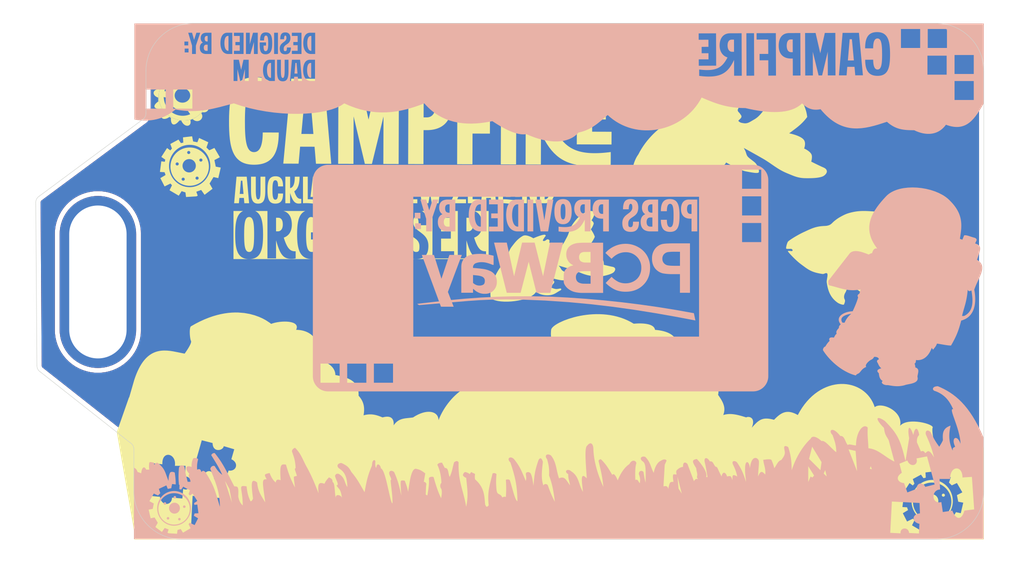
<source format=kicad_pcb>
(kicad_pcb (version 20241229) (generator "pcbnew") (generator_version "9.0")
  (layers (0 "F.Cu" signal) (2 "B.Cu" signal) (13 "F.Paste" user) (15 "B.Paste" user) (5 "F.SilkS" user "F.Silkscreen") (7 "B.SilkS" user "B.Silkscreen") (1 "F.Mask" user) (3 "B.Mask" user) (25 "Edge.Cuts" user))
  (net 0 "")
  (footprint "Taranium-libs:Lanyard hole" (layer "F.Cu") (at 169.375 65.175 90)
    (property "Reference" "REF**" (at -8.825 -6.175 90) (layer "F.SilkS") (effects (font (thickness 0.1))))
    (property "Value" "Lanyard hole")
    (pad "2" thru_hole roundrect (at -8.9 -8.6 90) (size 18 8) (drill oval 16 6) (layers "*.Cu" "F.Mask" "F.Paste") (roundrect_rratio 0.5))
  )
  (gr_poly (pts (xy 202.406045 65.836719) (xy 201.90598 65.836719) (xy 201.858358 65.281093) (xy 201.386074 65.281093) (xy 201.338448 65.836719) (xy 200.838387 65.836719) (xy 200.925898 64.864374) (xy 201.425764 64.864374) (xy 201.818668 64.864374) (xy 201.695636 63.475313) (xy 201.548792 63.475313) (xy 201.425764 64.864374) (xy 200.925898 64.864374) (xy 201.088418 63.058594) (xy 202.156014 63.058594)) (fill yes) (layer "F.SilkS"))
  (gr_poly (pts (xy 182.717631 65.423969) (xy 182.802835 65.421545) (xy 182.887295 65.421511) (xy 182.97101 65.423559) (xy 183.053982 65.427379) (xy 183.217692 65.439107) (xy 183.378427 65.454231) (xy 183.690966 65.484802) (xy 183.84277 65.495321) (xy 183.917556 65.49831) (xy 183.991598 65.499375) (xy 184.038867 65.498817) (xy 184.085484 65.497143) (xy 184.131543 65.494352) (xy 184.177137 65.490446) (xy 184.222359 65.485423) (xy 184.267302 65.479284) (xy 184.312059 65.472028) (xy 184.356723 65.463657) (xy 184.356723 65.876406) (xy 184.285084 65.887397) (xy 184.215957 65.896622) (xy 184.149248 65.904172) (xy 184.084864 65.91014) (xy 184.022713 65.91462) (xy 183.962701 65.917705) (xy 183.904735 65.919488) (xy 183.848723 65.920062) (xy 183.756063 65.918602) (xy 183.666478 65.914527) (xy 183.579045 65.908289) (xy 183.492838 65.900342) (xy 183.14179 65.860531) (xy 182.949592 65.84216) (xy 182.84609 65.834946) (xy 182.73642 65.829649) (xy 182.619657 65.826725) (xy 182.494876 65.826627) (xy 182.361155 65.829807) (xy 182.217568 65.836719) (xy 182.217568 63.058594) (xy 182.717631 63.058594)) (fill yes) (layer "F.SilkS"))
  (gr_poly (pts (xy 164.061254 86.203156) (xy 162.8 89.8) (xy 164.608941 100.125533) (xy 166 86.8)) (stroke (width 0.1)) (fill yes) (layer "F.SilkS"))
  (gr_poly (pts (xy 214.500014 52.921772) (xy 214.49533 54.255264) (xy 212.463332 54.248096) (xy 212.458092 55.733988) (xy 213.880492 55.739004) (xy 213.875808 57.072497) (xy 212.453412 57.067473) (xy 212.448885 58.350149) (xy 214.480883 58.357371) (xy 214.476203 59.690792) (xy 210.844002 59.678013) (xy 210.867894 52.908953)) (fill yes) (layer "F.SilkS"))
  (gr_poly (pts (xy 248.781856 98.114767) (xy 248.790106 98.11538) (xy 248.798238 98.116389) (xy 248.806242 98.117784) (xy 248.814106 98.119556) (xy 248.821821 98.121695) (xy 248.829377 98.12419) (xy 248.836762 98.127031) (xy 248.843968 98.130209) (xy 248.850983 98.133714) (xy 248.857797 98.137535) (xy 248.8644 98.141664) (xy 248.870782 98.146089) (xy 248.876931 98.1508) (xy 248.882839 98.155789) (xy 248.888494 98.161045) (xy 248.893886 98.166557) (xy 248.899005 98.172317) (xy 248.903841 98.178313) (xy 248.908383 98.184537) (xy 248.912621 98.190978) (xy 248.916545 98.197626) (xy 248.920144 98.204471) (xy 248.923408 98.211503) (xy 248.926327 98.218713) (xy 248.92889 98.22609) (xy 248.931087 98.233625) (xy 248.932907 98.241306) (xy 248.934341 98.249126) (xy 248.935378 98.257073) (xy 248.936008 98.265137) (xy 248.93622 98.273309) (xy 248.936008 98.281481) (xy 248.935378 98.289546) (xy 248.934341 98.297493) (xy 248.932907 98.305312) (xy 248.931087 98.312994) (xy 248.92889 98.320529) (xy 248.926327 98.327906) (xy 248.923408 98.335116) (xy 248.920144 98.342149) (xy 248.916545 98.348994) (xy 248.912621 98.355642) (xy 248.908383 98.362083) (xy 248.903841 98.368307) (xy 248.899005 98.374304) (xy 248.893886 98.380063) (xy 248.888494 98.385576) (xy 248.882839 98.390832) (xy 248.876931 98.39582) (xy 248.870782 98.400532) (xy 248.8644 98.404958) (xy 248.857797 98.409086) (xy 248.850983 98.412907) (xy 248.843968 98.416412) (xy 248.836762 98.419591) (xy 248.829377 98.422432) (xy 248.821821 98.424927) (xy 248.814106 98.427066) (xy 248.806242 98.428838) (xy 248.798238 98.430233) (xy 248.790106 98.431243) (xy 248.781856 98.431855) (xy 248.773498 98.432062) (xy 248.76514 98.431855) (xy 248.75689 98.431243) (xy 248.748758 98.430233) (xy 248.740755 98.428838) (xy 248.732891 98.427066) (xy 248.725176 98.424927) (xy 248.717621 98.422432) (xy 248.710235 98.419591) (xy 248.70303 98.416412) (xy 248.696015 98.412907) (xy 248.689201 98.409086) (xy 248.682599 98.404958) (xy 248.676217 98.400532) (xy 248.670068 98.39582) (xy 248.664161 98.390832) (xy 248.658506 98.385576) (xy 248.653114 98.380063) (xy 248.647995 98.374304) (xy 248.64316 98.368307) (xy 248.638618 98.362083) (xy 248.63438 98.355642) (xy 248.630457 98.348994) (xy 248.626858 98.342149) (xy 248.623595 98.335116) (xy 248.620676 98.327906) (xy 248.618114 98.320529) (xy 248.615917 98.312994) (xy 248.614096 98.305312) (xy 248.612662 98.297493) (xy 248.611625 98.289546) (xy 248.610996 98.281481) (xy 248.610783 98.273309) (xy 248.610996 98.265137) (xy 248.611625 98.257073) (xy 248.612662 98.249126) (xy 248.614096 98.241306) (xy 248.615917 98.233625) (xy 248.618114 98.22609) (xy 248.620676 98.218713) (xy 248.623595 98.211503) (xy 248.626858 98.204471) (xy 248.630457 98.197626) (xy 248.63438 98.190978) (xy 248.638618 98.184537) (xy 248.64316 98.178313) (xy 248.647995 98.172317) (xy 248.653114 98.166557) (xy 248.658506 98.161045) (xy 248.664161 98.155789) (xy 248.670068 98.1508) (xy 248.676217 98.146089) (xy 248.682599 98.141664) (xy 248.689201 98.137535) (xy 248.696015 98.133714) (xy 248.70303 98.130209) (xy 248.710235 98.127031) (xy 248.717621 98.12419) (xy 248.725176 98.121695) (xy 248.732891 98.119556) (xy 248.740755 98.117784) (xy 248.748758 98.116389) (xy 248.75689 98.11538) (xy 248.76514 98.114767) (xy 248.773498 98.114561)) (fill yes) (layer "F.SilkS"))
  (gr_poly (pts (xy 185.761184 64.566718) (xy 185.761184 63.058594) (xy 186.261247 63.058594) (xy 186.261247 65.836719) (xy 185.657997 65.836719) (xy 185.669903 65.800999) (xy 185.217465 64.269063) (xy 185.217465 65.836719) (xy 184.717403 65.836719) (xy 184.717403 63.058594) (xy 185.340498 63.058594)) (fill yes) (layer "F.SilkS"))
  (gr_poly (pts (xy 248.110679 94.791632) (xy 248.220309 94.800183) (xy 248.328347 94.814266) (xy 248.434658 94.833741) (xy 248.539104 94.858469) (xy 248.64155 94.888311) (xy 248.741862 94.923127) (xy 248.839902 94.962778) (xy 248.935535 95.007126) (xy 249.028626 95.056031) (xy 249.119038 95.109355) (xy 249.206637 95.166957) (xy 249.291285 95.228699) (xy 249.372848 95.294441) (xy 249.45119 95.364046) (xy 249.526174 95.437372) (xy 249.597666 95.514282) (xy 249.665529 95.594636) (xy 249.729628 95.678295) (xy 249.789827 95.76512) (xy 249.84599 95.854972) (xy 249.897981 95.947711) (xy 249.945666 96.043199) (xy 249.988907 96.141296) (xy 250.027569 96.241863) (xy 250.061517 96.344761) (xy 250.090614 96.449851) (xy 250.114726 96.556994) (xy 250.133715 96.666051) (xy 250.147447 96.776882) (xy 250.155786 96.889349) (xy 250.158596 97.003312) (xy 250.155786 97.117274) (xy 250.147447 97.229741) (xy 250.133715 97.340572) (xy 250.114726 97.449628) (xy 250.090614 97.556771) (xy 250.061517 97.661861) (xy 250.027569 97.764759) (xy 249.988907 97.865326) (xy 249.945666 97.963423) (xy 249.897981 98.058911) (xy 249.84599 98.15165) (xy 249.789827 98.241502) (xy 249.729628 98.328327) (xy 249.665529 98.411986) (xy 249.597666 98.49234) (xy 249.526174 98.56925) (xy 249.45119 98.642577) (xy 249.372848 98.712181) (xy 249.291285 98.777924) (xy 249.206637 98.839666) (xy 249.119038 98.897268) (xy 249.028626 98.950591) (xy 248.935535 98.999497) (xy 248.839902 99.043845) (xy 248.741862 99.083496) (xy 248.64155 99.118313) (xy 248.539104 99.148154) (xy 248.434658 99.172882) (xy 248.328347 99.192357) (xy 248.220309 99.20644) (xy 248.110679 99.214992) (xy 247.999592 99.217874) (xy 247.888506 99.214992) (xy 247.778876 99.20644) (xy 247.670838 99.192357) (xy 247.564529 99.172882) (xy 247.460083 99.148154) (xy 247.357637 99.118313) (xy 247.257326 99.083496) (xy 247.159286 99.043845) (xy 247.063653 98.999497) (xy 246.970563 98.950591) (xy 246.880151 98.897268) (xy 246.792553 98.839666) (xy 246.707905 98.777924) (xy 246.626342 98.712181) (xy 246.548 98.642577) (xy 246.473016 98.56925) (xy 246.401524 98.49234) (xy 246.333661 98.411986) (xy 246.269563 98.328327) (xy 246.209364 98.241502) (xy 246.153201 98.15165) (xy 246.10121 98.058911) (xy 246.053526 97.963423) (xy 246.010284 97.865326) (xy 245.971622 97.764759) (xy 245.937675 97.661861) (xy 245.908577 97.556771) (xy 245.884466 97.449628) (xy 245.865476 97.340572) (xy 245.851744 97.229741) (xy 245.843405 97.117274) (xy 245.842259 97.070779) (xy 245.991408 97.070779) (xy 245.994022 97.173915) (xy 246.001779 97.275696) (xy 246.014553 97.375999) (xy 246.032217 97.474695) (xy 246.054645 97.57166) (xy 246.081711 97.666768) (xy 246.11329 97.759891) (xy 246.149253 97.850906) (xy 246.189475 97.939685) (xy 246.23383 98.026103) (xy 246.282192 98.110033) (xy 246.334434 98.191351) (xy 246.390429 98.269929) (xy 246.450052 98.345642) (xy 246.513177 98.418365) (xy 246.579676 98.48797) (xy 246.649424 98.554333) (xy 246.722294 98.617327) (xy 246.79816 98.676826) (xy 246.876896 98.732704) (xy 246.958375 98.784836) (xy 247.042472 98.833096) (xy 247.129059 98.877357) (xy 247.218011 98.917493) (xy 247.309201 98.95338) (xy 247.402503 98.98489) (xy 247.49779 99.011898) (xy 247.594937 99.034277) (xy 247.693817 99.051903) (xy 247.794304 99.064649) (xy 247.896271 99.072388) (xy 247.999592 99.074996) (xy 248.102914 99.072388) (xy 248.204881 99.064649) (xy 248.305369 99.051903) (xy 248.404249 99.034277) (xy 248.501396 99.011898) (xy 248.596684 98.98489) (xy 248.689987 98.95338) (xy 248.781177 98.917493) (xy 248.870129 98.877357) (xy 248.956717 98.833096) (xy 249.040814 98.784836) (xy 249.122293 98.732704) (xy 249.20103 98.676826) (xy 249.276896 98.617327) (xy 249.349766 98.554333) (xy 249.419514 98.48797) (xy 249.486014 98.418365) (xy 249.549138 98.345642) (xy 249.608761 98.269929) (xy 249.664757 98.191351) (xy 249.716999 98.110033) (xy 249.765361 98.026103) (xy 249.809716 97.939685) (xy 249.849938 97.850906) (xy 249.885902 97.759891) (xy 249.91748 97.666768) (xy 249.944546 97.57166) (xy 249.966974 97.474695) (xy 249.984639 97.375999) (xy 249.997412 97.275696) (xy 250.005169 97.173915) (xy 250.007783 97.070779) (xy 250.005169 96.967643) (xy 249.997412 96.865862) (xy 249.984639 96.76556) (xy 249.966974 96.666864) (xy 249.944546 96.569899) (xy 249.91748 96.474791) (xy 249.885902 96.381668) (xy 249.849938 96.290653) (xy 249.809716 96.201874) (xy 249.765361 96.115456) (xy 249.716999 96.031526) (xy 249.664757 95.950208) (xy 249.608761 95.87163) (xy 249.549138 95.795917) (xy 249.486014 95.723194) (xy 249.419514 95.653589) (xy 249.349766 95.587226) (xy 249.276896 95.524232) (xy 249.20103 95.464733) (xy 249.122293 95.408854) (xy 249.040814 95.356722) (xy 248.956717 95.308463) (xy 248.870129 95.264201) (xy 248.781177 95.224065) (xy 248.689987 95.188178) (xy 248.596684 95.156668) (xy 248.501396 95.12966) (xy 248.404249 95.10728) (xy 248.305369 95.089655) (xy 248.204881 95.076909) (xy 248.102914 95.069169) (xy 247.999592 95.066561) (xy 247.896271 95.069169) (xy 247.794304 95.076909) (xy 247.693817 95.089655) (xy 247.594937 95.10728) (xy 247.49779 95.12966) (xy 247.402503 95.156668) (xy 247.309201 95.188178) (xy 247.218011 95.224065) (xy 247.129059 95.264201) (xy 247.042472 95.308463) (xy 246.958375 95.356722) (xy 246.876896 95.408854) (xy 246.79816 95.464733) (xy 246.722294 95.524232) (xy 246.649424 95.587226) (xy 246.579676 95.653589) (xy 246.513177 95.723194) (xy 246.450052 95.795917) (xy 246.390429 95.87163) (xy 246.334434 95.950208) (xy 246.282192 96.031526) (xy 246.23383 96.115456) (xy 246.189475 96.201874) (xy 246.149253 96.290653) (xy 246.11329 96.381668) (xy 246.081711 96.474791) (xy 246.054645 96.569899) (xy 246.032217 96.666864) (xy 246.014553 96.76556) (xy 246.001779 96.865862) (xy 245.994022 96.967643) (xy 245.991408 97.070779) (xy 245.842259 97.070779) (xy 245.840595 97.003312) (xy 245.843405 96.889349) (xy 245.851744 96.776882) (xy 245.865476 96.666051) (xy 245.884466 96.556994) (xy 245.908577 96.449851) (xy 245.937675 96.344761) (xy 245.971622 96.241863) (xy 246.010284 96.141296) (xy 246.053526 96.043199) (xy 246.10121 95.947711) (xy 246.153201 95.854972) (xy 246.209364 95.76512) (xy 246.269563 95.678295) (xy 246.333661 95.594636) (xy 246.401524 95.514282) (xy 246.473016 95.437372) (xy 246.548 95.364046) (xy 246.626342 95.294441) (xy 246.707905 95.228699) (xy 246.792553 95.166957) (xy 246.880151 95.109355) (xy 246.970563 95.056031) (xy 247.063653 95.007126) (xy 247.159286 94.962778) (xy 247.257326 94.923127) (xy 247.357637 94.888311) (xy 247.460083 94.858469) (xy 247.564529 94.833741) (xy 247.670838 94.814266) (xy 247.778876 94.800183) (xy 247.888506 94.791632) (xy 247.999592 94.78875)) (fill yes) (layer "F.SilkS"))
  (gr_poly (pts (xy 203.131054 65.423969) (xy 203.216258 65.421545) (xy 203.300718 65.421511) (xy 203.384434 65.423559) (xy 203.467405 65.427379) (xy 203.631116 65.439107) (xy 203.791851 65.454231) (xy 204.10439 65.484802) (xy 204.256194 65.495321) (xy 204.33098 65.49831) (xy 204.405022 65.499375) (xy 204.452291 65.498817) (xy 204.498908 65.497143) (xy 204.544968 65.494352) (xy 204.590562 65.490446) (xy 204.635785 65.485423) (xy 204.680728 65.479284) (xy 204.725485 65.472028) (xy 204.770149 65.463657) (xy 204.770149 65.876406) (xy 204.698509 65.887397) (xy 204.629382 65.896622) (xy 204.562672 65.904172) (xy 204.498289 65.91014) (xy 204.436137 65.91462) (xy 204.376125 65.917705) (xy 204.31816 65.919488) (xy 204.262148 65.920062) (xy 204.169488 65.918602) (xy 204.079903 65.914527) (xy 203.99247 65.908289) (xy 203.906263 65.900342) (xy 203.555214 65.860531) (xy 203.363016 65.84216) (xy 203.259513 65.834946) (xy 203.149843 65.829649) (xy 203.033079 65.826725) (xy 202.908299 65.826627) (xy 202.774577 65.829807) (xy 202.63099 65.836719) (xy 202.63099 63.058594) (xy 203.131054 63.058594)) (fill yes) (layer "F.SilkS"))
  (gr_poly (pts (xy 170.47419 60.005265) (xy 170.576175 60.013005) (xy 170.676676 60.02575) (xy 170.775569 60.043376) (xy 170.872727 60.065756) (xy 170.968023 60.092764) (xy 171.061331 60.124274) (xy 171.152526 60.16016) (xy 171.241482 60.200297) (xy 171.328071 60.244558) (xy 171.412167 60.292818) (xy 171.493646 60.34495) (xy 171.57238 60.400828) (xy 171.648243 60.460328) (xy 171.721109 60.523322) (xy 171.790852 60.589684) (xy 171.857346 60.65929) (xy 171.920464 60.732012) (xy 171.980081 60.807726) (xy 172.03607 60.886304) (xy 172.088305 60.967622) (xy 172.136659 61.051552) (xy 172.181007 61.13797) (xy 172.221223 61.226749) (xy 172.25718 61.317764) (xy 172.288752 61.410888) (xy 172.315813 61.505995) (xy 172.338237 61.60296) (xy 172.355898 61.701656) (xy 172.368668 61.801958) (xy 172.376423 61.90374) (xy 172.379037 62.006875) (xy 172.376423 62.110011) (xy 172.368668 62.211792) (xy 172.355898 62.312094) (xy 172.338237 62.410791) (xy 172.315813 62.507755) (xy 172.288752 62.602863) (xy 172.25718 62.695987) (xy 172.221223 62.787001) (xy 172.181007 62.87578) (xy 172.136659 62.962198) (xy 172.088305 63.046129) (xy 172.03607 63.127446) (xy 171.980081 63.206024) (xy 171.920464 63.281738) (xy 171.857346 63.35446) (xy 171.790852 63.424066) (xy 171.721109 63.490429) (xy 171.648243 63.553423) (xy 171.57238 63.612922) (xy 171.493646 63.668801) (xy 171.412167 63.720933) (xy 171.328071 63.769192) (xy 171.241482 63.813453) (xy 171.152526 63.85359) (xy 171.061331 63.889477) (xy 170.968023 63.920987) (xy 170.872727 63.947995) (xy 170.775569 63.970375) (xy 170.676676 63.988) (xy 170.576175 64.000746) (xy 170.47419 64.008486) (xy 170.370849 64.011094) (xy 170.267508 64.008486) (xy 170.165524 64.000746) (xy 170.065022 63.988) (xy 169.96613 63.970375) (xy 169.868972 63.947995) (xy 169.773676 63.920987) (xy 169.680367 63.889477) (xy 169.589172 63.85359) (xy 169.500217 63.813453) (xy 169.413628 63.769192) (xy 169.329531 63.720933) (xy 169.248053 63.668801) (xy 169.169319 63.612922) (xy 169.093456 63.553423) (xy 169.02059 63.490429) (xy 168.950847 63.424066) (xy 168.884353 63.35446) (xy 168.854905 63.320532) (xy 169.529475 63.320532) (xy 169.529686 63.328704) (xy 169.530315 63.336769) (xy 169.531349 63.344716) (xy 169.53278 63.352535) (xy 169.534597 63.360217) (xy 169.53679 63.367752) (xy 169.539348 63.375129) (xy 169.542262 63.382339) (xy 169.54552 63.389371) (xy 169.549114 63.396216) (xy 169.553032 63.402864) (xy 169.557264 63.409305) (xy 169.561801 63.415529) (xy 169.566631 63.421525) (xy 169.571745 63.427285) (xy 169.577133 63.432797) (xy 169.582784 63.438053) (xy 169.588688 63.443042) (xy 169.594835 63.447753) (xy 169.601215 63.452178) (xy 169.607817 63.456307) (xy 169.614631 63.460128) (xy 169.621647 63.463633) (xy 169.628855 63.466811) (xy 169.636244 63.469652) (xy 169.643805 63.472147) (xy 169.651527 63.474286) (xy 169.659399 63.476058) (xy 169.667412 63.477453) (xy 169.675556 63.478462) (xy 169.683819 63.479075) (xy 169.692193 63.479281) (xy 169.700567 63.479075) (xy 169.70883 63.478462) (xy 169.716974 63.477453) (xy 169.724987 63.476058) (xy 169.73286 63.474286) (xy 169.740581 63.472147) (xy 169.748142 63.469652) (xy 169.755531 63.466811) (xy 169.762739 63.463633) (xy 169.769755 63.460128) (xy 169.776569 63.456307) (xy 169.783171 63.452178) (xy 169.789551 63.447753) (xy 169.795698 63.443042) (xy 169.801602 63.438053) (xy 169.807253 63.432797) (xy 169.812641 63.427285) (xy 169.817755 63.421525) (xy 169.822586 63.415529) (xy 169.827123 63.409305) (xy 169.831355 63.402864) (xy 169.835273 63.396216) (xy 169.838866 63.389371) (xy 169.842125 63.382339) (xy 169.845038 63.375129) (xy 169.847597 63.367752) (xy 169.849789 63.360217) (xy 169.851606 63.352535) (xy 169.853037 63.344716) (xy 169.854072 63.336769) (xy 169.8547 63.328704) (xy 169.854912 63.320532) (xy 169.8547 63.312359) (xy 169.854072 63.304295) (xy 169.853037 63.296347) (xy 169.851606 63.288528) (xy 169.849789 63.280846) (xy 169.847597 63.273311) (xy 169.845038 63.265934) (xy 169.842125 63.258724) (xy 169.838866 63.251692) (xy 169.835273 63.244846) (xy 169.831355 63.238198) (xy 169.827123 63.231757) (xy 169.822586 63.225534) (xy 169.817755 63.219537) (xy 169.812641 63.213778) (xy 169.808368 63.209406) (xy 170.982037 63.209406) (xy 170.982249 63.217578) (xy 170.982877 63.225643) (xy 170.983912 63.23359) (xy 170.985343 63.24141) (xy 170.98716 63.249092) (xy 170.989352 63.256626) (xy 170.991911 63.264004) (xy 170.994824 63.271213) (xy 170.998083 63.278246) (xy 171.001676 63.285091) (xy 171.005594 63.291739) (xy 171.009826 63.29818) (xy 171.014363 63.304404) (xy 171.019193 63.3104) (xy 171.024308 63.31616) (xy 171.029696 63.321672) (xy 171.035347 63.326928) (xy 171.041251 63.331917) (xy 171.047398 63.336629) (xy 171.053777 63.341053) (xy 171.060379 63.345182) (xy 171.067193 63.349003) (xy 171.07421 63.352508) (xy 171.081417 63.355686) (xy 171.088807 63.358527) (xy 171.096367 63.361022) (xy 171.104089 63.363161) (xy 171.111962 63.364933) (xy 171.119975 63.366328) (xy 171.128118 63.367337) (xy 171.136382 63.36795) (xy 171.144756 63.368156) (xy 171.153129 63.36795) (xy 171.161393 63.367337) (xy 171.169536 63.366328) (xy 171.177549 63.364933) (xy 171.185422 63.363161) (xy 171.193144 63.361022) (xy 171.200704 63.358527) (xy 171.208094 63.355686) (xy 171.215302 63.352508) (xy 171.222318 63.349003) (xy 171.229132 63.345182) (xy 171.235734 63.341053) (xy 171.242113 63.336629) (xy 171.24826 63.331917) (xy 171.254165 63.326928) (xy 171.259816 63.321672) (xy 171.265204 63.31616) (xy 171.270318 63.3104) (xy 171.275148 63.304404) (xy 171.279685 63.29818) (xy 171.283917 63.291739) (xy 171.287835 63.285091) (xy 171.291429 63.278246) (xy 171.294687 63.271213) (xy 171.297601 63.264004) (xy 171.300159 63.256626) (xy 171.302352 63.249092) (xy 171.304169 63.24141) (xy 171.3056 63.23359) (xy 171.306634 63.225643) (xy 171.307263 63.217578) (xy 171.307474 63.209406) (xy 171.307263 63.201234) (xy 171.306634 63.193169) (xy 171.3056 63.185222) (xy 171.304169 63.177402) (xy 171.302352 63.16972) (xy 171.300159 63.162186) (xy 171.297601 63.154809) (xy 171.294687 63.147599) (xy 171.291429 63.140566) (xy 171.287835 63.133721) (xy 171.283917 63.127073) (xy 171.279685 63.120632) (xy 171.275148 63.114409) (xy 171.270318 63.108412) (xy 171.265204 63.102653) (xy 171.259816 63.09714) (xy 171.254165 63.091884) (xy 171.24826 63.086896) (xy 171.242113 63.082184) (xy 171.235734 63.077759) (xy 171.229132 63.073631) (xy 171.222318 63.069809) (xy 171.215302 63.066305) (xy 171.208094 63.063127) (xy 171.200704 63.060285) (xy 171.193144 63.05779) (xy 171.185422 63.055652) (xy 171.177549 63.05388) (xy 171.169536 63.052484) (xy 171.161393 63.051475) (xy 171.153129 63.050863) (xy 171.144756 63.050656) (xy 171.136382 63.050863) (xy 171.128118 63.051475) (xy 171.119975 63.052484) (xy 171.111962 63.05388) (xy 171.104089 63.055652) (xy 171.096367 63.05779) (xy 171.088807 63.060285) (xy 171.081417 63.063127) (xy 171.07421 63.066305) (xy 171.067193 63.069809) (xy 171.060379 63.073631) (xy 171.053777 63.077759) (xy 171.047398 63.082184) (xy 171.041251 63.086896) (xy 171.035347 63.091884) (xy 171.029696 63.09714) (xy 171.024308 63.102653) (xy 171.019193 63.108412) (xy 171.014363 63.114409) (xy 171.009826 63.120632) (xy 171.005594 63.127073) (xy 171.001676 63.133721) (xy 170.998083 63.140566) (xy 170.994824 63.147599) (xy 170.991911 63.154809) (xy 170.989352 63.162186) (xy 170.98716 63.16972) (xy 170.985343 63.177402) (xy 170.983912 63.185222) (xy 170.982877 63.193169) (xy 170.982249 63.201234) (xy 170.982037 63.209406) (xy 169.808368 63.209406) (xy 169.807253 63.208265) (xy 169.801602 63.203009) (xy 169.795698 63.198021) (xy 169.789551 63.193309) (xy 169.783171 63.188884) (xy 169.776569 63.184756) (xy 169.769755 63.180934) (xy 169.762739 63.17743) (xy 169.755531 63.174252) (xy 169.748142 63.17141) (xy 169.740581 63.168915) (xy 169.73286 63.166777) (xy 169.724987 63.165005) (xy 169.716974 63.163609) (xy 169.70883 63.1626) (xy 169.700567 63.161987) (xy 169.692193 63.161781) (xy 169.683819 63.161987) (xy 169.675556 63.1626) (xy 169.667412 63.163609) (xy 169.659399 63.165005) (xy 169.651527 63.166777) (xy 169.643805 63.168915) (xy 169.636244 63.17141) (xy 169.628855 63.174252) (xy 169.621647 63.17743) (xy 169.614631 63.180934) (xy 169.607817 63.184756) (xy 169.601215 63.188884) (xy 169.594835 63.193309) (xy 169.588688 63.198021) (xy 169.582784 63.203009) (xy 169.577133 63.208265) (xy 169.571745 63.213778) (xy 169.566631 63.219537) (xy 169.561801 63.225534) (xy 169.557264 63.231757) (xy 169.553032 63.238198) (xy 169.549114 63.244846) (xy 169.54552 63.251692) (xy 169.542262 63.258724) (xy 169.539348 63.265934) (xy 169.53679 63.273311) (xy 169.534597 63.280846) (xy 169.53278 63.288528) (xy 169.531349 63.296347) (xy 169.530315 63.304295) (xy 169.529686 63.312359) (xy 169.529475 63.320532) (xy 168.854905 63.320532) (xy 168.821234 63.281738) (xy 168.761618 63.206024) (xy 168.705629 63.127446) (xy 168.653394 63.046129) (xy 168.605039 62.962198) (xy 168.560691 62.87578) (xy 168.520475 62.787001) (xy 168.484518 62.695987) (xy 168.452946 62.602863) (xy 168.425885 62.507755) (xy 168.403461 62.410791) (xy 168.385801 62.312094) (xy 168.37303 62.211792) (xy 168.365275 62.110011) (xy 168.362662 62.006875) (xy 168.364975 61.915594) (xy 169.624724 61.915594) (xy 169.625628 61.951538) (xy 169.62831 61.98701) (xy 169.632727 62.021966) (xy 169.638835 62.056363) (xy 169.64659 62.090157) (xy 169.655949 62.123303) (xy 169.666868 62.155758) (xy 169.679304 62.187478) (xy 169.693212 62.218419) (xy 169.70855 62.248537) (xy 169.725274 62.277788) (xy 169.743339 62.306128) (xy 169.762703 62.333514) (xy 169.783321 62.359901) (xy 169.805151 62.385246) (xy 169.828147 62.409505) (xy 169.852268 62.432633) (xy 169.877469 62.454587) (xy 169.903706 62.475324) (xy 169.930936 62.494798) (xy 169.959116 62.512967) (xy 169.9882 62.529787) (xy 170.018147 62.545212) (xy 170.048912 62.559201) (xy 170.080452 62.571708) (xy 170.112723 62.58269) (xy 170.145681 62.592102) (xy 170.179283 62.599902) (xy 170.213485 62.606045) (xy 170.248244 62.610487) (xy 170.283515 62.613184) (xy 170.319256 62.614093) (xy 170.354996 62.613184) (xy 170.390268 62.610487) (xy 170.425026 62.606045) (xy 170.459228 62.599902) (xy 170.49283 62.592102) (xy 170.525788 62.58269) (xy 170.558059 62.571708) (xy 170.589599 62.559201) (xy 170.620364 62.545212) (xy 170.650311 62.529787) (xy 170.679396 62.512967) (xy 170.707575 62.494798) (xy 170.734805 62.475324) (xy 170.761042 62.454587) (xy 170.786243 62.432633) (xy 170.810364 62.409505) (xy 170.833361 62.385246) (xy 170.85519 62.359901) (xy 170.875808 62.333514) (xy 170.895172 62.306128) (xy 170.913238 62.277788) (xy 170.929961 62.248537) (xy 170.945299 62.218419) (xy 170.959207 62.187478) (xy 170.971643 62.155758) (xy 170.982562 62.123303) (xy 170.991921 62.090157) (xy 170.999677 62.056363) (xy 171.005784 62.021966) (xy 171.010201 61.98701) (xy 171.012883 61.951538) (xy 171.013787 61.915594) (xy 171.012883 61.87965) (xy 171.010201 61.844177) (xy 171.005784 61.809221) (xy 170.999677 61.774824) (xy 170.991921 61.741031) (xy 170.982562 61.707884) (xy 170.971643 61.675429) (xy 170.959207 61.64371) (xy 170.945299 61.612769) (xy 170.929961 61.582651) (xy 170.913238 61.5534) (xy 170.895172 61.52506) (xy 170.875808 61.497674) (xy 170.85519 61.471287) (xy 170.833361 61.445942) (xy 170.810364 61.421683) (xy 170.786243 61.398554) (xy 170.761042 61.3766) (xy 170.734805 61.355864) (xy 170.707575 61.336389) (xy 170.682592 61.320281) (xy 171.378912 61.320281) (xy 171.379123 61.328453) (xy 171.379752 61.336518) (xy 171.380787 61.344465) (xy 171.382218 61.352285) (xy 171.384034 61.359967) (xy 171.386227 61.367502) (xy 171.388785 61.374879) (xy 171.391699 61.382089) (xy 171.394957 61.389121) (xy 171.398551 61.395966) (xy 171.402469 61.402614) (xy 171.406701 61.409055) (xy 171.411238 61.415279) (xy 171.416068 61.421276) (xy 171.421183 61.427035) (xy 171.42657 61.432548) (xy 171.432222 61.437803) (xy 171.438126 61.442792) (xy 171.444273 61.447504) (xy 171.450652 61.451929) (xy 171.457254 61.456057) (xy 171.464069 61.459878) (xy 171.471085 61.463383) (xy 171.478292 61.466561) (xy 171.485682 61.469403) (xy 171.493242 61.471898) (xy 171.500964 61.474036) (xy 171.508837 61.475808) (xy 171.51685 61.477203) (xy 171.524993 61.478212) (xy 171.533257 61.478825) (xy 171.541631 61.479032) (xy 171.550004 61.478825) (xy 171.558268 61.478212) (xy 171.566411 61.477203) (xy 171.574425 61.475808) (xy 171.582297 61.474036) (xy 171.590019 61.471898) (xy 171.597579 61.469403) (xy 171.604969 61.466561) (xy 171.612177 61.463383) (xy 171.619193 61.459878) (xy 171.626007 61.456057) (xy 171.632609 61.451929) (xy 171.638988 61.447504) (xy 171.645135 61.442792) (xy 171.65104 61.437803) (xy 171.656691 61.432548) (xy 171.662078 61.427035) (xy 171.667193 61.421276) (xy 171.672023 61.415279) (xy 171.67656 61.409055) (xy 171.680792 61.402614) (xy 171.68471 61.395966) (xy 171.688304 61.389121) (xy 171.691562 61.382089) (xy 171.694476 61.374879) (xy 171.697034 61.367502) (xy 171.699226 61.359967) (xy 171.701043 61.352285) (xy 171.702474 61.344465) (xy 171.703509 61.336518) (xy 171.704137 61.328453) (xy 171.704349 61.320281) (xy 171.704137 61.312109) (xy 171.703509 61.304044) (xy 171.702474 61.296097) (xy 171.701043 61.288278) (xy 171.699226 61.280596) (xy 171.697034 61.273061) (xy 171.694476 61.265684) (xy 171.691562 61.258474) (xy 171.688304 61.251442) (xy 171.68471 61.244596) (xy 171.680792 61.237948) (xy 171.67656 61.231508) (xy 171.672023 61.225284) (xy 171.667193 61.219287) (xy 171.662078 61.213528) (xy 171.656691 61.208015) (xy 171.65104 61.20276) (xy 171.645135 61.197771) (xy 171.638988 61.193059) (xy 171.632609 61.188634) (xy 171.626007 61.184506) (xy 171.619193 61.180685) (xy 171.612177 61.17718) (xy 171.604969 61.174002) (xy 171.597579 61.17116) (xy 171.590019 61.168666) (xy 171.582297 61.166527) (xy 171.574425 61.164755) (xy 171.566411 61.16336) (xy 171.558268 61.162351) (xy 171.550004 61.161738) (xy 171.541631 61.161531) (xy 171.533257 61.161738) (xy 171.524993 61.162351) (xy 171.51685 61.16336) (xy 171.508837 61.164755) (xy 171.500964 61.166527) (xy 171.493242 61.168666) (xy 171.485682 61.17116) (xy 171.478292 61.174002) (xy 171.471085 61.17718) (xy 171.464069 61.180685) (xy 171.457254 61.184506) (xy 171.450652 61.188634) (xy 171.444273 61.193059) (xy 171.438126 61.197771) (xy 171.432222 61.20276) (xy 171.42657 61.208015) (xy 171.421183 61.213528) (xy 171.416068 61.219287) (xy 171.411238 61.225284) (xy 171.406701 61.231508) (xy 171.402469 61.237948) (xy 171.398551 61.244596) (xy 171.394957 61.251442) (xy 171.391699 61.258474) (xy 171.388785 61.265684) (xy 171.386227 61.273061) (xy 171.384034 61.280596) (xy 171.382218 61.288278) (xy 171.380787 61.296097) (xy 171.379752 61.304044) (xy 171.379123 61.312109) (xy 171.378912 61.320281) (xy 170.682592 61.320281) (xy 170.679396 61.31822) (xy 170.650311 61.301401) (xy 170.620364 61.285975) (xy 170.589599 61.271987) (xy 170.558059 61.25948) (xy 170.525788 61.248498) (xy 170.49283 61.239085) (xy 170.459228 61.231285) (xy 170.425026 61.225142) (xy 170.390268 61.2207) (xy 170.354996 61.218003) (xy 170.319256 61.217094) (xy 170.283515 61.218003) (xy 170.248244 61.2207) (xy 170.213485 61.225142) (xy 170.179283 61.231285) (xy 170.145681 61.239085) (xy 170.112723 61.248498) (xy 170.080452 61.25948) (xy 170.048912 61.271987) (xy 170.018147 61.285975) (xy 169.9882 61.301401) (xy 169.959116 61.31822) (xy 169.930936 61.336389) (xy 169.903706 61.355864) (xy 169.877469 61.3766) (xy 169.852268 61.398554) (xy 169.828147 61.421683) (xy 169.805151 61.445942) (xy 169.783321 61.471287) (xy 169.762703 61.497674) (xy 169.743339 61.52506) (xy 169.725274 61.5534) (xy 169.70855 61.582651) (xy 169.693212 61.612769) (xy 169.679304 61.64371) (xy 169.666868 61.675429) (xy 169.655949 61.707884) (xy 169.64659 61.741031) (xy 169.638835 61.774824) (xy 169.632727 61.809221) (xy 169.62831 61.844177) (xy 169.625628 61.87965) (xy 169.624724 61.915594) (xy 168.364975 61.915594) (xy 168.365275 61.90374) (xy 168.37303 61.801958) (xy 168.382817 61.725093) (xy 168.902412 61.725093) (xy 168.902624 61.733266) (xy 168.903252 61.74133) (xy 168.904287 61.749278) (xy 168.905718 61.757097) (xy 168.907535 61.764779) (xy 168.909727 61.772314) (xy 168.912286 61.779691) (xy 168.915199 61.786901) (xy 168.918458 61.793933) (xy 168.922051 61.800779) (xy 168.925969 61.807427) (xy 168.930202 61.813868) (xy 168.934738 61.820091) (xy 168.939569 61.826088) (xy 168.944683 61.831848) (xy 168.950071 61.83736) (xy 168.955722 61.842616) (xy 168.961626 61.847604) (xy 168.967773 61.852316) (xy 168.974153 61.856741) (xy 168.980755 61.860869) (xy 168.987569 61.864691) (xy 168.994585 61.868195) (xy 169.001793 61.871373) (xy 169.009182 61.874215) (xy 169.016743 61.87671) (xy 169.024464 61.878848) (xy 169.032337 61.88062) (xy 169.04035 61.882016) (xy 169.048493 61.883025) (xy 169.056757 61.883638) (xy 169.065131 61.883844) (xy 169.073504 61.883638) (xy 169.081768 61.883025) (xy 169.089911 61.882016) (xy 169.097925 61.88062) (xy 169.105797 61.878848) (xy 169.113519 61.87671) (xy 169.121079 61.874215) (xy 169.128469 61.871373) (xy 169.135677 61.868195) (xy 169.142693 61.864691) (xy 169.149507 61.860869) (xy 169.156109 61.856741) (xy 169.162489 61.852316) (xy 169.168636 61.847604) (xy 169.17454 61.842616) (xy 169.180191 61.83736) (xy 169.185579 61.831848) (xy 169.190693 61.826088) (xy 169.195523 61.820091) (xy 169.20006 61.813868) (xy 169.204292 61.807427) (xy 169.208211 61.800779) (xy 169.211804 61.793933) (xy 169.215062 61.786901) (xy 169.217976 61.779691) (xy 169.220534 61.772314) (xy 169.222727 61.764779) (xy 169.224544 61.757097) (xy 169.225975 61.749278) (xy 169.227009 61.74133) (xy 169.227638 61.733266) (xy 169.22785 61.725093) (xy 169.227638 61.716921) (xy 169.227009 61.708857) (xy 169.225975 61.700909) (xy 169.224544 61.69309) (xy 169.222727 61.685408) (xy 169.220534 61.677873) (xy 169.217976 61.670496) (xy 169.215062 61.663286) (xy 169.211804 61.656254) (xy 169.208211 61.649409) (xy 169.204292 61.642761) (xy 169.20006 61.63632) (xy 169.195523 61.630096) (xy 169.190693 61.6241) (xy 169.185579 61.61834) (xy 169.180191 61.612828) (xy 169.17454 61.607572) (xy 169.168636 61.602583) (xy 169.162489 61.597872) (xy 169.156109 61.593447) (xy 169.149507 61.589318) (xy 169.142693 61.585497) (xy 169.135677 61.581992) (xy 169.128469 61.578814) (xy 169.121079 61.575973) (xy 169.113519 61.573478) (xy 169.105797 61.571339) (xy 169.097925 61.569568) (xy 169.089911 61.568172) (xy 169.081768 61.567163) (xy 169.073504 61.56655) (xy 169.065131 61.566344) (xy 169.056757 61.56655) (xy 169.048493 61.567163) (xy 169.04035 61.568172) (xy 169.032337 61.569568) (xy 169.024464 61.571339) (xy 169.016743 61.573478) (xy 169.009182 61.575973) (xy 169.001793 61.578814) (xy 168.994585 61.581992) (xy 168.987569 61.585497) (xy 168.980755 61.589318) (xy 168.974153 61.593447) (xy 168.967773 61.597872) (xy 168.961626 61.602583) (xy 168.955722 61.607572) (xy 168.950071 61.612828) (xy 168.944683 61.61834) (xy 168.939569 61.6241) (xy 168.934738 61.630096) (xy 168.930202 61.63632) (xy 168.925969 61.642761) (xy 168.922051 61.649409) (xy 168.918458 61.656254) (xy 168.915199 61.663286) (xy 168.912286 61.670496) (xy 168.909727 61.677873) (xy 168.907535 61.685408) (xy 168.905718 61.69309) (xy 168.904287 61.700909) (xy 168.903252 61.708857) (xy 168.902624 61.716921) (xy 168.902412 61.725093) (xy 168.382817 61.725093) (xy 168.385801 61.701656) (xy 168.403461 61.60296) (xy 168.425885 61.505995) (xy 168.452946 61.410888) (xy 168.484518 61.317764) (xy 168.520475 61.226749) (xy 168.560691 61.13797) (xy 168.605039 61.051552) (xy 168.653394 60.967622) (xy 168.705629 60.886304) (xy 168.761618 60.807726) (xy 168.821234 60.732012) (xy 168.884353 60.65929) (xy 168.950847 60.589684) (xy 169.017216 60.526532) (xy 170.108912 60.526532) (xy 170.109124 60.534704) (xy 170.109752 60.542769) (xy 170.110787 60.550716) (xy 170.112218 60.558535) (xy 170.114035 60.566217) (xy 170.116227 60.573752) (xy 170.118785 60.581129) (xy 170.121699 60.588339) (xy 170.124957 60.595371) (xy 170.128551 60.602216) (xy 170.132469 60.608864) (xy 170.136701 60.615305) (xy 170.141238 60.621529) (xy 170.146068 60.627525) (xy 170.151183 60.633285) (xy 170.156571 60.638798) (xy 170.162222 60.644053) (xy 170.168126 60.649042) (xy 170.174273 60.653754) (xy 170.180652 60.658178) (xy 170.187254 60.662307) (xy 170.194069 60.666128) (xy 170.201085 60.669633) (xy 170.208293 60.672811) (xy 170.215682 60.675652) (xy 170.223243 60.678147) (xy 170.230964 60.680286) (xy 170.238837 60.682058) (xy 170.24685 60.683453) (xy 170.254994 60.684462) (xy 170.263257 60.685075) (xy 170.271631 60.685281) (xy 170.280004 60.685075) (xy 170.288268 60.684462) (xy 170.296412 60.683453) (xy 170.304425 60.682058) (xy 170.312297 60.680286) (xy 170.320019 60.678147) (xy 170.32758 60.675652) (xy 170.334969 60.672811) (xy 170.342177 60.669633) (xy 170.349193 60.666128) (xy 170.356007 60.662307) (xy 170.362609 60.658178) (xy 170.368989 60.653754) (xy 170.375136 60.649042) (xy 170.38104 60.644053) (xy 170.386691 60.638798) (xy 170.392079 60.633285) (xy 170.397193 60.627525) (xy 170.402023 60.621529) (xy 170.40656 60.615305) (xy 170.410792 60.608864) (xy 170.41471 60.602216) (xy 170.418304 60.595371) (xy 170.421562 60.588339) (xy 170.424476 60.581129) (xy 170.427034 60.573752) (xy 170.429227 60.566217) (xy 170.431044 60.558535) (xy 170.432474 60.550716) (xy 170.433509 60.542769) (xy 170.434138 60.534704) (xy 170.434349 60.526532) (xy 170.434138 60.518359) (xy 170.433509 60.510295) (xy 170.432474 60.502348) (xy 170.431044 60.494528) (xy 170.429227 60.486846) (xy 170.427034 60.479311) (xy 170.424476 60.471934) (xy 170.421562 60.464724) (xy 170.418304 60.457692) (xy 170.41471 60.450846) (xy 170.410792 60.444198) (xy 170.40656 60.437757) (xy 170.402023 60.431534) (xy 170.397193 60.425537) (xy 170.392079 60.419778) (xy 170.386691 60.414265) (xy 170.38104 60.409009) (xy 170.375136 60.404021) (xy 170.368989 60.399309) (xy 170.362609 60.394884) (xy 170.356007 60.390756) (xy 170.349193 60.386934) (xy 170.342177 60.38343) (xy 170.334969 60.380252) (xy 170.32758 60.37741) (xy 170.320019 60.374915) (xy 170.312297 60.372777) (xy 170.304425 60.371005) (xy 170.296412 60.369609) (xy 170.288268 60.3686) (xy 170.280004 60.367988) (xy 170.271631 60.367781) (xy 170.263257 60.367988) (xy 170.254994 60.3686) (xy 170.24685 60.369609) (xy 170.238837 60.371005) (xy 170.230964 60.372777) (xy 170.223243 60.374915) (xy 170.215682 60.37741) (xy 170.208293 60.380252) (xy 170.201085 60.38343) (xy 170.194069 60.386934) (xy 170.187254 60.390756) (xy 170.180652 60.394884) (xy 170.174273 60.399309) (xy 170.168126 60.404021) (xy 170.162222 60.409009) (xy 170.156571 60.414265) (xy 170.151183 60.419778) (xy 170.146068 60.425537) (xy 170.141238 60.431534) (xy 170.136701 60.437757) (xy 170.132469 60.444198) (xy 170.128551 60.450846) (xy 170.124957 60.457692) (xy 170.121699 60.464724) (xy 170.118785 60.471934) (xy 170.116227 60.479311) (xy 170.114035 60.486846) (xy 170.112218 60.494528) (xy 170.110787 60.502348) (xy 170.109752 60.510295) (xy 170.109124 60.518359) (xy 170.108912 60.526532) (xy 169.017216 60.526532) (xy 169.02059 60.523322) (xy 169.093456 60.460328) (xy 169.169319 60.400828) (xy 169.248053 60.34495) (xy 169.329531 60.292818) (xy 169.413628 60.244558) (xy 169.500217 60.200297) (xy 169.589172 60.16016) (xy 169.680367 60.124274) (xy 169.773676 60.092764) (xy 169.868972 60.065756) (xy 169.96613 60.043376) (xy 170.065022 60.02575) (xy 170.165524 60.013005) (xy 170.267508 60.005265) (xy 170.370849 60.002657)) (fill yes) (layer "F.SilkS"))
  (gr_poly (pts (xy 176.627798 67.280131) (xy 176.666729 67.285994) (xy 176.703553 67.295722) (xy 176.738328 67.309284) (xy 176.77111 67.326644) (xy 176.801954 67.347769) (xy 176.830918 67.372624) (xy 176.858056 67.401176) (xy 176.883426 67.43339) (xy 176.907084 67.469233) (xy 176.929086 67.508671) (xy 176.949488 67.551669) (xy 176.968346 67.598194) (xy 176.985718 67.648211) (xy 177.001658 67.701686) (xy 177.016223 67.758586) (xy 177.02947 67.818877) (xy 177.041455 67.882524) (xy 177.052234 67.949494) (xy 177.061863 68.019752) (xy 177.070398 68.093264) (xy 177.077896 68.169997) (xy 177.090005 68.332988) (xy 177.09864 68.508453) (xy 177.104251 68.696119) (xy 177.107287 68.895715) (xy 177.108199 69.106968) (xy 177.104251 69.517818) (xy 177.090005 69.880949) (xy 177.077896 70.04394) (xy 177.061863 70.194185) (xy 177.041455 70.331413) (xy 177.016223 70.45535) (xy 176.985718 70.565726) (xy 176.949488 70.662268) (xy 176.907084 70.744703) (xy 176.858056 70.812761) (xy 176.830918 70.841313) (xy 176.801954 70.866168) (xy 176.77111 70.887293) (xy 176.738328 70.904653) (xy 176.703553 70.918214) (xy 176.666729 70.927943) (xy 176.627798 70.933806) (xy 176.586705 70.935767) (xy 176.545612 70.933806) (xy 176.506681 70.927943) (xy 176.469857 70.918214) (xy 176.435082 70.904653) (xy 176.4023 70.887293) (xy 176.371456 70.866168) (xy 176.342493 70.841313) (xy 176.315354 70.812761) (xy 176.289984 70.780546) (xy 176.266326 70.744703) (xy 176.244325 70.705266) (xy 176.223923 70.662268) (xy 176.205064 70.615743) (xy 176.187693 70.565726) (xy 176.171753 70.512251) (xy 176.157187 70.45535) (xy 176.14394 70.39506) (xy 176.131956 70.331413) (xy 176.121177 70.264443) (xy 176.111548 70.194185) (xy 176.103013 70.120673) (xy 176.095515 70.04394) (xy 176.083406 69.880949) (xy 176.074771 69.705484) (xy 176.06916 69.517818) (xy 176.066124 69.318222) (xy 176.065211 69.106968) (xy 176.06916 68.696119) (xy 176.083406 68.332988) (xy 176.095515 68.169997) (xy 176.111548 68.019752) (xy 176.131956 67.882524) (xy 176.157187 67.758586) (xy 176.187693 67.648211) (xy 176.223923 67.551669) (xy 176.266326 67.469233) (xy 176.315354 67.401176) (xy 176.342493 67.372624) (xy 176.371456 67.347769) (xy 176.4023 67.326644) (xy 176.435082 67.309284) (xy 176.469857 67.295722) (xy 176.506681 67.285994) (xy 176.545612 67.280131) (xy 176.586705 67.27817)) (fill yes) (layer "F.SilkS"))
  (gr_poly (pts (xy 179.660936 67.357582) (xy 179.690729 67.360063) (xy 179.719409 67.364166) (xy 179.746987 67.369865) (xy 179.773472 67.377133) (xy 179.798872 67.385945) (xy 179.823197 67.396275) (xy 179.846456 67.408095) (xy 179.868658 67.421381) (xy 179.889812 67.436105) (xy 179.909928 67.452242) (xy 179.929014 67.469766) (xy 179.94708 67.48865) (xy 179.964134 67.508868) (xy 179.980187 67.530394) (xy 179.995247 67.553203) (xy 180.009323 67.577267) (xy 180.022425 67.60256) (xy 180.034562 67.629057) (xy 180.045742 67.656731) (xy 180.055975 67.685557) (xy 180.06527 67.715507) (xy 180.073637 67.746556) (xy 180.081084 67.778677) (xy 180.087621 67.811845) (xy 180.093256 67.846034) (xy 180.097999 67.881216) (xy 180.101859 67.917366) (xy 180.106968 67.992466) (xy 180.108654 68.071124) (xy 180.106408 68.148525) (xy 180.099725 68.222525) (xy 180.088688 68.292904) (xy 180.073382 68.359442) (xy 180.05389 68.421921) (xy 180.030296 68.480119) (xy 180.002684 68.533818) (xy 179.987397 68.558911) (xy 179.971137 68.582796) (xy 179.953914 68.605447) (xy 179.935739 68.626836) (xy 179.916622 68.646935) (xy 179.896574 68.665717) (xy 179.875605 68.683154) (xy 179.853725 68.699219) (xy 179.830946 68.713884) (xy 179.807277 68.727122) (xy 179.782729 68.738906) (xy 179.757312 68.749208) (xy 179.731037 68.758) (xy 179.703915 68.765255) (xy 179.675956 68.770946) (xy 179.64717 68.775044) (xy 179.617567 68.777524) (xy 179.587159 68.778356) (xy 179.401422 68.778356) (xy 179.401422 67.356749) (xy 179.630022 67.356749)) (fill yes) (layer "F.SilkS"))
  (gr_poly (pts (xy 192.101898 64.566718) (xy 192.101898 63.058594) (xy 192.601961 63.058594) (xy 192.601961 65.836719) (xy 191.998711 65.836719) (xy 192.010616 65.800999) (xy 191.558179 64.269063) (xy 191.558179 65.836719) (xy 191.058116 65.836719) (xy 191.058116 63.058594) (xy 191.681211 63.058594)) (fill yes) (layer "F.SilkS"))
  (gr_poly (pts (xy 170.160174 51.69118) (xy 170.190712 51.697487) (xy 170.220527 51.707671) (xy 170.249469 51.721877) (xy 170.27739 51.740248) (xy 170.304139 51.762929) (xy 170.32957 51.790063) (xy 170.353531 51.821795) (xy 170.375875 51.858267) (xy 170.396452 51.899625) (xy 170.415113 51.946011) (xy 170.43171 51.99757) (xy 170.446094 52.054446) (xy 170.458115 52.116782) (xy 170.600989 52.18822) (xy 170.667511 52.149883) (xy 170.738213 52.114658) (xy 170.811787 52.083891) (xy 170.886924 52.058925) (xy 170.92467 52.049038) (xy 170.962317 52.041106) (xy 170.999701 52.035296) (xy 171.036658 52.031777) (xy 171.073025 52.030717) (xy 171.108638 52.032284) (xy 171.143334 52.036647) (xy 171.17695 52.043972) (xy 171.209322 52.054428) (xy 171.240286 52.068184) (xy 171.269678 52.085406) (xy 171.297337 52.106265) (xy 171.323097 52.130926) (xy 171.346795 52.159559) (xy 171.368268 52.192332) (xy 171.387353 52.229413) (xy 171.403886 52.270969) (xy 171.417702 52.317169) (xy 171.42864 52.36818) (xy 171.436535 52.424172) (xy 171.441224 52.485312) (xy 171.442543 52.551768) (xy 171.440329 52.623708) (xy 171.434419 52.7013) (xy 171.541575 52.815298) (xy 171.593829 52.816536) (xy 171.643458 52.820177) (xy 171.690485 52.826115) (xy 171.734935 52.834241) (xy 171.776833 52.844448) (xy 171.816204 52.856629) (xy 171.853072 52.870676) (xy 171.887462 52.886481) (xy 171.919399 52.903937) (xy 171.948908 52.922937) (xy 171.976013 52.943372) (xy 172.000738 52.965136) (xy 172.023109 52.988121) (xy 172.043151 53.012219) (xy 172.060887 53.037323) (xy 172.076343 53.063325) (xy 172.089544 53.090118) (xy 172.100513 53.117594) (xy 172.109276 53.145646) (xy 172.115858 53.174166) (xy 172.120283 53.203047) (xy 172.122576 53.232181) (xy 172.122762 53.26146) (xy 172.120865 53.290777) (xy 172.11691 53.320025) (xy 172.110921 53.349096) (xy 172.102924 53.377883) (xy 172.092944 53.406277) (xy 172.081004 53.434171) (xy 172.067129 53.461459) (xy 172.051345 53.488032) (xy 172.033676 53.513783) (xy 172.113051 53.803517) (xy 172.15107 53.792762) (xy 172.186986 53.785684) (xy 172.220786 53.782101) (xy 172.252461 53.781828) (xy 172.282 53.784684) (xy 172.309391 53.790484) (xy 172.334624 53.799046) (xy 172.357687 53.810187) (xy 172.378571 53.823723) (xy 172.397263 53.839472) (xy 172.413754 53.85725) (xy 172.428032 53.876874) (xy 172.440086 53.89816) (xy 172.449906 53.920927) (xy 172.45748 53.94499) (xy 172.462797 53.970167) (xy 172.465848 53.996274) (xy 172.46662 54.023128) (xy 172.465103 54.050547) (xy 172.461286 54.078347) (xy 172.455158 54.106344) (xy 172.446708 54.134356) (xy 172.435926 54.1622) (xy 172.4228 54.189693) (xy 172.407319 54.21665) (xy 172.389473 54.24289) (xy 172.369251 54.268229) (xy 172.346641 54.292484) (xy 172.321634 54.315472) (xy 172.294217 54.33701) (xy 172.264381 54.356914) (xy 172.232114 54.375001) (xy 172.232114 54.676626) (xy 172.275547 54.689402) (xy 172.315132 54.703834) (xy 172.350973 54.719787) (xy 172.383174 54.737125) (xy 172.411841 54.755713) (xy 172.437078 54.775416) (xy 172.458989 54.796099) (xy 172.47768 54.817627) (xy 172.493255 54.839865) (xy 172.505818 54.862676) (xy 172.515474 54.885927) (xy 172.522328 54.909482) (xy 172.526485 54.933205) (xy 172.528049 54.956962) (xy 172.527125 54.980617) (xy 172.523817 55.004036) (xy 172.51823 55.027083) (xy 172.510469 55.049622) (xy 172.500638 55.071519) (xy 172.488842 55.092639) (xy 172.475186 55.112846) (xy 172.459774 55.132005) (xy 172.442711 55.149981) (xy 172.424102 55.166638) (xy 172.404051 55.181843) (xy 172.382663 55.195458) (xy 172.360042 55.20735) (xy 172.336293 55.217383) (xy 172.311522 55.225421) (xy 172.285831 55.231331) (xy 172.259327 55.234975) (xy 172.232114 55.23622) (xy 172.148769 55.466407) (xy 172.182322 55.487663) (xy 172.213017 55.511824) (xy 172.240832 55.538633) (xy 172.265747 55.567834) (xy 172.287741 55.599168) (xy 172.306792 55.63238) (xy 172.32288 55.66721) (xy 172.335983 55.703403) (xy 172.346081 55.7407) (xy 172.353152 55.778845) (xy 172.357176 55.81758) (xy 172.35813 55.856649) (xy 172.355995 55.895793) (xy 172.350749 55.934755) (xy 172.34237 55.973279) (xy 172.330839 56.011106) (xy 172.316134 56.047981) (xy 172.298233 56.083644) (xy 172.277116 56.11784) (xy 172.252762 56.150311) (xy 172.225149 56.180799) (xy 172.194256 56.209047) (xy 172.160063 56.234799) (xy 172.122549 56.257796) (xy 172.081692 56.277782) (xy 172.037471 56.294499) (xy 171.989865 56.30769) (xy 171.938853 56.317098) (xy 171.884414 56.322465) (xy 171.826527 56.323535) (xy 171.765171 56.320049) (xy 171.700325 56.311751) (xy 171.585231 56.426845) (xy 171.617745 56.476579) (xy 171.644004 56.526661) (xy 171.664241 56.576856) (xy 171.678691 56.626931) (xy 171.687585 56.676651) (xy 171.691158 56.725783) (xy 171.689643 56.774092) (xy 171.683273 56.821345) (xy 171.672281 56.867308) (xy 171.6569 56.911746) (xy 171.637364 56.954426) (xy 171.613906 56.995113) (xy 171.58676 57.033574) (xy 171.556158 57.069575) (xy 171.522333 57.102881) (xy 171.48552 57.133258) (xy 171.445951 57.160474) (xy 171.40386 57.184292) (xy 171.35948 57.204481) (xy 171.313044 57.220805) (xy 171.264785 57.233031) (xy 171.214937 57.240924) (xy 171.163733 57.244251) (xy 171.111406 57.242777) (xy 171.05819 57.236269) (xy 171.004318 57.224493) (xy 170.950022 57.207214) (xy 170.895537 57.184199) (xy 170.841095 57.155214) (xy 170.78693 57.120024) (xy 170.733276 57.078396) (xy 170.680364 57.030095) (xy 170.442239 57.125313) (xy 170.457541 57.192672) (xy 170.467166 57.256308) (xy 170.471394 57.316169) (xy 170.470501 57.372205) (xy 170.464766 57.424366) (xy 170.454465 57.472603) (xy 170.439877 57.516864) (xy 170.421279 57.557101) (xy 170.398949 57.593262) (xy 170.373164 57.625297) (xy 170.344202 57.653157) (xy 170.31234 57.676791) (xy 170.277857 57.696149) (xy 170.241029 57.711181) (xy 170.202134 57.721837) (xy 170.16145 57.728067) (xy 170.119255 57.72982) (xy 170.075826 57.727047) (xy 170.03144 57.719696) (xy 169.986376 57.707719) (xy 169.94091 57.691065) (xy 169.895321 57.669684) (xy 169.849886 57.643525) (xy 169.804883 57.612539) (xy 169.760589 57.576675) (xy 169.717282 57.535884) (xy 169.675239 57.490114) (xy 169.634738 57.439317) (xy 169.596057 57.383441) (xy 169.559473 57.322437) (xy 169.525265 57.256255) (xy 169.493708 57.184844) (xy 169.295271 57.184844) (xy 169.246517 57.243892) (xy 169.198521 57.298274) (xy 169.151345 57.348021) (xy 169.10505 57.393165) (xy 169.059696 57.433736) (xy 169.015345 57.469766) (xy 168.972058 57.501286) (xy 168.929897 57.528327) (xy 168.888921 57.550922) (xy 168.849192 57.5691) (xy 168.810771 57.582893) (xy 168.773719 57.592332) (xy 168.738097 57.59745) (xy 168.703966 57.598276) (xy 168.671388 57.594842) (xy 168.640423 57.58718) (xy 168.611132 57.57532) (xy 168.583577 57.559295) (xy 168.557818 57.539134) (xy 168.533916 57.51487) (xy 168.511933 57.486534) (xy 168.49193 57.454156) (xy 168.473967 57.417769) (xy 168.458106 57.377404) (xy 168.444407 57.333091) (xy 168.432932 57.284862) (xy 168.423742 57.232748) (xy 168.416898 57.17678) (xy 168.412461 57.116991) (xy 168.410491 57.05341) (xy 168.411051 56.98607) (xy 168.4142 56.915001) (xy 168.25545 56.803876) (xy 168.209506 56.838131) (xy 168.162627 56.869435) (xy 168.115064 56.897744) (xy 168.067067 56.923013) (xy 168.018886 56.945199) (xy 167.970774 56.964256) (xy 167.922979 56.98014) (xy 167.875754 56.992808) (xy 167.829348 57.002214) (xy 167.784013 57.008315) (xy 167.739999 57.011066) (xy 167.697557 57.010422) (xy 167.656937 57.006341) (xy 167.618391 56.998776) (xy 167.582168 56.987684) (xy 167.548521 56.97302) (xy 167.517698 56.954741) (xy 167.489952 56.932801) (xy 167.465533 56.907157) (xy 167.444691 56.877764) (xy 167.427678 56.844578) (xy 167.414743 56.807554) (xy 167.406138 56.766648) (xy 167.402114 56.721817) (xy 167.40292 56.673014) (xy 167.408808 56.620197) (xy 167.420029 56.563321) (xy 167.436833 56.502342) (xy 167.459471 56.437214) (xy 167.488194 56.367894) (xy 167.523252 56.294338) (xy 167.564896 56.216501) (xy 167.390271 55.942657) (xy 167.347494 55.953719) (xy 167.303476 55.962357) (xy 167.258557 55.968589) (xy 167.213076 55.972434) (xy 167.167375 55.973909) (xy 167.121792 55.973034) (xy 167.076669 55.969825) (xy 167.032345 55.964302) (xy 166.98916 55.956482) (xy 166.947454 55.946383) (xy 166.907568 55.934025) (xy 166.869842 55.919425) (xy 166.834616 55.9026) (xy 166.802229 55.883571) (xy 166.773023 55.862354) (xy 166.747336 55.838968) (xy 166.72551 55.81343) (xy 166.707884 55.78576) (xy 166.694798 55.755976) (xy 166.686593 55.724095) (xy 166.683609 55.690136) (xy 166.686185 55.654116) (xy 166.694663 55.616055) (xy 166.709381 55.575971) (xy 166.73068 55.533881) (xy 166.758901 55.489803) (xy 166.794382 55.443757) (xy 166.837466 55.39576) (xy 166.88849 55.34583) (xy 166.947796 55.293985) (xy 167.015724 55.240245) (xy 167.092614 55.184626) (xy 167.072771 54.779814) (xy 167.018058 54.761107) (xy 166.966329 54.74008) (xy 166.91766 54.716899) (xy 166.872128 54.691731) (xy 166.829812 54.664744) (xy 166.818984 54.656798) (xy 167.132294 54.656798) (xy 167.135708 54.786076) (xy 167.145838 54.913658) (xy 167.162521 55.039385) (xy 167.185592 55.163099) (xy 167.214885 55.284642) (xy 167.250235 55.403858) (xy 167.291479 55.520587) (xy 167.338451 55.634671) (xy 167.390986 55.745954) (xy 167.44892 55.854278) (xy 167.512087 55.959483) (xy 167.580323 56.061413) (xy 167.653463 56.15991) (xy 167.731342 56.254815) (xy 167.813795 56.345971) (xy 167.900658 56.43322) (xy 167.991765 56.516405) (xy 168.086952 56.595367) (xy 168.186055 56.669948) (xy 168.288907 56.739991) (xy 168.395345 56.805337) (xy 168.505203 56.86583) (xy 168.618316 56.92131) (xy 168.734521 56.971621) (xy 168.853651 57.016604) (xy 168.975543 57.056101) (xy 169.100031 57.089955) (xy 169.22695 57.118008) (xy 169.356136 57.140101) (xy 169.487424 57.156078) (xy 169.620649 57.16578) (xy 169.755646 57.169048) (xy 169.890164 57.16578) (xy 170.021995 57.156078) (xy 170.151034 57.140101) (xy 170.277177 57.118008) (xy 170.400321 57.089955) (xy 170.520362 57.056101) (xy 170.637196 57.016604) (xy 170.750719 56.971621) (xy 170.860828 56.92131) (xy 170.967419 56.86583) (xy 171.070387 56.805337) (xy 171.16963 56.739991) (xy 171.265044 56.669948) (xy 171.356524 56.595367) (xy 171.443967 56.516405) (xy 171.527269 56.43322) (xy 171.606327 56.345971) (xy 171.681036 56.254815) (xy 171.751293 56.15991) (xy 171.816995 56.061413) (xy 171.878036 55.959483) (xy 171.934314 55.854278) (xy 171.985724 55.745954) (xy 172.032164 55.634671) (xy 172.073529 55.520587) (xy 172.109715 55.403858) (xy 172.140619 55.284642) (xy 172.166136 55.163099) (xy 172.186164 55.039385) (xy 172.200598 54.913658) (xy 172.209334 54.786076) (xy 172.21227 54.656798) (xy 172.209334 54.52752) (xy 172.200598 54.399938) (xy 172.186164 54.274212) (xy 172.166136 54.150499) (xy 172.140619 54.028956) (xy 172.109715 53.909741) (xy 172.073529 53.793013) (xy 172.032164 53.67893) (xy 171.985724 53.567648) (xy 171.934314 53.459326) (xy 171.878036 53.354122) (xy 171.816995 53.252193) (xy 171.751293 53.153698) (xy 171.681036 53.058794) (xy 171.606327 52.967639) (xy 171.527269 52.880392) (xy 171.443967 52.797209) (xy 171.356524 52.718248) (xy 171.265044 52.643669) (xy 171.16963 52.573627) (xy 171.070387 52.508282) (xy 170.967419 52.447791) (xy 170.860828 52.392312) (xy 170.750719 52.342002) (xy 170.637196 52.29702) (xy 170.520362 52.257524) (xy 170.400321 52.223671) (xy 170.277177 52.195619) (xy 170.151034 52.173526) (xy 170.021995 52.15755) (xy 169.890164 52.147848) (xy 169.755646 52.144579) (xy 169.620649 52.147848) (xy 169.487424 52.15755) (xy 169.356136 52.173526) (xy 169.22695 52.195619) (xy 169.100031 52.223671) (xy 168.975543 52.257524) (xy 168.853651 52.29702) (xy 168.734521 52.342002) (xy 168.618316 52.392312) (xy 168.505203 52.447791) (xy 168.395345 52.508282) (xy 168.288907 52.573627) (xy 168.186055 52.643669) (xy 168.086952 52.718248) (xy 167.991765 52.797209) (xy 167.900658 52.880392) (xy 167.813795 52.967639) (xy 167.731342 53.058794) (xy 167.653463 53.153698) (xy 167.580323 53.252193) (xy 167.512087 53.354122) (xy 167.44892 53.459326) (xy 167.390986 53.567648) (xy 167.338451 53.67893) (xy 167.291479 53.793013) (xy 167.250235 53.909741) (xy 167.214885 54.028956) (xy 167.185592 54.150499) (xy 167.162521 54.274212) (xy 167.145838 54.399938) (xy 167.135708 54.52752) (xy 167.132294 54.656798) (xy 166.818984 54.656798) (xy 166.790787 54.636104) (xy 166.75513 54.60598) (xy 166.72292 54.574537) (xy 166.694232 54.541943) (xy 166.669143 54.508366) (xy 166.647732 54.473972) (xy 166.630075 54.438928) (xy 166.616248 54.403402) (xy 166.60633 54.367561) (xy 166.600396 54.331572) (xy 166.598525 54.295602) (xy 166.600793 54.259818) (xy 166.607277 54.224388) (xy 166.618054 54.189478) (xy 166.633201 54.155256) (xy 166.652795 54.121888) (xy 166.676914 54.089543) (xy 166.705634 54.058386) (xy 166.739033 54.028586) (xy 166.777187 54.000309) (xy 166.820173 53.973722) (xy 166.868069 53.948994) (xy 166.920951 53.926289) (xy 166.978898 53.905777) (xy 167.041984 53.887624) (xy 167.110289 53.871997) (xy 167.183888 53.859064) (xy 167.243419 53.68047) (xy 167.222004 53.65679) (xy 167.201036 53.629876) (xy 167.16121 53.567645) (xy 167.125475 53.496368) (xy 167.095366 53.418639) (xy 167.072419 53.33705) (xy 167.06411 53.295619) (xy 167.058167 53.254195) (xy 167.054781 53.213103) (xy 167.054145 53.172667) (xy 167.056451 53.13321) (xy 167.061889 53.095057) (xy 167.070653 53.058533) (xy 167.082934 53.02396) (xy 167.098923 52.991664) (xy 167.118813 52.961968) (xy 167.142795 52.935197) (xy 167.171061 52.911674) (xy 167.203804 52.891724) (xy 167.241215 52.875671) (xy 167.283485 52.863838) (xy 167.330807 52.856551) (xy 167.383372 52.854133) (xy 167.441373 52.856908) (xy 167.505001 52.865201) (xy 167.574449 52.879334) (xy 167.649907 52.899634) (xy 167.731567 52.926423) (xy 167.874458 52.815298) (xy 167.839909 52.736729) (xy 167.811964 52.663187) (xy 167.790317 52.594584) (xy 167.774665 52.53083) (xy 167.764705 52.471839) (xy 167.760133 52.41752) (xy 167.760644 52.367786) (xy 167.765936 52.322546) (xy 167.775705 52.281714) (xy 167.789645 52.2452) (xy 167.807455 52.212915) (xy 167.82883 52.184772) (xy 167.853467 52.16068) (xy 167.881061 52.140552) (xy 167.911309 52.124299) (xy 167.943907 52.111831) (xy 167.978552 52.103062) (xy 168.014939 52.097901) (xy 168.052765 52.09626) (xy 168.091726 52.098051) (xy 168.131519 52.103185) (xy 168.171839 52.111573) (xy 168.212383 52.123126) (xy 168.252847 52.137756) (xy 168.292927 52.155374) (xy 168.33232 52.175892) (xy 168.370722 52.199221) (xy 168.407829 52.225272) (xy 168.443337 52.253956) (xy 168.476942 52.285185) (xy 168.508342 52.31887) (xy 168.537231 52.354923) (xy 168.711865 52.291423) (xy 168.738419 52.180197) (xy 168.752635 52.12938) (xy 168.767474 52.08179) (xy 168.782935 52.037446) (xy 168.799016 51.996371) (xy 168.815717 51.958585) (xy 168.833036 51.924109) (xy 168.85097 51.892964) (xy 168.86952 51.865172) (xy 168.888683 51.840754) (xy 168.908457 51.81973) (xy 168.928842 51.802122) (xy 168.949836 51.78795) (xy 168.971438 51.777237) (xy 168.993646 51.770002) (xy 169.016458 51.766267) (xy 169.039874 51.766054) (xy 169.063891 51.769382) (xy 169.088508 51.776274) (xy 169.113724 51.78675) (xy 169.139538 51.800831) (xy 169.165947 51.818539) (xy 169.192951 51.839895) (xy 169.220548 51.864919) (xy 169.248737 51.893633) (xy 169.277515 51.926057) (xy 169.306882 51.962214) (xy 169.336837 52.002123) (xy 169.367377 52.045806) (xy 169.398501 52.093285) (xy 169.430208 52.144579) (xy 169.640552 52.116782) (xy 169.656538 52.076748) (xy 169.67463 52.037857) (xy 169.694681 52.000255) (xy 169.71654 51.964084) (xy 169.740058 51.929489) (xy 169.765088 51.896613) (xy 169.791479 51.865601) (xy 169.819084 51.836597) (xy 169.847752 51.809743) (xy 169.877335 51.785185) (xy 169.907684 51.763066) (xy 169.93865 51.743529) (xy 169.970084 51.726719) (xy 170.001837 51.71278) (xy 170.03376 51.701856) (xy 170.065704 51.69409) (xy 170.097521 51.689626) (xy 170.12906 51.688608)) (fill yes) (layer "F.SilkS"))
  (gr_poly (pts (xy 204.529325 52.886593) (xy 204.49797 61.776529) (xy 202.897771 61.770894) (xy 202.929126 52.880949)) (fill yes) (layer "F.SilkS"))
  (gr_poly (pts (xy 199.564374 67.357582) (xy 199.594167 67.360063) (xy 199.622847 67.364166) (xy 199.650426 67.369865) (xy 199.67691 67.377133) (xy 199.70231 67.385945) (xy 199.726635 67.396275) (xy 199.749894 67.408095) (xy 199.772096 67.421381) (xy 199.793251 67.436105) (xy 199.813366 67.452242) (xy 199.832453 67.469766) (xy 199.850518 67.48865) (xy 199.867573 67.508868) (xy 199.883626 67.530394) (xy 199.898686 67.553203) (xy 199.912763 67.577267) (xy 199.925864 67.60256) (xy 199.938001 67.629057) (xy 199.949181 67.656731) (xy 199.959414 67.685557) (xy 199.96871 67.715507) (xy 199.977077 67.746556) (xy 199.984524 67.778677) (xy 199.99106 67.811845) (xy 199.996696 67.846034) (xy 200.001439 67.881216) (xy 200.005299 67.917366) (xy 200.010408 67.992466) (xy 200.012094 68.071124) (xy 200.009848 68.148525) (xy 200.003165 68.222525) (xy 199.992128 68.292904) (xy 199.976822 68.359442) (xy 199.95733 68.421921) (xy 199.933736 68.480119) (xy 199.906123 68.533818) (xy 199.890836 68.558911) (xy 199.874576 68.582796) (xy 199.857353 68.605447) (xy 199.839178 68.626836) (xy 199.820061 68.646935) (xy 199.800013 68.665717) (xy 199.779044 68.683154) (xy 199.757164 68.699219) (xy 199.734385 68.713884) (xy 199.710716 68.727122) (xy 199.686168 68.738906) (xy 199.660751 68.749208) (xy 199.634477 68.758) (xy 199.607355 68.765255) (xy 199.579395 68.770946) (xy 199.550609 68.775044) (xy 199.521007 68.777524) (xy 199.490599 68.778356) (xy 199.304861 68.778356) (xy 199.304861 67.356749) (xy 199.53346 67.356749)) (fill yes) (layer "F.SilkS"))
  (gr_poly (pts (xy 247.983723 96.281906) (xy 248.018979 96.284604) (xy 248.053724 96.289046) (xy 248.087915 96.295189) (xy 248.121508 96.302988) (xy 248.154458 96.312401) (xy 248.186723 96.323383) (xy 248.218259 96.33589) (xy 248.249021 96.349878) (xy 248.278967 96.365304) (xy 248.308052 96.382123) (xy 248.336232 96.400292) (xy 248.363464 96.419767) (xy 248.389704 96.440503) (xy 248.414909 96.462458) (xy 248.439034 96.485586) (xy 248.462036 96.509845) (xy 248.483871 96.53519) (xy 248.504495 96.561577) (xy 248.523865 96.588963) (xy 248.541937 96.617303) (xy 248.558667 96.646554) (xy 248.574011 96.676672) (xy 248.587926 96.707613) (xy 248.600367 96.739333) (xy 248.611292 96.771788) (xy 248.620656 96.804934) (xy 248.628415 96.838727) (xy 248.634526 96.873124) (xy 248.638946 96.908081) (xy 248.64163 96.943553) (xy 248.642534 96.979497) (xy 248.64163 97.015441) (xy 248.638946 97.050913) (xy 248.634526 97.08587) (xy 248.628415 97.120267) (xy 248.620656 97.15406) (xy 248.611292 97.187207) (xy 248.600367 97.219662) (xy 248.587926 97.251381) (xy 248.574011 97.282322) (xy 248.558667 97.31244) (xy 248.541937 97.341691) (xy 248.523865 97.370032) (xy 248.504495 97.397417) (xy 248.483871 97.423805) (xy 248.462036 97.449149) (xy 248.439034 97.473408) (xy 248.414909 97.496536) (xy 248.389704 97.518491) (xy 248.363464 97.539227) (xy 248.336232 97.558702) (xy 248.308052 97.576871) (xy 248.278967 97.59369) (xy 248.249021 97.609116) (xy 248.218259 97.623104) (xy 248.186723 97.635611) (xy 248.154458 97.646593) (xy 248.121508 97.656006) (xy 248.087915 97.663805) (xy 248.053724 97.669948) (xy 248.018979 97.67439) (xy 247.983723 97.677088) (xy 247.948 97.677997) (xy 247.912277 97.677088) (xy 247.877021 97.67439) (xy 247.842276 97.669948) (xy 247.808086 97.663805) (xy 247.774493 97.656006) (xy 247.741543 97.646593) (xy 247.709278 97.635611) (xy 247.677742 97.623104) (xy 247.64698 97.609116) (xy 247.617035 97.59369) (xy 247.587951 97.576871) (xy 247.559771 97.558702) (xy 247.532539 97.539227) (xy 247.506299 97.518491) (xy 247.481095 97.496536) (xy 247.45697 97.473408) (xy 247.433968 97.449149) (xy 247.412134 97.423805) (xy 247.39151 97.397417) (xy 247.37214 97.370032) (xy 247.354069 97.341691) (xy 247.337339 97.31244) (xy 247.321995 97.282322) (xy 247.308081 97.251381) (xy 247.29564 97.219662) (xy 247.284715 97.187207) (xy 247.275352 97.15406) (xy 247.267592 97.120267) (xy 247.261481 97.08587) (xy 247.257062 97.050913) (xy 247.254378 97.015441) (xy 247.253474 96.979497) (xy 247.254378 96.943553) (xy 247.257062 96.908081) (xy 247.261481 96.873124) (xy 247.267592 96.838727) (xy 247.275352 96.804934) (xy 247.284715 96.771788) (xy 247.29564 96.739333) (xy 247.308081 96.707613) (xy 247.321995 96.676672) (xy 247.337339 96.646554) (xy 247.354069 96.617303) (xy 247.37214 96.588963) (xy 247.39151 96.561577) (xy 247.412134 96.53519) (xy 247.433968 96.509845) (xy 247.45697 96.485586) (xy 247.481095 96.462458) (xy 247.506299 96.440503) (xy 247.532539 96.419767) (xy 247.559771 96.400292) (xy 247.587951 96.382123) (xy 247.617035 96.365304) (xy 247.64698 96.349878) (xy 247.677742 96.33589) (xy 247.709278 96.323383) (xy 247.741543 96.312401) (xy 247.774493 96.302988) (xy 247.808086 96.295189) (xy 247.842276 96.289046) (xy 247.877021 96.284604) (xy 247.912277 96.281906) (xy 247.948 96.280997)) (fill yes) (layer "F.SilkS"))
  (gr_poly (pts (xy 207.946897 52.89865) (xy 208.081649 52.902339) (xy 208.212066 52.91235) (xy 208.338149 52.928546) (xy 208.459903 52.950788) (xy 208.577328 52.978941) (xy 208.690429 53.012866) (xy 208.799208 53.052427) (xy 208.903667 53.097487) (xy 209.003811 53.147908) (xy 209.09964 53.203552) (xy 209.191159 53.264284) (xy 209.278371 53.329965) (xy 209.361276 53.400459) (xy 209.43988 53.475628) (xy 209.514184 53.555335) (xy 209.584191 53.639443) (xy 209.649905 53.727814) (xy 209.711327 53.820313) (xy 209.768461 53.9168) (xy 209.821309 54.01714) (xy 209.869875 54.121194) (xy 209.914161 54.228826) (xy 209.95417 54.339899) (xy 209.989904 54.454275) (xy 210.021367 54.571817) (xy 210.048561 54.692389) (xy 210.07149 54.815852) (xy 210.090155 54.942069) (xy 210.10456 55.070904) (xy 210.114707 55.202219) (xy 210.122241 55.471741) (xy 210.115076 55.686219) (xy 210.095131 55.895833) (xy 210.062408 56.099932) (xy 210.016908 56.297866) (xy 209.958635 56.488982) (xy 209.887589 56.672632) (xy 209.803774 56.848162) (xy 209.707191 57.014923) (xy 209.597842 57.172263) (xy 209.475729 57.319532) (xy 209.340855 57.456077) (xy 209.268633 57.520126) (xy 209.193221 57.581249) (xy 209.11462 57.639367) (xy 209.03283 57.694396) (xy 208.947851 57.746257) (xy 208.859684 57.794868) (xy 208.768328 57.840147) (xy 208.673785 57.882012) (xy 208.576053 57.920383) (xy 208.475134 57.955179) (xy 208.644702 58.274123) (xy 208.818734 58.572544) (xy 208.99894 58.850449) (xy 209.187032 59.107842) (xy 209.284571 59.22885) (xy 209.384722 59.344731) (xy 209.487701 59.455488) (xy 209.593721 59.561121) (xy 209.702997 59.661631) (xy 209.815741 59.757019) (xy 209.932168 59.847284) (xy 210.052493 59.932429) (xy 210.176928 60.012454) (xy 210.305688 60.087359) (xy 210.438987 60.157146) (xy 210.577039 60.221815) (xy 210.720057 60.281367) (xy 210.868256 60.335802) (xy 211.02185 60.385122) (xy 211.181052 60.429327) (xy 211.346076 60.468417) (xy 211.517137 60.502395) (xy 211.694448 60.53126) (xy 211.878223 60.555013) (xy 212.068677 60.573655) (xy 212.266022 60.587186) (xy 212.470474 60.595608) (xy 212.682246 60.598922) (xy 212.875209 60.597777) (xy 213.073397 60.592935) (xy 213.277254 60.584248) (xy 213.487229 60.571567) (xy 213.703767 60.554745) (xy 213.927314 60.533634) (xy 214.158317 60.508087) (xy 214.397223 60.477954) (xy 214.392458 61.811454) (xy 214.11074 61.846176) (xy 213.837223 61.876164) (xy 213.571756 61.90142) (xy 213.314191 61.921944) (xy 213.064381 61.937735) (xy 212.822176 61.948793) (xy 212.587427 61.955118) (xy 212.359987 61.956711) (xy 211.833431 61.941439) (xy 211.342985 61.89945) (xy 210.886568 61.830682) (xy 210.462095 61.735072) (xy 210.261187 61.677181) (xy 210.067484 61.612555) (xy 209.880725 61.541188) (xy 209.700649 61.46307) (xy 209.526998 61.378194) (xy 209.359509 61.286553) (xy 209.197924 61.188137) (xy 209.04198 61.08294) (xy 208.891418 60.970954) (xy 208.745978 60.852169) (xy 208.469419 60.594177) (xy 208.21022 60.3089) (xy 207.966298 59.996275) (xy 207.73557 59.65624) (xy 207.515951 59.28873) (xy 207.305358 58.893683) (xy 207.101707 58.471036) (xy 207.09004 61.785657) (xy 205.489841 61.780021) (xy 205.507514 56.769213) (xy 207.107743 56.769213) (xy 207.514141 56.770649) (xy 207.571594 56.769226) (xy 207.62727 56.764584) (xy 207.681167 56.756788) (xy 207.733282 56.745899) (xy 207.783612 56.731981) (xy 207.832155 56.715097) (xy 207.878909 56.695308) (xy 207.92387 56.672678) (xy 207.967036 56.64727) (xy 208.008405 56.619147) (xy 208.047975 56.588371) (xy 208.085741 56.555005) (xy 208.121703 56.519111) (xy 208.155858 56.480754) (xy 208.188202 56.439994) (xy 208.218733 56.396896) (xy 208.247449 56.351522) (xy 208.274348 56.303935) (xy 208.299426 56.254197) (xy 208.322681 56.202371) (xy 208.344111 56.148521) (xy 208.363713 56.092708) (xy 208.381484 56.034996) (xy 208.397422 55.975447) (xy 208.411524 55.914125) (xy 208.423788 55.851091) (xy 208.434211 55.78641) (xy 208.442791 55.720143) (xy 208.449525 55.652353) (xy 208.45441 55.583103) (xy 208.457444 55.512456) (xy 208.458625 55.440475) (xy 208.455814 55.309712) (xy 208.446416 55.184395) (xy 208.430411 55.064934) (xy 208.407779 54.951737) (xy 208.3785 54.845214) (xy 208.342554 54.745775) (xy 208.299921 54.653827) (xy 208.276091 54.610791) (xy 208.250581 54.569781) (xy 208.22339 54.530849) (xy 208.194514 54.494046) (xy 208.163952 54.459423) (xy 208.1317 54.427031) (xy 208.097757 54.396921) (xy 208.062119 54.369145) (xy 208.024784 54.343754) (xy 207.985751 54.320798) (xy 207.945015 54.300329) (xy 207.902576 54.282398) (xy 207.858429 54.267056) (xy 207.812573 54.254354) (xy 207.765006 54.244344) (xy 207.715724 54.237077) (xy 207.664726 54.232604) (xy 207.612008 54.230975) (xy 207.116707 54.229229) (xy 207.107743 56.769213) (xy 205.507514 56.769213) (xy 205.521196 52.890093)) (fill yes) (layer "F.SilkS"))
  (gr_poly (pts (xy 184.405618 52.8156) (xy 185.174366 61.708346) (xy 183.574165 61.702711) (xy 183.428036 59.924234) (xy 181.916737 59.918836) (xy 181.758067 61.696281) (xy 180.157866 61.690646) (xy 180.448346 58.585812) (xy 182.048419 58.585812) (xy 183.30572 58.590258) (xy 182.927735 54.143893) (xy 182.457835 54.142242) (xy 182.048419 58.585812) (xy 180.448346 58.585812) (xy 180.989318 52.803551)) (fill yes) (layer "F.SilkS"))
  (gr_poly (pts (xy 170.207414 52.71272) (xy 170.246101 52.724928) (xy 170.284446 52.737917) (xy 170.322441 52.751676) (xy 170.360076 52.766198) (xy 170.397344 52.781471) (xy 170.434235 52.797489) (xy 170.470741 52.81424) (xy 170.506852 52.831718) (xy 170.542559 52.849911) (xy 170.577854 52.868812) (xy 170.612728 52.88841) (xy 170.647172 52.908698) (xy 170.681176 52.929665) (xy 170.714733 52.951304) (xy 170.747833 52.973604) (xy 170.426365 53.443948) (xy 170.397498 53.423887) (xy 170.368128 53.404494) (xy 170.338267 53.38578) (xy 170.307924 53.367757) (xy 170.277112 53.350435) (xy 170.245842 53.333825) (xy 170.214126 53.31794) (xy 170.181975 53.30279) (xy 170.1494 53.288386) (xy 170.116413 53.274741) (xy 170.083025 53.261864) (xy 170.049248 53.249768) (xy 170.015093 53.238463) (xy 169.980571 53.227961) (xy 169.945695 53.218273) (xy 169.910475 53.209411) (xy 170.168395 52.7013)) (fill yes) (layer "F.SilkS"))
  (gr_poly (pts (xy 249.178734 96.225642) (xy 249.186984 96.226255) (xy 249.195116 96.227264) (xy 249.203119 96.22866) (xy 249.210984 96.230432) (xy 249.218699 96.23257) (xy 249.226254 96.235065) (xy 249.23364 96.237906) (xy 249.240845 96.241085) (xy 249.24786 96.244589) (xy 249.254675 96.248411) (xy 249.261277 96.252539) (xy 249.267659 96.256964) (xy 249.273809 96.261676) (xy 249.279716 96.266664) (xy 249.285371 96.27192) (xy 249.290764 96.277432) (xy 249.295883 96.283192) (xy 249.300719 96.289188) (xy 249.305261 96.295412) (xy 249.309499 96.301853) (xy 249.313423 96.308501) (xy 249.317022 96.315346) (xy 249.320285 96.322378) (xy 249.323204 96.329588) (xy 249.325767 96.336965) (xy 249.327964 96.3445) (xy 249.329785 96.352182) (xy 249.331219 96.360001) (xy 249.332256 96.367948) (xy 249.332886 96.376013) (xy 249.333098 96.384185) (xy 249.332886 96.392357) (xy 249.332256 96.400421) (xy 249.331219 96.408368) (xy 249.329785 96.416188) (xy 249.327964 96.42387) (xy 249.325767 96.431404) (xy 249.323204 96.438781) (xy 249.320285 96.445991) (xy 249.317022 96.453024) (xy 249.313423 96.459869) (xy 249.309499 96.466517) (xy 249.305261 96.472958) (xy 249.300719 96.479182) (xy 249.295883 96.485179) (xy 249.290764 96.490938) (xy 249.285371 96.496451) (xy 249.279716 96.501707) (xy 249.273809 96.506696) (xy 249.267659 96.511408) (xy 249.261277 96.515833) (xy 249.254675 96.519961) (xy 249.24786 96.523783) (xy 249.240845 96.527288) (xy 249.23364 96.530466) (xy 249.226254 96.533307) (xy 249.218699 96.535802) (xy 249.210984 96.537941) (xy 249.203119 96.539713) (xy 249.195116 96.541109) (xy 249.186984 96.542118) (xy 249.178734 96.542731) (xy 249.170376 96.542937) (xy 249.162017 96.542731) (xy 249.153767 96.542118) (xy 249.145636 96.541109) (xy 249.137632 96.539713) (xy 249.129768 96.537941) (xy 249.122053 96.535802) (xy 249.114498 96.533307) (xy 249.107112 96.530466) (xy 249.099907 96.527288) (xy 249.092893 96.523783) (xy 249.086079 96.519961) (xy 249.079476 96.515833) (xy 249.073095 96.511408) (xy 249.066946 96.506696) (xy 249.061038 96.501707) (xy 249.055384 96.496451) (xy 249.049992 96.490938) (xy 249.044873 96.485179) (xy 249.040037 96.479182) (xy 249.035495 96.472958) (xy 249.031258 96.466517) (xy 249.027334 96.459869) (xy 249.023736 96.453024) (xy 249.020472 96.445991) (xy 249.017554 96.438781) (xy 249.014991 96.431404) (xy 249.012794 96.42387) (xy 249.010974 96.416188) (xy 249.00954 96.408368) (xy 249.008503 96.400421) (xy 249.007873 96.392357) (xy 249.007661 96.384185) (xy 249.007873 96.376013) (xy 249.008503 96.367948) (xy 249.00954 96.360001) (xy 249.010974 96.352182) (xy 249.012794 96.3445) (xy 249.014991 96.336965) (xy 249.017554 96.329588) (xy 249.020472 96.322378) (xy 249.023736 96.315346) (xy 249.027334 96.308501) (xy 249.031258 96.301853) (xy 249.035495 96.295412) (xy 249.040037 96.289188) (xy 249.044873 96.283192) (xy 249.049992 96.277432) (xy 249.055384 96.27192) (xy 249.061038 96.266664) (xy 249.066946 96.261676) (xy 249.073095 96.256964) (xy 249.079476 96.252539) (xy 249.086079 96.248411) (xy 249.092893 96.244589) (xy 249.099907 96.241085) (xy 249.107112 96.237906) (xy 249.114498 96.235065) (xy 249.122053 96.23257) (xy 249.129768 96.230432) (xy 249.137632 96.22866) (xy 249.145636 96.227264) (xy 249.153767 96.226255) (xy 249.162017 96.225642) (xy 249.170376 96.225436)) (fill yes) (layer "F.SilkS"))
  (gr_poly (pts (xy 194.998528 64.90803) (xy 195.296184 63.078438) (xy 195.296184 63.058594) (xy 195.708936 63.058594) (xy 195.708936 63.062563) (xy 195.712902 63.058594) (xy 196.014528 64.90803) (xy 196.236778 63.058594) (xy 196.736843 63.058594) (xy 196.383621 65.836719) (xy 195.689091 65.836719) (xy 195.506528 64.836594) (xy 195.323968 65.836719) (xy 194.629434 65.836719) (xy 194.276217 63.058594) (xy 194.776278 63.058594)) (fill yes) (layer "F.SilkS"))
  (gr_poly (pts (xy 188.12267 52.828713) (xy 189.072868 57.086593) (xy 190.05307 52.835523) (xy 192.250169 52.843278) (xy 192.218816 61.73319) (xy 190.618617 61.727555) (xy 190.636161 56.761902) (xy 189.424817 61.723347) (xy 188.688217 61.720728) (xy 187.51196 56.750885) (xy 187.494417 61.716521) (xy 185.894297 61.710885) (xy 185.92565 52.820966)) (fill yes) (layer "F.SilkS"))
  (gr_poly (pts (xy 180.872717 64.257156) (xy 180.904845 64.249438) (xy 180.935754 64.239685) (xy 180.965456 64.227908) (xy 180.993965 64.21412) (xy 181.021294 64.198332) (xy 181.047456 64.180556) (xy 181.072464 64.160804) (xy 181.096331 64.139086) (xy 181.119071 64.115415) (xy 181.140695 64.089802) (xy 181.161218 64.062259) (xy 181.180652 64.032798) (xy 181.199011 64.00143) (xy 181.216307 63.968166) (xy 181.232554 63.933019) (xy 181.247764 63.896) (xy 181.261952 63.857121) (xy 181.275129 63.816392) (xy 181.287309 63.773827) (xy 181.298506 63.729436) (xy 181.308731 63.683232) (xy 181.317999 63.635225) (xy 181.326322 63.585428) (xy 181.333713 63.533852) (xy 181.340186 63.480508) (xy 181.345753 63.425409) (xy 181.350428 63.368565) (xy 181.354223 63.309989) (xy 181.359229 63.187687) (xy 181.360874 63.058594) (xy 181.860935 63.058594) (xy 181.858881 63.201414) (xy 181.852688 63.338135) (xy 181.842309 63.468705) (xy 181.827697 63.593073) (xy 181.808807 63.711185) (xy 181.785591 63.822989) (xy 181.758004 63.928433) (xy 181.725998 64.027465) (xy 181.689528 64.120032) (xy 181.648546 64.206082) (xy 181.603006 64.285562) (xy 181.552862 64.358421) (xy 181.498067 64.424606) (xy 181.438574 64.484065) (xy 181.374338 64.536745) (xy 181.305311 64.582593) (xy 181.351752 64.715818) (xy 181.397414 64.833369) (xy 181.442448 64.936223) (xy 181.487006 65.025357) (xy 181.531237 65.101748) (xy 181.575295 65.166372) (xy 181.597305 65.194577) (xy 181.619329 65.220206) (xy 181.641384 65.243382) (xy 181.663491 65.264227) (xy 181.685667 65.282862) (xy 181.707932 65.299411) (xy 181.730304 65.313994) (xy 181.752803 65.326734) (xy 181.798256 65.347175) (xy 181.844441 65.361709) (xy 181.891509 65.371313) (xy 181.939613 65.376964) (xy 181.988902 65.379638) (xy 182.039529 65.380313) (xy 182.039529 65.840687) (xy 182.004183 65.847749) (xy 181.96958 65.85402) (xy 181.935722 65.859453) (xy 181.902608 65.864004) (xy 181.870238 65.867624) (xy 181.838612 65.870267) (xy 181.80773 65.871887) (xy 181.777593 65.872438) (xy 181.735517 65.871435) (xy 181.694833 65.868417) (xy 181.655491 65.863366) (xy 181.61744 65.856268) (xy 181.58063 65.847106) (xy 181.545011 65.835864) (xy 181.510533 65.822527) (xy 181.477146 65.807077) (xy 181.444799 65.7895) (xy 181.413443 65.769779) (xy 181.383028 65.747899) (xy 181.353502 65.723842) (xy 181.324817 65.697594) (xy 181.296921 65.669138) (xy 181.269765 65.638459) (xy 181.243299 65.605539) (xy 181.217473 65.570364) (xy 181.192235 65.532918) (xy 181.167537 65.493184) (xy 181.143329 65.451146) (xy 181.119558 65.406788) (xy 181.096177 65.360095) (xy 181.050381 65.259638) (xy 181.005537 65.149646) (xy 180.961246 65.029993) (xy 180.917107 64.900549) (xy 180.872717 64.761187) (xy 180.872717 65.836719) (xy 180.372656 65.836719) (xy 180.372656 63.058594) (xy 180.872717 63.058594)) (fill yes) (layer "F.SilkS"))
  (gr_poly (pts (xy 241.052873 66.648971) (xy 241.297219 66.658349) (xy 241.748422 66.685554) (xy 241.822269 66.690805) (xy 241.889935 66.696866) (xy 241.95167 66.703711) (xy 242.007719 66.711312) (xy 242.05833 66.719643) (xy 242.10375 66.728677) (xy 242.144227 66.738386) (xy 242.180006 66.748744) (xy 242.211337 66.759724) (xy 242.238465 66.7713) (xy 242.261637 66.783444) (xy 242.281102 66.796129) (xy 242.297106 66.809328) (xy 242.309895 66.823016) (xy 242.319719 66.837164) (xy 242.326822 66.851746) (xy 242.331454 66.866734) (xy 242.33386 66.882103) (xy 242.334288 66.897825) (xy 242.332985 66.913873) (xy 242.330198 66.930221) (xy 242.326175 66.946841) (xy 242.315407 66.980792) (xy 242.289904 67.05078) (xy 242.279124 67.086387) (xy 242.275092 67.10425) (xy 242.272295 67.122116) (xy 242.271021 67.128207) (xy 242.268643 67.134567) (xy 242.265224 67.141186) (xy 242.260827 67.148053) (xy 242.249353 67.162492) (xy 242.234729 67.177803) (xy 242.217464 67.193905) (xy 242.198065 67.210716) (xy 242.154897 67.24614) (xy 242.109289 67.283425) (xy 242.086839 67.302561) (xy 242.065303 67.321919) (xy 242.045188 67.341415) (xy 242.027002 67.36097) (xy 242.011253 67.380502) (xy 242.004451 67.390234) (xy 241.998449 67.399929) (xy 241.996729 67.404759) (xy 241.996655 67.410286) (xy 241.99816 67.416467) (xy 242.001175 67.423254) (xy 242.011459 67.438465) (xy 242.026956 67.455554) (xy 242.047115 67.474155) (xy 242.071386 67.4939) (xy 242.099219 67.514425) (xy 242.130063 67.535363) (xy 242.163367 67.556347) (xy 242.198581 67.577011) (xy 242.235154 67.59699) (xy 242.272535 67.615916) (xy 242.310175 67.633423) (xy 242.347522 67.649146) (xy 242.384027 67.662718) (xy 242.419138 67.673773) (xy 242.548612 67.711178) (xy 242.674545 67.750366) (xy 242.735564 67.771028) (xy 242.794953 67.792615) (xy 242.852464 67.815286) (xy 242.907849 67.839201) (xy 242.960861 67.864519) (xy 243.01125 67.891401) (xy 243.05877 67.920006) (xy 243.103172 67.950493) (xy 243.124126 67.966493) (xy 243.144207 67.983023) (xy 243.163385 68.000103) (xy 243.181628 68.017754) (xy 243.198906 68.035995) (xy 243.215187 68.054847) (xy 243.230441 68.074329) (xy 243.244636 68.094461) (xy 243.270157 68.134724) (xy 243.293143 68.175091) (xy 243.313702 68.215479) (xy 243.331947 68.255808) (xy 243.347987 68.295993) (xy 243.361933 68.335955) (xy 243.373895 68.375609) (xy 243.383985 68.414875) (xy 243.392313 68.45367) (xy 243.398989 68.491912) (xy 243.404123 68.529519) (xy 243.407828 68.566408) (xy 243.410212 68.602499) (xy 243.411387 68.637707) (xy 243.410551 68.705152) (xy 243.406205 68.768085) (xy 243.399233 68.82585) (xy 243.39052 68.877789) (xy 243.38095 68.923247) (xy 243.371408 68.961565) (xy 243.362779 68.992087) (xy 243.351797 69.027116) (xy 243.35097 69.033926) (xy 243.352049 69.042473) (xy 243.359387 69.064486) (xy 243.372738 69.092567) (xy 243.391028 69.126124) (xy 243.438139 69.207315) (xy 243.492138 69.303342) (xy 243.519039 69.355445) (xy 243.544444 69.409489) (xy 243.567281 69.464884) (xy 243.586477 69.52104) (xy 243.600959 69.577369) (xy 243.606097 69.605413) (xy 243.609655 69.63328) (xy 243.611498 69.660894) (xy 243.611492 69.688184) (xy 243.609503 69.715074) (xy 243.605398 69.741491) (xy 243.598992 69.770626) (xy 243.591715 69.797823) (xy 243.583616 69.823187) (xy 243.574744 69.846823) (xy 243.565149 69.868834) (xy 243.554879 69.889325) (xy 243.543984 69.908399) (xy 243.532514 69.926161) (xy 243.520518 69.942715) (xy 243.508045 69.958166) (xy 243.495145 69.972617) (xy 243.481867 69.986172) (xy 243.468259 69.998936) (xy 243.454373 70.011013) (xy 243.425959 70.033522) (xy 243.367949 70.074879) (xy 243.339142 70.095392) (xy 243.310995 70.116907) (xy 243.2839 70.140257) (xy 243.270871 70.152881) (xy 243.258254 70.166275) (xy 243.246097 70.180545) (xy 243.234451 70.195794) (xy 243.223364 70.212128) (xy 243.212885 70.229648) (xy 243.200875 70.252113) (xy 243.190078 70.274353) (xy 243.180399 70.29637) (xy 243.171741 70.318166) (xy 243.1571 70.361099) (xy 243.145382 70.403165) (xy 243.135811 70.444376) (xy 243.127614 70.484745) (xy 243.112248 70.563004) (xy 243.10353 70.600919) (xy 243.09309 70.638041) (xy 243.080154 70.674381) (xy 243.072509 70.692263) (xy 243.063949 70.709954) (xy 243.054378 70.727456) (xy 243.0437 70.74477) (xy 243.031817 70.761898) (xy 243.018633 70.778842) (xy 243.004051 70.795603) (xy 242.987974 70.812183) (xy 242.970306 70.828583) (xy 242.950949 70.844804) (xy 242.911743 70.874506) (xy 242.873474 70.90032) (xy 242.835914 70.922458) (xy 242.798834 70.941131) (xy 242.762005 70.956551) (xy 242.725198 70.968928) (xy 242.688184 70.978473) (xy 242.650735 70.985398) (xy 242.612622 70.989914) (xy 242.573616 70.992232) (xy 242.533488 70.992563) (xy 242.49201 70.991118) (xy 242.448952 70.988108) (xy 242.404086 70.983746) (xy 242.308015 70.971804) (xy 242.29221 70.969213) (xy 242.27608 70.965734) (xy 242.25967 70.961448) (xy 242.243027 70.956434) (xy 242.209223 70.944542) (xy 242.175031 70.930697) (xy 242.140818 70.915538) (xy 242.106949 70.899704) (xy 242.041701 70.868567) (xy 242.011053 70.854542) (xy 241.982209 70.842397) (xy 241.955534 70.832772) (xy 241.943125 70.829104) (xy 241.931395 70.826306) (xy 241.920389 70.824457) (xy 241.910154 70.823637) (xy 241.900736 70.823926) (xy 241.892179 70.825404) (xy 241.88453 70.828151) (xy 241.877835 70.832247) (xy 241.872138 70.837771) (xy 241.867485 70.844804) (xy 241.862233 70.855647) (xy 241.857901 70.866387) (xy 241.854459 70.877028) (xy 241.851874 70.887572) (xy 241.850114 70.898023) (xy 241.849147 70.908382) (xy 241.848943 70.918652) (xy 241.849469 70.928837) (xy 241.850692 70.938937) (xy 241.852583 70.948958) (xy 241.855108 70.9589) (xy 241.858236 70.968767) (xy 241.861935 70.978561) (xy 241.866173 70.988285) (xy 241.870919 70.997941) (xy 241.87614 71.007533) (xy 241.887884 71.026533) (xy 241.901149 71.045306) (xy 241.915681 71.063873) (xy 241.931226 71.082255) (xy 241.947529 71.100475) (xy 241.964337 71.118552) (xy 241.998449 71.154366) (xy 242.019439 71.169058) (xy 242.051948 71.181907) (xy 242.094936 71.192951) (xy 242.14736 71.202229) (xy 242.208181 71.209782) (xy 242.276356 71.215647) (xy 242.430605 71.222471) (xy 242.601775 71.223014) (xy 242.781537 71.217589) (xy 242.96156 71.206509) (xy 243.133513 71.190086) (xy 243.227204 71.177262) (xy 243.32034 71.160592) (xy 243.412856 71.140345) (xy 243.504687 71.116789) (xy 243.595768 71.090192) (xy 243.686035 71.060822) (xy 243.863867 70.994834) (xy 244.037664 70.92097) (xy 244.206908 70.841374) (xy 244.371082 70.75819) (xy 244.529667 70.673562) (xy 244.828 70.508552) (xy 245.097762 70.363497) (xy 245.220634 70.303813) (xy 245.33481 70.255551) (xy 245.439771 70.220854) (xy 245.488634 70.209262) (xy 245.535 70.201866) (xy 245.56477 70.199135) (xy 245.593187 70.197842) (xy 245.62044 70.197758) (xy 245.646722 70.198652) (xy 245.672223 70.200293) (xy 245.697133 70.202453) (xy 245.745943 70.207403) (xy 245.794678 70.211661) (xy 245.819494 70.212955) (xy 245.844864 70.213386) (xy 245.870977 70.212722) (xy 245.898025 70.210734) (xy 245.926199 70.207192) (xy 245.955688 70.201866) (xy 245.976084 70.197261) (xy 245.995777 70.192145) (xy 246.033242 70.18051) (xy 246.068456 70.167224) (xy 246.101791 70.152549) (xy 246.133619 70.136749) (xy 246.164312 70.120084) (xy 246.223782 70.085216) (xy 246.283177 70.050047) (xy 246.313776 70.033005) (xy 246.345473 70.016677) (xy 246.37864 70.001323) (xy 246.413648 69.987208) (xy 246.45087 69.974593) (xy 246.470428 69.96893) (xy 246.490678 69.963741) (xy 246.527463 69.955374) (xy 246.562123 69.948328) (xy 246.594972 69.942495) (xy 246.626322 69.937767) (xy 246.656486 69.934037) (xy 246.685776 69.931197) (xy 246.714507 69.929139) (xy 246.742989 69.927755) (xy 246.800463 69.926579) (xy 246.8607 69.926806) (xy 246.99947 69.928022) (xy 247.050865 69.926435) (xy 247.100695 69.922065) (xy 247.149143 69.915495) (xy 247.196394 69.907312) (xy 247.377097 69.870149) (xy 247.421115 69.862676) (xy 247.465039 69.857101) (xy 247.50905 69.854009) (xy 247.553334 69.853985) (xy 247.575636 69.855307) (xy 247.598074 69.857615) (xy 247.620672 69.860982) (xy 247.643453 69.865482) (xy 247.66644 69.871188) (xy 247.689656 69.878174) (xy 247.713123 69.886511) (xy 247.736865 69.896274) (xy 247.765888 69.909437) (xy 247.793467 69.922919) (xy 247.819664 69.936821) (xy 247.844543 69.951244) (xy 247.868166 69.966291) (xy 247.890596 69.982061) (xy 247.911895 69.998657) (xy 247.932128 70.016179) (xy 247.951355 70.034729) (xy 247.969641 70.054408) (xy 247.987048 70.075318) (xy 248.003638 70.097559) (xy 248.019475 70.121233) (xy 248.034621 70.146441) (xy 248.04914 70.173285) (xy 248.063093 70.201866) (xy 248.067952 70.216611) (xy 248.069124 70.231371) (xy 248.066811 70.246178) (xy 248.06122 70.261065) (xy 248.052555 70.276067) (xy 248.04102 70.291214) (xy 248.02682 70.306542) (xy 248.01016 70.322082) (xy 247.970278 70.353933) (xy 247.92301 70.387032) (xy 247.812865 70.45803) (xy 247.753262 70.496457) (xy 247.692822 70.53719) (xy 247.633183 70.580493) (xy 247.57598 70.626629) (xy 247.522851 70.675864) (xy 247.498326 70.701726) (xy 247.475433 70.728462) (xy 247.454378 70.756105) (xy 247.435364 70.784687) (xy 247.418596 70.814243) (xy 247.404279 70.844804) (xy 247.392127 70.875977) (xy 247.381508 70.907797) (xy 247.37234 70.940181) (xy 247.364539 70.973049) (xy 247.35802 71.006317) (xy 247.3527 71.039906) (xy 247.345319 71.107715) (xy 247.341723 71.175821) (xy 247.341242 71.243571) (xy 247.343202 71.310311) (xy 247.346932 71.375387) (xy 247.366108 71.605971) (xy 247.368606 71.652917) (xy 247.368841 71.694276) (xy 247.366142 71.729394) (xy 247.363482 71.744408) (xy 247.359836 71.757616) (xy 247.354422 71.769962) (xy 247.346474 71.782432) (xy 247.336158 71.795014) (xy 247.323637 71.807691) (xy 247.309077 71.820449) (xy 247.29264 71.833275) (xy 247.254799 71.859068) (xy 247.211427 71.884954) (xy 247.163841 71.910817) (xy 247.061284 71.962007) (xy 246.957649 72.01171) (xy 246.863455 72.058994) (xy 246.823186 72.081438) (xy 246.789223 72.102929) (xy 246.76288 72.123351) (xy 246.752978 72.133124) (xy 246.745473 72.142586) (xy 246.734518 72.159888) (xy 246.7251 72.177163) (xy 246.717121 72.194416) (xy 246.710481 72.21165) (xy 246.705082 72.228869) (xy 246.700823 72.246077) (xy 246.697605 72.263278) (xy 246.69533 72.280475) (xy 246.693209 72.314876) (xy 246.693666 72.349308) (xy 246.695907 72.383804) (xy 246.699137 72.418394) (xy 246.705389 72.487979) (xy 246.706822 72.523034) (xy 246.706069 72.558307) (xy 246.704624 72.576034) (xy 246.702334 72.593827) (xy 246.699101 72.611689) (xy 246.694824 72.629625) (xy 246.689406 72.647638) (xy 246.682745 72.665732) (xy 246.674744 72.683911) (xy 246.665302 72.702178) (xy 246.652409 72.725069) (xy 246.640141 72.745721) (xy 246.628381 72.764434) (xy 246.617008 72.78151) (xy 246.605905 72.797249) (xy 246.594953 72.811951) (xy 246.584034 72.825917) (xy 246.573028 72.839448) (xy 246.525775 72.895228) (xy 246.498549 72.92832) (xy 246.483621 72.947218) (xy 246.467658 72.968086) (xy 246.457069 72.982769) (xy 246.447568 72.997561) (xy 246.439075 73.012444) (xy 246.431507 73.027399) (xy 246.424781 73.042407) (xy 246.418815 73.057451) (xy 246.413527 73.072512) (xy 246.408834 73.087572) (xy 246.400904 73.117612) (xy 246.394365 73.147426) (xy 246.382826 73.205784) (xy 246.376508 73.234033) (xy 246.368944 73.261467) (xy 246.364489 73.274831) (xy 246.359476 73.287936) (xy 246.353821 73.300764) (xy 246.347444 73.313296) (xy 246.34026 73.325512) (xy 246.332188 73.337397) (xy 246.323146 73.348929) (xy 246.313051 73.360092) (xy 246.301821 73.370867) (xy 246.289372 73.381235) (xy 246.275624 73.391178) (xy 246.260493 73.400678) (xy 246.252513 73.404573) (xy 246.243484 73.40759) (xy 246.222457 73.411224) (xy 246.197768 73.41205) (xy 246.169771 73.410537) (xy 246.138821 73.407156) (xy 246.105272 73.402374) (xy 246.031796 73.390489) (xy 245.952181 73.378638) (xy 245.910958 73.373898) (xy 245.869263 73.370575) (xy 245.827453 73.369138) (xy 245.785881 73.370056) (xy 245.744902 73.373798) (xy 245.70487 73.380835) (xy 245.689143 73.384663) (xy 245.674222 73.388893) (xy 245.660053 73.393495) (xy 245.646581 73.398441) (xy 245.633754 73.403699) (xy 245.621516 73.409241) (xy 245.609812 73.415037) (xy 245.59859 73.421057) (xy 245.577372 73.43365) (xy 245.557427 73.446782) (xy 245.519622 73.473714) (xy 245.500895 73.487038) (xy 245.481706 73.49995) (xy 245.461622 73.512212) (xy 245.451109 73.518026) (xy 245.44021 73.523588) (xy 245.428869 73.528868) (xy 245.417034 73.533838) (xy 245.40465 73.538467) (xy 245.391662 73.542725) (xy 245.378017 73.546584) (xy 245.36366 73.550012) (xy 245.348538 73.552981) (xy 245.332595 73.555461) (xy 245.298945 73.559036) (xy 245.264053 73.560995) (xy 245.22833 73.561582) (xy 245.19219 73.561041) (xy 245.156045 73.559617) (xy 245.120307 73.557553) (xy 245.051708 73.552484) (xy 244.989694 73.547786) (xy 244.962189 73.546188) (xy 244.937568 73.545415) (xy 244.916245 73.545711) (xy 244.898631 73.547322) (xy 244.891345 73.548696) (xy 244.885141 73.55049) (xy 244.880071 73.552735) (xy 244.876186 73.555461) (xy 244.870439 73.561481) (xy 244.865959 73.568211) (xy 244.862695 73.575617) (xy 244.860593 73.583668) (xy 244.859599 73.592331) (xy 244.859662 73.601574) (xy 244.860729 73.611366) (xy 244.862746 73.621674) (xy 244.86566 73.632466) (xy 244.869419 73.643709) (xy 244.87926 73.667424) (xy 244.891844 73.692562) (xy 244.906749 73.718865) (xy 244.923552 73.746077) (xy 244.941829 73.77394) (xy 244.981112 73.830596) (xy 245.05875 73.940429) (xy 245.072174 73.959507) (xy 245.08593 73.977418) (xy 245.099983 73.994245) (xy 245.114298 74.010073) (xy 245.12884 74.024986) (xy 245.143573 74.039068) (xy 245.158463 74.052402) (xy 245.173474 74.065074) (xy 245.203718 74.088764) (xy 245.234026 74.110812) (xy 245.293703 74.152668) (xy 245.322511 74.173822) (xy 245.350255 74.196024) (xy 245.363641 74.207728) (xy 245.376656 74.219946) (xy 245.389264 74.232762) (xy 245.40143 74.24626) (xy 245.41312 74.260525) (xy 245.424298 74.27564) (xy 245.434929 74.29169) (xy 245.444978 74.308758) (xy 245.454409 74.326929) (xy 245.463188 74.346287) (xy 245.471279 74.366915) (xy 245.478647 74.388898) (xy 245.486774 74.41536) (xy 245.494143 74.441001) (xy 245.500684 74.465929) (xy 245.506328 74.490249) (xy 245.511004 74.514071) (xy 245.514643 74.537501) (xy 245.517175 74.560647) (xy 245.51853 74.583615) (xy 245.518639 74.606514) (xy 245.517433 74.62945) (xy 245.51484 74.652532) (xy 245.510791 74.675865) (xy 245.505218 74.699558) (xy 245.498049 74.723718) (xy 245.489215 74.748451) (xy 245.478647 74.773867) (xy 245.472541 74.786503) (xy 245.46542 74.799126) (xy 245.448364 74.824424) (xy 245.427926 74.849945) (xy 245.404555 74.875873) (xy 245.378701 74.902394) (xy 245.350813 74.929689) (xy 245.290726 74.987345) (xy 245.259426 75.018074) (xy 245.227886 75.050314) (xy 245.196555 75.084252) (xy 245.165883 75.12007) (xy 245.136317 75.157953) (xy 245.108307 75.198086) (xy 245.095026 75.219053) (xy 245.082302 75.240652) (xy 245.070191 75.262905) (xy 245.05875 75.285835) (xy 245.050674 75.303461) (xy 245.043106 75.321577) (xy 245.029446 75.359032) (xy 245.017669 75.397714) (xy 245.007676 75.437133) (xy 244.999367 75.4768) (xy 244.992642 75.516228) (xy 244.9874 75.554928) (xy 244.983542 75.592411) (xy 244.980968 75.628189) (xy 244.979577 75.661774) (xy 244.979271 75.692677) (xy 244.979948 75.720409) (xy 244.981509 75.744483) (xy 244.983854 75.764409) (xy 244.986883 75.7797) (xy 244.990495 75.789866) (xy 244.998926 75.804861) (xy 245.007829 75.818429) (xy 245.017183 75.83066) (xy 245.026962 75.841644) (xy 245.037143 75.85147) (xy 245.047702 75.860229) (xy 245.058614 75.868011) (xy 245.069856 75.874906) (xy 245.081404 75.881003) (xy 245.093234 75.886394) (xy 245.117643 75.895412) (xy 245.142892 75.902681) (xy 245.168788 75.90892) (xy 245.221756 75.921189) (xy 245.248444 75.928658) (xy 245.275013 75.937977) (xy 245.288192 75.943555) (xy 245.30127 75.949866) (xy 245.314222 75.956999) (xy 245.327024 75.965044) (xy 245.339652 75.974091) (xy 245.352083 75.984231) (xy 245.364291 75.995553) (xy 245.376255 76.008148) (xy 245.390596 76.024845) (xy 245.403884 76.041414) (xy 245.416164 76.057845) (xy 245.427481 76.074127) (xy 245.437879 76.090251) (xy 245.447404 76.106207) (xy 245.4561 76.121983) (xy 245.464011 76.137571) (xy 245.471183 76.15296) (xy 245.47766 76.168141) (xy 245.483488 76.183102) (xy 245.48871 76.197834) (xy 245.497518 76.226571) (xy 245.504442 76.25427) (xy 245.509841 76.280851) (xy 245.514072 76.306233) (xy 245.520466 76.353079) (xy 245.526486 76.394161) (xy 245.530252 76.412339) (xy 245.535 76.428834) (xy 245.538737 76.438977) (xy 245.542935 76.448462) (xy 245.547565 76.457334) (xy 245.5526 76.465634) (xy 245.558011 76.473405) (xy 245.563772 76.480689) (xy 245.569853 76.487531) (xy 245.576227 76.493971) (xy 245.582867 76.500053) (xy 245.589743 76.50582) (xy 245.604096 76.516577) (xy 245.619063 76.526583) (xy 245.63442 76.53618) (xy 245.665414 76.555512) (xy 245.680604 76.56593) (xy 245.695292 76.577303) (xy 245.702377 76.583454) (xy 245.709253 76.589973) (xy 245.715892 76.596901) (xy 245.722266 76.604281) (xy 245.728347 76.612157) (xy 245.734107 76.620569) (xy 245.739518 76.629563) (xy 245.744553 76.639178) (xy 245.750715 76.652487) (xy 245.755984 76.665462) (xy 245.760402 76.678128) (xy 245.76401 76.69051) (xy 245.76685 76.702634) (xy 245.768964 76.714525) (xy 245.770393 76.726207) (xy 245.77118 76.737706) (xy 245.771365 76.749047) (xy 245.770991 76.760256) (xy 245.768731 76.782376) (xy 245.764735 76.804266) (xy 245.759335 76.826128) (xy 245.752865 76.848162) (xy 245.74566 76.870572) (xy 245.730376 76.917317) (xy 245.722966 76.942055) (xy 245.716154 76.967972) (xy 245.710274 76.995269) (xy 245.705661 77.024147) (xy 245.70098 77.066932) (xy 245.698312 77.108561) (xy 245.697309 77.149186) (xy 245.697623 77.18896) (xy 245.700804 77.266561) (xy 245.705064 77.342581) (xy 245.707614 77.418236) (xy 245.707375 77.456307) (xy 245.705661 77.494743) (xy 245.702125 77.533696) (xy 245.696417 77.573318) (xy 245.688188 77.613762) (xy 245.677089 77.655179) (xy 245.653809 77.734768) (xy 245.642569 77.772453) (xy 245.631198 77.808745) (xy 245.6194 77.843655) (xy 245.606876 77.877193) (xy 245.593329 77.90937) (xy 245.578462 77.940195) (xy 245.570439 77.955104) (xy 245.561975 77.969678) (xy 245.553032 77.98392) (xy 245.543573 77.997831) (xy 245.53356 78.011411) (xy 245.522957 78.024663) (xy 245.511726 78.037586) (xy 245.49983 78.050184) (xy 245.487231 78.062456) (xy 245.473894 78.074405) (xy 245.459779 78.086031) (xy 245.444851 78.097335) (xy 245.429071 78.10832) (xy 245.412404 78.118986) (xy 245.39481 78.129335) (xy 245.376255 78.139367) (xy 245.354297 78.149356) (xy 245.331361 78.157239) (xy 245.307557 78.163136) (xy 245.282994 78.167161) (xy 245.257782 78.169433) (xy 245.232031 78.17007) (xy 245.205852 78.169188) (xy 245.179353 78.166904) (xy 245.152645 78.163336) (xy 245.125837 78.158601) (xy 245.09904 78.152816) (xy 245.072363 78.146099) (xy 245.01981 78.130336) (xy 244.969057 78.11225) (xy 244.920983 78.092779) (xy 244.876467 78.072862) (xy 244.836388 78.053434) (xy 244.801625 78.035436) (xy 244.751563 78.007478) (xy 244.733313 77.996492) (xy 243.919724 77.579773) (xy 243.762814 77.472182) (xy 243.595743 77.347901) (xy 243.498531 77.271118) (xy 243.395431 77.185706) (xy 243.288865 77.092517) (xy 243.181255 76.992402) (xy 243.075024 76.886211) (xy 242.972594 76.774796) (xy 242.876386 76.659006) (xy 242.788824 76.539692) (xy 242.749042 76.47898) (xy 242.712329 76.417706) (xy 242.678989 76.355977) (xy 242.649323 76.293898) (xy 242.618776 76.22048) (xy 242.593071 76.148928) (xy 242.571547 76.078962) (xy 242.553543 76.010302) (xy 242.538398 75.94267) (xy 242.525452 75.875786) (xy 242.503512 75.743144) (xy 242.482435 75.610142) (xy 242.470568 75.542807) (xy 242.456935 75.474543) (xy 242.440873 75.405071) (xy 242.421724 75.334113) (xy 242.398825 75.261387) (xy 242.371516 75.186616) (xy 242.311825 75.039231) (xy 242.246717 74.887115) (xy 242.177469 74.732231) (xy 242.10536 74.576545) (xy 241.957678 74.270626) (xy 241.813903 73.985078) (xy 241.684266 73.73562) (xy 241.579001 73.537973) (xy 241.482509 73.360992) (xy 241.473635 73.465679) (xy 241.446278 73.725154) (xy 241.425324 73.887351) (xy 241.399335 74.057541) (xy 241.368175 74.225489) (xy 241.350612 74.305424) (xy 241.331704 74.380961) (xy 241.325827 74.406226) (xy 241.321526 74.432114) (xy 241.318701 74.458549) (xy 241.317254 74.485458) (xy 241.317086 74.512765) (xy 241.318099 74.540395) (xy 241.320192 74.568274) (xy 241.323269 74.596327) (xy 241.331973 74.652654) (xy 241.343422 74.708777) (xy 241.356824 74.764099) (xy 241.371389 74.818019) (xy 241.400844 74.91926) (xy 241.425463 75.007712) (xy 241.433981 75.045645) (xy 241.438919 75.078584) (xy 241.439798 75.092993) (xy 241.439484 75.10593) (xy 241.437881 75.117318) (xy 241.434887 75.127084) (xy 241.427728 75.143204) (xy 241.420154 75.158207) (xy 241.412169 75.172134) (xy 241.403778 75.185023) (xy 241.394985 75.196914) (xy 241.385796 75.207848) (xy 241.376213 75.217863) (xy 241.366242 75.227) (xy 241.355888 75.235298) (xy 241.345155 75.242797) (xy 241.334046 75.249536) (xy 241.322568 75.255555) (xy 241.310723 75.260893) (xy 241.298518 75.265592) (xy 241.27304 75.273225) (xy 241.246172 75.278772) (xy 241.217947 75.28255) (xy 241.188403 75.284876) (xy 241.157575 75.286067) (xy 241.092209 75.286316) (xy 241.022138 75.285835) (xy 240.992201 75.285241) (xy 240.962648 75.283481) (xy 240.904597 75.276606) (xy 240.847789 75.265487) (xy 240.792028 75.250402) (xy 240.737117 75.231628) (xy 240.68286 75.209444) (xy 240.629062 75.184128) (xy 240.575527 75.155958) (xy 240.522057 75.125211) (xy 240.468457 75.092165) (xy 240.414531 75.057098) (xy 240.360082 75.020289) (xy 240.133139 74.861179) (xy 240.003528 74.769658) (xy 239.943389 74.725722) (xy 239.886073 74.682414) (xy 239.831362 74.639296) (xy 239.779039 74.595926) (xy 239.728886 74.551864) (xy 239.680688 74.506671) (xy 239.634226 74.459905) (xy 239.589283 74.411127) (xy 239.545644 74.359897) (xy 239.503089 74.305775) (xy 239.461403 74.248319) (xy 239.420368 74.187091) (xy 239.379768 74.121649) (xy 239.339384 74.051554) (xy 239.32074 74.016444) (xy 239.302881 73.979724) (xy 239.269472 73.902168) (xy 239.239055 73.820317) (xy 239.211528 73.735599) (xy 239.186789 73.649444) (xy 239.164737 73.563281) (xy 239.145268 73.47854) (xy 239.128282 73.39665) (xy 239.101348 73.247142) (xy 239.08312 73.126192) (xy 239.069516 73.01571) (xy 239.03037 73.003772) (xy 239.010582 72.998164) (xy 238.990759 72.993137) (xy 238.970983 72.988948) (xy 238.951335 72.985851) (xy 238.931896 72.984103) (xy 238.92228 72.983815) (xy 238.912748 72.98396) (xy 238.903308 72.98457) (xy 238.893972 72.985677) (xy 238.884748 72.987313) (xy 238.875649 72.98951) (xy 238.866683 72.9923) (xy 238.857861 72.995715) (xy 238.849193 72.999787) (xy 238.840689 73.004548) (xy 238.83236 73.01003) (xy 238.824215 73.016265) (xy 238.816265 73.023284) (xy 238.80852 73.031121) (xy 238.80099 73.039806) (xy 238.793685 73.049371) (xy 238.786616 73.05985) (xy 238.779792 73.071273) (xy 238.826216 73.175703) (xy 238.874558 73.291823) (xy 238.93104 73.437728) (xy 238.989204 73.603807) (xy 239.016899 73.691407) (xy 239.042592 73.780447) (xy 239.065475 73.869723) (xy 239.084743 73.958035) (xy 239.099586 74.044182) (xy 239.109199 74.12696) (xy 239.114897 74.211679) (xy 239.117805 74.294666) (xy 239.118033 74.375764) (xy 239.115689 74.454817) (xy 239.110883 74.531667) (xy 239.103723 74.606156) (xy 239.094318 74.678127) (xy 239.082778 74.747424) (xy 239.06921 74.813888) (xy 239.053725 74.877362) (xy 239.03643 74.93769) (xy 239.017436 74.994713) (xy 238.99685 75.048274) (xy 238.974782 75.098217) (xy 238.951341 75.144383) (xy 238.926635 75.186616) (xy 238.899157 75.233137) (xy 238.874758 75.280292) (xy 238.853428 75.327877) (xy 238.835158 75.375689) (xy 238.819939 75.423525) (xy 238.807761 75.47118) (xy 238.798616 75.518451) (xy 238.792493 75.565135) (xy 238.789385 75.611029) (xy 238.789281 75.655928) (xy 238.792172 75.69963) (xy 238.798049 75.74193) (xy 238.806903 75.782627) (xy 238.818724 75.821515) (xy 238.833504 75.858391) (xy 238.851233 75.893053) (xy 238.860131 75.910078) (xy 238.867657 75.927629) (xy 238.873876 75.945653) (xy 238.878853 75.964095) (xy 238.882654 75.9829) (xy 238.885344 76.002014) (xy 238.886989 76.021383) (xy 238.887654 76.040951) (xy 238.887404 76.060665) (xy 238.886305 76.080469) (xy 238.884422 76.10031) (xy 238.881822 76.120132) (xy 238.874728 76.159505) (xy 238.865547 76.198151) (xy 238.854802 76.235634) (xy 238.843018 76.271519) (xy 238.830717 76.305368) (xy 238.818423 76.336747) (xy 238.779792 76.428834) (xy 238.775768 76.435719) (xy 238.769573 76.441508) (xy 238.761314 76.446227) (xy 238.751097 76.449904) (xy 238.72522 76.454238) (xy 238.6928 76.454724) (xy 238.654692 76.451575) (xy 238.611753 76.445006) (xy 238.564839 76.435232) (xy 238.514808 76.422465) (xy 238.462516 76.406922) (xy 238.408819 76.388814) (xy 238.354574 76.368358) (xy 238.300638 76.345767) (xy 238.247866 76.321255) (xy 238.197116 76.295036) (xy 238.149244 76.267325) (xy 238.105107 76.238335) (xy 237.976771 76.14239) (xy 237.857914 76.042022) (xy 237.748159 75.937152) (xy 237.647128 75.827697) (xy 237.554444 75.713576) (xy 237.469731 75.594707) (xy 237.39261 75.471009) (xy 237.322706 75.3424) (xy 237.25964 75.208799) (xy 237.203036 75.070124) (xy 237.152516 74.926294) (xy 237.107703 74.777227) (xy 237.068221 74.622841) (xy 237.033692 74.463056) (xy 237.003738 74.29779) (xy 236.977983 74.12696) (xy 236.974536 74.091718) (xy 236.973331 74.054113) (xy 236.974124 74.01442) (xy 236.97667 73.972915) (xy 236.986037 73.885566) (xy 236.999471 73.794262) (xy 237.03069 73.608586) (xy 237.044551 73.518609) (xy 237.05463 73.433472) (xy 237.058965 73.355371) (xy 237.058366 73.319646) (xy 237.055595 73.286505) (xy 237.050406 73.256221) (xy 237.042556 73.229071) (xy 237.031798 73.205329) (xy 237.017887 73.185269) (xy 237.000578 73.169167) (xy 236.979626 73.157297) (xy 236.954785 73.149933) (xy 236.925811 73.147352) (xy 236.892457 73.149826) (xy 236.854479 73.157632) (xy 236.811632 73.171043) (xy 236.763669 73.190336) (xy 236.708449 73.213509) (xy 236.684175 73.222336) (xy 236.661227 73.229381) (xy 236.63893 73.234685) (xy 236.61661 73.238291) (xy 236.593592 73.240242) (xy 236.569202 73.24058) (xy 236.542766 73.239348) (xy 236.513608 73.236589) (xy 236.481056 73.232345) (xy 236.444435 73.226658) (xy 236.356286 73.211126) (xy 236.243767 73.190336) (xy 236.072909 73.156196) (xy 235.915083 73.119158) (xy 235.768856 73.079067) (xy 235.632794 73.035771) (xy 235.505463 72.989114) (xy 235.385433 72.938943) (xy 235.271268 72.885104) (xy 235.161536 72.827442) (xy 235.054803 72.765804) (xy 234.949638 72.700036) (xy 234.844607 72.629982) (xy 234.738276 72.55549) (xy 234.515983 72.392574) (xy 234.271296 72.210055) (xy 234.154481 72.120081) (xy 234.034967 72.022043) (xy 233.91424 71.917804) (xy 233.793784 71.809223) (xy 233.675084 71.69816) (xy 233.559626 71.586477) (xy 233.448894 71.476034) (xy 233.344373 71.36869) (xy 233.247549 71.266307) (xy 233.159906 71.170746) (xy 233.082929 71.083865) (xy 233.018104 71.007527) (xy 232.966915 70.943591) (xy 232.930847 70.893919) (xy 232.911386 70.860369) (xy 232.908347 70.850222) (xy 232.910017 70.844804) (xy 232.917188 70.840265) (xy 232.925367 70.836302) (xy 232.934484 70.832887) (xy 232.944469 70.829991) (xy 232.966768 70.825645) (xy 232.991708 70.823038) (xy 233.018734 70.821942) (xy 233.047293 70.822131) (xy 233.076827 70.823378) (xy 233.106783 70.825456) (xy 233.165738 70.8312) (xy 233.219717 70.837549) (xy 233.264279 70.842688) (xy 233.281642 70.844237) (xy 233.294985 70.844804) (xy 233.309713 70.844335) (xy 233.323378 70.84296) (xy 233.335988 70.840726) (xy 233.34755 70.837681) (xy 233.35807 70.83387) (xy 233.367556 70.829343) (xy 233.376016 70.824145) (xy 233.383457 70.818325) (xy 233.389886 70.811929) (xy 233.395311 70.805005) (xy 233.399738 70.7976) (xy 233.403175 70.789761) (xy 233.405629 70.781535) (xy 233.407107 70.77297) (xy 233.407618 70.764113) (xy 233.407167 70.755011) (xy 233.405763 70.745712) (xy 233.403413 70.736261) (xy 233.400123 70.726708) (xy 233.395902 70.717099) (xy 233.390756 70.707481) (xy 233.384693 70.697901) (xy 233.37772 70.688408) (xy 233.369844 70.679047) (xy 233.361073 70.669866) (xy 233.351414 70.660913) (xy 233.340874 70.652235) (xy 233.32946 70.643879) (xy 233.317181 70.635891) (xy 233.304042 70.62832) (xy 233.290052 70.621213) (xy 233.275217 70.614617) (xy 233.260904 70.611274) (xy 233.238912 70.609425) (xy 233.210347 70.608797) (xy 233.176313 70.609115) (xy 233.007574 70.614359) (xy 232.919104 70.615522) (xy 232.87771 70.614779) (xy 232.839682 70.612786) (xy 232.806126 70.60927) (xy 232.778144 70.603956) (xy 232.766589 70.600539) (xy 232.756842 70.596569) (xy 232.749042 70.592013) (xy 232.743325 70.586836) (xy 232.73798 70.578535) (xy 232.733817 70.567869) (xy 232.730788 70.554984) (xy 232.72884 70.540025) (xy 232.727992 70.504472) (xy 232.730871 70.462378) (xy 232.737076 70.414913) (xy 232.746206 70.363245) (xy 232.757858 70.308542) (xy 232.771632 70.251973) (xy 232.787126 70.194706) (xy 232.803938 70.13791) (xy 232.821667 70.082753) (xy 232.839912 70.030405) (xy 232.858271 69.982033) (xy 232.876342 69.938806) (xy 232.893725 69.901892) (xy 232.910017 69.872461) (xy 232.934729 69.842384) (xy 232.976646 69.8034) (xy 233.034315 69.756477) (xy 233.106285 69.702583) (xy 233.287323 69.577753) (xy 233.508145 69.436652) (xy 233.757141 69.287024) (xy 234.022698 69.13661) (xy 234.293202 68.993153) (xy 234.557043 68.864398) (xy 235.078366 68.623519) (xy 235.315839 68.521023) (xy 235.43234 68.474627) (xy 235.548708 68.431606) (xy 235.66596 68.392063) (xy 235.785115 68.356103) (xy 235.907189 68.323832) (xy 236.033202 68.295354) (xy 236.16417 68.270773) (xy 236.301111 68.250194) (xy 236.445043 68.233722) (xy 236.596985 68.221461) (xy 236.67681 68.217058) (xy 236.748607 68.213978) (xy 236.814909 68.210983) (xy 236.878248 68.206836) (xy 236.909598 68.203944) (xy 236.941155 68.200301) (xy 236.973239 68.195751) (xy 237.006163 68.19014) (xy 237.040246 68.183313) (xy 237.075803 68.175116) (xy 237.113151 68.165394) (xy 237.152607 68.153992) (xy 237.181019 68.144938) (xy 237.208174 68.135361) (xy 237.234143 68.125275) (xy 237.259 68.114693) (xy 237.282817 68.103631) (xy 237.305668 68.092101) (xy 237.327626 68.080118) (xy 237.348763 68.067695) (xy 237.388868 68.041587) (xy 237.426565 68.013887) (xy 237.462439 67.984706) (xy 237.497073 67.954156) (xy 237.531051 67.922347) (xy 237.564955 67.88939) (xy 237.634876 67.820479) (xy 237.672061 67.784747) (xy 237.711506 67.748311) (xy 237.753795 67.711282) (xy 237.799511 67.673773) (xy 237.904525 67.591985) (xy 238.00065 67.520097) (xy 238.091432 67.4557) (xy 238.180416 67.396387) (xy 238.271148 67.339749) (xy 238.367175 67.283378) (xy 238.472043 67.224866) (xy 238.589297 67.161804) (xy 238.731454 67.088752) (xy 238.863978 67.025794) (xy 238.927833 66.997591) (xy 238.990724 66.971302) (xy 239.053136 66.946723) (xy 239.115549 66.92365) (xy 239.242309 66.88121) (xy 239.37486 66.842356) (xy 239.517058 66.805461) (xy 239.672761 66.768898) (xy 239.821152 66.737971) (xy 239.967479 66.71229) (xy 240.111651 66.691465) (xy 240.253576 66.675107) (xy 240.393164 66.662827) (xy 240.530325 66.654236) (xy 240.664967 66.648944) (xy 240.796999 66.646562)) (fill yes) (layer "F.SilkS"))
  (gr_poly (pts (xy 177.283141 64.447657) (xy 177.286063 64.674883) (xy 177.289865 64.777968) (xy 177.295357 64.873925) (xy 177.302641 64.962673) (xy 177.311814 65.044132) (xy 177.322975 65.118218) (xy 177.336223 65.184852) (xy 177.351657 65.243951) (xy 177.369376 65.295434) (xy 177.389479 65.33922) (xy 177.412064 65.375228) (xy 177.43723 65.403375) (xy 177.450812 65.414476) (xy 177.465076 65.423581) (xy 177.480035 65.430681) (xy 177.495701 65.435765) (xy 177.512086 65.438822) (xy 177.529204 65.439844) (xy 177.547718 65.438822) (xy 177.565323 65.435765) (xy 177.58204 65.430681) (xy 177.59789 65.423581) (xy 177.612894 65.414476) (xy 177.627073 65.403375) (xy 177.640448 65.390289) (xy 177.653041 65.375228) (xy 177.664873 65.358201) (xy 177.675963 65.33922) (xy 177.686335 65.318294) (xy 177.696008 65.295434) (xy 177.705003 65.270649) (xy 177.713343 65.243951) (xy 177.721047 65.215348) (xy 177.728138 65.184852) (xy 177.734635 65.152472) (xy 177.74056 65.118218) (xy 177.745935 65.082101) (xy 177.75078 65.044132) (xy 177.758964 64.962673) (xy 177.765283 64.873925) (xy 177.769903 64.777968) (xy 177.772995 64.674883) (xy 177.774727 64.564752) (xy 177.775266 64.447657) (xy 177.775266 63.058594) (xy 178.275328 63.058594) (xy 178.275328 64.447657) (xy 178.274141 64.608897) (xy 178.270112 64.762009) (xy 178.262536 64.906681) (xy 178.25071 65.042597) (xy 178.233931 65.169444) (xy 178.211495 65.286907) (xy 178.182699 65.394674) (xy 178.14684 65.492429) (xy 178.126042 65.537455) (xy 178.103214 65.57986) (xy 178.078269 65.619605) (xy 178.051117 65.656652) (xy 178.021673 65.69096) (xy 177.989847 65.722491) (xy 177.955552 65.751205) (xy 177.918699 65.777063) (xy 177.879202 65.800026) (xy 177.836971 65.820055) (xy 177.791919 65.837109) (xy 177.743958 65.851151) (xy 177.693 65.862141) (xy 177.638958 65.87004) (xy 177.581742 65.874808) (xy 177.521266 65.876406) (xy 177.462931 65.874808) (xy 177.407677 65.87004) (xy 177.355425 65.862141) (xy 177.306093 65.851151) (xy 177.259602 65.837109) (xy 177.215869 65.820055) (xy 177.174815 65.800026) (xy 177.13636 65.777063) (xy 177.100421 65.751205) (xy 177.066919 65.722491) (xy 177.035773 65.69096) (xy 177.006902 65.656652) (xy 176.980226 65.619605) (xy 176.955664 65.57986) (xy 176.933136 65.537455) (xy 176.912559 65.492429) (xy 176.893855 65.444823) (xy 176.876942 65.394674) (xy 176.86174 65.342022) (xy 176.848168 65.286907) (xy 176.836145 65.229368) (xy 176.825591 65.169444) (xy 176.816425 65.107173) (xy 176.808566 65.042597) (xy 176.796448 64.906681) (xy 176.78859 64.762009) (xy 176.784349 64.608897) (xy 176.783079 64.447657) (xy 176.783079 63.058594) (xy 177.283141 63.058594)) (fill yes) (layer "F.SilkS"))
  (gr_poly (pts (xy 187.32789 63.062563) (xy 187.376619 63.068799) (xy 187.423834 63.077805) (xy 187.469534 63.089536) (xy 187.513715 63.103948) (xy 187.556377 63.120996) (xy 187.597515 63.140636) (xy 187.63713 63.162824) (xy 187.675217 63.187516) (xy 187.711775 63.214667) (xy 187.746803 63.244233) (xy 187.780297 63.276169) (xy 187.812255 63.310431) (xy 187.842676 63.346975) (xy 187.871556 63.385757) (xy 187.898895 63.426732) (xy 187.92469 63.469855) (xy 187.948938 63.515084) (xy 187.971637 63.562372) (xy 187.992786 63.611676) (xy 188.012382 63.662952) (xy 188.030422 63.716155) (xy 188.046906 63.771241) (xy 188.061829 63.828165) (xy 188.075192 63.886884) (xy 188.08699 63.947353) (xy 188.097222 64.009527) (xy 188.105886 64.073362) (xy 188.11298 64.138815) (xy 188.118501 64.205839) (xy 188.122447 64.274392) (xy 188.124817 64.344429) (xy 188.125607 64.415906) (xy 188.121928 64.56293) (xy 188.110871 64.704524) (xy 188.092409 64.840188) (xy 188.06651 64.969422) (xy 188.033147 65.091727) (xy 187.99229 65.206602) (xy 187.94391 65.313547) (xy 187.887979 65.412062) (xy 187.857172 65.458002) (xy 187.824466 65.501648) (xy 187.789858 65.542936) (xy 187.753344 65.581804) (xy 187.71492 65.618189) (xy 187.674582 65.65203) (xy 187.632328 65.683263) (xy 187.588153 65.711827) (xy 187.542053 65.737658) (xy 187.494026 65.760694) (xy 187.444067 65.780873) (xy 187.392173 65.798132) (xy 187.33834 65.812409) (xy 187.282564 65.82364) (xy 187.224843 65.831765) (xy 187.165171 65.836719) (xy 186.573827 65.836719) (xy 186.573827 65.420001) (xy 187.073889 65.420001) (xy 187.109608 65.420001) (xy 187.140013 65.418753) (xy 187.169464 65.415046) (xy 187.19796 65.408931) (xy 187.2255 65.400459) (xy 187.252084 65.389682) (xy 187.277711 65.376651) (xy 187.30238 65.361419) (xy 187.326091 65.344036) (xy 187.348842 65.324555) (xy 187.370634 65.303026) (xy 187.391464 65.279502) (xy 187.411334 65.254034) (xy 187.430241 65.226673) (xy 187.448185 65.197472) (xy 187.465166 65.166482) (xy 187.481182 65.133754) (xy 187.496233 65.09934) (xy 187.510319 65.063292) (xy 187.523438 65.025661) (xy 187.535589 64.986499) (xy 187.546773 64.945858) (xy 187.556988 64.903788) (xy 187.566234 64.860342) (xy 187.574509 64.815572) (xy 187.581814 64.769528) (xy 187.588147 64.722262) (xy 187.593508 64.673827) (xy 187.597895 64.624273) (xy 187.601309 64.573653) (xy 187.603749 64.522017) (xy 187.605213 64.469417) (xy 187.605701 64.415906) (xy 187.603886 64.311163) (xy 187.598438 64.211407) (xy 187.58935 64.116884) (xy 187.576618 64.027837) (xy 187.560234 63.944511) (xy 187.540193 63.867149) (xy 187.51649 63.795996) (xy 187.489119 63.731297) (xy 187.458073 63.673295) (xy 187.423348 63.622234) (xy 187.404603 63.599383) (xy 187.384937 63.578359) (xy 187.364347 63.559192) (xy 187.342833 63.541913) (xy 187.320396 63.526553) (xy 187.297033 63.513142) (xy 187.272744 63.50171) (xy 187.247529 63.492288) (xy 187.221387 63.484907) (xy 187.194316 63.479597) (xy 187.166317 63.476389) (xy 187.137389 63.475313) (xy 187.073889 63.475313) (xy 187.073889 65.420001) (xy 186.573827 65.420001) (xy 186.573827 63.058594) (xy 187.331858 63.058594)) (fill yes) (layer "F.SilkS"))
  (gr_poly (pts (xy 199.221123 63.352281) (xy 199.209217 63.35625) (xy 199.221123 63.35625) (xy 198.344029 65.420001) (xy 199.264779 65.420001) (xy 199.264779 65.836719) (xy 197.748717 65.836719) (xy 197.748717 65.550969) (xy 197.760622 65.547001) (xy 197.748717 65.547001) (xy 198.629776 63.475313) (xy 197.792373 63.475313) (xy 197.792373 63.058594) (xy 199.221123 63.058594)) (fill yes) (layer "F.SilkS"))
  (gr_poly (pts (xy 247.908736 95.431891) (xy 247.916986 95.432504) (xy 247.925118 95.433513) (xy 247.933121 95.434909) (xy 247.940985 95.436681) (xy 247.9487 95.438819) (xy 247.956256 95.441314) (xy 247.963641 95.444156) (xy 247.970846 95.447334) (xy 247.977861 95.450839) (xy 247.984675 95.45466) (xy 247.991278 95.458789) (xy 247.997659 95.463214) (xy 248.003808 95.467926) (xy 248.009715 95.472915) (xy 248.01537 95.478171) (xy 248.020762 95.483683) (xy 248.025881 95.489443) (xy 248.030717 95.49544) (xy 248.035258 95.501663) (xy 248.039496 95.508104) (xy 248.043419 95.514752) (xy 248.047018 95.521598) (xy 248.050282 95.52863) (xy 248.0532 95.53584) (xy 248.055763 95.543217) (xy 248.05796 95.550752) (xy 248.05978 95.558434) (xy 248.061214 95.566253) (xy 248.062251 95.5742) (xy 248.062881 95.582265) (xy 248.063093 95.590437) (xy 248.062881 95.598609) (xy 248.062251 95.606674) (xy 248.061214 95.61462) (xy 248.05978 95.62244) (xy 248.05796 95.630122) (xy 248.055763 95.637656) (xy 248.0532 95.645033) (xy 248.050282 95.652243) (xy 248.047018 95.659276) (xy 248.043419 95.666121) (xy 248.039496 95.672769) (xy 248.035258 95.679209) (xy 248.030717 95.685433) (xy 248.025881 95.69143) (xy 248.020762 95.697189) (xy 248.01537 95.702702) (xy 248.009715 95.707957) (xy 248.003808 95.712946) (xy 247.997659 95.717658) (xy 247.991278 95.722083) (xy 247.984675 95.726211) (xy 247.977861 95.730032) (xy 247.970846 95.733537) (xy 247.963641 95.736715) (xy 247.956256 95.739557) (xy 247.9487 95.742052) (xy 247.940985 95.74419) (xy 247.933121 95.745962) (xy 247.925118 95.747357) (xy 247.916986 95.748367) (xy 247.908736 95.748979) (xy 247.900378 95.749186) (xy 247.89202 95.748979) (xy 247.88377 95.748367) (xy 247.875638 95.747357) (xy 247.867635 95.745962) (xy 247.85977 95.74419) (xy 247.852055 95.742052) (xy 247.844499 95.739557) (xy 247.837114 95.736715) (xy 247.829908 95.733537) (xy 247.822893 95.730032) (xy 247.816079 95.726211) (xy 247.809476 95.722083) (xy 247.803095 95.717658) (xy 247.796945 95.712946) (xy 247.791037 95.707957) (xy 247.785382 95.702702) (xy 247.77999 95.697189) (xy 247.774871 95.69143) (xy 247.770035 95.685433) (xy 247.765493 95.679209) (xy 247.761255 95.672769) (xy 247.757331 95.666121) (xy 247.753732 95.659276) (xy 247.750468 95.652243) (xy 247.74755 95.645033) (xy 247.744987 95.637656) (xy 247.74279 95.630122) (xy 247.740969 95.62244) (xy 247.739535 95.61462) (xy 247.738498 95.606674) (xy 247.737868 95.598609) (xy 247.737656 95.590437) (xy 247.737868 95.582265) (xy 247.738498 95.5742) (xy 247.739535 95.566253) (xy 247.740969 95.558434) (xy 247.74279 95.550752) (xy 247.744987 95.543217) (xy 247.74755 95.53584) (xy 247.750468 95.52863) (xy 247.753732 95.521598) (xy 247.757331 95.514752) (xy 247.761255 95.508104) (xy 247.765493 95.501663) (xy 247.770035 95.49544) (xy 247.774871 95.489443) (xy 247.77999 95.483683) (xy 247.785382 95.478171) (xy 247.791037 95.472915) (xy 247.796945 95.467926) (xy 247.803095 95.463214) (xy 247.809476 95.458789) (xy 247.816079 95.45466) (xy 247.822893 95.450839) (xy 247.829908 95.447334) (xy 247.837114 95.444156) (xy 247.844499 95.441314) (xy 247.852055 95.438819) (xy 247.85977 95.436681) (xy 247.867635 95.434909) (xy 247.875638 95.433513) (xy 247.88377 95.432504) (xy 247.89202 95.431891) (xy 247.900378 95.431685)) (fill yes) (layer "F.SilkS"))
  (gr_poly (pts (xy 247.329295 98.225894) (xy 247.337545 98.226507) (xy 247.345677 98.227516) (xy 247.353681 98.228911) (xy 247.361545 98.230683) (xy 247.36926 98.232821) (xy 247.376816 98.235316) (xy 247.384201 98.238158) (xy 247.391407 98.241336) (xy 247.398422 98.244841) (xy 247.405236 98.248662) (xy 247.411839 98.25279) (xy 247.418221 98.257215) (xy 247.42437 98.261927) (xy 247.430278 98.266916) (xy 247.435933 98.272171) (xy 247.441325 98.277684) (xy 247.446444 98.283443) (xy 247.45128 98.28944) (xy 247.455822 98.295664) (xy 247.46006 98.302104) (xy 247.463984 98.308752) (xy 247.467583 98.315597) (xy 247.470847 98.32263) (xy 247.473766 98.32984) (xy 247.476329 98.337217) (xy 247.478526 98.344751) (xy 247.480346 98.352433) (xy 247.48178 98.360253) (xy 247.482817 98.368199) (xy 247.483447 98.376264) (xy 247.483659 98.384436) (xy 247.483447 98.392608) (xy 247.482817 98.400673) (xy 247.48178 98.40862) (xy 247.480346 98.416439) (xy 247.478526 98.424121) (xy 247.476329 98.431655) (xy 247.473766 98.439032) (xy 247.470847 98.446242) (xy 247.467583 98.453275) (xy 247.463984 98.46012) (xy 247.46006 98.466768) (xy 247.455822 98.473208) (xy 247.45128 98.479432) (xy 247.446444 98.485429) (xy 247.441325 98.491188) (xy 247.435933 98.496701) (xy 247.430278 98.501956) (xy 247.42437 98.506945) (xy 247.418221 98.511657) (xy 247.411839 98.516082) (xy 247.405236 98.52021) (xy 247.398422 98.524031) (xy 247.391407 98.527536) (xy 247.384201 98.530714) (xy 247.376816 98.533556) (xy 247.36926 98.536051) (xy 247.361545 98.538189) (xy 247.353681 98.539961) (xy 247.345677 98.541356) (xy 247.337545 98.542366) (xy 247.329295 98.542978) (xy 247.320937 98.543185) (xy 247.312579 98.542978) (xy 247.304329 98.542366) (xy 247.296197 98.541356) (xy 247.288194 98.539961) (xy 247.28033 98.538189) (xy 247.272615 98.536051) (xy 247.265059 98.533556) (xy 247.257674 98.530714) (xy 247.250469 98.527536) (xy 247.243454 98.524031) (xy 247.23664 98.52021) (xy 247.230038 98.516082) (xy 247.223656 98.511657) (xy 247.217507 98.506945) (xy 247.2116 98.501956) (xy 247.205945 98.496701) (xy 247.200553 98.491188) (xy 247.195434 98.485429) (xy 247.190599 98.479432) (xy 247.186057 98.473208) (xy 247.181819 98.466768) (xy 247.177896 98.46012) (xy 247.174297 98.453275) (xy 247.171033 98.446242) (xy 247.168115 98.439032) (xy 247.165552 98.431655) (xy 247.163356 98.424121) (xy 247.161535 98.416439) (xy 247.160101 98.40862) (xy 247.159064 98.400673) (xy 247.158435 98.392608) (xy 247.158222 98.384436) (xy 247.158435 98.376264) (xy 247.159064 98.368199) (xy 247.160101 98.360253) (xy 247.161535 98.352433) (xy 247.163356 98.344751) (xy 247.165552 98.337217) (xy 247.168115 98.32984) (xy 247.171033 98.32263) (xy 247.174297 98.315597) (xy 247.177896 98.308752) (xy 247.181819 98.302104) (xy 247.186057 98.295664) (xy 247.190599 98.28944) (xy 247.195434 98.283443) (xy 247.200553 98.277684) (xy 247.205945 98.272171) (xy 247.2116 98.266916) (xy 247.217507 98.261927) (xy 247.223656 98.257215) (xy 247.230038 98.25279) (xy 247.23664 98.248662) (xy 247.243454 98.244841) (xy 247.250469 98.241336) (xy 247.257674 98.238158) (xy 247.265059 98.235316) (xy 247.272615 98.232821) (xy 247.28033 98.230683) (xy 247.288194 98.228911) (xy 247.296197 98.227516) (xy 247.304329 98.226507) (xy 247.312579 98.225894) (xy 247.320937 98.225687)) (fill yes) (layer "F.SilkS"))
  (gr_poly (pts (xy 234.952748 52.619849) (xy 235.00924 52.623254) (xy 235.063793 52.628665) (xy 235.116405 52.635926) (xy 235.167071 52.644884) (xy 235.215789 52.655384) (xy 235.262556 52.66727) (xy 235.307369 52.68039) (xy 235.350224 52.694587) (xy 235.391118 52.709708) (xy 235.430048 52.725598) (xy 235.467011 52.742102) (xy 235.502003 52.759066) (xy 235.535022 52.776336) (xy 235.566065 52.793756) (xy 235.595127 52.811173) (xy 235.622207 52.828431) (xy 235.647301 52.845376) (xy 235.691517 52.87771) (xy 235.72775 52.906937) (xy 235.755976 52.931822) (xy 235.776169 52.951127) (xy 235.792353 52.968055) (xy 235.746945 53.071361) (xy 235.702421 53.16736) (xy 235.658459 53.256764) (xy 235.614739 53.34028) (xy 235.570938 53.418619) (xy 235.526736 53.492491) (xy 235.481811 53.562605) (xy 235.435842 53.62967) (xy 235.388508 53.694396) (xy 235.339486 53.757493) (xy 235.288457 53.819671) (xy 235.235098 53.881638) (xy 235.179088 53.944105) (xy 235.120106 54.007781) (xy 234.991941 54.141599) (xy 235.025952 54.181916) (xy 235.056115 54.219661) (xy 235.082717 54.255215) (xy 235.106047 54.28896) (xy 235.126391 54.321277) (xy 235.144037 54.352548) (xy 235.159273 54.383156) (xy 235.172386 54.413481) (xy 235.183665 54.443906) (xy 235.193395 54.474812) (xy 235.201866 54.506582) (xy 235.209364 54.539596) (xy 235.216177 54.574237) (xy 235.222593 54.610887) (xy 235.235383 54.691739) (xy 235.198129 54.758417) (xy 235.160963 54.821781) (xy 235.12375 54.8821) (xy 235.08636 54.939645) (xy 235.048658 54.994687) (xy 235.010512 55.047494) (xy 234.971789 55.098339) (xy 234.932358 55.147489) (xy 234.892085 55.195217) (xy 234.850837 55.241791) (xy 234.808482 55.287483) (xy 234.764887 55.332561) (xy 234.71992 55.377297) (xy 234.673447 55.421961) (xy 234.575456 55.512151) (xy 234.653613 55.710438) (xy 234.718698 55.885614) (xy 234.772559 56.04405) (xy 234.795859 56.118981) (xy 234.817046 56.192115) (xy 234.83635 56.264248) (xy 234.854005 56.336177) (xy 234.885285 56.482605) (xy 234.912735 56.637768) (xy 234.938203 56.808035) (xy 234.828553 56.951928) (xy 234.719115 57.086671) (xy 234.609605 57.21317) (xy 234.499739 57.332336) (xy 234.389234 57.445075) (xy 234.277806 57.552297) (xy 234.165172 57.65491) (xy 234.051049 57.753822) (xy 233.935152 57.849941) (xy 233.817199 57.944176) (xy 233.57399 58.130626) (xy 233.050422 58.520883) (xy 233.247779 58.563965) (xy 233.456863 58.618333) (xy 233.578038 58.653873) (xy 233.706121 58.695042) (xy 233.837979 58.741883) (xy 233.970477 58.794437) (xy 234.100481 58.852748) (xy 234.224858 58.91686) (xy 234.340472 58.986814) (xy 234.394014 59.023996) (xy 234.444189 59.062654) (xy 234.490608 59.102795) (xy 234.532876 59.144423) (xy 234.570604 59.187544) (xy 234.603398 59.232164) (xy 234.623581 59.264959) (xy 234.64126 59.298723) (xy 234.656556 59.333326) (xy 234.669592 59.368635) (xy 234.68049 59.404518) (xy 234.689372 59.440844) (xy 234.696361 59.47748) (xy 234.701579 59.514294) (xy 234.705148 59.551156) (xy 234.70719 59.587932) (xy 234.707827 59.624491) (xy 234.707182 59.660702) (xy 234.705378 59.696431) (xy 234.702535 59.731548) (xy 234.694225 59.799417) (xy 234.68323 59.863252) (xy 234.670529 59.921998) (xy 234.657099 59.974602) (xy 234.643918 60.020007) (xy 234.622215 60.085002) (xy 234.613242 60.108542) (xy 234.720195 60.15977) (xy 234.832329 60.220491) (xy 234.896773 60.258662) (xy 234.964405 60.301672) (xy 235.03343 60.349244) (xy 235.102051 60.401102) (xy 235.168472 60.456971) (xy 235.230895 60.516574) (xy 235.260047 60.547689) (xy 235.287525 60.579634) (xy 235.313106 60.612375) (xy 235.336565 60.645877) (xy 235.357678 60.680105) (xy 235.376219 60.715025) (xy 235.391964 60.750602) (xy 235.40469 60.786802) (xy 235.411546 60.811718) (xy 235.417242 60.837547) (xy 235.42184 60.864176) (xy 235.425403 60.891494) (xy 235.427991 60.91939) (xy 235.429667 60.947751) (xy 235.430528 61.005423) (xy 235.428481 61.063617) (xy 235.424019 61.121439) (xy 235.417637 61.177996) (xy 235.409828 61.232393) (xy 235.401088 61.283738) (xy 235.39191 61.331136) (xy 235.374216 61.410518) (xy 235.355317 61.482603) (xy 235.748202 61.677747) (xy 236.102663 61.850283) (xy 236.441008 62.009336) (xy 236.627906 62.09169) (xy 236.67208 62.112372) (xy 236.714656 62.13383) (xy 236.755345 62.156432) (xy 236.79386 62.180548) (xy 236.812211 62.193289) (xy 236.82991 62.206546) (xy 236.84692 62.220367) (xy 236.863207 62.234797) (xy 236.878733 62.249881) (xy 236.893463 62.265667) (xy 236.90736 62.282201) (xy 236.920388 62.299528) (xy 236.932512 62.317695) (xy 236.943695 62.336748) (xy 236.953901 62.356733) (xy 236.963094 62.377696) (xy 236.971237 62.399683) (xy 236.978296 62.42274) (xy 236.984233 62.446914) (xy 236.989013 62.472251) (xy 236.991149 62.490626) (xy 236.991748 62.509551) (xy 236.990847 62.52897) (xy 236.988484 62.548827) (xy 236.984696 62.569069) (xy 236.97952 62.58964) (xy 236.972993 62.610484) (xy 236.965153 62.631548) (xy 236.956037 62.652775) (xy 236.945682 62.674111) (xy 236.921406 62.716889) (xy 236.892623 62.759442) (xy 236.859631 62.80133) (xy 236.822729 62.842111) (xy 236.782214 62.881346) (xy 236.738386 62.918594) (xy 236.691542 62.953416) (xy 236.641981 62.98537) (xy 236.590002 63.014016) (xy 236.563198 63.026962) (xy 236.535902 63.038915) (xy 236.50815 63.049821) (xy 236.47998 63.059626) (xy 236.395758 63.085161) (xy 236.308518 63.107981) (xy 236.218238 63.128216) (xy 236.124898 63.145999) (xy 236.028478 63.161462) (xy 235.928959 63.174736) (xy 235.720539 63.195248) (xy 235.499477 63.208589) (xy 235.26561 63.215817) (xy 235.018778 63.217987) (xy 234.758818 63.216153) (xy 234.615789 63.211957) (xy 234.480456 63.203338) (xy 234.351829 63.190447) (xy 234.228918 63.173433) (xy 234.110733 63.152447) (xy 233.996284 63.127639) (xy 233.88458 63.099159) (xy 233.774633 63.067156) (xy 233.66545 63.031782) (xy 233.556043 62.993186) (xy 233.332595 62.906929) (xy 232.839441 62.702358) (xy 232.645772 62.618559) (xy 232.464341 62.533052) (xy 232.293499 62.445844) (xy 232.131602 62.356944) (xy 231.977001 62.26636) (xy 231.828051 62.174101) (xy 231.540515 61.984591) (xy 230.960798 61.585836) (xy 230.642271 61.376725) (xy 230.470077 61.269765) (xy 230.287068 61.161214) (xy 229.652549 60.799902) (xy 229.006298 60.438792) (xy 228.302212 60.050043) (xy 228.324275 60.089367) (xy 228.377451 60.188007) (xy 228.409607 60.250508) (xy 228.442221 60.316963) (xy 228.472854 60.383747) (xy 228.486664 60.41613) (xy 228.499065 60.447236) (xy 228.510348 60.477707) (xy 228.52066 60.507332) (xy 228.539114 60.564434) (xy 228.572578 60.67277) (xy 228.590577 60.725561) (xy 228.600547 60.751952) (xy 228.611414 60.778471) (xy 228.623363 60.805215) (xy 228.636583 60.83228) (xy 228.65126 60.859765) (xy 228.66758 60.887767) (xy 228.690896 60.922021) (xy 228.719684 60.95752) (xy 228.753465 60.994184) (xy 228.791755 61.031933) (xy 228.834074 61.070687) (xy 228.879939 61.110366) (xy 228.980382 61.19218) (xy 229.202631 61.363396) (xy 229.31673 61.451519) (xy 229.427673 61.540467) (xy 229.459366 61.567913) (xy 229.490012 61.597044) (xy 229.519602 61.627726) (xy 229.548126 61.659825) (xy 229.575576 61.693206) (xy 229.601942 61.727735) (xy 229.651383 61.799703) (xy 229.696377 61.874652) (xy 229.736848 61.951511) (xy 229.772723 62.029205) (xy 229.803926 62.106659) (xy 229.830384 62.182802) (xy 229.852022 62.256558) (xy 229.868765 62.326854) (xy 229.880539 62.392617) (xy 229.887269 62.452771) (xy 229.888882 62.506245) (xy 229.885303 62.551963) (xy 229.881543 62.571578) (xy 229.876457 62.588852) (xy 229.868216 62.605032) (xy 229.855947 62.619172) (xy 229.839829 62.631353) (xy 229.820039 62.641658) (xy 229.770152 62.656961) (xy 229.707705 62.665733) (xy 229.634118 62.668625) (xy 229.55081 62.666288) (xy 229.4592 62.659373) (xy 229.360709 62.648533) (xy 229.148756 62.617676) (xy 228.926306 62.57893) (xy 228.495337 62.498603) (xy 228.376141 62.4709) (xy 228.239962 62.4287) (xy 228.090202 62.374248) (xy 227.930267 62.309792) (xy 227.763561 62.23758) (xy 227.59349 62.159858) (xy 227.256867 61.996874) (xy 226.947637 61.838815) (xy 226.693035 61.70366) (xy 226.45667 61.573964) (xy 226.441386 61.601033) (xy 226.426547 61.626448) (xy 226.412052 61.650322) (xy 226.397804 61.67277) (xy 226.383706 61.693907) (xy 226.369659 61.713847) (xy 226.355565 61.732704) (xy 226.341327 61.750593) (xy 226.326845 61.767627) (xy 226.312023 61.783923) (xy 226.296762 61.799593) (xy 226.280964 61.814752) (xy 226.264531 61.829516) (xy 226.247366 61.843997) (xy 226.229369 61.858311) (xy 226.210444 61.872572) (xy 226.26052 61.907014) (xy 226.312329 61.939715) (xy 226.365447 61.970738) (xy 226.419449 62.000142) (xy 226.473913 62.027988) (xy 226.528415 62.054338) (xy 226.635836 62.10279) (xy 226.738323 62.145985) (xy 226.832486 62.184409) (xy 226.914937 62.218548) (xy 226.982285 62.248889) (xy 226.996284 62.256427) (xy 227.008949 62.264711) (xy 227.020305 62.273701) (xy 227.030375 62.283357) (xy 227.039184 62.29364) (xy 227.046757 62.304509) (xy 227.053118 62.315926) (xy 227.058293 62.327849) (xy 227.062305 62.340239) (xy 227.065179 62.353057) (xy 227.06694 62.366261) (xy 227.067613 62.379814) (xy 227.067221 62.393674) (xy 227.06579 62.407801) (xy 227.063343 62.422157) (xy 227.059907 62.4367) (xy 227.055505 62.451392) (xy 227.050161 62.466192) (xy 227.043901 62.48106) (xy 227.036749 62.495957) (xy 227.028729 62.510843) (xy 227.019867 62.525677) (xy 227.010186 62.54042) (xy 226.999712 62.555032) (xy 226.988468 62.569474) (xy 226.97648 62.583705) (xy 226.963772 62.597685) (xy 226.950369 62.611375) (xy 226.936294 62.624735) (xy 226.921574 62.637724) (xy 226.906232 62.650304) (xy 226.890293 62.662433) (xy 226.749767 62.767956) (xy 226.541835 62.925889) (xy 226.271242 63.132254) (xy 226.351485 63.1931) (xy 226.441434 63.25756) (xy 226.555397 63.334402) (xy 226.686472 63.415895) (xy 226.756269 63.45597) (xy 226.827756 63.494308) (xy 226.900069 63.529943) (xy 226.972345 63.561908) (xy 227.043722 63.589237) (xy 227.113337 63.610964) (xy 227.153781 63.620568) (xy 227.197934 63.628623) (xy 227.245037 63.635299) (xy 227.294335 63.640764) (xy 227.396487 63.648727) (xy 227.498334 63.653857) (xy 227.676898 63.660982) (xy 227.741505 63.665662) (xy 227.764992 63.668869) (xy 227.781591 63.672877) (xy 227.799638 63.679735) (xy 227.816042 63.687228) (xy 227.830839 63.695306) (xy 227.844061 63.703925) (xy 227.855744 63.713036) (xy 227.865921 63.722594) (xy 227.874628 63.732551) (xy 227.881898 63.74286) (xy 227.887765 63.753474) (xy 227.892264 63.764347) (xy 227.89543 63.775432) (xy 227.897296 63.786682) (xy 227.897897 63.798049) (xy 227.897267 63.809488) (xy 227.89544 63.820951) (xy 227.892451 63.832391) (xy 227.888334 63.843762) (xy 227.883123 63.855016) (xy 227.876852 63.866107) (xy 227.869556 63.876988) (xy 227.86127 63.887612) (xy 227.852027 63.897932) (xy 227.841861 63.907901) (xy 227.830807 63.917472) (xy 227.8189 63.926599) (xy 227.806173 63.935235) (xy 227.792661 63.943332) (xy 227.778398 63.950844) (xy 227.763419 63.957725) (xy 227.747757 63.963926) (xy 227.731447 63.969402) (xy 227.714524 63.974105) (xy 227.602966 64.003705) (xy 227.497294 64.034772) (xy 227.30012 64.099402) (xy 226.938025 64.225317) (xy 226.849131 64.253323) (xy 226.759144 64.278988) (xy 226.667192 64.301836) (xy 226.572402 64.321392) (xy 226.473902 64.337178) (xy 226.37082 64.348721) (xy 226.262283 64.355543) (xy 226.147419 64.357169) (xy 226.060833 64.354804) (xy 225.9685 64.349173) (xy 225.870989 64.340057) (xy 225.768871 64.327238) (xy 225.662715 64.3105) (xy 225.553094 64.289623) (xy 225.440575 64.26439) (xy 225.325731 64.234584) (xy 225.20913 64.199987) (xy 225.091343 64.16038) (xy 224.97294 64.115547) (xy 224.854492 64.065269) (xy 224.736568 64.009328) (xy 224.619739 63.947507) (xy 224.504575 63.879588) (xy 224.391646 63.805354) (xy 224.349942 63.775445) (xy 224.306932 63.742876) (xy 224.263168 63.708278) (xy 224.219201 63.672287) (xy 224.175584 63.635534) (xy 224.132867 63.598654) (xy 224.052339 63.527045) (xy 223.982028 63.462528) (xy 223.926344 63.41017) (xy 223.876505 63.362203) (xy 223.752532 63.477524) (xy 223.608439 63.582312) (xy 223.445583 63.676772) (xy 223.265322 63.761106) (xy 223.069014 63.835518) (xy 222.858018 63.90021) (xy 222.39739 64.001251) (xy 221.894302 64.065855) (xy 221.359617 64.095648) (xy 220.8042 64.092258) (xy 220.238913 64.057309) (xy 219.674621 63.99243) (xy 219.122187 63.899246) (xy 218.592475 63.779384) (xy 218.096348 63.634469) (xy 217.64467 63.466129) (xy 217.248304 63.27599) (xy 217.074258 63.173254) (xy 216.918115 63.065678) (xy 216.781231 62.953466) (xy 216.664965 62.83682) (xy 216.654282 62.820493) (xy 216.645494 62.797925) (xy 216.633615 62.735286) (xy 216.629347 62.651349) (xy 216.63271 62.548557) (xy 216.643723 62.429356) (xy 216.662404 62.296191) (xy 216.688773 62.151507) (xy 216.72285 61.997747) (xy 216.764652 61.837357) (xy 216.8142 61.672781) (xy 216.871511 61.506464) (xy 216.936606 61.340852) (xy 217.009504 61.178388) (xy 217.090222 61.021517) (xy 217.178782 60.872685) (xy 217.275201 60.734335) (xy 217.443478 60.418329) (xy 217.622357 60.11637) (xy 217.810468 59.828363) (xy 218.006443 59.554211) (xy 218.208914 59.293821) (xy 218.416513 59.047095) (xy 218.627871 58.813939) (xy 218.841619 58.594257) (xy 219.056389 58.387953) (xy 219.270814 58.194933) (xy 219.483524 58.015101) (xy 219.69315 57.848361) (xy 219.898326 57.694618) (xy 220.097682 57.553776) (xy 220.289849 57.42574) (xy 220.47346 57.310415) (xy 220.546053 57.116828) (xy 220.637291 56.90449) (xy 220.696791 56.778081) (xy 220.765599 56.641474) (xy 220.843757 56.497137) (xy 220.931307 56.347542) (xy 221.028289 56.195159) (xy 221.134746 56.042459) (xy 221.250719 55.891912) (xy 221.376249 55.745988) (xy 221.511377 55.607158) (xy 221.656146 55.477893) (xy 222.107991 55.10372) (xy 222.336017 54.924657) (xy 222.45316 54.837966) (xy 222.573382 54.753485) (xy 222.697427 54.671453) (xy 222.826039 54.592108) (xy 222.959962 54.515689) (xy 223.099941 54.442433) (xy 223.246719 54.372579) (xy 223.401042 54.306366) (xy 223.563652 54.24403) (xy 223.735294 54.185811) (xy 223.796812 54.169789) (xy 223.859776 54.160074) (xy 223.92396 54.156287) (xy 223.989144 54.158047) (xy 224.055104 54.164974) (xy 224.121617 54.176688) (xy 224.188461 54.192807) (xy 224.255412 54.212953) (xy 224.322248 54.236745) (xy 224.388746 54.263802) (xy 224.454684 54.293743) (xy 224.519838 54.32619) (xy 224.583985 54.360761) (xy 224.646903 54.397076) (xy 224.768162 54.473418) (xy 224.881829 54.552172) (xy 224.986125 54.630297) (xy 225.079265 54.70475) (xy 225.159467 54.772489) (xy 225.273929 54.875652) (xy 225.315252 54.915449) (xy 225.538085 54.872988) (xy 225.776834 54.831767) (xy 226.0651 54.787756) (xy 226.376357 54.748859) (xy 226.532317 54.733798) (xy 226.684077 54.72298) (xy 226.82832 54.717392) (xy 226.961731 54.718022) (xy 227.080994 54.725858) (xy 227.182793 54.741888) (xy 227.192312 54.744369) (xy 227.201783 54.74755) (xy 227.211174 54.751391) (xy 227.220453 54.755855) (xy 227.229588 54.760904) (xy 227.238546 54.7665) (xy 227.247294 54.772605) (xy 227.255801 54.779181) (xy 227.264035 54.78619) (xy 227.271962 54.793595) (xy 227.27955 54.801356) (xy 227.286768 54.809436) (xy 227.293583 54.817797) (xy 227.299963 54.826401) (xy 227.305875 54.835211) (xy 227.311287 54.844187) (xy 227.316167 54.853293) (xy 227.320482 54.86249) (xy 227.3242 54.87174) (xy 227.327289 54.881005) (xy 227.329716 54.890248) (xy 227.33145 54.899429) (xy 227.332457 54.908512) (xy 227.332707 54.917458) (xy 227.332165 54.926229) (xy 227.3308 54.934788) (xy 227.32858 54.943096) (xy 227.325472 54.951115) (xy 227.321444 54.958807) (xy 227.316464 54.966135) (xy 227.310499 54.97306) (xy 227.303518 54.979545) (xy 227.238267 55.03467) (xy 227.176745 55.087986) (xy 227.118978 55.139346) (xy 227.064991 55.188607) (xy 227.014808 55.235621) (xy 226.968456 55.280245) (xy 226.925959 55.322332) (xy 226.887343 55.361737) (xy 226.852632 55.398315) (xy 226.821853 55.431921) (xy 226.79503 55.462409) (xy 226.772188 55.489633) (xy 226.753353 55.513449) (xy 226.73855 55.533711) (xy 226.727804 55.550273) (xy 226.72114 55.562991) (xy 226.718062 55.571424) (xy 226.716094 55.579739) (xy 226.715194 55.587923) (xy 226.715319 55.595966) (xy 226.716429 55.603855) (xy 226.718482 55.611579) (xy 226.721435 55.619127) (xy 226.725247 55.626486) (xy 226.729877 55.633646) (xy 226.735282 55.640595) (xy 226.741422 55.647321) (xy 226.748253 55.653812) (xy 226.755735 55.660058) (xy 226.763826 55.666046) (xy 226.781668 55.677204) (xy 226.801444 55.687194) (xy 226.822822 55.695924) (xy 226.845466 55.7033) (xy 226.869044 55.709231) (xy 226.893222 55.713624) (xy 226.917666 55.716387) (xy 226.942043 55.717427) (xy 226.966018 55.716653) (xy 226.981555 55.715283) (xy 226.996662 55.713473) (xy 227.025687 55.708633) (xy 227.053294 55.702333) (xy 227.079685 55.694771) (xy 227.105062 55.686147) (xy 227.129626 55.676661) (xy 227.153579 55.666511) (xy 227.177124 55.655898) (xy 227.223792 55.634078) (xy 227.271245 55.612797) (xy 227.295769 55.602857) (xy 227.321095 55.593649) (xy 227.347424 55.585374) (xy 227.374958 55.57823) (xy 227.390089 55.575109) (xy 227.405154 55.572735) (xy 227.420138 55.571096) (xy 227.435023 55.57018) (xy 227.449791 55.569976) (xy 227.464428 55.570472) (xy 227.478914 55.571657) (xy 227.493235 55.573517) (xy 227.507372 55.576042) (xy 227.521309 55.579219) (xy 227.535029 55.583037) (xy 227.548515 55.587485) (xy 227.561751 55.592549) (xy 227.574719 55.598219) (xy 227.587403 55.604483) (xy 227.599785 55.611328) (xy 227.611849 55.618743) (xy 227.623579 55.626717) (xy 227.634956 55.635236) (xy 227.645965 55.644291) (xy 227.656589 55.653868) (xy 227.66681 55.663956) (xy 227.676611 55.674543) (xy 227.685977 55.685617) (xy 227.694889 55.697167) (xy 227.703332 55.70918) (xy 227.711288 55.721645) (xy 227.71874 55.734551) (xy 227.725672 55.747884) (xy 227.732066 55.761634) (xy 227.737907 55.775789) (xy 227.743176 55.790337) (xy 227.746579 55.801739) (xy 227.74903 55.812866) (xy 227.750587 55.823738) (xy 227.751308 55.834373) (xy 227.751253 55.844792) (xy 227.75048 55.855014) (xy 227.749048 55.865058) (xy 227.747016 55.874943) (xy 227.744442 55.88469) (xy 227.741386 55.894318) (xy 227.73406 55.913292) (xy 227.725508 55.932022) (xy 227.716201 55.950663) (xy 227.697199 55.988301) (xy 227.688445 56.007609) (xy 227.680815 56.02745) (xy 227.677569 56.037619) (xy 227.674781 56.04798) (xy 227.672508 56.058552) (xy 227.67081 56.069354) (xy 227.669746 56.080407) (xy 227.669375 56.091728) (xy 227.669755 56.103339) (xy 227.670944 56.115258) (xy 227.673355 56.130602) (xy 227.676386 56.145274) (xy 227.680008 56.159317) (xy 227.684192 56.172768) (xy 227.68891 56.18567) (xy 227.694134 56.198061) (xy 227.699835 56.209983) (xy 227.705983 56.221475) (xy 227.712552 56.232578) (xy 227.719512 56.243333) (xy 227.73449 56.263955) (xy 227.75069 56.283664) (xy 227.767883 56.302782) (xy 227.842015 56.379778) (xy 227.860745 56.400768) (xy 227.879096 56.423098) (xy 227.896841 56.447089) (xy 227.905414 56.459809) (xy 227.91375 56.473065) (xy 227.925193 56.491249) (xy 227.936699 56.508347) (xy 227.948188 56.524538) (xy 227.95958 56.540005) (xy 227.981763 56.569489) (xy 227.992394 56.583869) (xy 228.002613 56.598249) (xy 228.01234 56.61281) (xy 228.021498 56.627733) (xy 228.030007 56.643199) (xy 228.037787 56.659389) (xy 228.04476 56.676485) (xy 228.050846 56.694668) (xy 228.053532 56.704224) (xy 228.055967 56.714119) (xy 228.058141 56.724376) (xy 228.060044 56.735018) (xy 228.062213 56.756107) (xy 228.06193 56.777023) (xy 228.059361 56.797746) (xy 228.054675 56.818258) (xy 228.048039 56.838539) (xy 228.039622 56.858571) (xy 228.029591 56.878334) (xy 228.018113 56.897809) (xy 228.005359 56.916978) (xy 227.991494 56.93582) (xy 227.976687 56.954317) (xy 227.961105 56.97245) (xy 227.928292 57.007546) (xy 227.894396 57.040957) (xy 227.828733 57.102109) (xy 227.799651 57.129545) (xy 227.774861 57.154684) (xy 227.755705 57.177374) (xy 227.748659 57.187752) (xy 227.743526 57.19746) (xy 227.740474 57.20648) (xy 227.739669 57.214792) (xy 227.74128 57.222377) (xy 227.745476 57.229215) (xy 227.773638 57.260097) (xy 227.802208 57.287713) (xy 227.831253 57.312292) (xy 227.86084 57.334069) (xy 227.891038 57.353275) (xy 227.921913 57.370142) (xy 227.953533 57.384902) (xy 227.985966 57.397787) (xy 228.019278 57.40903) (xy 228.053537 57.418862) (xy 228.088812 57.427515) (xy 228.125168 57.435222) (xy 228.201398 57.448725) (xy 228.282766 57.461227) (xy 228.294909 57.463054) (xy 228.334203 57.468232) (xy 228.37247 57.471836) (xy 228.409768 57.473917) (xy 228.446157 57.474528) (xy 228.481696 57.47372) (xy 228.516444 57.471545) (xy 228.55046 57.468056) (xy 228.583802 57.463304) (xy 228.61653 57.457341) (xy 228.648702 57.45022) (xy 228.711616 57.432708) (xy 228.773015 57.411183) (xy 228.833372 57.386062) (xy 228.893158 57.357761) (xy 228.952844 57.326694) (xy 229.012902 57.293277) (xy 229.073803 57.257926) (xy 229.200024 57.183084) (xy 229.335278 57.105493) (xy 229.436072 57.047098) (xy 229.529192 56.987654) (xy 229.615512 56.927032) (xy 229.695909 56.865106) (xy 229.771257 56.801745) (xy 229.842432 56.736821) (xy 229.910309 56.670207) (xy 229.975764 56.601774) (xy 230.039673 56.531394) (xy 230.102909 56.458937) (xy 230.23087 56.307283) (xy 230.366651 56.145784) (xy 230.517253 55.973415) (xy 230.622101 55.851884) (xy 230.716997 55.732304) (xy 230.803452 55.614482) (xy 230.882972 55.498224) (xy 230.957068 55.383338) (xy 231.027248 55.269629) (xy 231.161895 55.044968) (xy 231.298982 54.822695) (xy 231.372213 54.71197) (xy 231.45058 54.60126) (xy 231.535593 54.490373) (xy 231.628759 54.379115) (xy 231.731588 54.267292) (xy 231.845588 54.154711) (xy 232.020691 53.992798) (xy 232.19416 53.838685) (xy 232.36657 53.692594) (xy 232.538491 53.554742) (xy 232.710495 53.425351) (xy 232.883155 53.304639) (xy 233.057043 53.192826) (xy 233.232731 53.090132) (xy 233.410791 52.996777) (xy 233.591794 52.912979) (xy 233.776313 52.838959) (xy 233.964921 52.774937) (xy 234.158188 52.721131) (xy 234.356688 52.677761) (xy 234.560992 52.645048) (xy 234.771672 52.623211) (xy 234.833961 52.619673) (xy 234.894321 52.618603)) (fill yes) (layer "F.SilkS"))
  (gr_poly (pts (xy 200.71099 63.475313) (xy 199.952959 63.475313) (xy 199.952959 64.269063) (xy 200.520487 64.269063) (xy 200.520487 64.685781) (xy 199.952959 64.685781) (xy 199.952959 65.420001) (xy 200.71099 65.420001) (xy 200.71099 65.836719) (xy 199.452894 65.836719) (xy 199.452894 63.058594) (xy 200.71099 63.058594)) (fill yes) (layer "F.SilkS"))
  (gr_poly (pts (xy 175.454402 77.271779) (xy 176.084885 77.323872) (xy 176.655801 77.42511) (xy 177.165561 77.562637) (xy 177.612571 77.723594) (xy 177.995242 77.895122) (xy 178.311981 78.064365) (xy 178.741296 78.344559) (xy 178.887787 78.461312) (xy 179.084895 78.393619) (xy 179.30342 78.33556) (xy 179.537805 78.288116) (xy 179.782492 78.25227) (xy 180.031922 78.229005) (xy 180.280539 78.219303) (xy 180.522783 78.224147) (xy 180.753099 78.244519) (xy 180.965927 78.281401) (xy 181.15571 78.335777) (xy 181.240223 78.369832) (xy 181.31689 78.408628) (xy 181.385017 78.452289) (xy 181.443909 78.500937) (xy 181.492872 78.554696) (xy 181.53121 78.613687) (xy 181.558229 78.678035) (xy 181.573234 78.74786) (xy 181.575531 78.823288) (xy 181.564425 78.904439) (xy 181.53922 78.991437) (xy 181.499223 79.084406) (xy 181.650661 79.087976) (xy 181.798269 79.098549) (xy 181.941869 79.11592) (xy 182.081281 79.139883) (xy 182.216327 79.170232) (xy 182.346829 79.206761) (xy 182.472607 79.249266) (xy 182.593483 79.29754) (xy 182.709277 79.351377) (xy 182.819812 79.410572) (xy 182.924908 79.47492) (xy 183.024386 79.544214) (xy 183.118069 79.618249) (xy 183.205776 79.69682) (xy 183.28733 79.77972) (xy 183.362552 79.866745) (xy 183.431262 79.957687) (xy 183.493282 80.052343) (xy 183.548433 80.150505) (xy 183.596537 80.251969) (xy 183.637415 80.356529) (xy 183.670887 80.463978) (xy 183.696776 80.574112) (xy 183.714902 80.686725) (xy 183.725086 80.801611) (xy 183.727151 80.918565) (xy 183.720917 81.03738) (xy 183.706205 81.157851) (xy 183.682836 81.279773) (xy 183.650632 81.40294) (xy 183.609415 81.527146) (xy 183.559004 81.652185) (xy 183.594606 81.693088) (xy 183.625591 81.731642) (xy 183.65226 81.768103) (xy 183.674915 81.80273) (xy 183.693857 81.835778) (xy 183.709389 81.867505) (xy 183.721812 81.898168) (xy 183.731427 81.928025) (xy 183.738537 81.957331) (xy 183.743442 81.986345) (xy 183.746444 82.015323) (xy 183.747845 82.044523) (xy 183.747947 82.074201) (xy 183.747051 82.104615) (xy 183.743472 82.168678) (xy 183.743472 82.16892) (xy 183.741382 82.203442) (xy 183.739493 82.23979) (xy 183.738724 82.258724) (xy 183.738125 82.278207) (xy 183.737736 82.298268) (xy 183.737598 82.318938) (xy 183.910281 82.326191) (xy 184.082104 82.347572) (xy 184.251649 82.382509) (xy 184.417495 82.430435) (xy 184.578226 82.490778) (xy 184.732422 82.562969) (xy 184.878665 82.646438) (xy 185.015537 82.740616) (xy 185.080015 82.791543) (xy 185.141618 82.844933) (xy 185.200169 82.900716) (xy 185.255491 82.958819) (xy 185.307406 83.019173) (xy 185.355737 83.081705) (xy 185.400306 83.146345) (xy 185.440937 83.213021) (xy 185.477452 83.281661) (xy 185.509673 83.352196) (xy 185.537424 83.424553) (xy 185.560527 83.498662) (xy 185.578804 83.57445) (xy 185.592079 83.651848) (xy 185.600174 83.730783) (xy 185.602912 83.811185) (xy 185.866861 83.863339) (xy 186.12074 83.919598) (xy 186.363504 83.98146) (xy 186.594106 84.050427) (xy 186.8115 84.127998) (xy 187.014639 84.215673) (xy 187.202476 84.314952) (xy 187.29033 84.369412) (xy 187.373965 84.427335) (xy 187.453253 84.488909) (xy 187.528061 84.554322) (xy 187.598258 84.62376) (xy 187.663715 84.697412) (xy 187.7243 84.775465) (xy 187.779882 84.858106) (xy 187.830331 84.945523) (xy 187.875516 85.037903) (xy 187.915306 85.135434) (xy 187.94957 85.238304) (xy 187.978177 85.346699) (xy 188.000997 85.460808) (xy 188.017898 85.580817) (xy 188.028751 85.706915) (xy 188.033423 85.839288) (xy 188.031786 85.978125) (xy 188.134595 86.097965) (xy 188.226022 86.218002) (xy 188.306495 86.338434) (xy 188.376447 86.45946) (xy 188.436305 86.581276) (xy 188.486502 86.70408) (xy 188.527466 86.828071) (xy 188.559629 86.953445) (xy 188.58342 87.0804) (xy 188.59927 87.209135) (xy 188.607609 87.339846) (xy 188.608866 87.472731) (xy 188.603473 87.607988) (xy 188.59186 87.745815) (xy 188.574456 87.886409) (xy 188.551692 88.029968) (xy 188.707399 87.990126) (xy 188.857689 87.960887) (xy 189.002816 87.941508) (xy 189.143036 87.931245) (xy 189.278605 87.929354) (xy 189.40978 87.93509) (xy 189.536814 87.947709) (xy 189.659966 87.966468) (xy 189.77949 87.990621) (xy 189.895642 88.019426) (xy 190.008677 88.052137) (xy 190.118853 88.088011) (xy 190.331646 88.166269) (xy 190.536068 88.248248) (xy 190.623342 88.225431) (xy 190.706617 88.206767) (xy 190.785966 88.192158) (xy 190.861459 88.181501) (xy 190.933167 88.174695) (xy 191.001161 88.17164) (xy 191.065514 88.172234) (xy 191.126295 88.176377) (xy 191.183577 88.183967) (xy 191.23743 88.194904) (xy 191.287926 88.209086) (xy 191.335135 88.226413) (xy 191.37913 88.246783) (xy 191.419981 88.270095) (xy 191.457759 88.296249) (xy 191.492536 88.325143) (xy 191.524383 88.356677) (xy 191.553371 88.390748) (xy 191.579572 88.427258) (xy 191.603056 88.466103) (xy 191.623895 88.507184) (xy 191.64216 88.550399) (xy 191.657923 88.595648) (xy 191.671253 88.642829) (xy 191.682224 88.691841) (xy 191.690905 88.742583) (xy 191.701685 88.848854) (xy 191.704164 88.960835) (xy 191.69891 89.077716) (xy 191.740376 89.017589) (xy 191.782449 88.9609) (xy 191.825118 88.907537) (xy 191.868372 88.857387) (xy 191.912198 88.81034) (xy 191.956587 88.766283) (xy 192.001526 88.725105) (xy 192.047004 88.686695) (xy 192.093009 88.65094) (xy 192.139532 88.617729) (xy 192.186559 88.58695) (xy 192.23408 88.558491) (xy 192.282083 88.532241) (xy 192.330557 88.508089) (xy 192.428873 88.465627) (xy 192.528937 88.430214) (xy 192.630658 88.400955) (xy 192.733945 88.376957) (xy 192.838707 88.357326) (xy 192.944854 88.341169) (xy 193.052295 88.327592) (xy 193.270695 88.304604) (xy 193.384383 88.293087) (xy 193.499046 88.280505) (xy 193.614587 88.265884) (xy 193.672657 88.257504) (xy 193.73091 88.248248) (xy 193.86039 88.163891) (xy 193.988985 88.086381) (xy 194.24267 87.951577) (xy 194.490274 87.843177) (xy 194.730105 87.760527) (xy 194.846578 87.728652) (xy 194.960472 87.702967) (xy 195.071578 87.683392) (xy 195.179683 87.669843) (xy 195.284576 87.662238) (xy 195.386045 87.660495) (xy 195.48388 87.664533) (xy 195.577868 87.674269) (xy 195.667798 87.689621) (xy 195.753459 87.710506) (xy 195.834639 87.736844) (xy 195.911127 87.76855) (xy 195.982711 87.805545) (xy 196.04918 87.847744) (xy 196.110322 87.895067) (xy 196.165926 87.947431) (xy 196.21578 88.004754) (xy 196.259673 88.066954) (xy 196.297393 88.133949) (xy 196.32873 88.205656) (xy 196.353471 88.281994) (xy 196.371405 88.36288) (xy 196.38232 88.448232) (xy 196.386006 88.537969) (xy 196.499046 88.264247) (xy 196.623396 87.99633) (xy 196.758364 87.734743) (xy 196.90326 87.48001) (xy 197.057395 87.232658) (xy 197.220076 86.993211) (xy 197.390615 86.762195) (xy 197.56832 86.540137) (xy 197.752502 86.32756) (xy 197.94247 86.12499) (xy 198.137533 85.932954) (xy 198.337002 85.751975) (xy 198.540185 85.58258) (xy 198.746393 85.425294) (xy 198.954935 85.280643) (xy 199.165121 85.149151) (xy 199.376261 85.031345) (xy 199.587663 84.927749) (xy 199.798638 84.838889) (xy 200.008496 84.765291) (xy 200.216546 84.707479) (xy 200.422097 84.66598) (xy 200.624459 84.641318) (xy 200.822942 84.63402) (xy 201.016856 84.64461) (xy 201.20551 84.673613) (xy 201.388214 84.721557) (xy 201.564277 84.788964) (xy 201.73301 84.876362) (xy 201.893721 84.984275) (xy 202.04572 85.11323) (xy 202.188318 85.26375) (xy 202.279839 84.7711) (xy 202.394754 84.289624) (xy 202.534691 83.825007) (xy 202.701278 83.382935) (xy 202.896142 82.969094) (xy 203.004687 82.774537) (xy 203.120911 82.589169) (xy 203.245019 82.413702) (xy 203.377213 82.248847) (xy 203.517698 82.095313) (xy 203.666676 81.953812) (xy 203.824352 81.825055) (xy 203.990928 81.709752) (xy 204.166608 81.608613) (xy 204.351595 81.52235) (xy 204.546094 81.451673) (xy 204.750307 81.397294) (xy 204.964439 81.359921) (xy 205.188691 81.340268) (xy 205.423269 81.339043) (xy 205.668375 81.356958) (xy 205.924213 81.394724) (xy 206.190986 81.453051) (xy 206.468898 81.53265) (xy 206.758153 81.634231) (xy 207.058953 81.758506) (xy 207.371502 81.906185) (xy 207.389998 81.818356) (xy 207.411665 81.732697) (xy 207.43622 81.649175) (xy 207.463384 81.567756) (xy 207.492876 81.488407) (xy 207.524415 81.411096) (xy 207.557721 81.33579) (xy 207.592511 81.262455) (xy 207.665425 81.121568) (xy 207.740911 80.98817) (xy 207.816723 80.861999) (xy 207.890614 80.742788) (xy 207.984186 80.590975) (xy 208.026277 80.519533) (xy 208.064288 80.450956) (xy 208.081541 80.417715) (xy 208.097507 80.385158) (xy 208.112097 80.353275) (xy 208.125221 80.322055) (xy 208.136791 80.291487) (xy 208.146717 80.261562) (xy 208.154911 80.232267) (xy 208.161284 80.203594) (xy 208.166683 80.173804) (xy 208.171129 80.145934) (xy 208.174681 80.119811) (xy 208.177393 80.095264) (xy 208.179323 80.072118) (xy 208.180526 80.050201) (xy 208.181059 80.02934) (xy 208.180979 80.009363) (xy 208.180342 79.990096) (xy 208.179203 79.971367) (xy 208.17565 79.934832) (xy 208.170771 79.898375) (xy 208.165015 79.860613) (xy 208.157152 79.808557) (xy 208.149542 79.749321) (xy 208.146123 79.716125) (xy 208.143115 79.68007) (xy 208.140636 79.640804) (xy 208.138801 79.597971) (xy 208.137728 79.551218) (xy 208.137531 79.50019) (xy 208.138328 79.444532) (xy 208.140234 79.383891) (xy 208.143367 79.317912) (xy 208.147842 79.246241) (xy 208.153775 79.168524) (xy 208.161284 79.084406) (xy 208.182983 79.00296) (xy 208.232415 78.915553) (xy 208.30841 78.823179) (xy 208.409796 78.72683) (xy 208.535401 78.627499) (xy 208.684055 78.526178) (xy 208.854585 78.42386) (xy 209.04582 78.321537) (xy 209.485719 78.12085) (xy 209.994382 77.932057) (xy 210.562437 77.7631) (xy 210.865807 77.688542) (xy 211.180511 77.621921) (xy 211.505378 77.564229) (xy 211.839235 77.51646) (xy 212.180911 77.479606) (xy 212.529235 77.45466) (xy 212.883036 77.442614) (xy 213.241142 77.444461) (xy 213.602381 77.461194) (xy 213.965582 77.493805) (xy 214.329574 77.543287) (xy 214.693185 77.610633) (xy 215.055244 77.696835) (xy 215.414579 77.802887) (xy 215.770019 77.92978) (xy 216.120393 78.078508) (xy 216.464528 78.250062) (xy 216.801255 78.445437) (xy 216.891706 78.43643) (xy 217.131219 78.42026) (xy 217.291946 78.414576) (xy 217.472027 78.413206) (xy 217.665491 78.418184) (xy 217.866368 78.431546) (xy 218.068686 78.455325) (xy 218.266475 78.491558) (xy 218.361805 78.514979) (xy 218.453764 78.542277) (xy 218.541606 78.573706) (xy 218.624584 78.60952) (xy 218.701952 78.649972) (xy 218.772963 78.695319) (xy 218.836872 78.745813) (xy 218.892931 78.801709) (xy 218.940396 78.863263) (xy 218.978518 78.930727) (xy 219.006552 79.004356) (xy 219.023752 79.084406) (xy 219.268919 79.108545) (xy 219.497092 79.14018) (xy 219.708851 79.178898) (xy 219.904777 79.22429) (xy 220.085448 79.275943) (xy 220.251444 79.333448) (xy 220.403346 79.396394) (xy 220.541732 79.464369) (xy 220.667182 79.536963) (xy 220.780275 79.613764) (xy 220.881593 79.694363) (xy 220.971713 79.778349) (xy 221.051216 79.865309) (xy 221.120681 79.954834) (xy 221.180688 80.046513) (xy 221.231817 80.139935) (xy 221.274647 80.234688) (xy 221.309757 80.330363) (xy 221.337729 80.426548) (xy 221.35914 80.522833) (xy 221.384601 80.714057) (xy 221.390778 80.900749) (xy 221.382308 81.079622) (xy 221.363828 81.247389) (xy 221.315387 81.536459) (xy 221.31535 81.536616) (xy 221.315331 81.536695) (xy 221.31532 81.536734) (xy 221.31531 81.536774) (xy 221.303731 81.599561) (xy 221.298556 81.628662) (xy 221.293879 81.656155) (xy 221.279273 81.758966) (xy 221.270651 81.850781) (xy 221.267318 81.932201) (xy 221.268578 82.00383) (xy 221.273738 82.06627) (xy 221.282103 82.120122) (xy 221.292977 82.165991) (xy 221.305666 82.204478) (xy 221.319474 82.236186) (xy 221.333708 82.261718) (xy 221.347672 82.281675) (xy 221.360671 82.296661) (xy 221.380997 82.314127) (xy 221.389127 82.318938) (xy 221.472759 82.309953) (xy 221.555472 82.305986) (xy 221.637251 82.306916) (xy 221.718084 82.31262) (xy 221.797958 82.322979) (xy 221.876859 82.337869) (xy 221.954775 82.357171) (xy 222.031693 82.380763) (xy 222.107599 82.408523) (xy 222.18248 82.44033) (xy 222.256324 82.476062) (xy 222.329116 82.515599) (xy 222.400845 82.558819) (xy 222.471497 82.6056) (xy 222.541059 82.655822) (xy 222.609518 82.709362) (xy 222.743074 82.825914) (xy 222.87206 82.954285) (xy 222.996372 83.093504) (xy 223.115905 83.242601) (xy 223.230555 83.400604) (xy 223.340217 83.566542) (xy 223.444786 83.739445) (xy 223.544157 83.918342) (xy 223.752994 83.938706) (xy 223.962644 83.975579) (xy 224.170666 84.028359) (xy 224.374619 84.09644) (xy 224.572061 84.179218) (xy 224.760549 84.276088) (xy 224.937643 84.386446) (xy 225.021154 84.446493) (xy 225.100901 84.509686) (xy 225.176578 84.575948) (xy 225.24788 84.645205) (xy 225.314503 84.71738) (xy 225.37614 84.792397) (xy 225.432487 84.870182) (xy 225.483239 84.950659) (xy 225.528089 85.033752) (xy 225.566734 85.119385) (xy 225.598867 85.207484) (xy 225.624184 85.297971) (xy 225.64238 85.390773) (xy 225.653148 85.485813) (xy 225.656184 85.583015) (xy 225.651184 85.682305) (xy 225.63784 85.783606) (xy 225.615849 85.886843) (xy 225.780335 86.126836) (xy 225.859287 86.247545) (xy 225.934589 86.369108) (xy 226.005146 86.491811) (xy 226.069866 86.615938) (xy 226.127657 86.741774) (xy 226.177425 86.869605) (xy 226.218077 86.999714) (xy 226.234643 87.065712) (xy 226.24852 87.132387) (xy 226.259572 87.199774) (xy 226.267662 87.267909) (xy 226.272653 87.336827) (xy 226.274409 87.406564) (xy 226.272793 87.477156) (xy 226.267669 87.548638) (xy 226.258899 87.621045) (xy 226.246348 87.694415) (xy 226.229878 87.768781) (xy 226.209353 87.84418) (xy 226.184637 87.920647) (xy 226.155593 87.998218) (xy 226.29078 87.960301) (xy 226.425786 87.931152) (xy 226.561084 87.91042) (xy 226.697143 87.897758) (xy 226.834434 87.892817) (xy 226.973429 87.895247) (xy 227.114598 87.9047) (xy 227.258412 87.920826) (xy 227.405343 87.943279) (xy 227.55586 87.971707) (xy 227.710435 88.005763) (xy 227.869539 88.045098) (xy 228.033643 88.089363) (xy 228.203217 88.138208) (xy 228.560661 88.248248) (xy 228.577304 88.236826) (xy 228.597951 88.226493) (xy 228.622211 88.217432) (xy 228.649693 88.209825) (xy 228.680006 88.203854) (xy 228.71276 88.199703) (xy 228.747563 88.197552) (xy 228.784025 88.197586) (xy 228.821753 88.199985) (xy 228.860359 88.204933) (xy 228.899449 88.212612) (xy 228.938635 88.223204) (xy 228.977523 88.236893) (xy 229.015725 88.253859) (xy 229.052848 88.274285) (xy 229.088501 88.298355) (xy 229.122294 88.32625) (xy 229.153836 88.358153) (xy 229.182736 88.394246) (xy 229.208602 88.434711) (xy 229.231045 88.479732) (xy 229.249672 88.529489) (xy 229.264093 88.584167) (xy 229.273916 88.643947) (xy 229.278752 88.709011) (xy 229.278209 88.779542) (xy 229.271895 88.855723) (xy 229.259421 88.937735) (xy 229.240395 89.025762) (xy 229.214426 89.119985) (xy 229.181123 89.220587) (xy 229.140095 89.32775) (xy 229.271905 89.178036) (xy 229.397599 89.040124) (xy 229.518875 88.91428) (xy 229.63743 88.800773) (xy 229.696218 88.74873) (xy 229.754962 88.69987) (xy 229.813875 88.654229) (xy 229.873168 88.611839) (xy 229.933054 88.572733) (xy 229.993746 88.536946) (xy 230.055455 88.50451) (xy 230.118394 88.475459) (xy 230.182774 88.449827) (xy 230.248808 88.427646) (xy 230.316709 88.408951) (xy 230.386687 88.393774) (xy 230.458957 88.38215) (xy 230.533729 88.374111) (xy 230.611216 88.369691) (xy 230.69163 88.368923) (xy 230.775183 88.371841) (xy 230.862088 88.378478) (xy 230.952557 88.388869) (xy 231.046802 88.403045) (xy 231.145034 88.42104) (xy 231.247467 88.442889) (xy 231.354313 88.468624) (xy 231.465783 88.498279) (xy 231.604347 88.35741) (xy 231.740852 88.227087) (xy 231.876218 88.108182) (xy 232.011363 88.001566) (xy 232.079139 87.95314) (xy 232.147205 87.908113) (xy 232.215675 87.866594) (xy 232.284664 87.828693) (xy 232.354286 87.794519) (xy 232.424657 87.76418) (xy 232.495891 87.737785) (xy 232.568104 87.715444) (xy 232.641409 87.697266) (xy 232.715923 87.683359) (xy 232.791758 87.673833) (xy 232.869032 87.668796) (xy 232.947857 87.668358) (xy 233.02835 87.672627) (xy 233.110624 87.681713) (xy 233.194795 87.695724) (xy 233.280978 87.714771) (xy 233.369287 87.73896) (xy 233.459837 87.768402) (xy 233.552743 87.803206) (xy 233.64812 87.843481) (xy 233.746083 87.889335) (xy 233.846746 87.940877) (xy 233.950224 87.998218) (xy 234.171906 87.59827) (xy 234.406826 87.226392) (xy 234.653853 86.882191) (xy 234.911855 86.565274) (xy 235.179699 86.275248) (xy 235.456254 86.01172) (xy 235.740386 85.774296) (xy 236.030964 85.562584) (xy 236.326856 85.376189) (xy 236.62693 85.21472) (xy 236.930052 85.077783) (xy 237.235092 84.964984) (xy 237.540916 84.875931) (xy 237.846393 84.810231) (xy 238.15039 84.76749) (xy 238.451776 84.747315) (xy 238.749418 84.749313) (xy 239.042183 84.773092) (xy 239.328941 84.818257) (xy 239.608557 84.884415) (xy 239.879901 84.971174) (xy 240.14184 85.07814) (xy 240.393242 85.204921) (xy 240.632975 85.351123) (xy 240.859906 85.516352) (xy 241.072903 85.700216) (xy 241.270834 85.902322) (xy 241.452567 86.122277) (xy 241.61697 86.359686) (xy 241.762911 86.614158) (xy 241.889256 86.885299) (xy 241.994875 87.172716) (xy 242.064511 87.122235) (xy 242.14268 87.0808) (xy 242.228617 87.048224) (xy 242.321554 87.024323) (xy 242.420722 87.008909) (xy 242.525355 87.001797) (xy 242.634686 87.002801) (xy 242.747947 87.011734) (xy 242.86437 87.028412) (xy 242.983188 87.052647) (xy 243.103634 87.084253) (xy 243.224941 87.123045) (xy 243.34634 87.168837) (xy 243.467065 87.221442) (xy 243.586349 87.280675) (xy 243.703423 87.34635) (xy 243.817521 87.418279) (xy 243.927874 87.496278) (xy 244.033717 87.580161) (xy 244.13428 87.66974) (xy 244.228798 87.764831) (xy 244.316502 87.865248) (xy 244.396625 87.970803) (xy 244.4684 88.081312) (xy 244.531059 88.196588) (xy 244.583834 88.316445) (xy 244.62596 88.440697) (xy 244.656667 88.569158) (xy 244.675189 88.701642) (xy 244.680759 88.837963) (xy 244.672608 88.977935) (xy 244.64997 89.121372) (xy 244.731163 89.039198) (xy 244.823072 88.966549) (xy 244.924789 88.903044) (xy 245.035404 88.848304) (xy 245.154007 88.801947) (xy 245.279688 88.763593) (xy 245.411537 88.73286) (xy 245.548644 88.709368) (xy 245.834995 88.682583) (xy 246.131461 88.680192) (xy 246.430765 88.699148) (xy 246.725627 88.736406) (xy 247.008768 88.788918) (xy 247.272911 88.853639) (xy 247.510776 88.927522) (xy 247.715086 89.007521) (xy 247.878561 89.09059) (xy 247.942711 89.132324) (xy 247.993922 89.173682) (xy 248.031286 89.214285) (xy 248.053892 89.253751) (xy 248.06083 89.2917) (xy 248.051191 89.32775) (xy 248.035591 89.371375) (xy 248.025131 89.431445) (xy 248.018889 89.595783) (xy 248.030984 89.810489) (xy 248.059933 90.065291) (xy 248.104252 90.349915) (xy 248.162461 90.654086) (xy 248.233075 90.967531) (xy 248.314614 91.279977) (xy 248.405594 91.581148) (xy 248.504533 91.860773) (xy 248.609948 92.108576) (xy 248.720357 92.314283) (xy 248.776971 92.398141) (xy 248.834278 92.467622) (xy 248.892092 92.521443) (xy 248.950228 92.558318) (xy 249.0085 92.576965) (xy 249.066724 92.576098) (xy 249.124714 92.554434) (xy 249.182285 92.510687) (xy 249.44369 92.267389) (xy 249.696597 92.048725) (xy 249.941019 91.853585) (xy 250.176969 91.680861) (xy 250.40446 91.529444) (xy 250.623505 91.398225) (xy 250.834118 91.286095) (xy 251.036311 91.191945) (xy 251.230098 91.114666) (xy 251.415491 91.053149) (xy 251.592505 91.006285) (xy 251.76115 90.972966) (xy 251.921442 90.952081) (xy 252.073393 90.942523) (xy 252.217015 90.943183) (xy 252.352323 90.952951) (xy 252.598046 90.995376) (xy 252.810666 91.060929) (xy 252.990289 91.140736) (xy 253.137018 91.225926) (xy 253.250958 91.307628) (xy 253.332215 91.376971) (xy 253.397094 91.443091) (xy 253.397094 101.019686) (xy 164.580443 101.019686) (xy 164.580443 100.126718) (xy 170.493881 100.126718) (xy 174.037974 100.364843) (xy 174.055584 100.24578) (xy 178.316286 100.24578) (xy 180.300661 100.24578) (xy 181.134098 100.24578) (xy 183.118474 100.24578) (xy 183.951912 100.24578) (xy 185.936286 100.24578) (xy 185.936286 98.253468) (xy 183.951912 98.253468) (xy 183.951912 100.24578) (xy 183.118474 100.24578) (xy 183.118474 98.253468) (xy 181.134098 98.253468) (xy 181.134098 100.24578) (xy 180.300661 100.24578) (xy 180.300661 98.253468) (xy 178.316286 98.253468) (xy 178.316286 100.24578) (xy 174.055584 100.24578) (xy 174.220536 99.130562) (xy 174.181668 99.122313) (xy 174.139158 99.109641) (xy 174.045757 99.07203) (xy 173.945426 99.019734) (xy 173.843257 98.954758) (xy 173.744345 98.879108) (xy 173.697701 98.837908) (xy 173.653781 98.794791) (xy 173.613221 98.750008) (xy 173.576657 98.703811) (xy 173.544728 98.656449) (xy 173.518068 98.608174) (xy 173.497315 98.559236) (xy 173.483105 98.509886) (xy 173.476075 98.460375) (xy 173.476861 98.410953) (xy 173.4861 98.361872) (xy 173.504429 98.313381) (xy 173.532484 98.265731) (xy 173.570902 98.219174) (xy 173.620319 98.17396) (xy 173.681372 98.130339) (xy 173.754697 98.088563) (xy 173.840932 98.048882) (xy 173.940712 98.011546) (xy 174.054674 97.976807) (xy 174.183456 97.944916) (xy 174.327692 97.916122) (xy 174.327692 97.626405) (xy 244.888095 97.626405) (xy 245.376255 97.654186) (xy 245.475468 97.947872) (xy 244.931755 98.273309) (xy 245.376255 99.142467) (xy 245.991408 98.840841) (xy 246.150161 99.019435) (xy 245.892187 99.543311) (xy 246.856596 100.110842) (xy 247.158222 99.638562) (xy 247.559062 99.76953) (xy 247.618593 100.24975) (xy 248.694126 100.182279) (xy 248.840969 100.110842) (xy 248.694126 99.698093) (xy 249.202126 99.51156) (xy 249.555344 100.019561) (xy 250.388781 99.388528) (xy 250.079223 98.840841) (xy 250.491972 98.162186) (xy 250.992033 98.273309) (xy 251.25 97.17) (xy 250.726128 97.070779) (xy 250.587224 96.384185) (xy 251.154748 96.086528) (xy 250.587224 95.114187) (xy 250.051443 95.360248) (xy 249.753786 95.066561) (xy 249.948252 94.518875) (xy 248.983842 94.070405) (xy 248.805249 94.518875) (xy 248.360749 94.435529) (xy 248.253596 93.895781) (xy 247.301096 94.006904) (xy 247.332846 94.554591) (xy 247.086782 94.610156) (xy 246.828816 94.237094) (xy 245.975529 94.701434) (xy 246.146191 95.177684) (xy 245.975529 95.372153) (xy 245.634221 95.122123) (xy 245.034939 96.054778) (xy 245.443718 96.336563) (xy 245.404035 96.562778) (xy 245.034939 96.515156) (xy 244.888095 97.626405) (xy 174.327692 97.626405) (xy 174.327692 96.733436) (xy 173.081505 96.646124) (xy 173.063143 96.723673) (xy 173.040973 96.794917) (xy 173.015256 96.859967) (xy 172.986255 96.918937) (xy 172.954231 96.971939) (xy 172.919445 97.019087) (xy 172.88216 97.060492) (xy 172.842636 97.096267) (xy 172.801136 97.126525) (xy 172.75792 97.151379) (xy 172.713252 97.170941) (xy 172.667391 97.185324) (xy 172.6206 97.19464) (xy 172.573141 97.199002) (xy 172.525275 97.198523) (xy 172.477263 97.193316) (xy 172.429368 97.183492) (xy 172.38185 97.169165) (xy 172.334972 97.150447) (xy 172.288996 97.127452) (xy 172.244181 97.10029) (xy 172.200792 97.069076) (xy 172.159088 97.033922) (xy 172.119331 96.994941) (xy 172.081784 96.952244) (xy 172.046708 96.905945) (xy 172.014364 96.856157) (xy 171.985014 96.802991) (xy 171.95892 96.746561) (xy 171.936343 96.68698) (xy 171.917544 96.624359) (xy 171.902787 96.558812) (xy 170.672474 96.459591) (xy 170.672474 96.558812) (xy 170.493881 100.126718) (xy 164.580443 100.126718) (xy 164.580443 96.459591) (xy 166.247318 96.459591) (xy 167.267287 96.558812) (xy 167.283455 96.651539) (xy 167.304917 96.737776) (xy 167.33129 96.817592) (xy 167.362196 96.891055) (xy 167.397252 96.958234) (xy 167.436079 97.019197) (xy 167.478295 97.074011) (xy 167.523519 97.122746) (xy 167.571372 97.16547) (xy 167.621471 97.202251) (xy 167.673436 97.233157) (xy 167.726887 97.258257) (xy 167.781442 97.277619) (xy 167.836721 97.291311) (xy 167.892343 97.299402) (xy 167.947928 97.30196) (xy 168.003093 97.299052) (xy 168.05746 97.290749) (xy 168.110646 97.277117) (xy 168.162271 97.258226) (xy 168.211955 97.234143) (xy 168.259316 97.204936) (xy 168.303973 97.170675) (xy 168.345547 97.131427) (xy 168.383656 97.087261) (xy 168.417918 97.038245) (xy 168.447955 96.984447) (xy 168.473384 96.925936) (xy 168.493825 96.86278) (xy 168.508897 96.795047) (xy 168.51822 96.722806) (xy 168.521412 96.646124) (xy 169.604881 96.733436) (xy 169.692193 95.717435) (xy 169.763837 95.754578) (xy 169.833506 95.779427) (xy 169.900973 95.792711) (xy 169.966006 95.79516) (xy 170.028377 95.787501) (xy 170.087855 95.770464) (xy 170.144212 95.744779) (xy 170.197217 95.711172) (xy 170.24664 95.670375) (xy 170.292253 95.623115) (xy 170.333826 95.570121) (xy 170.371128 95.512123) (xy 170.403931 95.449848) (xy 170.432005 95.384027) (xy 170.455119 95.315387) (xy 170.473045 95.244658) (xy 170.485552 95.172569) (xy 170.492412 95.099848) (xy 170.493394 95.027225) (xy 170.488269 94.955428) (xy 170.476807 94.885186) (xy 170.458778 94.817228) (xy 170.433953 94.752283) (xy 170.402103 94.69108) (xy 170.362998 94.634347) (xy 170.316407 94.582814) (xy 170.262102 94.537209) (xy 170.199852 94.498262) (xy 170.129429 94.466701) (xy 170.050601 94.443255) (xy 169.963141 94.428652) (xy 169.866818 94.423623) (xy 169.893305 94.034685) (xy 170.672474 94.034685) (xy 171.763881 94.348217) (xy 171.824222 94.257012) (xy 171.884589 94.176594) (xy 171.944818 94.10654) (xy 172.00475 94.046428) (xy 172.064222 93.995836) (xy 172.123074 93.954342) (xy 172.181144 93.921523) (xy 172.23827 93.896957) (xy 172.294292 93.880222) (xy 172.349048 93.870895) (xy 172.402377 93.868555) (xy 172.454117 93.87278) (xy 172.504108 93.883146) (xy 172.552187 93.899233) (xy 172.598194 93.920617) (xy 172.641966 93.946876) (xy 172.683344 93.977589) (xy 172.722165 94.012332) (xy 172.758268 94.050685) (xy 172.791492 94.092224) (xy 172.821675 94.136527) (xy 172.848657 94.183173) (xy 172.872276 94.231738) (xy 172.892369 94.281801) (xy 172.908778 94.33294) (xy 172.921339 94.384732) (xy 172.929891 94.436755) (xy 172.934274 94.488587) (xy 172.934325 94.539805) (xy 172.929885 94.589988) (xy 172.92079 94.638714) (xy 172.90688 94.685559) (xy 174.037974 94.97528) (xy 174.438818 93.808466) (xy 174.515297 93.816956) (xy 174.5884 93.819557) (xy 174.658029 93.816564) (xy 174.724088 93.808272) (xy 174.786478 93.794978) (xy 174.845102 93.776977) (xy 174.899863 93.754565) (xy 174.950663 93.728037) (xy 174.997406 93.69769) (xy 175.039993 93.663819) (xy 175.078327 93.626721) (xy 175.112312 93.58669) (xy 175.141849 93.544022) (xy 175.166842 93.499014) (xy 175.187192 93.451961) (xy 175.202803 93.403158) (xy 175.213576 93.352903) (xy 175.219416 93.301489) (xy 175.220224 93.249214) (xy 175.215903 93.196373) (xy 175.206355 93.143261) (xy 175.191483 93.090175) (xy 175.171191 93.03741) (xy 175.14538 92.985262) (xy 175.113953 92.934027) (xy 175.076812 92.884) (xy 175.033861 92.835477) (xy 174.985002 92.788755) (xy 174.930137 92.744128) (xy 174.86917 92.701893) (xy 174.802002 92.662345) (xy 174.728537 92.62578) (xy 175.030162 91.581998) (xy 173.934787 91.256561) (xy 173.924805 91.301821) (xy 173.909256 91.345212) (xy 173.888526 91.386564) (xy 173.863 91.425706) (xy 173.833065 91.462467) (xy 173.799106 91.496677) (xy 173.761509 91.528165) (xy 173.72066 91.55676) (xy 173.676945 91.582291) (xy 173.63075 91.604587) (xy 173.58246 91.623479) (xy 173.532462 91.638794) (xy 173.481142 91.650362) (xy 173.428884 91.658012) (xy 173.376076 91.661574) (xy 173.323103 91.660877) (xy 173.270351 91.65575) (xy 173.218206 91.646023) (xy 173.167053 91.631523) (xy 173.117279 91.612082) (xy 173.069269 91.587527) (xy 173.023409 91.557689) (xy 172.980086 91.522396) (xy 172.939685 91.481477) (xy 172.902592 91.434763) (xy 172.869192 91.382082) (xy 172.839872 91.323262) (xy 172.815018 91.258135) (xy 172.795015 91.186528) (xy 172.78025 91.108271) (xy 172.771108 91.023193) (xy 172.767975 90.931124) (xy 171.636881 90.641404) (xy 170.672474 94.034685) (xy 169.893305 94.034685) (xy 169.942225 93.31634) (xy 168.823037 93.31634) (xy 168.836886 93.19597) (xy 168.8409 93.081286) (xy 168.835712 92.972464) (xy 168.821952 92.869679) (xy 168.80025 92.773105) (xy 168.771238 92.682918) (xy 168.735546 92.599293) (xy 168.693805 92.522406) (xy 168.646645 92.452431) (xy 168.594698 92.389543) (xy 168.538595 92.333918) (xy 168.478965 92.285731) (xy 168.41644 92.245156) (xy 168.351651 92.21237) (xy 168.285228 92.187547) (xy 168.217803 92.170862) (xy 168.150005 92.16249) (xy 168.082466 92.162607) (xy 168.015817 92.171388) (xy 167.950687 92.189008) (xy 167.887709 92.215642) (xy 167.827513 92.251464) (xy 167.770729 92.296651) (xy 167.717988 92.351377) (xy 167.669922 92.415818) (xy 167.62716 92.490149) (xy 167.590335 92.574544) (xy 167.560075 92.669179) (xy 167.537013 92.77423) (xy 167.521779 92.88987) (xy 167.515004 93.016276) (xy 167.517318 93.153622) (xy 166.501319 93.042499) (xy 166.247318 96.459591) (xy 164.580443 96.459591) (xy 164.580443 86.644874) (xy 164.032756 86.204341) (xy 164.580443 84.31125) (xy 164.692215 83.986) (xy 164.808302 83.683451) (xy 164.928495 83.402856) (xy 165.052582 83.143469) (xy 165.180354 82.904541) (xy 165.3116 82.685325) (xy 165.446109 82.485074) (xy 165.583672 82.30304) (xy 165.724078 82.138477) (xy 165.867115 81.990637) (xy 166.012575 81.858773) (xy 166.160246 81.742137) (xy 166.309918 81.639983) (xy 166.461381 81.551562) (xy 166.614423 81.476127) (xy 166.768836 81.412932) (xy 166.924408 81.361228) (xy 167.080928 81.320269) (xy 167.238187 81.289308) (xy 167.395974 81.267596) (xy 167.554079 81.254387) (xy 167.71229 81.248933) (xy 168.028193 81.258302) (xy 168.342 81.289725) (xy 168.652026 81.337223) (xy 169.254003 81.45653) (xy 169.556311 81.519134) (xy 169.70322 81.547521) (xy 169.846974 81.572813) (xy 169.969284 81.399079) (xy 170.091457 81.216524) (xy 170.159018 81.111173) (xy 170.22755 81.00019) (xy 170.294545 80.88639) (xy 170.357495 80.772587) (xy 170.41389 80.661593) (xy 170.461223 80.556223) (xy 170.496985 80.459289) (xy 170.509742 80.414866) (xy 170.518666 80.373607) (xy 170.523443 80.335864) (xy 170.52376 80.301989) (xy 170.519302 80.272334) (xy 170.509756 80.24725) (xy 170.485995 80.191475) (xy 170.463759 80.116861) (xy 170.443398 80.026295) (xy 170.425265 79.922666) (xy 170.409714 79.808862) (xy 170.397095 79.687769) (xy 170.387762 79.562277) (xy 170.382067 79.435273) (xy 170.380362 79.309644) (xy 170.383 79.188279) (xy 170.390333 79.074065) (xy 170.402713 78.969891) (xy 170.420493 78.878644) (xy 170.444026 78.803211) (xy 170.458059 78.772328) (xy 170.473662 78.746482) (xy 170.49088 78.726033) (xy 170.509756 78.711343) (xy 170.993135 78.438351) (xy 171.46421 78.19854) (xy 171.92278 77.990302) (xy 172.368647 77.812031) (xy 172.801613 77.662119) (xy 173.221477 77.538959) (xy 173.628041 77.440943) (xy 174.021107 77.366465) (xy 174.400475 77.313916) (xy 174.765946 77.281691) (xy 175.117322 77.268181)) (fill yes) (layer "F.SilkS"))
  (gr_poly (pts (xy 184.839085 71.607281) (xy 185.739197 71.607281) (xy 185.824923 70.607155) (xy 186.675029 70.607155) (xy 186.760755 71.607281) (xy 187.660867 71.607281) (xy 187.214383 66.646344) (xy 188.065838 66.646344) (xy 188.065838 71.607281) (xy 188.965949 71.607281) (xy 188.965949 68.785499) (xy 189.780338 71.542987) (xy 189.758908 71.607281) (xy 190.844756 71.607281) (xy 190.844756 66.646344) (xy 191.407447 66.646344) (xy 191.407447 71.607281) (xy 192.307558 71.607281) (xy 192.307558 66.646344) (xy 193.425 66.646344) (xy 193.385533 66.66611) (xy 193.347548 66.68729) (xy 193.311031 66.709863) (xy 193.275966 66.733804) (xy 193.242339 66.75909) (xy 193.210134 66.785697) (xy 193.179336 66.813601) (xy 193.149931 66.842779) (xy 193.121902 66.873208) (xy 193.095236 66.904864) (xy 193.069916 66.937722) (xy 193.045929 66.971761) (xy 193.023259 67.006955) (xy 193.00189 67.043282) (xy 192.981808 67.080718) (xy 192.962998 67.11924) (xy 192.945445 67.158823) (xy 192.929133 67.199444) (xy 192.914047 67.24108) (xy 192.900174 67.283707) (xy 192.887496 67.327302) (xy 192.876 67.37184) (xy 192.865671 67.417299) (xy 192.856492 67.463655) (xy 192.841529 67.558962) (xy 192.83099 67.657574) (xy 192.824755 67.759301) (xy 192.822704 67.863955) (xy 192.827212 68.013619) (xy 192.840354 68.152278) (xy 192.861553 68.280564) (xy 192.890234 68.399109) (xy 192.925822 68.508544) (xy 192.967741 68.609502) (xy 193.015415 68.702614) (xy 193.06827 68.788513) (xy 193.125728 68.867829) (xy 193.187216 68.941195) (xy 193.252157 69.009242) (xy 193.319975 69.072603) (xy 193.390096 69.131908) (xy 193.461943 69.187791) (xy 193.608515 69.291813) (xy 193.897056 69.486578) (xy 194.029815 69.587429) (xy 194.091302 69.640934) (xy 194.148761 69.697333) (xy 194.201615 69.757258) (xy 194.24929 69.821342) (xy 194.291208 69.890216) (xy 194.326796 69.964511) (xy 194.355478 70.044861) (xy 194.376677 70.131896) (xy 194.389819 70.226248) (xy 194.394327 70.328549) (xy 194.393361 70.457192) (xy 194.391448 70.517224) (xy 194.387953 70.574116) (xy 194.382408 70.627659) (xy 194.37434 70.677644) (xy 194.363279 70.723862) (xy 194.348756 70.766104) (xy 194.340048 70.785668) (xy 194.330298 70.804159) (xy 194.319447 70.821552) (xy 194.307436 70.83782) (xy 194.294207 70.852937) (xy 194.2797 70.866876) (xy 194.263857 70.879612) (xy 194.246618 70.891119) (xy 194.227925 70.90137) (xy 194.20772 70.910339) (xy 194.185943 70.917999) (xy 194.162536 70.924326) (xy 194.137439 70.929292) (xy 194.110594 70.932872) (xy 194.081943 70.935039) (xy 194.051425 70.935767) (xy 194.018852 70.93495) (xy 193.98807 70.932497) (xy 193.959031 70.928404) (xy 193.931684 70.922666) (xy 193.90598 70.91528) (xy 193.88187 70.906242) (xy 193.859303 70.895548) (xy 193.838229 70.883194) (xy 193.8186 70.869176) (xy 193.800365 70.853491) (xy 193.783475 70.836133) (xy 193.76788 70.817101) (xy 193.753531 70.796388) (xy 193.740376 70.773992) (xy 193.728368 70.749909) (xy 193.717456 70.724134) (xy 193.70759 70.696665) (xy 193.698721 70.667495) (xy 193.690799 70.636623) (xy 193.683774 70.604044) (xy 193.677597 70.569754) (xy 193.672218 70.533749) (xy 193.667587 70.496025) (xy 193.663655 70.456579) (xy 193.657687 70.372502) (xy 193.653916 70.281487) (xy 193.651945 70.183502) (xy 193.651377 70.078517) (xy 192.708321 70.078517) (xy 192.712407 70.271899) (xy 192.724928 70.45288) (xy 192.746283 70.621451) (xy 192.776869 70.7776) (xy 192.795748 70.851014) (xy 192.817083 70.921318) (xy 192.840925 70.988511) (xy 192.867323 71.052593) (xy 192.896327 71.113561) (xy 192.927986 71.171415) (xy 192.96235 71.226154) (xy 192.999469 71.277775) (xy 193.039393 71.326277) (xy 193.08217 71.37166) (xy 193.127852 71.413922) (xy 193.176487 71.453062) (xy 193.228125 71.489078) (xy 193.282816 71.521968) (xy 193.34061 71.551733) (xy 193.401556 71.57837) (xy 193.465704 71.601879) (xy 193.533103 71.622257) (xy 193.603804 71.639503) (xy 193.677855 71.653617) (xy 193.755307 71.664596) (xy 193.83621 71.672441) (xy 193.920612 71.677148) (xy 194.008564 71.678718) (xy 183.167686 71.678718) (xy 183.283497 71.675765) (xy 183.392641 71.666982) (xy 183.495311 71.652483) (xy 183.591706 71.632381) (xy 183.682021 71.606791) (xy 183.766453 71.575826) (xy 183.845197 71.5396) (xy 183.918449 71.498226) (xy 183.986407 71.45182) (xy 184.049266 71.400494) (xy 184.107222 71.344361) (xy 184.160472 71.283537) (xy 184.209211 71.218135) (xy 184.253637 71.148268) (xy 184.293945 71.074051) (xy 184.330331 70.995597) (xy 184.362992 70.91302) (xy 184.392124 70.826433) (xy 184.417923 70.735952) (xy 184.440585 70.641688) (xy 184.460307 70.543757) (xy 184.477284 70.442272) (xy 184.491714 70.337347) (xy 184.503791 70.229095) (xy 184.521675 70.003068) (xy 184.532506 69.7651) (xy 184.537853 69.516103) (xy 184.539287 69.256987) (xy 184.539287 68.885513) (xy 183.053386 68.885513) (xy 183.053386 69.628462) (xy 183.624887 69.628462) (xy 183.623367 69.873331) (xy 183.6154 70.109996) (xy 183.607403 70.222897) (xy 183.59588 70.330922) (xy 183.580192 70.433128) (xy 183.5597 70.528574) (xy 183.533768 70.616319) (xy 183.501755 70.69542) (xy 183.483269 70.731434) (xy 183.463024 70.764935) (xy 183.44094 70.795804) (xy 183.416937 70.823923) (xy 183.390935 70.849175) (xy 183.362855 70.871442) (xy 183.332616 70.890607) (xy 183.300139 70.90655) (xy 183.265344 70.919156) (xy 183.228152 70.928306) (xy 183.188482 70.933882) (xy 183.146255 70.935767) (xy 183.100517 70.933806) (xy 183.057028 70.927943) (xy 183.015737 70.918214) (xy 182.976591 70.904653) (xy 182.939538 70.887293) (xy 182.904526 70.866168) (xy 182.871502 70.841313) (xy 182.840413 70.812761) (xy 182.811209 70.780546) (xy 182.783835 70.744703) (xy 182.758241 70.705266) (xy 182.734373 70.662268) (xy 182.71218 70.615743) (xy 182.691609 70.565726) (xy 182.672607 70.512251) (xy 182.655123 70.45535) (xy 182.639103 70.39506) (xy 182.624497 70.331413) (xy 182.61125 70.264443) (xy 182.599312 70.194185) (xy 182.58863 70.120673) (xy 182.579151 70.04394) (xy 182.570823 69.96402) (xy 182.563594 69.880949) (xy 182.552222 69.705484) (xy 182.544618 69.517818) (xy 182.540363 69.318222) (xy 182.539037 69.106968) (xy 182.543293 68.696119) (xy 182.558347 68.332988) (xy 182.570997 68.169997) (xy 182.587634 68.019752) (xy 182.608687 67.882524) (xy 182.634584 67.758586) (xy 182.665756 67.648211) (xy 182.702631 67.551669) (xy 182.745639 67.469233) (xy 182.795207 67.401176) (xy 182.822586 67.372624) (xy 182.851766 67.347769) (xy 182.882801 67.326644) (xy 182.915744 67.309284) (xy 182.95065 67.295722) (xy 182.987571 67.285994) (xy 183.026562 67.280131) (xy 183.067675 67.27817) (xy 183.100392 67.27934) (xy 183.131592 67.282847) (xy 183.161306 67.288682) (xy 183.189565 67.296838) (xy 183.216401 67.307307) (xy 183.241845 67.32008) (xy 183.265929 67.33515) (xy 183.288684 67.352509) (xy 183.310142 67.372149) (xy 183.330333 67.394063) (xy 183.349289 67.418243) (xy 183.367042 67.44468) (xy 183.383623 67.473367) (xy 183.399063 67.504296) (xy 183.413394 67.537459) (xy 183.426648 67.572849) (xy 183.438854 67.610456) (xy 183.450046 67.650275) (xy 183.460254 67.692296) (xy 183.46951 67.736513) (xy 183.477845 67.782916) (xy 183.48529 67.831498) (xy 183.491878 67.882252) (xy 183.497639 67.93517) (xy 183.502604 67.990243) (xy 183.506805 68.047464) (xy 183.513042 68.168318) (xy 183.5166 68.297669) (xy 183.51773 68.435455) (xy 184.45356 68.435455) (xy 184.451615 68.267582) (xy 184.445557 68.106536) (xy 184.435054 67.952458) (xy 184.419774 67.805484) (xy 184.399384 67.665753) (xy 184.373553 67.533404) (xy 184.341948 67.408575) (xy 184.304236 67.291405) (xy 184.260086 67.182031) (xy 184.209164 67.080592) (xy 184.15114 66.987226) (xy 184.085679 66.902073) (xy 184.012451 66.825269) (xy 183.931123 66.756954) (xy 183.841362 66.697267) (xy 183.742837 66.646344) (xy 185.28557 66.646344)) (fill yes) (layer "F.SilkS"))
  (gr_poly (pts (xy 170.732006 59.371625) (xy 171.176506 59.454969) (xy 171.355099 59.0065) (xy 172.319505 59.454969) (xy 172.125037 60.002657) (xy 172.422693 60.296344) (xy 172.958475 60.050282) (xy 173.526006 61.022625) (xy 172.958475 61.320281) (xy 173.09738 62.006875) (xy 173.621255 62.106094) (xy 173.363287 63.209406) (xy 172.863224 63.098281) (xy 172.450474 63.776938) (xy 172.760037 64.324625) (xy 171.926599 64.955656) (xy 171.573381 64.447657) (xy 171.065381 64.634187) (xy 171.212224 65.046938) (xy 171.065381 65.118375) (xy 169.989849 65.185844) (xy 169.930318 64.705626) (xy 169.529475 64.574656) (xy 169.22785 65.046938) (xy 168.263443 64.479406) (xy 168.521412 63.955531) (xy 168.362662 63.776938) (xy 167.747506 64.078563) (xy 167.303006 63.209406) (xy 167.846725 62.883969) (xy 167.747506 62.590281) (xy 167.259349 62.5625) (xy 167.341687 61.939406) (xy 168.211849 61.939406) (xy 168.214659 62.053369) (xy 168.222996 62.165836) (xy 168.236726 62.276667) (xy 168.255713 62.385724) (xy 168.279821 62.492867) (xy 168.308914 62.597957) (xy 168.342857 62.700855) (xy 168.381515 62.801422) (xy 168.424751 62.899519) (xy 168.47243 62.995007) (xy 168.524416 63.087746) (xy 168.580574 63.177598) (xy 168.640767 63.264423) (xy 168.704861 63.348082) (xy 168.77272 63.428436) (xy 168.844207 63.505346) (xy 168.919188 63.578673) (xy 168.997526 63.648277) (xy 169.079087 63.71402) (xy 169.163733 63.775762) (xy 169.251331 63.833364) (xy 169.341743 63.886687) (xy 169.434835 63.935593) (xy 169.530471 63.979941) (xy 169.628514 64.019592) (xy 169.72883 64.054408) (xy 169.831283 64.08425) (xy 169.935737 64.108978) (xy 170.042056 64.128453) (xy 170.150105 64.142536) (xy 170.259748 64.151088) (xy 170.370849 64.153969) (xy 170.481951 64.151088) (xy 170.591594 64.142536) (xy 170.699643 64.128453) (xy 170.805962 64.108978) (xy 170.910416 64.08425) (xy 171.012868 64.054408) (xy 171.113184 64.019592) (xy 171.211228 63.979941) (xy 171.306864 63.935593) (xy 171.399955 63.886687) (xy 171.490368 63.833364) (xy 171.577965 63.775762) (xy 171.662612 63.71402) (xy 171.744172 63.648277) (xy 171.822511 63.578673) (xy 171.897492 63.505346) (xy 171.968979 63.428436) (xy 172.036838 63.348082) (xy 172.100932 63.264423) (xy 172.161125 63.177598) (xy 172.217283 63.087746) (xy 172.269269 62.995007) (xy 172.316948 62.899519) (xy 172.360184 62.801422) (xy 172.398842 62.700855) (xy 172.432785 62.597957) (xy 172.461878 62.492867) (xy 172.485986 62.385724) (xy 172.504973 62.276667) (xy 172.518703 62.165836) (xy 172.52704 62.053369) (xy 172.52985 61.939406) (xy 172.52704 61.825444) (xy 172.518703 61.712977) (xy 172.504973 61.602146) (xy 172.485986 61.493089) (xy 172.461878 61.385946) (xy 172.432785 61.280856) (xy 172.398842 61.177957) (xy 172.360184 61.07739) (xy 172.316948 60.979293) (xy 172.269269 60.883805) (xy 172.217283 60.791066) (xy 172.161125 60.701214) (xy 172.100932 60.61439) (xy 172.036838 60.53073) (xy 171.968979 60.450376) (xy 171.897492 60.373467) (xy 171.822511 60.30014) (xy 171.744172 60.230536) (xy 171.662612 60.164793) (xy 171.577965 60.103051) (xy 171.490368 60.045449) (xy 171.399955 59.992125) (xy 171.306864 59.94322) (xy 171.211228 59.898872) (xy 171.113184 59.859221) (xy 171.012868 59.824404) (xy 170.910416 59.794563) (xy 170.805962 59.769835) (xy 170.699643 59.75036) (xy 170.591594 59.736277) (xy 170.481951 59.727725) (xy 170.370849 59.724844) (xy 170.259748 59.727725) (xy 170.150105 59.736277) (xy 170.042056 59.75036) (xy 169.935737 59.769835) (xy 169.831283 59.794563) (xy 169.72883 59.824404) (xy 169.628514 59.859221) (xy 169.530471 59.898872) (xy 169.434835 59.94322) (xy 169.341743 59.992125) (xy 169.251331 60.045449) (xy 169.163733 60.103051) (xy 169.079087 60.164793) (xy 168.997526 60.230536) (xy 168.919188 60.30014) (xy 168.844207 60.373467) (xy 168.77272 60.450376) (xy 168.704861 60.53073) (xy 168.640767 60.61439) (xy 168.580574 60.701214) (xy 168.524416 60.791066) (xy 168.47243 60.883805) (xy 168.424751 60.979293) (xy 168.381515 61.07739) (xy 168.342857 61.177957) (xy 168.308914 61.280856) (xy 168.279821 61.385946) (xy 168.255713 61.493089) (xy 168.236726 61.602146) (xy 168.222996 61.712977) (xy 168.214659 61.825444) (xy 168.211849 61.939406) (xy 167.341687 61.939406) (xy 167.406193 61.45125) (xy 167.775287 61.498875) (xy 167.814975 61.272656) (xy 167.406193 60.990875) (xy 168.005475 60.058219) (xy 168.346787 60.30825) (xy 168.517443 60.113782) (xy 168.346787 59.637532) (xy 169.200068 59.173187) (xy 169.458037 59.54625) (xy 169.7041 59.490688) (xy 169.67235 58.943) (xy 170.62485 58.831875)) (fill yes) (layer "F.SilkS"))
  (gr_poly (pts (xy 177.37933 52.654788) (xy 177.54654 52.666346) (xy 177.70632 52.685106) (xy 177.858801 52.710998) (xy 178.004113 52.743953) (xy 178.142387 52.783901) (xy 178.273753 52.830774) (xy 178.398341 52.884501) (xy 178.516283 52.945014) (xy 178.627708 53.012243) (xy 178.732747 53.086118) (xy 178.831531 53.166572) (xy 178.92419 53.253533) (xy 179.010854 53.346934) (xy 179.091654 53.446704) (xy 179.16672 53.552775) (xy 179.236183 53.665077) (xy 179.300174 53.78354) (xy 179.358822 53.908096) (xy 179.412259 54.038676) (xy 179.460614 54.175209) (xy 179.504019 54.317626) (xy 179.542603 54.465859) (xy 179.576498 54.619837) (xy 179.605833 54.779493) (xy 179.630739 54.944755) (xy 179.667786 55.291825) (xy 179.688684 55.660492) (xy 179.694475 56.050202) (xy 178.018075 56.044289) (xy 178.015648 55.799326) (xy 178.006507 55.569334) (xy 177.99054 55.354424) (xy 177.967635 55.154708) (xy 177.93768 54.970296) (xy 177.900563 54.801299) (xy 177.856173 54.64783) (xy 177.804398 54.509999) (xy 177.745125 54.387917) (xy 177.678243 54.281696) (xy 177.60364 54.191447) (xy 177.563408 54.152347) (xy 177.521205 54.117281) (xy 177.477015 54.086264) (xy 177.430824 54.05931) (xy 177.38262 54.036432) (xy 177.332388 54.017644) (xy 177.280113 54.00296) (xy 177.225783 53.992395) (xy 177.169382 53.985962) (xy 177.110897 53.983674) (xy 177.037765 53.986903) (xy 176.968313 53.99708) (xy 176.90245 54.014144) (xy 176.840085 54.038033) (xy 176.781128 54.068687) (xy 176.725489 54.106046) (xy 176.673077 54.150049) (xy 176.623802 54.200635) (xy 176.577573 54.257742) (xy 176.534299 54.321311) (xy 176.493891 54.39128) (xy 176.456258 54.46759) (xy 176.421309 54.550178) (xy 176.388954 54.638984) (xy 176.359102 54.733948) (xy 176.331663 54.835008) (xy 176.306547 54.942104) (xy 176.283662 55.055175) (xy 176.262919 55.174161) (xy 176.244227 55.299) (xy 176.227496 55.429631) (xy 176.212634 55.565995) (xy 176.188159 55.855675) (xy 176.170079 56.167553) (xy 176.157669 56.501144) (xy 176.150207 56.855961) (xy 176.146967 57.231517) (xy 176.152514 57.961942) (xy 176.162569 58.295607) (xy 176.178449 58.607601) (xy 176.20088 58.897442) (xy 176.23059 59.164649) (xy 176.268307 59.408741) (xy 176.314757 59.629237) (xy 176.370667 59.825657) (xy 176.436766 59.997519) (xy 176.513781 60.144342) (xy 176.602437 60.265646) (xy 176.651359 60.316578) (xy 176.703464 60.36095) (xy 176.758844 60.398702) (xy 176.817589 60.429773) (xy 176.879789 60.454103) (xy 176.945537 60.471633) (xy 177.014923 60.482302) (xy 177.088038 60.486051) (xy 177.14653 60.484138) (xy 177.202968 60.477997) (xy 177.257366 60.467649) (xy 177.309738 60.453116) (xy 177.360098 60.434417) (xy 177.408459 60.411574) (xy 177.454835 60.384608) (xy 177.49924 60.35354) (xy 177.541688 60.318391) (xy 177.582193 60.279182) (xy 177.620768 60.235934) (xy 177.657428 60.188668) (xy 177.692186 60.137405) (xy 177.725056 60.082166) (xy 177.756053 60.022972) (xy 177.785188 59.959844) (xy 177.812478 59.892802) (xy 177.837935 59.821869) (xy 177.861573 59.747065) (xy 177.883406 59.668411) (xy 177.903448 59.585928) (xy 177.921713 59.499637) (xy 177.938215 59.409558) (xy 177.952967 59.315714) (xy 177.965984 59.218125) (xy 177.977278 59.116812) (xy 177.986865 59.011796) (xy 177.994757 58.903097) (xy 178.000969 58.790738) (xy 178.005514 58.674739) (xy 178.009661 58.431905) (xy 179.68606 58.437778) (xy 179.676617 58.837759) (xy 179.650647 59.213628) (xy 179.607315 59.565138) (xy 179.545782 59.892046) (xy 179.465214 60.194107) (xy 179.41753 60.335743) (xy 179.364773 60.471075) (xy 179.306839 60.600074) (xy 179.243623 60.722707) (xy 179.175021 60.838945) (xy 179.100928 60.948757) (xy 179.021239 61.052113) (xy 178.935851 61.148981) (xy 178.844658 61.239332) (xy 178.747555 61.323134) (xy 178.644439 61.400357) (xy 178.535205 61.470971) (xy 178.419748 61.534944) (xy 178.297963 61.592247) (xy 178.169747 61.642848) (xy 178.034994 61.686718) (xy 177.8936 61.723825) (xy 177.74546 61.754139) (xy 177.590471 61.777629) (xy 177.428526 61.794265) (xy 177.259522 61.804015) (xy 177.083355 61.806851) (xy 176.87921 61.801012) (xy 176.685696 61.785069) (xy 176.502542 61.759144) (xy 176.329478 61.723363) (xy 176.166234 61.67785) (xy 176.01254 61.62273) (xy 175.868126 61.558127) (xy 175.732721 61.484166) (xy 175.606055 61.400973) (xy 175.487857 61.30867) (xy 175.377859 61.207383) (xy 175.275789 61.097236) (xy 175.181377 60.978354) (xy 175.094354 60.850862) (xy 175.014448 60.714884) (xy 174.94139 60.570545) (xy 174.87491 60.417969) (xy 174.814737 60.257281) (xy 174.760601 60.088605) (xy 174.712232 59.912067) (xy 174.669359 59.72779) (xy 174.631714 59.535899) (xy 174.599024 59.336519) (xy 174.571021 59.129774) (xy 174.527991 58.69469) (xy 174.500464 58.231642) (xy 174.486276 57.741627) (xy 174.483268 57.225643) (xy 174.490781 56.709552) (xy 174.510871 56.219253) (xy 174.545487 55.755795) (xy 174.596578 55.320227) (xy 174.666096 54.913597) (xy 174.755989 54.536954) (xy 174.868208 54.191346) (xy 175.004702 53.877823) (xy 175.082662 53.73342) (xy 175.167422 53.597432) (xy 175.259226 53.469989) (xy 175.358317 53.351222) (xy 175.464939 53.241264) (xy 175.579337 53.140243) (xy 175.701753 53.048292) (xy 175.832432 52.965542) (xy 175.971617 52.892124) (xy 176.119552 52.828169) (xy 176.27648 52.773808) (xy 176.442646 52.729172) (xy 176.618294 52.694392) (xy 176.803666 52.669599) (xy 176.999007 52.654925) (xy 177.20456 52.6505)) (fill yes) (layer "F.SilkS"))
  (gr_poly (pts (xy 189.944644 69.321281) (xy 189.19844 66.646344) (xy 189.944644 66.646344)) (fill yes) (layer "F.SilkS"))
  (gr_poly (pts (xy 212.350848 66.647364) (xy 212.381402 66.649381) (xy 212.410856 66.652367) (xy 212.439187 66.656223) (xy 212.466369 66.660851) (xy 212.49238 66.666152) (xy 212.517195 66.672028) (xy 212.54079 66.678381) (xy 212.563142 66.685111) (xy 212.584225 66.692121) (xy 212.622492 66.706584) (xy 212.655399 66.720984) (xy 212.682754 66.734532) (xy 212.704364 66.746441) (xy 212.720039 66.755922) (xy 212.732808 66.764453) (xy 212.718453 66.837043) (xy 212.703622 66.904832) (xy 212.688212 66.968318) (xy 212.672118 67.028002) (xy 212.655234 67.084385) (xy 212.637458 67.137965) (xy 212.618683 67.189243) (xy 212.598805 67.238718) (xy 212.57772 67.286892) (xy 212.555323 67.334263) (xy 212.531509 67.381332) (xy 212.506174 67.428598) (xy 212.450521 67.525724) (xy 212.387527 67.629641) (xy 212.415039 67.650603) (xy 212.439722 67.670467) (xy 212.461814 67.689436) (xy 212.481554 67.707713) (xy 212.499179 67.725501) (xy 212.514929 67.743005) (xy 212.529041 67.760427) (xy 212.541753 67.777972) (xy 212.553305 67.795842) (xy 212.563934 67.814241) (xy 212.573879 67.833372) (xy 212.583378 67.85344) (xy 212.592669 67.874647) (xy 212.601991 67.897197) (xy 212.621682 67.94714) (xy 212.607336 67.995123) (xy 212.592573 68.040972) (xy 212.577347 68.084879) (xy 212.561611 68.127036) (xy 212.545319 68.167635) (xy 212.528424 68.206868) (xy 212.51088 68.244927) (xy 212.49264 68.282003) (xy 212.473657 68.318289) (xy 212.453886 68.353976) (xy 212.43328 68.389256) (xy 212.411791 68.42432) (xy 212.389375 68.459362) (xy 212.365983 68.494572) (xy 212.31609 68.566265) (xy 212.394364 68.682057) (xy 212.460977 68.784919) (xy 212.518019 68.878665) (xy 212.543603 68.923311) (xy 212.567579 68.967109) (xy 212.590206 69.010534) (xy 212.611748 69.054065) (xy 212.632463 69.098176) (xy 212.652615 69.143346) (xy 212.692272 69.238766) (xy 212.732808 69.344139) (xy 212.683114 69.451865) (xy 212.63225 69.553701) (xy 212.580167 69.650269) (xy 212.526811 69.742193) (xy 212.47213 69.830094) (xy 212.416073 69.914594) (xy 212.358587 69.996315) (xy 212.29962 70.075879) (xy 212.23912 70.153908) (xy 212.177035 70.231024) (xy 212.047903 70.385007) (xy 211.768326 70.70939) (xy 211.90079 70.708863) (xy 212.042369 70.71389) (xy 212.124994 70.719384) (xy 212.212844 70.727498) (xy 212.303918 70.738704) (xy 212.396216 70.753476) (xy 212.487738 70.77229) (xy 212.576483 70.795617) (xy 212.660452 70.823933) (xy 212.737644 70.85771) (xy 212.773074 70.876795) (xy 212.80606 70.897423) (xy 212.836352 70.919654) (xy 212.8637 70.943546) (xy 212.88129 70.961667) (xy 212.897415 70.980766) (xy 212.912134 71.00074) (xy 212.925506 71.021488) (xy 212.937591 71.042907) (xy 212.948449 71.064897) (xy 212.958138 71.087354) (xy 212.966719 71.110178) (xy 212.974251 71.133266) (xy 212.980793 71.156517) (xy 212.986405 71.179829) (xy 212.991146 71.2031) (xy 212.998255 71.249112) (xy 213.002594 71.293739) (xy 213.004641 71.336166) (xy 213.004871 71.375578) (xy 213.00376 71.411161) (xy 213.001783 71.442102) (xy 212.997139 71.486794) (xy 212.994745 71.50314) (xy 213.070507 71.520698) (xy 213.150938 71.543596) (xy 213.197628 71.558851) (xy 213.247049 71.576751) (xy 213.298011 71.597372) (xy 213.349325 71.620796) (xy 213.399802 71.6471) (xy 213.448251 71.676365) (xy 213.493485 71.708669) (xy 213.514524 71.725986) (xy 213.534314 71.744092) (xy 213.552704 71.762997) (xy 213.569547 71.782712) (xy 213.584694 71.803246) (xy 213.597996 71.824609) (xy 213.605935 71.839588) (xy 213.61326 71.855315) (xy 213.619997 71.871711) (xy 213.626169 71.888694) (xy 213.631798 71.906185) (xy 213.63691 71.924104) (xy 213.645674 71.960902) (xy 213.65265 71.998447) (xy 213.658027 72.036096) (xy 213.661994 72.073208) (xy 213.66474 72.109139) (xy 213.666454 72.143248) (xy 213.667327 72.174892) (xy 213.6673 72.228219) (xy 213.665464 72.277046) (xy 213.944735 72.346003) (xy 214.196189 72.405969) (xy 214.4354 72.459609) (xy 214.566804 72.485724) (xy 214.598031 72.492675) (xy 214.628344 72.500351) (xy 214.657611 72.509027) (xy 214.6857 72.518981) (xy 214.699261 72.524524) (xy 214.712478 72.530491) (xy 214.725334 72.536916) (xy 214.737813 72.543833) (xy 214.749898 72.551278) (xy 214.761572 72.559285) (xy 214.77282 72.567888) (xy 214.783625 72.577123) (xy 214.79397 72.587024) (xy 214.803838 72.597626) (xy 214.813214 72.608963) (xy 214.82208 72.621069) (xy 214.83042 72.633981) (xy 214.838217 72.647732) (xy 214.845456 72.662356) (xy 214.852119 72.677889) (xy 214.856103 72.68935) (xy 214.859182 72.701381) (xy 214.861372 72.713941) (xy 214.862687 72.726991) (xy 214.863145 72.740489) (xy 214.862761 72.754395) (xy 214.861552 72.768668) (xy 214.859533 72.783269) (xy 214.85672 72.798155) (xy 214.853131 72.813288) (xy 214.84878 72.828626) (xy 214.843683 72.844128) (xy 214.831318 72.875466) (xy 214.816165 72.906976) (xy 214.798351 72.938334) (xy 214.778006 72.969217) (xy 214.755257 72.999299) (xy 214.730232 73.028257) (xy 214.703061 73.055767) (xy 214.688711 73.068876) (xy 214.673872 73.081503) (xy 214.65856 73.093604) (xy 214.642792 73.105141) (xy 214.626584 73.116073) (xy 214.609951 73.126359) (xy 214.559675 73.154697) (xy 214.50708 73.181727) (xy 214.452172 73.207537) (xy 214.394955 73.232212) (xy 214.335436 73.255842) (xy 214.273621 73.278512) (xy 214.143124 73.321323) (xy 214.003513 73.361344) (xy 213.854832 73.399272) (xy 213.697128 73.435805) (xy 213.530449 73.471641) (xy 213.438296 73.489331) (xy 213.35044 73.503092) (xy 213.266268 73.51316) (xy 213.185169 73.519774) (xy 213.10653 73.52317) (xy 213.029738 73.523586) (xy 212.954181 73.52126) (xy 212.879247 73.516428) (xy 212.804323 73.509328) (xy 212.728797 73.500198) (xy 212.573488 73.476797) (xy 212.228701 73.416077) (xy 212.092785 73.390008) (xy 211.964462 73.361104) (xy 211.842677 73.329604) (xy 211.726378 73.295748) (xy 211.614512 73.259776) (xy 211.506026 73.221927) (xy 211.294981 73.14156) (xy 210.86711 72.968857) (xy 210.633436 72.880358) (xy 210.507978 72.83641) (xy 210.37537 72.792984) (xy 209.917758 72.65204) (xy 209.452666 72.512919) (xy 208.94662 72.364358) (xy 208.966338 72.386389) (xy 209.014415 72.441958) (xy 209.043896 72.477387) (xy 209.074236 72.515282) (xy 209.103357 72.55367) (xy 209.116812 72.572432) (xy 209.129183 72.590577) (xy 209.140748 72.608477) (xy 209.151571 72.625972) (xy 209.17152 72.659896) (xy 209.208372 72.724474) (xy 209.217728 72.740146) (xy 209.227408 72.7557) (xy 209.237545 72.771171) (xy 209.248273 72.786596) (xy 209.259725 72.80201) (xy 209.272035 72.81745) (xy 209.285336 72.832949) (xy 209.29976 72.848546) (xy 209.319567 72.867152) (xy 209.343053 72.885776) (xy 209.3699 72.904435) (xy 209.399787 72.923146) (xy 209.432396 72.941927) (xy 209.467406 72.960795) (xy 209.543353 72.998863) (xy 209.710002 73.076812) (xy 209.79559 73.116972) (xy 209.879278 73.158109) (xy 209.903472 73.171171) (xy 209.927235 73.18546) (xy 209.950543 73.200892) (xy 209.973371 73.217382) (xy 209.995694 73.234846) (xy 210.017486 73.253199) (xy 210.05938 73.292234) (xy 210.098851 73.33381) (xy 210.135699 73.37725) (xy 210.169725 73.421878) (xy 210.200727 73.467018) (xy 210.228505 73.511991) (xy 210.252858 73.556123) (xy 210.273586 73.598735) (xy 210.290489 73.639152) (xy 210.303367 73.676696) (xy 210.312017 73.710691) (xy 210.314695 73.726146) (xy 210.316241 73.74046) (xy 210.316631 73.753549) (xy 210.315838 73.765327) (xy 210.312867 73.776858) (xy 210.307027 73.787657) (xy 210.298445 73.797751) (xy 210.287245 73.807166) (xy 210.257491 73.824068) (xy 210.218768 73.838578) (xy 210.172076 73.850911) (xy 210.118417 73.86128) (xy 210.058792 73.869901) (xy 209.994203 73.876989) (xy 209.854134 73.887421) (xy 209.706222 73.894295) (xy 209.418903 73.904233) (xy 209.338661 73.903462) (xy 209.245481 73.89583) (xy 209.141862 73.882292) (xy 209.030305 73.863801) (xy 208.913308 73.841311) (xy 208.793372 73.815773) (xy 208.554678 73.759374) (xy 208.334219 73.70223) (xy 208.151992 73.65197) (xy 207.982214 73.602609) (xy 207.976286 73.62211) (xy 207.970406 73.64049) (xy 207.964529 73.657835) (xy 207.958606 73.674232) (xy 207.952592 73.689769) (xy 207.946441 73.704533) (xy 207.940105 73.718611) (xy 207.933539 73.732089) (xy 207.926696 73.745057) (xy 207.919528 73.757599) (xy 207.911991 73.769805) (xy 207.904036 73.781761) (xy 207.895619 73.793554) (xy 207.886691 73.805271) (xy 207.877208 73.817) (xy 207.867121 73.828828) (xy 207.904087 73.843742) (xy 207.941912 73.857297) (xy 207.980334 73.869591) (xy 208.019091 73.880724) (xy 208.057921 73.890795) (xy 208.09656 73.899902) (xy 208.172221 73.915624) (xy 208.243974 73.928682) (xy 208.309722 73.939869) (xy 208.367366 73.949976) (xy 208.414808 73.959796) (xy 208.424841 73.962632) (xy 208.434126 73.966136) (xy 208.442674 73.970277) (xy 208.450493 73.975028) (xy 208.457594 73.980359) (xy 208.463988 73.986241) (xy 208.469684 73.992646) (xy 208.474693 73.999543) (xy 208.479024 74.006905) (xy 208.482688 74.014702) (xy 208.485694 74.022905) (xy 208.488053 74.031485) (xy 208.489774 74.040414) (xy 208.490869 74.049661) (xy 208.491346 74.059198) (xy 208.491217 74.068997) (xy 208.49049 74.079028) (xy 208.489177 74.089261) (xy 208.487286 74.099669) (xy 208.484829 74.110222) (xy 208.478256 74.131647) (xy 208.469536 74.153304) (xy 208.458751 74.17496) (xy 208.445981 74.196385) (xy 208.431306 74.217345) (xy 208.414808 74.237609) (xy 208.339866 74.325169) (xy 208.22924 74.45589) (xy 208.085401 74.626545) (xy 208.145432 74.654061) (xy 208.21219 74.682509) (xy 208.296084 74.715465) (xy 208.391593 74.748964) (xy 208.441979 74.764679) (xy 208.493199 74.779042) (xy 208.544563 74.791559) (xy 208.595381 74.801735) (xy 208.644963 74.809072) (xy 208.692619 74.813077) (xy 208.71988 74.813466) (xy 208.749294 74.812337) (xy 208.7804 74.809904) (xy 208.812738 74.806382) (xy 208.845847 74.801987) (xy 208.879266 74.796934) (xy 208.945194 74.785713) (xy 209.060503 74.764835) (xy 209.102514 74.75862) (xy 209.117997 74.757321) (xy 209.129183 74.757515) (xy 209.141713 74.759335) (xy 209.153282 74.761794) (xy 209.163905 74.764858) (xy 209.173597 74.768491) (xy 209.182375 74.77266) (xy 209.190252 74.777328) (xy 209.197245 74.782461) (xy 209.203368 74.788025) (xy 209.208637 74.793984) (xy 209.213067 74.800303) (xy 209.216674 74.806948) (xy 209.219472 74.813884) (xy 209.221477 74.821075) (xy 209.222705 74.828488) (xy 209.223169 74.836086) (xy 209.222887 74.843835) (xy 209.221872 74.851701) (xy 209.220141 74.859648) (xy 209.217708 74.867642) (xy 209.214588 74.875647) (xy 209.210798 74.883629) (xy 209.206352 74.891553) (xy 209.201265 74.899384) (xy 209.195554 74.907087) (xy 209.189232 74.914627) (xy 209.182315 74.921969) (xy 209.17482 74.929079) (xy 209.16676 74.935922) (xy 209.158151 74.942462) (xy 209.149008 74.948665) (xy 209.139347 74.954496) (xy 209.129183 74.95992) (xy 209.061982 74.994752) (xy 208.998759 75.029685) (xy 208.938888 75.064538) (xy 208.881743 75.09913) (xy 208.667886 75.231285) (xy 208.614971 75.261868) (xy 208.561024 75.291108) (xy 208.505418 75.318824) (xy 208.447526 75.344836) (xy 208.386722 75.368964) (xy 208.32238 75.391026) (xy 208.253873 75.410843) (xy 208.180576 75.428234) (xy 208.124814 75.439056) (xy 208.064909 75.448605) (xy 208.001193 75.456659) (xy 207.934001 75.462999) (xy 207.863667 75.467404) (xy 207.790525 75.469653) (xy 207.714909 75.469525) (xy 207.637152 75.4668) (xy 207.557589 75.461258) (xy 207.476554 75.452678) (xy 207.39438 75.440839) (xy 207.311402 75.425521) (xy 207.227953 75.406503) (xy 207.144367 75.383565) (xy 207.060979 75.356486) (xy 206.978122 75.325045) (xy 206.947156 75.31184) (xy 206.914977 75.297116) (xy 206.882028 75.2812) (xy 206.848752 75.26442) (xy 206.782993 75.229576) (xy 206.721244 75.195199) (xy 206.667047 75.163907) (xy 206.623947 75.138316) (xy 206.585214 75.114703) (xy 206.52228 75.206175) (xy 206.444966 75.29377) (xy 206.35417 75.377425) (xy 206.250791 75.457077) (xy 206.135728 75.532662) (xy 206.009878 75.604117) (xy 205.72941 75.734386) (xy 205.416574 75.847376) (xy 205.078555 75.942582) (xy 204.72254 76.019499) (xy 204.355712 76.07762) (xy 203.985259 76.11644) (xy 203.618365 76.135454) (xy 203.262217 76.134154) (xy 202.924 76.112036) (xy 202.610899 76.068594) (xy 202.3301 76.003322) (xy 202.204059 75.962342) (xy 202.088789 75.915714) (xy 201.985187 75.863376) (xy 201.894151 75.805265) (xy 201.88499 75.79634) (xy 201.876153 75.783149) (xy 201.859632 75.744751) (xy 201.844951 75.691634) (xy 201.832469 75.625359) (xy 201.822546 75.54749) (xy 201.815544 75.459589) (xy 201.811823 75.363217) (xy 201.811742 75.259939) (xy 201.815664 75.151315) (xy 201.823947 75.03891) (xy 201.836952 74.924284) (xy 201.855041 74.809001) (xy 201.878573 74.694623) (xy 201.907908 74.582713) (xy 201.943408 74.474833) (xy 201.985433 74.372545) (xy 202.048151 74.146302) (xy 202.119655 73.927541) (xy 202.199056 73.716397) (xy 202.285464 73.513001) (xy 202.37799 73.317489) (xy 202.475744 73.129994) (xy 202.577837 72.950649) (xy 202.683379 72.779589) (xy 202.791481 72.616947) (xy 202.901253 72.462856) (xy 203.011806 72.317451) (xy 203.122251 72.180866) (xy 203.231697 72.053233) (xy 203.339255 71.934687) (xy 203.444036 71.825361) (xy 203.545151 71.725389) (xy 203.564054 71.591134) (xy 203.592221 71.442221) (xy 203.6369 71.255589) (xy 203.666377 71.152068) (xy 203.701116 71.043843) (xy 203.741496 70.93249) (xy 203.787895 70.819585) (xy 203.840692 70.706704) (xy 203.900263 70.595421) (xy 203.966989 70.487312) (xy 204.041246 70.383953) (xy 204.277208 70.080095) (xy 204.39768 69.933004) (xy 204.460325 69.86083) (xy 204.525255 69.789633) (xy 204.592982 69.719459) (xy 204.664014 69.650354) (xy 204.738864 69.582366) (xy 204.81804 69.515541) (xy 204.902053 69.449925) (xy 204.991413 69.385565) (xy 205.08663 69.322506) (xy 205.188215 69.260797) (xy 205.225313 69.241784) (xy 205.264233 69.226602) (xy 205.304779 69.215041) (xy 205.346754 69.206888) (xy 205.389962 69.201932) (xy 205.434205 69.19996) (xy 205.479287 69.200762) (xy 205.525011 69.204126) (xy 205.57118 69.209839) (xy 205.617598 69.21769) (xy 205.664068 69.227468) (xy 205.710393 69.238961) (xy 205.80182 69.266244) (xy 205.890307 69.297845) (xy 205.974278 69.332071) (xy 206.052161 69.367229) (xy 206.12238 69.401624) (xy 206.183362 69.433563) (xy 206.271317 69.4833) (xy 206.303433 69.50289) (xy 206.440034 69.443979) (xy 206.587 69.383595) (xy 206.765267 69.314375) (xy 206.958979 69.245154) (xy 207.056671 69.213305) (xy 207.152278 69.18477) (xy 207.243818 69.160654) (xy 207.329309 69.14206) (xy 207.406768 69.130094) (xy 207.474214 69.125859) (xy 207.480657 69.126093) (xy 207.487169 69.126781) (xy 207.493725 69.127903) (xy 207.500297 69.12944) (xy 207.506861 69.131373) (xy 207.513389 69.13368) (xy 207.519857 69.136343) (xy 207.526237 69.139342) (xy 207.532503 69.142657) (xy 207.53863 69.146269) (xy 207.544592 69.150157) (xy 207.550362 69.154302) (xy 207.555914 69.158684) (xy 207.561222 69.163284) (xy 207.566261 69.168082) (xy 207.571003 69.173058) (xy 207.575423 69.178192) (xy 207.579496 69.183465) (xy 207.583194 69.188857) (xy 207.586491 69.194348) (xy 207.589362 69.199918) (xy 207.591781 69.205548) (xy 207.593721 69.211218) (xy 207.595157 69.216909) (xy 207.596061 69.2226) (xy 207.596409 69.228272) (xy 207.596174 69.233905) (xy 207.595329 69.239479) (xy 207.59385 69.244976) (xy 207.591709 69.250374) (xy 207.588882 69.255654) (xy 207.58534 69.260797) (xy 207.551418 69.305377) (xy 207.519626 69.348268) (xy 207.489961 69.389373) (xy 207.462417 69.428596) (xy 207.43699 69.465839) (xy 207.413674 69.501005) (xy 207.392465 69.533999) (xy 207.373359 69.564724) (xy 207.35635 69.593082) (xy 207.341434 69.618976) (xy 207.328606 69.642311) (xy 207.317862 69.66299) (xy 207.309195 69.680915) (xy 207.302603 69.69599) (xy 207.298079 69.708118) (xy 207.29562 69.717202) (xy 207.294852 69.723039) (xy 207.294778 69.728642) (xy 207.295368 69.734009) (xy 207.296595 69.739139) (xy 207.298429 69.744031) (xy 207.300843 69.748683) (xy 207.303809 69.753094) (xy 207.307297 69.757262) (xy 207.31128 69.761186) (xy 207.315729 69.764864) (xy 207.320616 69.768296) (xy 207.325913 69.771478) (xy 207.337621 69.777092) (xy 207.350628 69.781695) (xy 207.364707 69.785274) (xy 207.37963 69.787818) (xy 207.395171 69.789316) (xy 207.411104 69.789756) (xy 207.427201 69.789127) (xy 207.443236 69.787415) (xy 207.458983 69.784612) (xy 207.474214 69.780703) (xy 207.483965 69.777612) (xy 207.493378 69.774301) (xy 207.502473 69.770782) (xy 207.51127 69.767068) (xy 207.528046 69.759103) (xy 207.543864 69.750503) (xy 207.558882 69.741369) (xy 207.573257 69.731799) (xy 207.587147 69.721892) (xy 207.600709 69.711746) (xy 207.627479 69.691135) (xy 207.641003 69.680867) (xy 207.654829 69.670756) (xy 207.669115 69.660901) (xy 207.684019 69.6514) (xy 207.699697 69.642353) (xy 207.716308 69.633858) (xy 207.72555 69.629706) (xy 207.734856 69.626041) (xy 207.744215 69.622858) (xy 207.753613 69.620152) (xy 207.763039 69.617918) (xy 207.772479 69.616151) (xy 207.781922 69.614846) (xy 207.791354 69.613997) (xy 207.800764 69.6136) (xy 207.810138 69.613649) (xy 207.819465 69.614138) (xy 207.828732 69.615064) (xy 207.837926 69.616421) (xy 207.847035 69.618203) (xy 207.856047 69.620406) (xy 207.864948 69.623024) (xy 207.873727 69.626052) (xy 207.882371 69.629485) (xy 207.890867 69.633318) (xy 207.899203 69.637546) (xy 207.907367 69.642164) (xy 207.915346 69.647166) (xy 207.923127 69.652548) (xy 207.930699 69.658303) (xy 207.938048 69.664428) (xy 207.945162 69.670917) (xy 207.952028 69.677764) (xy 207.958635 69.684965) (xy 207.96497 69.692514) (xy 207.971019 69.700407) (xy 207.976772 69.708638) (xy 207.982214 69.717202) (xy 207.986013 69.724019) (xy 207.989164 69.730796) (xy 207.991706 69.737536) (xy 207.99368 69.744244) (xy 207.995127 69.750923) (xy 207.996085 69.757578) (xy 207.996597 69.764213) (xy 207.996703 69.770832) (xy 207.996442 69.777439) (xy 207.995855 69.784038) (xy 207.993865 69.797229) (xy 207.991056 69.810437) (xy 207.987751 69.823695) (xy 207.980945 69.850492) (xy 207.97809 69.864096) (xy 207.976031 69.877882) (xy 207.975401 69.884852) (xy 207.975091 69.89188) (xy 207.975141 69.89897) (xy 207.975593 69.906125) (xy 207.976485 69.91335) (xy 207.977859 69.920649) (xy 207.979756 69.928025) (xy 207.982214 69.935484) (xy 207.985941 69.944964) (xy 207.98997 69.953926) (xy 207.994287 69.9624) (xy 207.99888 69.970416) (xy 208.003737 69.978004) (xy 208.008845 69.985194) (xy 208.014191 69.992015) (xy 208.019764 69.998497) (xy 208.02555 70.004671) (xy 208.031536 70.010565) (xy 208.044061 70.021635) (xy 208.057238 70.031947) (xy 208.070967 70.041738) (xy 208.129387 70.08047) (xy 208.144365 70.091236) (xy 208.159292 70.102913) (xy 208.174067 70.115739) (xy 208.188589 70.129953) (xy 208.19851 70.139962) (xy 208.208314 70.149266) (xy 208.217976 70.157993) (xy 208.227471 70.16627) (xy 208.245865 70.181983) (xy 208.254715 70.189673) (xy 208.263301 70.197422) (xy 208.271599 70.205357) (xy 208.279583 70.213605) (xy 208.287231 70.222294) (xy 208.294517 70.23155) (xy 208.298016 70.236431) (xy 208.301417 70.241502) (xy 208.304714 70.246777) (xy 208.307906 70.252275) (xy 208.310989 70.258009) (xy 208.313961 70.263997) (xy 208.316818 70.270254) (xy 208.319557 70.276796) (xy 208.323948 70.289987) (xy 208.326744 70.303416) (xy 208.32805 70.317048) (xy 208.327971 70.330845) (xy 208.326611 70.344772) (xy 208.324074 70.358793) (xy 208.320467 70.372872) (xy 208.315893 70.386972) (xy 208.310457 70.401058) (xy 208.304264 70.415093) (xy 208.297419 70.429042) (xy 208.290027 70.442867) (xy 208.27402 70.470005) (xy 208.25708 70.496218) (xy 208.223757 70.544714) (xy 208.20905 70.566418) (xy 208.196764 70.586042) (xy 208.19179 70.594983) (xy 208.187736 70.603296) (xy 208.184706 70.610944) (xy 208.182806 70.617892) (xy 208.182139 70.624102) (xy 208.18281 70.62954) (xy 208.184925 70.634168) (xy 208.188589 70.637952) (xy 208.211008 70.653708) (xy 208.233223 70.667315) (xy 208.255311 70.678912) (xy 208.277346 70.688637) (xy 208.299406 70.69663) (xy 208.321568 70.70303) (xy 208.343906 70.707974) (xy 208.366499 70.711604) (xy 208.389422 70.714056) (xy 208.412751 70.715471) (xy 208.436563 70.715987) (xy 208.460935 70.715743) (xy 208.511663 70.713531) (xy 208.565544 70.709947) (xy 208.573557 70.70939) (xy 208.599451 70.707106) (xy 208.624463 70.70396) (xy 208.648638 70.699979) (xy 208.672021 70.695185) (xy 208.694657 70.689605) (xy 208.716592 70.683264) (xy 208.73787 70.676185) (xy 208.758537 70.668394) (xy 208.778638 70.659916) (xy 208.798218 70.650776) (xy 208.817323 70.640998) (xy 208.835997 70.630607) (xy 208.872234 70.608086) (xy 208.907291 70.583412) (xy 208.94153 70.556784) (xy 208.975311 70.528401) (xy 209.008997 70.49846) (xy 209.042948 70.467161) (xy 209.113093 70.401284) (xy 209.15001 70.367103) (xy 209.188637 70.332358) (xy 209.244832 70.280623) (xy 209.295968 70.229309) (xy 209.342585 70.178211) (xy 209.385227 70.127121) (xy 209.424435 70.075833) (xy 209.46075 70.024139) (xy 209.494715 69.971832) (xy 209.526872 69.918707) (xy 209.557761 69.864555) (xy 209.587925 69.809171) (xy 209.648246 69.693876) (xy 209.712169 69.571168) (xy 209.784027 69.439391) (xy 209.83383 69.346672) (xy 209.877544 69.256618) (xy 209.916105 69.168889) (xy 209.950451 69.083147) (xy 209.981522 68.999054) (xy 210.010255 68.916272) (xy 210.064459 68.753283) (xy 210.120567 68.591474) (xy 210.151681 68.510165) (xy 210.186086 68.428136) (xy 210.224719 68.345048) (xy 210.268518 68.260563) (xy 210.318422 68.174341) (xy 210.37537 68.086046) (xy 210.464389 67.957476) (xy 210.553477 67.834129) (xy 210.643031 67.716066) (xy 210.733447 67.603346) (xy 210.825123 67.496027) (xy 210.918456 67.39417) (xy 211.013843 67.297834) (xy 211.111683 67.207078) (xy 211.212371 67.121961) (xy 211.316306 67.042544) (xy 211.423885 66.968884) (xy 211.535505 66.901043) (xy 211.651563 66.83908) (xy 211.772456 66.783052) (xy 211.898582 66.733021) (xy 212.030339 66.689046) (xy 212.069709 66.677914) (xy 212.108196 66.668637) (xy 212.145776 66.661117) (xy 212.182423 66.655254) (xy 212.218116 66.650951) (xy 212.252828 66.648109) (xy 212.286537 66.646629) (xy 212.319219 66.646414)) (fill yes) (layer "F.SilkS"))
  (gr_poly (pts (xy 179.407147 63.016085) (xy 179.459413 63.019513) (xy 179.509364 63.025199) (xy 179.557042 63.033123) (xy 179.602488 63.043261) (xy 179.645742 63.055592) (xy 179.686846 63.070095) (xy 179.725838 63.086747) (xy 179.762761 63.105527) (xy 179.797656 63.126413) (xy 179.830562 63.149384) (xy 179.86152 63.174416) (xy 179.890571 63.201489) (xy 179.917757 63.230581) (xy 179.943117 63.26167) (xy 179.966692 63.294734) (xy 179.988523 63.329752) (xy 180.008651 63.366701) (xy 180.027115 63.40556) (xy 180.043958 63.446307) (xy 180.05922 63.48892) (xy 180.072941 63.533377) (xy 180.085162 63.579657) (xy 180.095924 63.627737) (xy 180.105268 63.677597) (xy 180.113233 63.729214) (xy 180.125194 63.837632) (xy 180.132131 63.952816) (xy 180.134372 64.074594) (xy 179.610496 64.074594) (xy 179.609467 63.998046) (xy 179.606357 63.926184) (xy 179.60113 63.859043) (xy 179.593753 63.796657) (xy 179.584189 63.739062) (xy 179.572405 63.686292) (xy 179.558366 63.638382) (xy 179.542035 63.595367) (xy 179.523379 63.557282) (xy 179.502363 63.524162) (xy 179.478952 63.496042) (xy 179.466337 63.483868) (xy 179.45311 63.472956) (xy 179.439267 63.463312) (xy 179.424804 63.45494) (xy 179.409716 63.447844) (xy 179.393998 63.442028) (xy 179.377646 63.437497) (xy 179.360657 63.434255) (xy 179.343025 63.432307) (xy 179.324746 63.431656) (xy 179.301894 63.432746) (xy 179.280199 63.436003) (xy 179.259634 63.441408) (xy 179.24017 63.448942) (xy 179.221778 63.458587) (xy 179.204431 63.470323) (xy 179.188099 63.484131) (xy 179.172755 63.499993) (xy 179.158371 63.51789) (xy 179.144917 63.537803) (xy 179.132366 63.559713) (xy 179.120689 63.583601) (xy 179.109858 63.609448) (xy 179.099844 63.637235) (xy 179.09062 63.666944) (xy 179.082156 63.698555) (xy 179.074425 63.732049) (xy 179.067398 63.767409) (xy 179.061047 63.804614) (xy 179.055344 63.843647) (xy 179.05026 63.884487) (xy 179.045766 63.927116) (xy 179.038438 64.017667) (xy 179.033133 64.115148) (xy 179.029625 64.219407) (xy 179.027686 64.330293) (xy 179.02709 64.447657) (xy 179.029625 64.675906) (xy 179.033133 64.780165) (xy 179.038438 64.877646) (xy 179.045766 64.968196) (xy 179.055344 65.051666) (xy 179.067398 65.127904) (xy 179.082156 65.196758) (xy 179.099844 65.258078) (xy 179.120689 65.311712) (xy 179.144917 65.35751) (xy 179.172755 65.39532) (xy 179.188099 65.411182) (xy 179.204431 65.42499) (xy 179.221778 65.436726) (xy 179.24017 65.446371) (xy 179.259634 65.453905) (xy 179.280199 65.45931) (xy 179.301894 65.462567) (xy 179.324746 65.463657) (xy 179.343025 65.462995) (xy 179.360657 65.461014) (xy 179.377646 65.457721) (xy 179.393998 65.453122) (xy 179.409716 65.447224) (xy 179.424804 65.440033) (xy 179.439267 65.431556) (xy 179.45311 65.421799) (xy 179.466337 65.410768) (xy 179.478952 65.398472) (xy 179.490959 65.384914) (xy 179.502363 65.370104) (xy 179.513168 65.354046) (xy 179.523379 65.336748) (xy 179.533 65.318216) (xy 179.542035 65.298457) (xy 179.550489 65.277477) (xy 179.558366 65.255282) (xy 179.56567 65.23188) (xy 179.572405 65.207276) (xy 179.578577 65.181478) (xy 179.584189 65.154492) (xy 179.589247 65.126324) (xy 179.593753 65.096981) (xy 179.597713 65.066469) (xy 179.60113 65.034796) (xy 179.60401 65.001966) (xy 179.606357 64.967989) (xy 179.608174 64.932868) (xy 179.609467 64.896612) (xy 179.610496 64.820718) (xy 180.134372 64.820718) (xy 180.131863 64.945722) (xy 180.124163 65.063208) (xy 180.11101 65.173101) (xy 180.092142 65.275326) (xy 180.067297 65.369808) (xy 180.052552 65.414121) (xy 180.036215 65.45647) (xy 180.018252 65.496846) (xy 179.998633 65.535238) (xy 179.977322 65.571637) (xy 179.954289 65.606035) (xy 179.9295 65.638421) (xy 179.902923 65.668786) (xy 179.874525 65.69712) (xy 179.844273 65.723415) (xy 179.812134 65.747661) (xy 179.778076 65.769847) (xy 179.742066 65.789966) (xy 179.704072 65.808007) (xy 179.66406 65.823961) (xy 179.621998 65.837818) (xy 179.577854 65.849569) (xy 179.531594 65.859205) (xy 179.483186 65.866716) (xy 179.432597 65.872093) (xy 179.379795 65.875326) (xy 179.324746 65.876406) (xy 179.260945 65.874808) (xy 179.200455 65.87004) (xy 179.143192 65.862141) (xy 179.089071 65.851151) (xy 179.038007 65.837109) (xy 178.989918 65.820055) (xy 178.944718 65.800026) (xy 178.902322 65.777063) (xy 178.862648 65.751205) (xy 178.82561 65.722491) (xy 178.791124 65.69096) (xy 178.759106 65.656652) (xy 178.729472 65.619605) (xy 178.702137 65.57986) (xy 178.677017 65.537455) (xy 178.654028 65.492429) (xy 178.633085 65.444823) (xy 178.614104 65.394674) (xy 178.597 65.342022) (xy 178.581691 65.286907) (xy 178.56809 65.229368) (xy 178.556115 65.169444) (xy 178.54568 65.107173) (xy 178.536701 65.042597) (xy 178.522776 64.906681) (xy 178.513664 64.762009) (xy 178.508691 64.608897) (xy 178.507184 64.447657) (xy 178.50896 64.286372) (xy 178.514695 64.133133) (xy 178.525 63.988266) (xy 178.540484 63.852096) (xy 178.561759 63.724948) (xy 178.589435 63.607149) (xy 178.624122 63.499024) (xy 178.66643 63.400898) (xy 178.690633 63.355687) (xy 178.716971 63.313098) (xy 178.745519 63.273171) (xy 178.776354 63.235947) (xy 178.809552 63.201468) (xy 178.84519 63.169773) (xy 178.883343 63.140904) (xy 178.924089 63.114901) (xy 178.967503 63.091804) (xy 179.013662 63.071655) (xy 179.062642 63.054494) (xy 179.114519 63.040363) (xy 179.16937 63.0293) (xy 179.227271 63.021348) (xy 179.288298 63.016547) (xy 179.352528 63.014938)) (fill yes) (layer "F.SilkS"))
  (gr_poly (pts (xy 169.890164 52.147848) (xy 170.021995 52.15755) (xy 170.151034 52.173526) (xy 170.277177 52.195619) (xy 170.400321 52.223671) (xy 170.520362 52.257524) (xy 170.637196 52.29702) (xy 170.750719 52.342002) (xy 170.860828 52.392312) (xy 170.967419 52.447791) (xy 171.070387 52.508282) (xy 171.16963 52.573627) (xy 171.265044 52.643669) (xy 171.356524 52.718248) (xy 171.443967 52.797209) (xy 171.527269 52.880392) (xy 171.606327 52.967639) (xy 171.681036 53.058794) (xy 171.751293 53.153698) (xy 171.816995 53.252193) (xy 171.878036 53.354122) (xy 171.934314 53.459326) (xy 171.985724 53.567648) (xy 172.032164 53.67893) (xy 172.073529 53.793013) (xy 172.109715 53.909741) (xy 172.140619 54.028956) (xy 172.166136 54.150499) (xy 172.186164 54.274212) (xy 172.200598 54.399938) (xy 172.209334 54.52752) (xy 172.21227 54.656798) (xy 172.209334 54.786076) (xy 172.200598 54.913658) (xy 172.186164 55.039385) (xy 172.166136 55.163099) (xy 172.140619 55.284642) (xy 172.109715 55.403858) (xy 172.073529 55.520587) (xy 172.032164 55.634671) (xy 171.985724 55.745954) (xy 171.934314 55.854278) (xy 171.878036 55.959483) (xy 171.816995 56.061413) (xy 171.751293 56.15991) (xy 171.681036 56.254815) (xy 171.606327 56.345971) (xy 171.527269 56.43322) (xy 171.443967 56.516405) (xy 171.356524 56.595367) (xy 171.265044 56.669948) (xy 171.16963 56.739991) (xy 171.070387 56.805337) (xy 170.967419 56.86583) (xy 170.860828 56.92131) (xy 170.750719 56.971621) (xy 170.637196 57.016604) (xy 170.520362 57.056101) (xy 170.400321 57.089955) (xy 170.277177 57.118008) (xy 170.151034 57.140101) (xy 170.021995 57.156078) (xy 169.890164 57.16578) (xy 169.755646 57.169048) (xy 169.620649 57.16578) (xy 169.487424 57.156078) (xy 169.356136 57.140101) (xy 169.22695 57.118008) (xy 169.100031 57.089955) (xy 168.975543 57.056101) (xy 168.853651 57.016604) (xy 168.734521 56.971621) (xy 168.618316 56.92131) (xy 168.505203 56.86583) (xy 168.395345 56.805337) (xy 168.288907 56.739991) (xy 168.186055 56.669948) (xy 168.086952 56.595367) (xy 167.991765 56.516405) (xy 167.900658 56.43322) (xy 167.813795 56.345971) (xy 167.731342 56.254815) (xy 167.653463 56.15991) (xy 167.580323 56.061413) (xy 167.512087 55.959483) (xy 167.44892 55.854278) (xy 167.390986 55.745954) (xy 167.338451 55.634671) (xy 167.291479 55.520587) (xy 167.250235 55.403858) (xy 167.214885 55.284642) (xy 167.185592 55.163099) (xy 167.162521 55.039385) (xy 167.145838 54.913658) (xy 167.135708 54.786076) (xy 167.13418 54.728236) (xy 167.657383 54.728236) (xy 167.663267 54.829482) (xy 167.673939 54.929336) (xy 167.689281 55.027678) (xy 167.709176 55.124387) (xy 167.733509 55.219345) (xy 167.762161 55.312433) (xy 167.795016 55.403531) (xy 167.831958 55.492519) (xy 167.872868 55.579278) (xy 167.917632 55.663688) (xy 167.96613 55.745631) (xy 168.018248 55.824986) (xy 168.073867 55.901635) (xy 168.132872 55.975457) (xy 168.195144 56.046334) (xy 168.260568 56.114146) (xy 168.329026 56.178773) (xy 168.400402 56.240097) (xy 168.474578 56.297997) (xy 168.551438 56.352354) (xy 168.630865 56.403049) (xy 168.712742 56.449963) (xy 168.796952 56.492975) (xy 168.883378 56.531967) (xy 168.971904 56.566818) (xy 169.062412 56.597411) (xy 169.154786 56.623624) (xy 169.248909 56.64534) (xy 169.344664 56.662437) (xy 169.441934 56.674798) (xy 169.540602 56.682301) (xy 169.640552 56.684829) (xy 169.692731 56.684142) (xy 169.744579 56.68209) (xy 169.796078 56.678692) (xy 169.847213 56.673963) (xy 169.897966 56.667921) (xy 169.948321 56.660583) (xy 169.998262 56.651965) (xy 170.047772 56.642084) (xy 170.096835 56.630957) (xy 170.145434 56.618601) (xy 170.193553 56.605034) (xy 170.241175 56.59027) (xy 170.288284 56.574329) (xy 170.334862 56.557226) (xy 170.380895 56.538978) (xy 170.426365 56.519602) (xy 170.057271 55.9896) (xy 169.998576 56.008833) (xy 169.938818 56.025686) (xy 169.878055 56.040102) (xy 169.816344 56.052025) (xy 169.753743 56.061397) (xy 169.69031 56.068162) (xy 169.658299 56.070548) (xy 169.626102 56.072262) (xy 169.593725 56.073295) (xy 169.561177 56.073642) (xy 169.491024 56.072031) (xy 169.421714 56.067246) (xy 169.353321 56.059358) (xy 169.285917 56.04844) (xy 169.219576 56.034564) (xy 169.154369 56.0178) (xy 169.090371 55.998221) (xy 169.027654 55.975899) (xy 168.96629 55.950904) (xy 168.906354 55.92331) (xy 168.847917 55.893187) (xy 168.791053 55.860608) (xy 168.735835 55.825644) (xy 168.682335 55.788367) (xy 168.630626 55.748848) (xy 168.580782 55.70716) (xy 168.532876 55.663375) (xy 168.486979 55.617563) (xy 168.443166 55.569797) (xy 168.401509 55.520148) (xy 168.362081 55.468688) (xy 168.324955 55.41549) (xy 168.290204 55.360624) (xy 168.2579 55.304163) (xy 168.228117 55.246178) (xy 168.200928 55.18674) (xy 168.176405 55.125923) (xy 168.154622 55.063797) (xy 168.135651 55.000434) (xy 168.119566 54.935906) (xy 168.106439 54.870285) (xy 168.096343 54.803642) (xy 167.657383 54.728236) (xy 167.13418 54.728236) (xy 167.132294 54.656798) (xy 167.134914 54.557579) (xy 168.799177 54.557579) (xy 168.800236 54.596383) (xy 168.803378 54.634678) (xy 168.808552 54.672415) (xy 168.815707 54.709549) (xy 168.824791 54.746031) (xy 168.835755 54.781814) (xy 168.848546 54.816851) (xy 168.863114 54.851094) (xy 168.879407 54.884496) (xy 168.897374 54.91701) (xy 168.916964 54.948588) (xy 168.938127 54.979183) (xy 168.96081 55.008747) (xy 168.984963 55.037233) (xy 169.010534 55.064594) (xy 169.037474 55.090782) (xy 169.065729 55.11575) (xy 169.09525 55.13945) (xy 169.125985 55.161836) (xy 169.157883 55.18286) (xy 169.190893 55.202474) (xy 169.224964 55.22063) (xy 169.260045 55.237283) (xy 169.296084 55.252384) (xy 169.33303 55.265885) (xy 169.370833 55.277741) (xy 169.409441 55.287902) (xy 169.448804 55.296322) (xy 169.488869 55.302953) (xy 169.529586 55.307749) (xy 169.570903 55.310661) (xy 169.612771 55.311642) (xy 169.654638 55.310661) (xy 169.695956 55.307749) (xy 169.736673 55.302953) (xy 169.776738 55.296322) (xy 169.8161 55.287902) (xy 169.854708 55.277741) (xy 169.892511 55.265885) (xy 169.929457 55.252384) (xy 169.965497 55.237283) (xy 170.000577 55.22063) (xy 170.034648 55.202474) (xy 170.067658 55.18286) (xy 170.099556 55.161836) (xy 170.130291 55.13945) (xy 170.159812 55.11575) (xy 170.188068 55.090782) (xy 170.215007 55.064594) (xy 170.240579 55.037233) (xy 170.264732 55.008747) (xy 170.287415 54.979183) (xy 170.308577 54.948588) (xy 170.328168 54.91701) (xy 170.346135 54.884496) (xy 170.362428 54.851094) (xy 170.376996 54.816851) (xy 170.389787 54.781814) (xy 170.40075 54.746031) (xy 170.409835 54.709549) (xy 170.41699 54.672415) (xy 170.422164 54.634678) (xy 170.425306 54.596383) (xy 170.426365 54.557579) (xy 170.425306 54.518775) (xy 170.422164 54.480481) (xy 170.41699 54.442743) (xy 170.409835 54.405609) (xy 170.40075 54.369127) (xy 170.389787 54.333344) (xy 170.376996 54.298307) (xy 170.362428 54.264064) (xy 170.346135 54.230662) (xy 170.328168 54.198149) (xy 170.308577 54.166571) (xy 170.287415 54.135976) (xy 170.264732 54.106412) (xy 170.240579 54.077926) (xy 170.215007 54.050565) (xy 170.188068 54.024377) (xy 170.159812 53.999409) (xy 170.130291 53.975708) (xy 170.099556 53.953322) (xy 170.067658 53.932299) (xy 170.034648 53.912685) (xy 170.000577 53.894528) (xy 169.965497 53.877876) (xy 169.929457 53.862775) (xy 169.892511 53.849273) (xy 169.854708 53.837418) (xy 169.8161 53.827257) (xy 169.776738 53.818837) (xy 169.736673 53.812205) (xy 169.695956 53.80741) (xy 169.654638 53.804498) (xy 169.612771 53.803517) (xy 169.570903 53.804498) (xy 169.529586 53.80741) (xy 169.488869 53.812205) (xy 169.448804 53.818837) (xy 169.409441 53.827257) (xy 169.370833 53.837418) (xy 169.33303 53.849273) (xy 169.296084 53.862775) (xy 169.260045 53.877876) (xy 169.224964 53.894528) (xy 169.190893 53.912685) (xy 169.157883 53.932299) (xy 169.125985 53.953322) (xy 169.09525 53.975708) (xy 169.065729 53.999409) (xy 169.037474 54.024377) (xy 169.010534 54.050565) (xy 168.984963 54.077926) (xy 168.96081 54.106412) (xy 168.938127 54.135976) (xy 168.916964 54.166571) (xy 168.897374 54.198149) (xy 168.879407 54.230662) (xy 168.863114 54.264064) (xy 168.848546 54.298307) (xy 168.835755 54.333344) (xy 168.824791 54.369127) (xy 168.815707 54.405609) (xy 168.808552 54.442743) (xy 168.803378 54.480481) (xy 168.800236 54.518775) (xy 168.799177 54.557579) (xy 167.134914 54.557579) (xy 167.135708 54.52752) (xy 167.145838 54.399938) (xy 167.162521 54.274212) (xy 167.185592 54.150499) (xy 167.197479 54.101173) (xy 167.731567 54.101173) (xy 168.155208 54.176579) (xy 168.174165 54.122234) (xy 168.195221 54.068884) (xy 168.218328 54.016577) (xy 168.243435 53.965359) (xy 168.270494 53.91528) (xy 168.299458 53.866388) (xy 168.330276 53.818729) (xy 168.362901 53.772352) (xy 168.397284 53.727306) (xy 168.433375 53.683637) (xy 168.471127 53.641394) (xy 168.51049 53.600625) (xy 168.551416 53.561378) (xy 168.593856 53.5237) (xy 168.637762 53.487639) (xy 168.683084 53.453244) (xy 168.729774 53.420562) (xy 168.777784 53.389642) (xy 168.827064 53.36053) (xy 168.877567 53.333276) (xy 168.929242 53.307927) (xy 168.982042 53.28453) (xy 169.035918 53.263135) (xy 169.090821 53.243788) (xy 169.146702 53.226538) (xy 169.203514 53.211432) (xy 169.261206 53.198519) (xy 169.31973 53.187846) (xy 169.379038 53.179461) (xy 169.439081 53.173413) (xy 169.49981 53.169749) (xy 169.561177 53.168517) (xy 169.621477 53.169707) (xy 169.681163 53.173245) (xy 169.740188 53.179087) (xy 169.798506 53.187186) (xy 169.85607 53.197498) (xy 169.912836 53.209977) (xy 169.968755 53.224578) (xy 170.023783 53.241254) (xy 170.077873 53.259961) (xy 170.130979 53.280653) (xy 170.183055 53.303285) (xy 170.234055 53.327811) (xy 170.283931 53.354186) (xy 170.332639 53.382364) (xy 170.380133 53.4123) (xy 170.426365 53.443948) (xy 170.494253 53.49534) (xy 170.558945 53.550439) (xy 170.620276 53.609084) (xy 170.678085 53.671115) (xy 170.732206 53.73637) (xy 170.782478 53.804689) (xy 170.828737 53.875912) (xy 170.870819 53.949878) (xy 170.908562 54.026427) (xy 170.941802 54.105397) (xy 170.970376 54.186628) (xy 170.994121 54.26996) (xy 171.012874 54.355231) (xy 171.02647 54.442282) (xy 171.034748 54.530952) (xy 171.036841 54.575843) (xy 171.037544 54.621079) (xy 171.035873 54.690795) (xy 171.030912 54.759662) (xy 171.022735 54.827609) (xy 171.011418 54.89456) (xy 170.997035 54.960442) (xy 170.979662 55.02518) (xy 170.959374 55.088702) (xy 170.936245 55.150932) (xy 170.910352 55.211798) (xy 170.88177 55.271224) (xy 170.850572 55.329137) (xy 170.816836 55.385464) (xy 170.780634 55.44013) (xy 170.742044 55.493061) (xy 170.70114 55.544183) (xy 170.657997 55.593423) (xy 171.037544 56.097105) (xy 171.103916 56.026557) (xy 171.166925 55.952808) (xy 171.226444 55.875987) (xy 171.282347 55.796225) (xy 171.334506 55.713651) (xy 171.382795 55.628394) (xy 171.427086 55.540584) (xy 171.467254 55.450351) (xy 171.503171 55.357824) (xy 171.534711 55.263133) (xy 171.561746 55.166407) (xy 171.58415 55.067777) (xy 171.601796 54.967371) (xy 171.614557 54.865319) (xy 171.622307 54.761752) (xy 171.624918 54.656798) (xy 171.620881 54.526374) (xy 171.608932 54.398147) (xy 171.589315 54.272367) (xy 171.562276 54.149284) (xy 171.528058 54.029148) (xy 171.486907 53.912208) (xy 171.439067 53.798714) (xy 171.384782 53.688917) (xy 171.324296 53.583067) (xy 171.257855 53.481413) (xy 171.185703 53.384204) (xy 171.108084 53.291692) (xy 171.025243 53.204126) (xy 170.937425 53.121756) (xy 170.844873 53.044832) (xy 170.747833 52.973604) (xy 170.714733 52.951304) (xy 170.681176 52.929665) (xy 170.647172 52.908698) (xy 170.612728 52.88841) (xy 170.577854 52.868812) (xy 170.542559 52.849911) (xy 170.506852 52.831718) (xy 170.470741 52.81424) (xy 170.434235 52.797489) (xy 170.397344 52.781471) (xy 170.360076 52.766198) (xy 170.322441 52.751676) (xy 170.284446 52.737917) (xy 170.246101 52.724928) (xy 170.207414 52.71272) (xy 170.168395 52.7013) (xy 170.104955 52.68461) (xy 170.040714 52.670022) (xy 169.975712 52.657575) (xy 169.909983 52.647305) (xy 169.843566 52.639252) (xy 169.776497 52.633452) (xy 169.708814 52.629945) (xy 169.640552 52.628767) (xy 169.55591 52.630579) (xy 169.472171 52.635965) (xy 169.389408 52.644855) (xy 169.307691 52.657174) (xy 169.227091 52.672852) (xy 169.147678 52.691815) (xy 169.069523 52.713991) (xy 168.992697 52.739309) (xy 168.843315 52.799078) (xy 168.700098 52.870543) (xy 168.563612 52.953125) (xy 168.434424 53.046246) (xy 168.313099 53.149327) (xy 168.200204 53.26179) (xy 168.096305 53.383055) (xy 168.001969 53.512545) (xy 167.91776 53.64968) (xy 167.844246 53.793882) (xy 167.781993 53.944573) (xy 167.731567 54.101173) (xy 167.197479 54.101173) (xy 167.214885 54.028956) (xy 167.250235 53.909741) (xy 167.291479 53.793013) (xy 167.338451 53.67893) (xy 167.390986 53.567648) (xy 167.44892 53.459326) (xy 167.512087 53.354122) (xy 167.580323 53.252193) (xy 167.653463 53.153698) (xy 167.731342 53.058794) (xy 167.813795 52.967639) (xy 167.900658 52.880392) (xy 167.991765 52.797209) (xy 168.086952 52.718248) (xy 168.186055 52.643669) (xy 168.288907 52.573627) (xy 168.395345 52.508282) (xy 168.505203 52.447791) (xy 168.618316 52.392312) (xy 168.734521 52.342002) (xy 168.853651 52.29702) (xy 168.975543 52.257524) (xy 169.100031 52.223671) (xy 169.22695 52.195619) (xy 169.356136 52.173526) (xy 169.487424 52.15755) (xy 169.620649 52.147848) (xy 169.755646 52.144579)) (fill yes) (layer "F.SilkS"))
  (gr_poly (pts (xy 175.898573 66.67683) (xy 175.839277 66.710683) (xy 175.782955 66.747864) (xy 175.729537 66.788338) (xy 175.678952 66.832066) (xy 175.631132 66.879012) (xy 175.586007 66.929138) (xy 175.543506 66.982406) (xy 175.50356 67.038781) (xy 175.466099 67.098224) (xy 175.431053 67.160698) (xy 175.398352 67.226166) (xy 175.367927 67.294592) (xy 175.339708 67.365937) (xy 175.313626 67.440164) (xy 175.289609 67.517236) (xy 175.267588 67.597117) (xy 175.247495 67.679768) (xy 175.212807 67.853234) (xy 175.184989 68.037336) (xy 175.163481 68.231776) (xy 175.147724 68.436258) (xy 175.137161 68.650482) (xy 175.131232 68.874152) (xy 175.12938 69.106968) (xy 175.132326 69.397201) (xy 175.141896 69.672804) (xy 175.159189 69.933212) (xy 175.185303 70.177861) (xy 175.221337 70.406186) (xy 175.268391 70.61762) (xy 175.327562 70.8116) (xy 175.39995 70.98756) (xy 175.441444 71.068606) (xy 175.486653 71.144936) (xy 175.535717 71.216477) (xy 175.588771 71.283161) (xy 175.645953 71.344916) (xy 175.707401 71.401671) (xy 175.773252 71.453356) (xy 175.843644 71.499901) (xy 175.918712 71.541234) (xy 175.998596 71.577286) (xy 176.083432 71.607984) (xy 176.173358 71.63326) (xy 176.268511 71.653042) (xy 176.369028 71.667259) (xy 176.475047 71.675841) (xy 176.586705 71.678718) (xy 174.950787 71.678718) (xy 174.950787 66.646344) (xy 175.960913 66.646344)) (fill yes) (layer "F.SilkS"))
  (gr_poly (pts (xy 186.603592 69.857062) (xy 185.89636 69.857062) (xy 186.117817 67.356749) (xy 186.382135 67.356749)) (fill yes) (layer "F.SilkS"))
  (gr_poly (pts (xy 195.655913 52.855287) (xy 195.787125 52.862212) (xy 195.914079 52.874849) (xy 196.036781 52.893122) (xy 196.155235 52.916954) (xy 196.269446 52.946269) (xy 196.37942 52.980989) (xy 196.48516 53.021038) (xy 196.586673 53.066339) (xy 196.683963 53.116816) (xy 196.777035 53.172391) (xy 196.865893 53.232989) (xy 196.950544 53.298532) (xy 197.030991 53.368943) (xy 197.10724 53.444146) (xy 197.179295 53.524065) (xy 197.247162 53.608621) (xy 197.310846 53.69774) (xy 197.370351 53.791344) (xy 197.425683 53.889355) (xy 197.476846 53.991699) (xy 197.523845 54.098297) (xy 197.566686 54.209074) (xy 197.605373 54.323951) (xy 197.639911 54.442854) (xy 197.670305 54.565704) (xy 197.69656 54.692426) (xy 197.718681 54.822942) (xy 197.736673 54.957176) (xy 197.750541 55.095051) (xy 197.760289 55.236491) (xy 197.767448 55.529756) (xy 197.764294 55.684887) (xy 197.755955 55.835927) (xy 197.742441 55.982818) (xy 197.72376 56.125506) (xy 197.699923 56.263934) (xy 197.670939 56.398047) (xy 197.636817 56.527789) (xy 197.597566 56.653104) (xy 197.553198 56.773936) (xy 197.50372 56.89023) (xy 197.449142 57.00193) (xy 197.389474 57.108979) (xy 197.324726 57.211322) (xy 197.254906 57.308904) (xy 197.180025 57.401668) (xy 197.100092 57.489559) (xy 197.015115 57.572521) (xy 196.925106 57.650498) (xy 196.830073 57.723434) (xy 196.730025 57.791274) (xy 196.624973 57.853961) (xy 196.514926 57.911441) (xy 196.399893 57.963656) (xy 196.279883 58.010551) (xy 196.154907 58.052071) (xy 196.024973 58.08816) (xy 195.890092 58.118762) (xy 195.750272 58.14382) (xy 195.605524 58.16328) (xy 195.455856 58.177085) (xy 195.301278 58.18518) (xy 195.1418 58.187509) (xy 194.824303 58.186398) (xy 194.81176 61.742398) (xy 193.211561 61.736762) (xy 193.228829 56.852898) (xy 194.829063 56.852898) (xy 195.159265 56.854065) (xy 195.213328 56.852846) (xy 195.265969 56.848814) (xy 195.317168 56.841992) (xy 195.366907 56.832399) (xy 195.415168 56.820058) (xy 195.461931 56.804987) (xy 195.507178 56.78721) (xy 195.55089 56.766745) (xy 195.593049 56.743615) (xy 195.633636 56.71784) (xy 195.672632 56.68944) (xy 195.710019 56.658438) (xy 195.745778 56.624853) (xy 195.77989 56.588706) (xy 195.812336 56.550019) (xy 195.843099 56.508812) (xy 195.872159 56.465107) (xy 195.899498 56.418923) (xy 195.925097 56.370282) (xy 195.948937 56.319205) (xy 195.970999 56.265712) (xy 195.991266 56.209825) (xy 196.009718 56.151564) (xy 196.026337 56.09095) (xy 196.041104 56.028005) (xy 196.054 55.962748) (xy 196.065007 55.895201) (xy 196.074106 55.825384) (xy 196.081278 55.75332) (xy 196.086505 55.679027) (xy 196.089768 55.602528) (xy 196.091048 55.523843) (xy 196.088573 55.374912) (xy 196.07999 55.233141) (xy 196.065166 55.098864) (xy 196.043971 54.972415) (xy 196.016272 54.854128) (xy 195.98194 54.744339) (xy 195.940842 54.643381) (xy 195.892847 54.551588) (xy 195.866222 54.509234) (xy 195.837824 54.469296) (xy 195.807635 54.431817) (xy 195.775641 54.396839) (xy 195.741823 54.364403) (xy 195.706166 54.334551) (xy 195.668654 54.307324) (xy 195.62927 54.282766) (xy 195.587997 54.260917) (xy 195.544819 54.241819) (xy 195.49972 54.225514) (xy 195.452683 54.212044) (xy 195.403692 54.201451) (xy 195.352731 54.193777) (xy 195.299782 54.189063) (xy 195.24483 54.18735) (xy 194.838431 54.185914) (xy 194.829063 56.852898) (xy 193.228829 56.852898) (xy 193.242993 52.846778)) (fill yes) (layer "F.SilkS"))
  (gr_poly (pts (xy 246.702232 96.630455) (xy 246.710482 96.631068) (xy 246.718614 96.632077) (xy 246.726618 96.633473) (xy 246.734482 96.635245) (xy 246.742197 96.637383) (xy 246.749753 96.639878) (xy 246.757139 96.64272) (xy 246.764344 96.645898) (xy 246.771359 96.649403) (xy 246.778173 96.653224) (xy 246.784776 96.657352) (xy 246.791158 96.661777) (xy 246.797307 96.666489) (xy 246.803215 96.671478) (xy 246.80887 96.676733) (xy 246.814262 96.682246) (xy 246.819381 96.688005) (xy 246.824217 96.694002) (xy 246.828759 96.700225) (xy 246.832997 96.706666) (xy 246.836921 96.713314) (xy 246.84052 96.720159) (xy 246.843784 96.727192) (xy 246.846703 96.734401) (xy 246.849266 96.741779) (xy 246.851462 96.749313) (xy 246.853283 96.756995) (xy 246.854717 96.764814) (xy 246.855754 96.772761) (xy 246.856384 96.780826) (xy 246.856596 96.788998) (xy 246.856384 96.79717) (xy 246.855754 96.805234) (xy 246.854717 96.813181) (xy 246.853283 96.821001) (xy 246.851462 96.828683) (xy 246.849266 96.836217) (xy 246.846703 96.843594) (xy 246.843784 96.850804) (xy 246.84052 96.857836) (xy 246.836921 96.864682) (xy 246.832997 96.871329) (xy 246.828759 96.87777) (xy 246.824217 96.883994) (xy 246.819381 96.889991) (xy 246.814262 96.89575) (xy 246.80887 96.901262) (xy 246.803215 96.906518) (xy 246.797307 96.911507) (xy 246.791158 96.916219) (xy 246.784776 96.920643) (xy 246.778173 96.924772) (xy 246.771359 96.928593) (xy 246.764344 96.932098) (xy 246.757139 96.935276) (xy 246.749753 96.938117) (xy 246.742197 96.940612) (xy 246.734482 96.942751) (xy 246.726618 96.944523) (xy 246.718614 96.945918) (xy 246.710482 96.946927) (xy 246.702232 96.94754) (xy 246.693874 96.947747) (xy 246.685516 96.94754) (xy 246.677266 96.946927) (xy 246.669134 96.945918) (xy 246.661131 96.944523) (xy 246.653267 96.942751) (xy 246.645552 96.940612) (xy 246.637996 96.938117) (xy 246.630611 96.935276) (xy 246.623406 96.932098) (xy 246.616391 96.928593) (xy 246.609577 96.924772) (xy 246.602975 96.920643) (xy 246.596593 96.916219) (xy 246.590444 96.911507) (xy 246.584537 96.906518) (xy 246.578882 96.901262) (xy 246.57349 96.89575) (xy 246.568371 96.889991) (xy 246.563536 96.883994) (xy 246.558994 96.87777) (xy 246.554756 96.871329) (xy 246.550833 96.864682) (xy 246.547234 96.857836) (xy 246.543971 96.850804) (xy 246.541052 96.843594) (xy 246.538489 96.836217) (xy 246.536293 96.828683) (xy 246.534472 96.821001) (xy 246.533038 96.813181) (xy 246.532001 96.805234) (xy 246.531371 96.79717) (xy 246.531159 96.788998) (xy 246.531371 96.780826) (xy 246.532001 96.772761) (xy 246.533038 96.764814) (xy 246.534472 96.756995) (xy 246.536293 96.749313) (xy 246.538489 96.741779) (xy 246.541052 96.734401) (xy 246.543971 96.727192) (xy 246.547234 96.720159) (xy 246.550833 96.713314) (xy 246.554756 96.706666) (xy 246.558994 96.700225) (xy 246.563536 96.694002) (xy 246.568371 96.688005) (xy 246.57349 96.682246) (xy 246.578882 96.676733) (xy 246.584537 96.671478) (xy 246.590444 96.666489) (xy 246.596593 96.661777) (xy 246.602975 96.657352) (xy 246.609577 96.653224) (xy 246.616391 96.649403) (xy 246.623406 96.645898) (xy 246.630611 96.64272) (xy 246.637996 96.639878) (xy 246.645552 96.637383) (xy 246.653267 96.635245) (xy 246.661131 96.633473) (xy 246.669134 96.632077) (xy 246.677266 96.631068) (xy 246.685516 96.630455) (xy 246.693874 96.630249)) (fill yes) (layer "F.SilkS"))
  (gr_poly (pts (xy 206.174608 64.566718) (xy 206.174608 63.058594) (xy 206.674669 63.058594) (xy 206.674669 65.836719) (xy 206.071421 65.836719) (xy 206.083326 65.800999) (xy 205.630891 64.269063) (xy 205.630891 65.836719) (xy 205.130826 65.836719) (xy 205.130826 63.058594) (xy 205.753919 63.058594)) (fill yes) (layer "F.SilkS"))
  (gr_poly (pts (xy 178.50131 71.607281) (xy 179.401422 71.607281) (xy 179.401422 69.714186) (xy 179.474093 69.960864) (xy 179.545455 70.189427) (xy 179.616546 70.40018) (xy 179.6884 70.593426) (xy 179.762054 70.769468) (xy 179.838544 70.92861) (xy 179.918906 71.071156) (xy 180.004176 71.197408) (xy 180.09539 71.30767) (xy 180.143549 71.3569) (xy 180.193583 71.402247) (xy 180.245621 71.443747) (xy 180.299792 71.48144) (xy 180.356227 71.515363) (xy 180.415054 71.545554) (xy 180.476402 71.572051) (xy 180.540402 71.594892) (xy 180.607183 71.614116) (xy 180.676875 71.629758) (xy 180.749606 71.641859) (xy 180.825507 71.650455) (xy 180.987335 71.657287) (xy 181.041276 71.656617) (xy 181.096054 71.654608) (xy 181.151836 71.651259) (xy 181.20879 71.646571) (xy 181.267084 71.640544) (xy 181.326885 71.633176) (xy 181.388361 71.62447) (xy 181.451678 71.614424) (xy 181.451678 70.86433) (xy 181.358372 70.865552) (xy 181.313011 70.863836) (xy 181.268466 70.860368) (xy 181.2247 70.854996) (xy 181.181679 70.847567) (xy 181.139367 70.83793) (xy 181.097728 70.825933) (xy 181.056727 70.811425) (xy 181.01633 70.794254) (xy 180.9765 70.774268) (xy 180.937203 70.751315) (xy 180.898402 70.725243) (xy 180.860064 70.695902) (xy 180.822152 70.663138) (xy 180.784631 70.626801) (xy 180.747465 70.586739) (xy 180.710621 70.542799) (xy 180.674061 70.494831) (xy 180.637751 70.442682) (xy 180.601656 70.386201) (xy 180.56574 70.325236) (xy 180.529968 70.259635) (xy 180.494304 70.189246) (xy 180.458714 70.113919) (xy 180.423162 70.0335) (xy 180.387612 69.947839) (xy 180.35203 69.856783) (xy 180.316379 69.760181) (xy 180.280625 69.657881) (xy 180.208667 69.43558) (xy 180.26011 69.416014) (xy 180.309959 69.394828) (xy 180.358213 69.372036) (xy 180.404868 69.347651) (xy 180.449923 69.321686) (xy 180.493373 69.294153) (xy 180.535218 69.265067) (xy 180.575453 69.234439) (xy 180.614077 69.202284) (xy 180.651087 69.168614) (xy 180.68648 69.133443) (xy 180.720254 69.096783) (xy 180.752406 69.058647) (xy 180.782933 69.019049) (xy 180.811832 68.978002) (xy 180.839102 68.935518) (xy 180.86474 68.891611) (xy 180.888742 68.846294) (xy 180.911107 68.799581) (xy 180.931832 68.751483) (xy 180.950913 68.702014) (xy 180.968349 68.651188) (xy 180.984137 68.599017) (xy 180.998274 68.545514) (xy 181.010758 68.490693) (xy 181.021586 68.434566) (xy 181.030755 68.377147) (xy 181.038263 68.318449) (xy 181.044107 68.258484) (xy 181.048284 68.197267) (xy 181.050793 68.134809) (xy 181.051629 68.071124) (xy 181.048195 67.934774) (xy 181.037882 67.803442) (xy 181.020678 67.677404) (xy 180.996569 67.556937) (xy 180.965542 67.442316) (xy 180.927583 67.333818) (xy 180.882679 67.231719) (xy 180.830817 67.136295) (xy 180.771983 67.047823) (xy 180.706165 66.966577) (xy 180.670632 66.928751) (xy 180.633348 66.892835) (xy 180.594311 66.858865) (xy 180.553519 66.826873) (xy 180.510971 66.796896) (xy 180.466665 66.768967) (xy 180.420599 66.743121) (xy 180.372772 66.719392) (xy 180.323183 66.697816) (xy 180.271828 66.678426) (xy 180.218707 66.661257) (xy 180.163819 66.646344) (xy 182.456566 66.646344) (xy 182.392251 66.67683) (xy 182.331102 66.710683) (xy 182.273045 66.747864) (xy 182.218008 66.788338) (xy 182.165916 66.832066) (xy 182.116695 66.879012) (xy 182.070272 66.929138) (xy 182.026573 66.982406) (xy 181.985524 67.038781) (xy 181.947052 67.098224) (xy 181.911082 67.160698) (xy 181.877541 67.226166) (xy 181.846356 67.294592) (xy 181.817451 67.365937) (xy 181.790755 67.440164) (xy 181.766192 67.517236) (xy 181.743689 67.597117) (xy 181.723173 67.679768) (xy 181.687804 67.853234) (xy 181.659496 68.037336) (xy 181.637658 68.231776) (xy 181.6217 68.436258) (xy 181.611032 68.650482) (xy 181.605063 68.874152) (xy 181.603205 69.106968) (xy 181.606883 69.397201) (xy 181.618567 69.672804) (xy 181.639229 69.933212) (xy 181.669843 70.177861) (xy 181.711382 70.406186) (xy 181.764818 70.61762) (xy 181.831126 70.8116) (xy 181.869411 70.901868) (xy 181.911279 70.98756) (xy 181.956851 71.068606) (xy 182.006249 71.144936) (xy 182.059595 71.216477) (xy 182.117011 71.283161) (xy 182.178617 71.344916) (xy 182.244536 71.401671) (xy 182.314889 71.453356) (xy 182.389798 71.499901) (xy 182.469385 71.541234) (xy 182.553772 71.577286) (xy 182.643079 71.607984) (xy 182.737428 71.63326) (xy 182.836942 71.653042) (xy 182.941742 71.667259) (xy 183.051949 71.675841) (xy 183.167686 71.678718) (xy 176.586705 71.678718) (xy 176.698363 71.675841) (xy 176.804382 71.667259) (xy 176.904899 71.653042) (xy 177.000052 71.63326) (xy 177.089978 71.607984) (xy 177.174814 71.577286) (xy 177.254698 71.541234) (xy 177.329767 71.499901) (xy 177.400158 71.453356) (xy 177.466009 71.401671) (xy 177.527457 71.344916) (xy 177.584639 71.283161) (xy 177.637694 71.216477) (xy 177.686757 71.144936) (xy 177.731967 71.068606) (xy 177.77346 70.98756) (xy 177.811375 70.901868) (xy 177.845848 70.8116) (xy 177.877017 70.716828) (xy 177.90502 70.61762) (xy 177.929992 70.51405) (xy 177.952073 70.406186) (xy 177.971399 70.294099) (xy 177.988107 70.177861) (xy 178.014222 69.933212) (xy 178.031514 69.672804) (xy 178.041084 69.397201) (xy 178.044029 69.106968) (xy 178.036249 68.650482) (xy 178.025686 68.436258) (xy 178.009929 68.231776) (xy 177.988421 68.037336) (xy 177.960603 67.853234) (xy 177.925916 67.679768) (xy 177.883802 67.517236) (xy 177.833702 67.365937) (xy 177.775058 67.226166) (xy 177.707312 67.098224) (xy 177.629905 66.982406) (xy 177.542278 66.879012) (xy 177.443874 66.788338) (xy 177.390455 66.747864) (xy 177.334133 66.710683) (xy 177.274837 66.67683) (xy 177.212497 66.646344) (xy 178.50131 66.646344)) (fill yes) (layer "F.SilkS"))
  (gr_poly (pts (xy 184.491661 65.173938) (xy 183.991598 65.173938) (xy 183.928099 64.626249) (xy 183.570912 64.626249) (xy 183.507411 65.173938) (xy 183.007349 65.173938) (xy 183.121341 64.209532) (xy 183.622505 64.209532) (xy 183.880473 64.209532) (xy 183.793161 63.475313) (xy 183.709817 63.475313) (xy 183.622505 64.209532) (xy 183.121341 64.209532) (xy 183.25738 63.058594) (xy 184.24163 63.058594)) (fill yes) (layer "F.SilkS"))
  (gr_poly (pts (xy 176.585911 65.836719) (xy 176.085849 65.836719) (xy 176.038224 65.281093) (xy 175.565943 65.281093) (xy 175.518318 65.836719) (xy 175.018256 65.836719) (xy 175.105767 64.864374) (xy 175.60563 64.864374) (xy 175.998536 64.864374) (xy 175.875505 63.475313) (xy 175.728662 63.475313) (xy 175.60563 64.864374) (xy 175.105767 64.864374) (xy 175.268287 63.058594) (xy 176.335881 63.058594)) (fill yes) (layer "F.SilkS"))
  (gr_poly (pts (xy 202.39096 52.879052) (xy 202.386277 54.212544) (xy 199.960576 54.203987) (xy 199.949941 57.213895) (xy 201.76604 57.220246) (xy 201.76136 58.553745) (xy 199.945261 58.547396) (xy 199.933908 61.760415) (xy 198.333706 61.75478) (xy 198.365061 52.864852)) (fill yes) (layer "F.SilkS"))
  (gr_poly (pts (xy 189.870111 65.00725) (xy 189.235113 65.00725) (xy 189.235113 64.610374) (xy 189.870111 64.610374)) (fill yes) (layer "F.SilkS"))
  (gr_poly (pts (xy 204.905086 65.173938) (xy 204.405022 65.173938) (xy 204.341521 64.626249) (xy 203.984333 64.626249) (xy 203.920836 65.173938) (xy 203.420771 65.173938) (xy 203.534763 64.209532) (xy 204.035929 64.209532) (xy 204.293899 64.209532) (xy 204.206583 63.475313) (xy 204.123241 63.475313) (xy 204.035929 64.209532) (xy 203.534763 64.209532) (xy 203.670802 63.058594) (xy 204.655052 63.058594)) (fill yes) (layer "F.SilkS"))
  (gr_poly (pts (xy 194.172632 63.475313) (xy 193.414601 63.475313) (xy 193.414601 64.269063) (xy 193.982131 64.269063) (xy 193.982131 64.685781) (xy 193.414601 64.685781) (xy 193.414601 65.420001) (xy 194.172632 65.420001) (xy 194.172632 65.836719) (xy 192.914538 65.836719) (xy 192.914538 63.058594) (xy 194.172632 63.058594)) (fill yes) (layer "F.SilkS"))
  (gr_poly (pts (xy 195.753702 71.607281) (xy 198.018274 71.607281) (xy 198.018274 70.857188) (xy 196.653816 70.857188) (xy 196.653816 69.535593) (xy 197.675372 69.535593) (xy 197.675372 68.785499) (xy 196.653816 68.785499) (xy 196.653816 67.356749) (xy 198.018274 67.356749) (xy 198.018274 66.646344) (xy 198.404751 66.646344) (xy 198.404751 71.607281) (xy 199.304861 71.607281) (xy 199.304861 69.714186) (xy 199.377531 69.960864) (xy 199.448894 70.189427) (xy 199.519984 70.40018) (xy 199.591839 70.593426) (xy 199.665493 70.769468) (xy 199.741983 70.92861) (xy 199.822345 71.071156) (xy 199.907614 71.197408) (xy 199.998828 71.30767) (xy 200.046987 71.3569) (xy 200.097021 71.402247) (xy 200.149059 71.443747) (xy 200.20323 71.48144) (xy 200.259664 71.515363) (xy 200.31849 71.545554) (xy 200.379839 71.572051) (xy 200.443839 71.594892) (xy 200.510619 71.614116) (xy 200.580311 71.629758) (xy 200.653042 71.641859) (xy 200.728942 71.650455) (xy 200.89077 71.657287) (xy 200.944712 71.656617) (xy 200.999491 71.654608) (xy 201.055274 71.651259) (xy 201.112229 71.646571) (xy 201.170523 71.640544) (xy 201.230324 71.633176) (xy 201.291799 71.62447) (xy 201.355114 71.614424) (xy 201.355114 70.86433) (xy 201.261808 70.865552) (xy 201.216448 70.863836) (xy 201.171903 70.860368) (xy 201.128137 70.854996) (xy 201.085115 70.847567) (xy 201.042803 70.83793) (xy 201.001164 70.825933) (xy 200.960164 70.811425) (xy 200.919767 70.794254) (xy 200.879937 70.774268) (xy 200.84064 70.751315) (xy 200.801839 70.725243) (xy 200.763501 70.695902) (xy 200.725589 70.663138) (xy 200.688068 70.626801) (xy 200.650903 70.586739) (xy 200.614058 70.542799) (xy 200.577499 70.494831) (xy 200.541189 70.442682) (xy 200.505094 70.386201) (xy 200.469178 70.325236) (xy 200.433406 70.259635) (xy 200.397743 70.189246) (xy 200.362153 70.113919) (xy 200.326601 70.0335) (xy 200.291051 69.947839) (xy 200.255469 69.856783) (xy 200.219819 69.760181) (xy 200.184065 69.657881) (xy 200.112107 69.43558) (xy 200.163549 69.416014) (xy 200.213398 69.394828) (xy 200.261652 69.372036) (xy 200.308307 69.347651) (xy 200.353361 69.321686) (xy 200.396812 69.294153) (xy 200.438656 69.265067) (xy 200.478891 69.234439) (xy 200.517515 69.202284) (xy 200.554525 69.168614) (xy 200.589917 69.133443) (xy 200.623691 69.096783) (xy 200.655843 69.058647) (xy 200.686369 69.019049) (xy 200.715269 68.978002) (xy 200.742539 68.935518) (xy 200.768177 68.891611) (xy 200.792179 68.846294) (xy 200.814544 68.799581) (xy 200.835268 68.751483) (xy 200.85435 68.702014) (xy 200.871786 68.651188) (xy 200.887574 68.599017) (xy 200.901711 68.545514) (xy 200.914194 68.490693) (xy 200.925022 68.434566) (xy 200.934191 68.377147) (xy 200.941699 68.318449) (xy 200.947543 68.258484) (xy 200.95172 68.197267) (xy 200.954229 68.134809) (xy 200.955066 68.071124) (xy 200.951631 67.934774) (xy 200.941318 67.803442) (xy 200.924114 67.677404) (xy 200.900006 67.556937) (xy 200.868979 67.442316) (xy 200.83102 67.333818) (xy 200.786117 67.231719) (xy 200.734255 67.136295) (xy 200.675422 67.047823) (xy 200.609603 66.966577) (xy 200.57407 66.928751) (xy 200.536786 66.892835) (xy 200.497749 66.858865) (xy 200.456957 66.826873) (xy 200.414409 66.796896) (xy 200.370104 66.768967) (xy 200.324038 66.743121) (xy 200.276211 66.719392) (xy 200.226621 66.697816) (xy 200.175267 66.678426) (xy 200.122146 66.661257) (xy 200.067257 66.646344) (xy 201.628722 66.646344) (xy 201.628722 71.678718) (xy 194.008564 71.678718) (xy 194.106634 71.676891) (xy 194.199994 71.671475) (xy 194.28875 71.66256) (xy 194.373007 71.65024) (xy 194.452868 71.634609) (xy 194.528439 71.615758) (xy 194.599824 71.593781) (xy 194.667128 71.568771) (xy 194.730456 71.54082) (xy 194.789912 71.510022) (xy 194.8456 71.476469) (xy 194.897626 71.440254) (xy 194.946094 71.401469) (xy 194.991108 71.360209) (xy 195.032775 71.316566) (xy 195.071197 71.270632) (xy 195.106479 71.2225) (xy 195.138727 71.172264) (xy 195.168045 71.120016) (xy 195.194538 71.065849) (xy 195.218309 71.009856) (xy 195.239465 70.95213) (xy 195.258109 70.892764) (xy 195.274347 70.83185) (xy 195.30002 70.705751) (xy 195.317321 70.574577) (xy 195.327088 70.439071) (xy 195.330157 70.299976) (xy 195.325649 70.165802) (xy 195.312507 70.040224) (xy 195.291308 69.922754) (xy 195.262626 69.812902) (xy 195.227039 69.710183) (xy 195.18512 69.614107) (xy 195.137445 69.524187) (xy 195.084591 69.439934) (xy 195.027132 69.360862) (xy 194.965645 69.286481) (xy 194.900704 69.216305) (xy 194.832886 69.149845) (xy 194.762765 69.086613) (xy 194.690918 69.026122) (xy 194.544345 68.911408) (xy 194.255805 68.693399) (xy 194.123046 68.582296) (xy 194.061558 68.524512) (xy 194.0041 68.464589) (xy 193.951245 68.40204) (xy 193.903571 68.336377) (xy 193.861652 68.267111) (xy 193.826064 68.193755) (xy 193.797383 68.115821) (xy 193.776184 68.03282) (xy 193.763042 67.944266) (xy 193.758534 67.849669) (xy 193.759147 67.785565) (xy 193.761101 67.724612) (xy 193.764561 67.666943) (xy 193.769696 67.612697) (xy 193.776672 67.562009) (xy 193.785657 67.515015) (xy 193.79682 67.471851) (xy 193.810326 67.432653) (xy 193.826343 67.397557) (xy 193.835346 67.381589) (xy 193.84504 67.366699) (xy 193.855445 67.352902) (xy 193.866583 67.340215) (xy 193.878474 67.328656) (xy 193.891139 67.318241) (xy 193.9046 67.308988) (xy 193.918877 67.300914) (xy 193.933991 67.294035) (xy 193.949963 67.288369) (xy 193.966815 67.283932) (xy 193.984566 67.280742) (xy 194.003238 67.278816) (xy 194.022852 67.27817) (xy 194.040662 67.279007) (xy 194.057926 67.281518) (xy 194.074643 67.285704) (xy 194.090812 67.291564) (xy 194.106431 67.299098) (xy 194.121498 67.308307) (xy 194.136014 67.31919) (xy 194.149976 67.331748) (xy 194.163383 67.345979) (xy 194.176234 67.361885) (xy 194.188527 67.379465) (xy 194.200262 67.39872) (xy 194.211437 67.419649) (xy 194.222051 67.442252) (xy 194.232102 67.46653) (xy 194.241589 67.492482) (xy 194.250511 67.520108) (xy 194.258867 67.549408) (xy 194.266655 67.580383) (xy 194.273874 67.613032) (xy 194.280524 67.647356) (xy 194.286601 67.683354) (xy 194.292106 67.721026) (xy 194.297037 67.760372) (xy 194.301392 67.801393) (xy 194.305171 67.844088) (xy 194.308372 67.888458) (xy 194.310994 67.934502) (xy 194.313036 67.98222) (xy 194.314496 68.031612) (xy 194.315372 68.082679) (xy 194.315665 68.13542) (xy 195.215859 68.13542) (xy 195.214216 67.997609) (xy 195.209111 67.86529) (xy 195.200282 67.738566) (xy 195.18747 67.617537) (xy 195.170411 67.502305) (xy 195.148844 67.392971) (xy 195.122508 67.289637) (xy 195.09114 67.192404) (xy 195.05448 67.101374) (xy 195.012266 67.016647) (xy 194.964235 66.938325) (xy 194.910128 66.86651) (xy 194.849681 66.801303) (xy 194.782633 66.742806) (xy 194.708723 66.691119) (xy 194.627689 66.646344) (xy 195.753702 66.646344)) (fill yes) (layer "F.SilkS"))
  (gr_poly (pts (xy 207.741394 63.062563) (xy 207.790123 63.068799) (xy 207.837338 63.077805) (xy 207.883038 63.089536) (xy 207.927219 63.103948) (xy 207.96988 63.120996) (xy 208.011019 63.140636) (xy 208.050633 63.162824) (xy 208.08872 63.187516) (xy 208.125279 63.214667) (xy 208.160306 63.244233) (xy 208.1938 63.276169) (xy 208.225758 63.310431) (xy 208.256179 63.346975) (xy 208.28506 63.385757) (xy 208.312398 63.426732) (xy 208.338193 63.469855) (xy 208.362441 63.515084) (xy 208.385141 63.562372) (xy 208.406289 63.611676) (xy 208.425885 63.662952) (xy 208.443926 63.716155) (xy 208.460409 63.771241) (xy 208.475333 63.828165) (xy 208.488695 63.886884) (xy 208.500494 63.947353) (xy 208.510726 64.009527) (xy 208.51939 64.073362) (xy 208.526484 64.138815) (xy 208.532005 64.205839) (xy 208.535951 64.274392) (xy 208.538321 64.344429) (xy 208.539111 64.415906) (xy 208.535432 64.56293) (xy 208.524375 64.704524) (xy 208.505912 64.840188) (xy 208.480014 64.969422) (xy 208.44665 65.091727) (xy 208.405793 65.206602) (xy 208.357413 65.313547) (xy 208.301482 65.412062) (xy 208.270675 65.458002) (xy 208.237969 65.501648) (xy 208.203361 65.542936) (xy 208.166846 65.581804) (xy 208.128422 65.618189) (xy 208.088084 65.65203) (xy 208.04583 65.683263) (xy 208.001654 65.711827) (xy 207.955555 65.737658) (xy 207.907527 65.760694) (xy 207.857568 65.780873) (xy 207.805674 65.798132) (xy 207.751841 65.812409) (xy 207.696065 65.82364) (xy 207.638343 65.831765) (xy 207.578672 65.836719) (xy 206.987329 65.836719) (xy 206.987329 65.420001) (xy 207.487393 65.420001) (xy 207.52311 65.420001) (xy 207.553515 65.418753) (xy 207.582966 65.415046) (xy 207.611462 65.408931) (xy 207.639002 65.400459) (xy 207.665586 65.389682) (xy 207.691213 65.376651) (xy 207.715883 65.361419) (xy 207.739593 65.344036) (xy 207.762345 65.324555) (xy 207.784136 65.303026) (xy 207.804967 65.279502) (xy 207.824836 65.254034) (xy 207.843744 65.226673) (xy 207.861688 65.197472) (xy 207.878669 65.166482) (xy 207.894685 65.133754) (xy 207.909736 65.09934) (xy 207.923822 65.063292) (xy 207.936941 65.025661) (xy 207.949093 64.986499) (xy 207.960277 64.945858) (xy 207.970492 64.903788) (xy 207.979737 64.860342) (xy 207.988013 64.815572) (xy 207.995318 64.769528) (xy 208.001651 64.722262) (xy 208.007012 64.673827) (xy 208.011399 64.624273) (xy 208.014813 64.573653) (xy 208.017253 64.522017) (xy 208.018717 64.469417) (xy 208.019205 64.415906) (xy 208.01739 64.311163) (xy 208.011942 64.211407) (xy 208.002854 64.116884) (xy 207.990121 64.027837) (xy 207.973737 63.944511) (xy 207.953697 63.867149) (xy 207.929994 63.795996) (xy 207.902622 63.731297) (xy 207.871576 63.673295) (xy 207.836851 63.622234) (xy 207.818106 63.599383) (xy 207.798439 63.578359) (xy 207.777849 63.559192) (xy 207.756336 63.541913) (xy 207.733898 63.526553) (xy 207.710535 63.513142) (xy 207.686247 63.50171) (xy 207.661031 63.492288) (xy 207.634889 63.484907) (xy 207.607819 63.479597) (xy 207.579819 63.476389) (xy 207.550891 63.475313) (xy 207.487393 63.475313) (xy 207.487393 65.420001) (xy 206.987329 65.420001) (xy 206.987329 63.058594) (xy 207.74536 63.058594)) (fill yes) (layer "F.SilkS"))
  (gr_poly (pts (xy 216.416542 65.400517) (xy 216.361603 65.403967) (xy 216.309263 65.409691) (xy 216.259467 65.417668) (xy 216.212162 65.427878) (xy 216.167294 65.440299) (xy 216.124807 65.454911) (xy 216.08465 65.471693) (xy 216.046766 65.490623) (xy 216.011103 65.511681) (xy 215.977606 65.534846) (xy 215.946221 65.560097) (xy 215.916894 65.587413) (xy 215.889571 65.616773) (xy 215.864198 65.648155) (xy 215.840721 65.681541) (xy 215.819085 65.716907) (xy 215.799237 65.754234) (xy 215.781123 65.7935) (xy 215.764688 65.834685) (xy 215.749879 65.877767) (xy 215.736642 65.922726) (xy 215.724921 65.969541) (xy 215.714664 66.01819) (xy 215.705816 66.068653) (xy 215.698323 66.120909) (xy 215.687187 66.230716) (xy 215.680822 66.347444) (xy 215.678797 66.470925) (xy 216.27887 66.470925) (xy 216.27965 66.40172) (xy 216.281986 66.336979) (xy 216.285871 66.276704) (xy 216.291297 66.220893) (xy 216.298259 66.169547) (xy 216.306748 66.122666) (xy 216.316758 66.08025) (xy 216.328282 66.042299) (xy 216.341312 66.008813) (xy 216.355843 65.979791) (xy 216.371866 65.955234) (xy 216.389376 65.935142) (xy 216.408364 65.919515) (xy 216.418411 65.913376) (xy 216.428825 65.908353) (xy 216.439605 65.904446) (xy 216.45075 65.901656) (xy 216.46226 65.899981) (xy 216.474134 65.899423) (xy 216.48721 65.899854) (xy 216.499658 65.901138) (xy 216.511492 65.903265) (xy 216.522727 65.906223) (xy 216.533375 65.910001) (xy 216.543451 65.914587) (xy 216.552969 65.91997) (xy 216.561943 65.926138) (xy 216.570386 65.933081) (xy 216.578314 65.940788) (xy 216.585739 65.949245) (xy 216.592675 65.958444) (xy 216.599138 65.968371) (xy 216.60514 65.979016) (xy 216.610695 65.990367) (xy 216.615818 66.002413) (xy 216.620522 66.015143) (xy 216.624821 66.028546) (xy 216.62873 66.042609) (xy 216.632262 66.057322) (xy 216.635432 66.072673) (xy 216.638252 66.088651) (xy 216.640738 66.105245) (xy 216.642903 66.122443) (xy 216.646326 66.158607) (xy 216.648632 66.197053) (xy 216.649934 66.237688) (xy 216.650343 66.280424) (xy 216.647338 66.343488) (xy 216.638577 66.402525) (xy 216.624444 66.457858) (xy 216.605323 66.509815) (xy 216.581598 66.558719) (xy 216.553652 66.604896) (xy 216.521869 66.648672) (xy 216.486633 66.690372) (xy 216.448327 66.73032) (xy 216.407336 66.768842) (xy 216.31883 66.842911) (xy 216.12647 66.988251) (xy 216.028755 67.064727) (xy 215.980857 67.105055) (xy 215.93411 67.147209) (xy 215.888897 67.191516) (xy 215.845604 67.2383) (xy 215.804612 67.287887) (xy 215.766306 67.340602) (xy 215.73107 67.39677) (xy 215.699287 67.456717) (xy 215.671341 67.520768) (xy 215.647616 67.589247) (xy 215.628495 67.662481) (xy 215.614362 67.740795) (xy 215.605601 67.824514) (xy 215.602596 67.913963) (xy 215.604642 68.006693) (xy 215.611153 68.09703) (xy 215.622688 68.184479) (xy 215.639803 68.268545) (xy 215.663057 68.348732) (xy 215.677161 68.387216) (xy 215.693009 68.424545) (xy 215.710671 68.460656) (xy 215.730216 68.495488) (xy 215.751715 68.528979) (xy 215.775237 68.561066) (xy 215.800851 68.591689) (xy 215.828629 68.620785) (xy 215.858639 68.648292) (xy 215.890951 68.674148) (xy 215.925635 68.698291) (xy 215.96276 68.72066) (xy 216.002397 68.741193) (xy 216.044616 68.759827) (xy 216.089485 68.7765) (xy 216.137075 68.791151) (xy 216.187456 68.803719) (xy 216.240697 68.81414) (xy 216.296868 68.822353) (xy 216.356039 68.828296) (xy 216.418279 68.831907) (xy 216.483659 68.833125) (xy 216.542293 68.832078) (xy 216.598561 68.82894) (xy 216.652495 68.82371) (xy 216.704129 68.816391) (xy 216.753495 68.806982) (xy 216.800627 68.795484) (xy 216.845559 68.781898) (xy 216.888322 68.766226) (xy 216.92895 68.748468) (xy 216.967477 68.728625) (xy 217.003936 68.706698) (xy 217.038359 68.682687) (xy 217.07078 68.656594) (xy 217.101232 68.62842) (xy 217.129748 68.598165) (xy 217.156361 68.565829) (xy 217.181104 68.531415) (xy 217.204011 68.494923) (xy 217.225115 68.456354) (xy 217.244448 68.415709) (xy 217.262045 68.372988) (xy 217.277937 68.328192) (xy 217.292159 68.281323) (xy 217.304742 68.232381) (xy 217.315722 68.181367) (xy 217.32513 68.128281) (xy 217.332999 68.073126) (xy 217.339364 68.015901) (xy 217.34771 67.895247) (xy 217.350433 67.766326) (xy 216.721784 67.766326) (xy 216.720091 67.901639) (xy 216.717577 67.962315) (xy 216.713598 68.018366) (xy 216.707888 68.069813) (xy 216.700184 68.116676) (xy 216.690219 68.158977) (xy 216.677729 68.196737) (xy 216.662448 68.229975) (xy 216.653678 68.244906) (xy 216.644111 68.258714) (xy 216.633715 68.271403) (xy 216.622454 68.282975) (xy 216.610298 68.293432) (xy 216.597211 68.302777) (xy 216.583162 68.311013) (xy 216.568117 68.318142) (xy 216.552044 68.324168) (xy 216.534908 68.329092) (xy 216.516676 68.332917) (xy 216.497317 68.335646) (xy 216.476796 68.337281) (xy 216.45508 68.337826) (xy 216.434731 68.337341) (xy 216.415626 68.335896) (xy 216.397727 68.333509) (xy 216.380993 68.330199) (xy 216.365386 68.325981) (xy 216.350867 68.320874) (xy 216.337395 68.314894) (xy 216.324933 68.30806) (xy 216.31344 68.300389) (xy 216.302877 68.291898) (xy 216.293206 68.282605) (xy 216.284387 68.272528) (xy 216.27638 68.261682) (xy 216.269147 68.250087) (xy 216.262649 68.237759) (xy 216.256845 68.224716) (xy 216.251697 68.210976) (xy 216.247165 68.196555) (xy 216.243211 68.181472) (xy 216.239795 68.165743) (xy 216.236877 68.149386) (xy 216.234419 68.132419) (xy 216.230725 68.096724) (xy 216.228399 68.058796) (xy 216.227126 68.018775) (xy 216.226484 67.933013) (xy 216.229489 67.864812) (xy 216.23825 67.80191) (xy 216.252383 67.743887) (xy 216.271504 67.690321) (xy 216.295229 67.64079) (xy 216.323175 67.594874) (xy 216.354958 67.552151) (xy 216.390194 67.512201) (xy 216.4285 67.474602) (xy 216.469492 67.438932) (xy 216.557998 67.371698) (xy 216.750358 67.241855) (xy 216.848072 67.172507) (xy 216.89597 67.135252) (xy 216.942717 67.095715) (xy 216.98793 67.053475) (xy 217.031224 67.00811) (xy 217.072215 66.9592) (xy 217.110521 66.906322) (xy 217.145757 66.849057) (xy 217.17754 66.786982) (xy 217.205486 66.719677) (xy 217.229211 66.64672) (xy 217.248332 66.56769) (xy 217.262465 66.482166) (xy 217.271226 66.389726) (xy 217.274231 66.289951) (xy 217.271629 66.194402) (xy 217.263683 66.102641) (xy 217.250184 66.014996) (xy 217.230923 65.931795) (xy 217.219065 65.891964) (xy 217.205689 65.853366) (xy 217.190768 65.816044) (xy 217.174275 65.780037) (xy 217.156185 65.745387) (xy 217.13647 65.712135) (xy 217.115106 65.680322) (xy 217.092066 65.649989) (xy 217.067324 65.621177) (xy 217.040853 65.593926) (xy 217.012628 65.568278) (xy 216.982622 65.544275) (xy 216.950809 65.521955) (xy 216.917163 65.501362) (xy 216.881658 65.482535) (xy 216.844268 65.465516) (xy 216.804966 65.450346) (xy 216.763727 65.437066) (xy 216.720523 65.425716) (xy 216.67533 65.416338) (xy 216.628121 65.408973) (xy 216.578869 65.403661) (xy 216.527549 65.400444) (xy 216.474134 65.399362)) (fill yes) (layer "B.SilkS"))
  (gr_poly (pts (xy 184.754121 61.818441) (xy 184.673499 61.824571) (xy 184.59405 61.834667) (xy 184.515873 61.848627) (xy 184.439067 61.866353) (xy 184.363733 61.887744) (xy 184.289971 61.912702) (xy 184.217879 61.941126) (xy 184.147559 61.972916) (xy 184.079108 62.007973) (xy 184.012629 62.046197) (xy 183.948219 62.087489) (xy 183.885979 62.131748) (xy 183.826008 62.178875) (xy 183.768407 62.228771) (xy 183.713274 62.281334) (xy 183.66071 62.336466) (xy 183.610815 62.394068) (xy 183.563688 62.454038) (xy 183.519428 62.516278) (xy 183.478137 62.580688) (xy 183.439912 62.647168) (xy 183.404855 62.715618) (xy 183.373064 62.785938) (xy 183.34464 62.85803) (xy 183.319683 62.931792) (xy 183.298291 63.007126) (xy 183.280565 63.083932) (xy 183.266605 63.162109) (xy 183.256509 63.241559) (xy 183.250379 63.322181) (xy 183.248313 63.403875) (xy 183.248313 83.938187) (xy 183.250379 84.019881) (xy 183.256509 84.100503) (xy 183.266605 84.179953) (xy 183.280565 84.25813) (xy 183.298291 84.334935) (xy 183.319683 84.410269) (xy 183.34464 84.484032) (xy 183.373064 84.556123) (xy 183.404855 84.626443) (xy 183.439912 84.694893) (xy 183.478137 84.761373) (xy 183.519428 84.825783) (xy 183.563688 84.888023) (xy 183.610815 84.947993) (xy 183.66071 85.005594) (xy 183.713274 85.060727) (xy 183.768407 85.11329) (xy 183.826008 85.163186) (xy 183.885979 85.210313) (xy 183.948219 85.254572) (xy 184.012629 85.295864) (xy 184.079108 85.334088) (xy 184.147559 85.369145) (xy 184.217879 85.400935) (xy 184.289971 85.429359) (xy 184.363733 85.454317) (xy 184.439067 85.475708) (xy 184.515873 85.493434) (xy 184.59405 85.507395) (xy 184.673499 85.51749) (xy 184.754121 85.52362) (xy 184.835816 85.525686) (xy 229.277875 85.525686) (xy 229.35957 85.52362) (xy 229.440192 85.51749) (xy 229.519642 85.507395) (xy 229.597819 85.493434) (xy 229.674624 85.475708) (xy 229.749958 85.454317) (xy 229.823721 85.429359) (xy 229.895812 85.400935) (xy 229.966133 85.369145) (xy 230.034583 85.334088) (xy 230.101063 85.295864) (xy 230.165473 85.254572) (xy 230.227713 85.210313) (xy 230.287683 85.163186) (xy 230.345284 85.11329) (xy 230.400417 85.060727) (xy 230.45298 85.005594) (xy 230.502876 84.947993) (xy 230.550003 84.888023) (xy 230.594262 84.825783) (xy 230.635554 84.761373) (xy 230.673778 84.694893) (xy 230.708835 84.626443) (xy 230.711381 84.620811) (xy 191.63127 84.620811) (xy 189.631019 84.620811) (xy 188.840757 84.620811) (xy 186.840506 84.620811) (xy 186.050252 84.620811) (xy 184.05 84.620811) (xy 184.05 82.62056) (xy 186.050252 82.62056) (xy 186.050252 84.620811) (xy 186.840506 84.620811) (xy 186.840506 82.62056) (xy 188.840757 82.62056) (xy 188.840757 84.620811) (xy 189.631019 84.620811) (xy 189.631019 82.62056) (xy 191.63127 82.62056) (xy 191.63127 84.620811) (xy 230.711381 84.620811) (xy 230.740626 84.556123) (xy 230.769049 84.484032) (xy 230.794007 84.410269) (xy 230.815399 84.334935) (xy 230.833124 84.25813) (xy 230.847085 84.179953) (xy 230.85718 84.100503) (xy 230.86331 84.019881) (xy 230.865376 83.938187) (xy 230.865376 79.79481) (xy 223.626376 79.79481) (xy 193.749628 79.79481) (xy 193.749628 65.158062) (xy 223.626376 65.158062) (xy 223.626376 79.79481) (xy 230.865376 79.79481) (xy 230.865376 69.904687) (xy 230.127188 69.904687) (xy 228.126938 69.904687) (xy 228.126938 67.904437) (xy 230.127188 67.904437) (xy 230.127188 69.904687) (xy 230.865376 69.904687) (xy 230.865376 67.11418) (xy 230.127188 67.11418) (xy 228.126938 67.11418) (xy 228.126938 65.11393) (xy 230.127188 65.11393) (xy 230.127188 67.11418) (xy 230.865376 67.11418) (xy 230.865376 64.323671) (xy 230.127188 64.323671) (xy 228.126938 64.323671) (xy 228.126938 62.323423) (xy 230.127188 62.323423) (xy 230.127188 64.323671) (xy 230.865376 64.323671) (xy 230.865376 63.403875) (xy 230.86331 63.322181) (xy 230.85718 63.241559) (xy 230.847085 63.162109) (xy 230.833124 63.083932) (xy 230.815399 63.007126) (xy 230.794007 62.931792) (xy 230.769049 62.85803) (xy 230.740626 62.785938) (xy 230.708835 62.715618) (xy 230.673778 62.647168) (xy 230.635554 62.580688) (xy 230.594262 62.516278) (xy 230.550003 62.454038) (xy 230.502876 62.394068) (xy 230.45298 62.336466) (xy 230.400417 62.281334) (xy 230.345284 62.228771) (xy 230.287683 62.178875) (xy 230.227713 62.131748) (xy 230.165473 62.087489) (xy 230.101063 62.046197) (xy 230.034583 62.007973) (xy 229.966133 61.972916) (xy 229.895812 61.941126) (xy 229.823721 61.912702) (xy 229.749958 61.887744) (xy 229.674624 61.866353) (xy 229.597819 61.848627) (xy 229.519642 61.834667) (xy 229.440192 61.824571) (xy 229.35957 61.818441) (xy 229.277875 61.816376) (xy 184.835816 61.816376)) (fill yes) (layer "B.SilkS"))
  (gr_poly (pts (xy 215.870259 70.082586) (xy 215.795962 70.085466) (xy 215.72185 70.090326) (xy 215.647962 70.097157) (xy 215.574335 70.10595) (xy 215.501009 70.116698) (xy 215.428022 70.129392) (xy 215.355412 70.144023) (xy 215.283217 70.160583) (xy 215.211478 70.179064) (xy 215.140231 70.199458) (xy 215.069515 70.221756) (xy 214.999369 70.245949) (xy 214.929831 70.27203) (xy 214.86094 70.299989) (xy 214.792735 70.329819) (xy 214.724296 70.361174) (xy 214.656849 70.39438) (xy 214.590428 70.429411) (xy 214.525069 70.46624) (xy 214.460807 70.504843) (xy 214.397676 70.545193) (xy 214.335712 70.587263) (xy 214.274951 70.631028) (xy 214.215426 70.676462) (xy 214.157174 70.723538) (xy 214.100229 70.772231) (xy 214.044626 70.822515) (xy 213.990401 70.874363) (xy 213.937589 70.92775) (xy 213.886224 70.982649) (xy 213.836342 71.039035) (xy 214.476658 71.646809) (xy 214.559705 71.563892) (xy 214.643972 71.486324) (xy 214.729459 71.414105) (xy 214.816166 71.347234) (xy 214.904093 71.285713) (xy 214.99324 71.22954) (xy 215.083606 71.178717) (xy 215.175192 71.133243) (xy 215.267997 71.093118) (xy 215.362022 71.058343) (xy 215.457265 71.028918) (xy 215.553728 71.004842) (xy 215.65141 70.986117) (xy 215.75031 70.972741) (xy 215.850429 70.964716) (xy 215.951767 70.962041) (xy 215.992199 70.96163) (xy 216.032581 70.962241) (xy 216.072894 70.963871) (xy 216.113119 70.966516) (xy 216.153238 70.970173) (xy 216.193231 70.974839) (xy 216.233081 70.98051) (xy 216.272768 70.987184) (xy 216.312274 70.994857) (xy 216.351579 71.003525) (xy 216.390666 71.013186) (xy 216.429516 71.023836) (xy 216.468109 71.035472) (xy 216.506426 71.048091) (xy 216.544451 71.061689) (xy 216.582162 71.076264) (xy 216.619494 71.091774) (xy 216.65638 71.108206) (xy 216.692803 71.125548) (xy 216.728749 71.143791) (xy 216.7642 71.162923) (xy 216.799141 71.182933) (xy 216.833554 71.203811) (xy 216.867426 71.225547) (xy 216.900738 71.248129) (xy 216.933475 71.271547) (xy 216.96562 71.29579) (xy 216.997159 71.320847) (xy 217.028073 71.346708) (xy 217.058348 71.373362) (xy 217.087967 71.400798) (xy 217.116915 71.429005) (xy 217.145375 71.45732) (xy 217.173063 71.486323) (xy 217.199968 71.515999) (xy 217.226078 71.546332) (xy 217.251382 71.577305) (xy 217.275869 71.608903) (xy 217.299527 71.641108) (xy 217.322346 71.673906) (xy 217.344314 71.707279) (xy 217.365419 71.741212) (xy 217.38565 71.775688) (xy 217.404997 71.810692) (xy 217.423447 71.846207) (xy 217.44099 71.882217) (xy 217.457614 71.918705) (xy 217.473307 71.955657) (xy 217.488055 71.992988) (xy 217.501817 72.030644) (xy 217.51459 72.068605) (xy 217.52637 72.106851) (xy 217.537155 72.145362) (xy 217.546939 72.184119) (xy 217.555721 72.223103) (xy 217.563496 72.262293) (xy 217.57026 72.30167) (xy 217.576011 72.341214) (xy 217.580745 72.380906) (xy 217.584459 72.420726) (xy 217.587148 72.460655) (xy 217.58881 72.500672) (xy 217.589441 72.540758) (xy 217.589037 72.580894) (xy 217.589518 72.636244) (xy 217.588198 72.691477) (xy 217.585088 72.746551) (xy 217.580199 72.801424) (xy 217.57354 72.856054) (xy 217.565122 72.910398) (xy 217.554954 72.964415) (xy 217.543047 73.018062) (xy 217.529411 73.071296) (xy 217.514055 73.124077) (xy 217.496991 73.176361) (xy 217.478228 73.228107) (xy 217.457777 73.279271) (xy 217.435646 73.329813) (xy 217.411848 73.379689) (xy 217.386391 73.428858) (xy 217.359571 73.474505) (xy 217.331194 73.51906) (xy 217.301297 73.562487) (xy 217.269915 73.604751) (xy 217.237085 73.645817) (xy 217.202843 73.685649) (xy 217.167225 73.724211) (xy 217.130267 73.761469) (xy 217.092005 73.797386) (xy 217.052474 73.831927) (xy 217.011712 73.865057) (xy 216.969754 73.89674) (xy 216.926636 73.926941) (xy 216.882394 73.955624) (xy 216.837064 73.982754) (xy 216.790683 74.008295) (xy 216.741597 74.033706) (xy 216.69182 74.057514) (xy 216.641391 74.07971) (xy 216.590352 74.100284) (xy 216.53874 74.119224) (xy 216.486597 74.136523) (xy 216.433963 74.152169) (xy 216.380876 74.166152) (xy 216.327378 74.178463) (xy 216.273507 74.189092) (xy 216.219304 74.198028) (xy 216.164809 74.205262) (xy 216.110062 74.210783) (xy 216.055101 74.214582) (xy 215.999968 74.216649) (xy 215.944703 74.216973) (xy 215.897405 74.217005) (xy 215.850181 74.215796) (xy 215.803054 74.213349) (xy 215.75605 74.20967) (xy 215.709191 74.204763) (xy 215.662501 74.198633) (xy 215.616005 74.191284) (xy 215.569725 74.182722) (xy 215.523686 74.17295) (xy 215.477913 74.161973) (xy 215.432427 74.149797) (xy 215.387254 74.136426) (xy 215.342418 74.121864) (xy 215.297941 74.106115) (xy 215.253849 74.089186) (xy 215.210164 74.07108) (xy 215.159577 74.045264) (xy 215.109592 74.018396) (xy 215.060227 73.990486) (xy 215.011495 73.961548) (xy 214.963413 73.931592) (xy 214.915995 73.900629) (xy 214.869256 73.868673) (xy 214.823214 73.835733) (xy 214.777881 73.801823) (xy 214.733275 73.766953) (xy 214.68941 73.731136) (xy 214.646302 73.694382) (xy 214.603965 73.656703) (xy 214.562416 73.618112) (xy 214.52167 73.57862) (xy 214.481741 73.538237) (xy 213.865712 74.179508) (xy 213.920299 74.234907) (xy 213.976112 74.288965) (xy 214.033125 74.341664) (xy 214.091313 74.392985) (xy 214.15065 74.442911) (xy 214.211109 74.491423) (xy 214.272666 74.538502) (xy 214.335295 74.584131) (xy 214.398969 74.628291) (xy 214.463662 74.670964) (xy 214.52935 74.712132) (xy 214.596005 74.751777) (xy 214.663603 74.789879) (xy 214.732118 74.826422) (xy 214.801523 74.861386) (xy 214.871792 74.894754) (xy 214.936679 74.920034) (xy 215.002105 74.943659) (xy 215.068038 74.965623) (xy 215.134447 74.985922) (xy 215.201299 75.004547) (xy 215.268563 75.021495) (xy 215.336207 75.036757) (xy 215.4042 75.05033) (xy 215.472508 75.062205) (xy 215.541101 75.072378) (xy 215.609946 75.080842) (xy 215.679012 75.087591) (xy 215.748267 75.09262) (xy 215.817679 75.095921) (xy 215.887216 75.09749) (xy 215.956846 75.09732) (xy 216.094606 75.094574) (xy 216.22928 75.086336) (xy 216.360867 75.072607) (xy 216.489369 75.053385) (xy 216.614783 75.02867) (xy 216.737112 74.998464) (xy 216.856354 74.962765) (xy 216.97251 74.921574) (xy 217.085579 74.87489) (xy 217.195562 74.822713) (xy 217.302459 74.765043) (xy 217.40627 74.70188) (xy 217.506994 74.633224) (xy 217.604631 74.559076) (xy 217.699183 74.479433) (xy 217.790647 74.394298) (xy 217.877742 74.304807) (xy 217.95921 74.212102) (xy 218.035053 74.116183) (xy 218.105269 74.01705) (xy 218.16986 73.914703) (xy 218.228824 73.809143) (xy 218.282161 73.700369) (xy 218.329872 73.588382) (xy 218.371956 73.473183) (xy 218.408414 73.354771) (xy 218.439245 73.233146) (xy 218.464449 73.108309) (xy 218.484025 72.980261) (xy 218.497975 72.849) (xy 218.506297 72.714529) (xy 218.508992 72.576846) (xy 218.509026 72.493706) (xy 218.506255 72.410781) (xy 218.500694 72.32814) (xy 218.492363 72.245849) (xy 218.48128 72.163977) (xy 218.467461 72.082593) (xy 218.450925 72.001763) (xy 218.431689 71.921556) (xy 218.409772 71.842041) (xy 218.385191 71.763285) (xy 218.357964 71.685356) (xy 218.328109 71.608322) (xy 218.295643 71.532252) (xy 218.260584 71.457212) (xy 218.222951 71.383272) (xy 218.18276 71.310499) (xy 218.139595 71.240541) (xy 218.09416 71.172236) (xy 218.046509 71.105632) (xy 217.996691 71.04078) (xy 217.944759 70.977727) (xy 217.890763 70.916523) (xy 217.834755 70.857217) (xy 217.776786 70.799859) (xy 217.716907 70.744496) (xy 217.655171 70.691179) (xy 217.591627 70.639956) (xy 217.526327 70.590877) (xy 217.459323 70.54399) (xy 217.390666 70.499344) (xy 217.320407 70.456989) (xy 217.248597 70.416974) (xy 217.173274 70.37664) (xy 217.096831 70.338813) (xy 217.019333 70.30351) (xy 216.940843 70.270747) (xy 216.861423 70.24054) (xy 216.781139 70.212907) (xy 216.700053 70.187863) (xy 216.61823 70.165425) (xy 216.535731 70.145609) (xy 216.452622 70.128431) (xy 216.368966 70.113909) (xy 216.284827 70.102057) (xy 216.200267 70.092894) (xy 216.11535 70.086434) (xy 216.030141 70.082695) (xy 215.944703 70.081693)) (fill yes) (layer "B.SilkS"))
  (gr_poly (pts (xy 204.182981 75.574848) (xy 202.43905 75.622149) (xy 200.764443 75.707704) (xy 199.129204 75.828021) (xy 197.50338 75.97961) (xy 194.160158 76.362637) (xy 194.351686 76.498447) (xy 199.499036 76.060526) (xy 200.743931 75.976632) (xy 202.047871 75.919167) (xy 203.448764 75.896229) (xy 204.984522 75.915915) (xy 207.533631 76.0197) (xy 209.986431 76.185871) (xy 212.353007 76.407485) (xy 214.643439 76.677597) (xy 216.867809 76.989261) (xy 219.036201 77.335534) (xy 221.158696 77.70947) (xy 223.245376 78.104124) (xy 223.087341 77.342283) (xy 221.216713 77.005513) (xy 219.340728 76.702947) (xy 217.459855 76.434641) (xy 215.574566 76.200652) (xy 213.685328 76.001034) (xy 211.792613 75.835844) (xy 209.89689 75.705137) (xy 207.998628 75.60897) (xy 206.026189 75.569291)) (fill yes) (layer "B.SilkS"))
  (gr_poly (pts (xy 209.344227 65.405584) (xy 209.284348 65.40994) (xy 209.227063 65.417157) (xy 209.172328 65.427203) (xy 209.120102 65.440042) (xy 209.07034 65.455642) (xy 209.023001 65.473967) (xy 208.978042 65.494985) (xy 208.93542 65.51866) (xy 208.895092 65.544959) (xy 208.857016 65.573849) (xy 208.821149 65.605294) (xy 208.787448 65.639261) (xy 208.75587 65.675717) (xy 208.726373 65.714626) (xy 208.698914 65.755955) (xy 208.67345 65.79967) (xy 208.649939 65.845736) (xy 208.628337 65.894121) (xy 208.608603 65.94479) (xy 208.590693 65.997708) (xy 208.574564 66.052842) (xy 208.560174 66.110159) (xy 208.547481 66.169623) (xy 208.53644 66.2312) (xy 208.527011 66.294858) (xy 208.512813 66.428276) (xy 208.504545 66.569606) (xy 208.501864 66.718575) (xy 208.504859 66.86048) (xy 208.513985 66.996568) (xy 208.52946 67.126376) (xy 208.551499 67.249445) (xy 208.58032 67.365315) (xy 208.616137 67.473525) (xy 208.659169 67.573614) (xy 208.683457 67.620469) (xy 208.70963 67.665122) (xy 208.737714 67.707515) (xy 208.767737 67.747589) (xy 208.799725 67.785288) (xy 208.833706 67.820555) (xy 208.869707 67.85333) (xy 208.907754 67.883558) (xy 208.947875 67.911179) (xy 208.990097 67.936138) (xy 209.034447 67.958376) (xy 209.080951 67.977835) (xy 209.129637 67.994459) (xy 209.180533 68.008189) (xy 209.233664 68.018969) (xy 209.289058 68.026739) (xy 209.346741 68.031444) (xy 209.406742 68.033025) (xy 209.466743 68.031444) (xy 209.524427 68.026739) (xy 209.579821 68.018969) (xy 209.632952 68.008189) (xy 209.683847 67.994459) (xy 209.732533 67.977835) (xy 209.779038 67.958376) (xy 209.823387 67.936138) (xy 209.865609 67.911179) (xy 209.90573 67.883558) (xy 209.943777 67.85333) (xy 209.979777 67.820555) (xy 210.013758 67.785288) (xy 210.045747 67.747589) (xy 210.075769 67.707515) (xy 210.103853 67.665122) (xy 210.130026 67.620469) (xy 210.154314 67.573614) (xy 210.176745 67.524613) (xy 210.197345 67.473525) (xy 210.216142 67.420406) (xy 210.233163 67.365315) (xy 210.248434 67.308309) (xy 210.261983 67.249445) (xy 210.273836 67.188782) (xy 210.284022 67.126376) (xy 210.299497 66.996568) (xy 210.308623 66.86048) (xy 210.311617 66.718575) (xy 209.659157 66.718575) (xy 209.658363 66.821116) (xy 209.655929 66.916284) (xy 209.651779 67.004182) (xy 209.645837 67.084915) (xy 209.638024 67.158589) (xy 209.628265 67.225307) (xy 209.616483 67.285174) (xy 209.602602 67.338295) (xy 209.586543 67.384775) (xy 209.568231 67.424718) (xy 209.547589 67.458228) (xy 209.524541 67.485412) (xy 209.499008 67.506372) (xy 209.485287 67.514551) (xy 209.470916 67.521214) (xy 209.440186 67.530043) (xy 209.406742 67.532962) (xy 209.389677 67.532234) (xy 209.373299 67.530043) (xy 209.3576 67.526373) (xy 209.342569 67.521214) (xy 209.328198 67.514551) (xy 209.314477 67.506372) (xy 209.301396 67.496663) (xy 209.288945 67.485412) (xy 209.277115 67.472604) (xy 209.265896 67.458228) (xy 209.255279 67.44227) (xy 209.245255 67.424718) (xy 209.235812 67.405557) (xy 209.226943 67.384775) (xy 209.218637 67.362358) (xy 209.210885 67.338295) (xy 209.203677 67.312571) (xy 209.197004 67.285174) (xy 209.190855 67.25609) (xy 209.185222 67.225307) (xy 209.180095 67.19281) (xy 209.175463 67.158589) (xy 209.171319 67.122628) (xy 209.167651 67.084915) (xy 209.164451 67.045438) (xy 209.161709 67.004182) (xy 209.159415 66.961135) (xy 209.157559 66.916284) (xy 209.155126 66.821116) (xy 209.154332 66.718575) (xy 209.155126 66.60897) (xy 209.157559 66.50856) (xy 209.161709 66.417051) (xy 209.167651 66.334152) (xy 209.175463 66.259568) (xy 209.185222 66.193007) (xy 209.197004 66.134176) (xy 209.210885 66.082781) (xy 209.226943 66.038531) (xy 209.245255 66.001131) (xy 209.265896 65.970288) (xy 209.288945 65.945711) (xy 209.314477 65.927105) (xy 209.342569 65.914178) (xy 209.373299 65.906636) (xy 209.406742 65.904188) (xy 209.423808 65.904794) (xy 209.440186 65.906636) (xy 209.455885 65.909752) (xy 209.470916 65.914178) (xy 209.485287 65.91995) (xy 209.499008 65.927105) (xy 209.51209 65.93568) (xy 209.524541 65.945711) (xy 209.536371 65.957235) (xy 209.547589 65.970288) (xy 209.558206 65.984908) (xy 209.568231 66.001131) (xy 209.577674 66.018993) (xy 209.586543 66.038531) (xy 209.594849 66.059781) (xy 209.602602 66.082781) (xy 209.60981 66.107567) (xy 209.616483 66.134176) (xy 209.622632 66.162644) (xy 209.628265 66.193007) (xy 209.633393 66.225303) (xy 209.638024 66.259568) (xy 209.642169 66.295839) (xy 209.645837 66.334152) (xy 209.649037 66.374544) (xy 209.651779 66.417051) (xy 209.654074 66.461711) (xy 209.655929 66.50856) (xy 209.658363 66.60897) (xy 209.659157 66.718575) (xy 210.311617 66.718575) (xy 210.308884 66.569606) (xy 210.300473 66.428276) (xy 210.286062 66.294858) (xy 210.265331 66.169623) (xy 210.237958 66.052842) (xy 210.203623 65.94479) (xy 210.162005 65.845736) (xy 210.138364 65.79967) (xy 210.112782 65.755955) (xy 210.085219 65.714626) (xy 210.055635 65.675717) (xy 210.023989 65.639261) (xy 209.990241 65.605294) (xy 209.954352 65.573849) (xy 209.916281 65.544959) (xy 209.875988 65.51866) (xy 209.833432 65.494985) (xy 209.788575 65.473967) (xy 209.741375 65.455642) (xy 209.691793 65.440042) (xy 209.639788 65.427203) (xy 209.585321 65.417157) (xy 209.528351 65.40994) (xy 209.468838 65.405584) (xy 209.406742 65.404125)) (fill yes) (layer "B.SilkS"))
  (gr_poly (pts (xy 182.999424 51.156381) (xy 182.977025 51.158947) (xy 182.95537 51.163195) (xy 182.934456 51.1691) (xy 182.914285 51.176638) (xy 182.894854 51.185783) (xy 182.876165 51.196512) (xy 182.858215 51.2088) (xy 182.841005 51.222623) (xy 182.824533 51.237956) (xy 182.8088 51.254776) (xy 182.793805 51.273057) (xy 182.779547 51.292775) (xy 182.766025 51.313905) (xy 182.753239 51.336424) (xy 182.741189 51.360307) (xy 182.729874 51.385529) (xy 182.719292 51.412067) (xy 182.709445 51.439895) (xy 182.70033 51.468989) (xy 182.691948 51.499325) (xy 182.684298 51.530878) (xy 182.67738 51.563624) (xy 182.671192 51.597539) (xy 182.665734 51.632598) (xy 182.661006 51.668776) (xy 182.657006 51.70605) (xy 182.653736 51.744395) (xy 182.651193 51.783786) (xy 182.649377 51.824199) (xy 182.647925 51.907994) (xy 182.649487 51.992883) (xy 182.65417 52.074688) (xy 182.661969 52.15308) (xy 182.672879 52.227727) (xy 182.686896 52.2983) (xy 182.704016 52.364469) (xy 182.724232 52.425903) (xy 182.747542 52.482273) (xy 182.77394 52.533247) (xy 182.803421 52.578496) (xy 182.835981 52.61769) (xy 182.853415 52.634913) (xy 182.871616 52.650498) (xy 182.890584 52.664405) (xy 182.91032 52.676591) (xy 182.930821 52.687015) (xy 182.952089 52.695637) (xy 182.974121 52.702414) (xy 182.996918 52.707307) (xy 183.020479 52.710272) (xy 183.044803 52.71127) (xy 183.073374 52.71127) (xy 183.073374 51.15552) (xy 183.022566 51.15552)) (fill yes) (layer "B.SilkS"))
  (gr_poly (pts (xy 168.649188 95.951494) (xy 168.559414 95.958503) (xy 168.470945 95.970045) (xy 168.383893 95.986005) (xy 168.298369 96.00627) (xy 168.214484 96.030727) (xy 168.132349 96.05926) (xy 168.052075 96.091756) (xy 167.973772 96.1281) (xy 167.897553 96.16818) (xy 167.823527 96.211879) (xy 167.751807 96.259086) (xy 167.682503 96.309685) (xy 167.615726 96.363562) (xy 167.551587 96.420604) (xy 167.490197 96.480696) (xy 167.431668 96.543725) (xy 167.37611 96.609576) (xy 167.323634 96.678135) (xy 167.274352 96.749288) (xy 167.228374 96.822921) (xy 167.185812 96.898921) (xy 167.146776 96.977172) (xy 167.111378 97.057562) (xy 167.079729 97.139976) (xy 167.051939 97.224299) (xy 167.02812 97.310418) (xy 167.008382 97.398219) (xy 166.992838 97.487588) (xy 166.981597 97.578411) (xy 166.974771 97.670573) (xy 166.972471 97.763961) (xy 166.974771 97.857349) (xy 166.981597 97.949511) (xy 166.992838 98.040333) (xy 167.008382 98.129702) (xy 167.02812 98.217503) (xy 167.051939 98.303623) (xy 167.079729 98.387946) (xy 167.111378 98.47036) (xy 167.146776 98.55075) (xy 167.185812 98.629001) (xy 167.228374 98.705001) (xy 167.274352 98.778635) (xy 167.323634 98.849788) (xy 167.37611 98.918347) (xy 167.431668 98.984198) (xy 167.490197 99.047227) (xy 167.551587 99.107319) (xy 167.615726 99.164361) (xy 167.682503 99.218239) (xy 167.751807 99.268838) (xy 167.823527 99.316045) (xy 167.897553 99.359745) (xy 167.973772 99.399824) (xy 168.052075 99.436169) (xy 168.132349 99.468665) (xy 168.214484 99.497198) (xy 168.298369 99.521654) (xy 168.383893 99.54192) (xy 168.470945 99.55788) (xy 168.559414 99.569422) (xy 168.649188 99.576431) (xy 168.740157 99.578792) (xy 168.831053 99.576431) (xy 168.920759 99.569422) (xy 169.009164 99.55788) (xy 169.096156 99.54192) (xy 169.181625 99.521654) (xy 169.265458 99.497198) (xy 169.347546 99.468665) (xy 169.427776 99.436169) (xy 169.506038 99.399824) (xy 169.58222 99.359745) (xy 169.656211 99.316045) (xy 169.727901 99.268838) (xy 169.797177 99.218239) (xy 169.863928 99.164361) (xy 169.928045 99.107319) (xy 169.989414 99.047227) (xy 170.047925 98.984198) (xy 170.103468 98.918347) (xy 170.15593 98.849788) (xy 170.2052 98.778635) (xy 170.251168 98.705001) (xy 170.293722 98.629001) (xy 170.332751 98.55075) (xy 170.368143 98.47036) (xy 170.399788 98.387946) (xy 170.427575 98.303623) (xy 170.451392 98.217503) (xy 170.471127 98.129702) (xy 170.486671 98.040333) (xy 170.497911 97.949511) (xy 170.504737 97.857349) (xy 170.505676 97.819207) (xy 170.383221 97.819207) (xy 170.381082 97.903727) (xy 170.374736 97.987138) (xy 170.364284 98.069336) (xy 170.349832 98.150219) (xy 170.331481 98.229683) (xy 170.309336 98.307625) (xy 170.283499 98.383941) (xy 170.254074 98.458529) (xy 170.221165 98.531285) (xy 170.184874 98.602107) (xy 170.145305 98.67089) (xy 170.102562 98.737532) (xy 170.056747 98.801929) (xy 170.007964 98.863979) (xy 169.956317 98.923577) (xy 169.901908 98.980621) (xy 169.844841 99.035008) (xy 169.78522 99.086633) (xy 169.723147 99.135395) (xy 169.658727 99.18119) (xy 169.592062 99.223914) (xy 169.523255 99.263465) (xy 169.452411 99.299739) (xy 169.379632 99.332633) (xy 169.305022 99.362043) (xy 169.228684 99.387867) (xy 169.150721 99.410002) (xy 169.071237 99.428343) (xy 168.990336 99.442788) (xy 168.908119 99.453234) (xy 168.824692 99.459577) (xy 168.740157 99.461715) (xy 168.655548 99.459577) (xy 168.572052 99.453234) (xy 168.489772 99.442788) (xy 168.40881 99.428343) (xy 168.329271 99.410002) (xy 168.251257 99.387867) (xy 168.174871 99.362043) (xy 168.100217 99.332633) (xy 168.027397 99.299739) (xy 167.956516 99.263465) (xy 167.887676 99.223914) (xy 167.82098 99.18119) (xy 167.756532 99.135395) (xy 167.694434 99.086633) (xy 167.634791 99.035008) (xy 167.577704 98.980621) (xy 167.523278 98.923577) (xy 167.471616 98.863979) (xy 167.42282 98.801929) (xy 167.376994 98.737532) (xy 167.334241 98.67089) (xy 167.294664 98.602107) (xy 167.258367 98.531285) (xy 167.225452 98.458529) (xy 167.196024 98.383941) (xy 167.170184 98.307625) (xy 167.148037 98.229683) (xy 167.129685 98.150219) (xy 167.115231 98.069336) (xy 167.10478 97.987138) (xy 167.098433 97.903727) (xy 167.096294 97.819207) (xy 167.098433 97.734694) (xy 167.10478 97.65129) (xy 167.115231 97.569097) (xy 167.129685 97.48822) (xy 167.148037 97.408762) (xy 167.170184 97.330825) (xy 167.196024 97.254513) (xy 167.225452 97.179929) (xy 167.258367 97.107177) (xy 167.294664 97.036359) (xy 167.334241 96.967579) (xy 167.376994 96.90094) (xy 167.42282 96.836546) (xy 167.471616 96.774499) (xy 167.523278 96.714903) (xy 167.577704 96.657861) (xy 167.634791 96.603477) (xy 167.694434 96.551853) (xy 167.756532 96.503092) (xy 167.82098 96.457299) (xy 167.887676 96.414576) (xy 167.956516 96.375026) (xy 168.027397 96.338753) (xy 168.100217 96.30586) (xy 168.174871 96.27645) (xy 168.251257 96.250626) (xy 168.329271 96.228493) (xy 168.40881 96.210152) (xy 168.489772 96.195707) (xy 168.572052 96.185261) (xy 168.655548 96.178918) (xy 168.740157 96.176781) (xy 168.824692 96.178918) (xy 168.908119 96.185261) (xy 168.990336 96.195707) (xy 169.071237 96.210152) (xy 169.150721 96.228493) (xy 169.228684 96.250626) (xy 169.305022 96.27645) (xy 169.379632 96.30586) (xy 169.452411 96.338753) (xy 169.523255 96.375026) (xy 169.592062 96.414576) (xy 169.658727 96.457299) (xy 169.723147 96.503092) (xy 169.78522 96.551853) (xy 169.844841 96.603477) (xy 169.901908 96.657861) (xy 169.956317 96.714903) (xy 170.007964 96.774499) (xy 170.056747 96.836546) (xy 170.102562 96.90094) (xy 170.145305 96.967579) (xy 170.184874 97.036359) (xy 170.221165 97.107177) (xy 170.254074 97.179929) (xy 170.283499 97.254513) (xy 170.309336 97.330825) (xy 170.331481 97.408762) (xy 170.349832 97.48822) (xy 170.364284 97.569097) (xy 170.374736 97.65129) (xy 170.381082 97.734694) (xy 170.383221 97.819207) (xy 170.505676 97.819207) (xy 170.507037 97.763961) (xy 170.504737 97.670573) (xy 170.497911 97.578411) (xy 170.486671 97.487588) (xy 170.471127 97.398219) (xy 170.451392 97.310418) (xy 170.427575 97.224299) (xy 170.399788 97.139976) (xy 170.368143 97.057562) (xy 170.332751 96.977172) (xy 170.293722 96.898921) (xy 170.251168 96.822921) (xy 170.2052 96.749288) (xy 170.15593 96.678135) (xy 170.103468 96.609576) (xy 170.047925 96.543725) (xy 169.989414 96.480696) (xy 169.928045 96.420604) (xy 169.863928 96.363562) (xy 169.797177 96.309685) (xy 169.727901 96.259086) (xy 169.656211 96.211879) (xy 169.58222 96.16818) (xy 169.506038 96.1281) (xy 169.427776 96.091756) (xy 169.347546 96.05926) (xy 169.265458 96.030727) (xy 169.181625 96.00627) (xy 169.096156 95.986005) (xy 169.009164 95.970045) (xy 168.920759 95.958503) (xy 168.831053 95.951494) (xy 168.740157 95.949133)) (fill yes) (layer "B.SilkS"))
  (gr_poly (pts (xy 204.415961 65.456513) (xy 204.357486 65.463997) (xy 204.300827 65.474804) (xy 204.245988 65.488881) (xy 204.19297 65.506175) (xy 204.141776 65.526633) (xy 204.09241 65.550201) (xy 204.044872 65.576827) (xy 203.999167 65.606457) (xy 203.955297 65.639038) (xy 203.913264 65.674517) (xy 203.873072 65.71284) (xy 203.834721 65.753955) (xy 203.798216 65.797808) (xy 203.763559 65.844346) (xy 203.730753 65.893516) (xy 203.699799 65.945264) (xy 203.670701 65.999538) (xy 203.643462 66.056284) (xy 203.618083 66.115449) (xy 203.594568 66.17698) (xy 203.572919 66.240824) (xy 203.553139 66.306927) (xy 203.53523 66.375236) (xy 203.519196 66.445699) (xy 203.505038 66.518261) (xy 203.492759 66.59287) (xy 203.482362 66.669473) (xy 203.473849 66.748015) (xy 203.467224 66.828445) (xy 203.462488 66.910709) (xy 203.459645 66.994753) (xy 203.458697 67.080525) (xy 203.463112 67.256954) (xy 203.476379 67.426867) (xy 203.498535 67.589664) (xy 203.529613 67.744745) (xy 203.569649 67.89151) (xy 203.618678 68.02936) (xy 203.676734 68.157694) (xy 203.743852 68.275913) (xy 203.78082 68.331041) (xy 203.820067 68.383415) (xy 203.861597 68.432961) (xy 203.905415 68.479603) (xy 203.951524 68.523265) (xy 203.999929 68.563874) (xy 204.050634 68.601354) (xy 204.103645 68.63563) (xy 204.158964 68.666628) (xy 204.216598 68.694271) (xy 204.276549 68.718486) (xy 204.338822 68.739196) (xy 204.403422 68.756328) (xy 204.470353 68.769806) (xy 204.539619 68.779555) (xy 204.611225 68.785501) (xy 205.320835 68.785501) (xy 205.320835 68.285438) (xy 204.720759 68.285438) (xy 204.677897 68.285438) (xy 204.641411 68.283941) (xy 204.606071 68.279493) (xy 204.571876 68.272154) (xy 204.538828 68.261988) (xy 204.506927 68.249056) (xy 204.476175 68.233419) (xy 204.446572 68.21514) (xy 204.418119 68.19428) (xy 204.390817 68.170903) (xy 204.364668 68.145068) (xy 204.339671 68.116839) (xy 204.315828 68.086278) (xy 204.293139 68.053445) (xy 204.271606 68.018404) (xy 204.251229 67.981216) (xy 204.232009 67.941942) (xy 204.213948 67.900646) (xy 204.197045 67.857388) (xy 204.181302 67.812231) (xy 204.16672 67.765237) (xy 204.153299 67.716467) (xy 204.141041 67.665983) (xy 204.129946 67.613848) (xy 204.120015 67.560124) (xy 204.11125 67.504871) (xy 204.10365 67.448152) (xy 204.097217 67.39003) (xy 204.091952 67.330566) (xy 204.087855 67.269821) (xy 204.084928 67.207858) (xy 204.083171 67.144739) (xy 204.082585 67.080525) (xy 204.084762 66.954833) (xy 204.0913 66.835126) (xy 204.102206 66.721698) (xy 204.117485 66.614842) (xy 204.137145 66.51485) (xy 204.161194 66.422016) (xy 204.189638 66.336633) (xy 204.222483 66.258994) (xy 204.259738 66.189391) (xy 204.301408 66.128118) (xy 204.323902 66.100696) (xy 204.347502 66.075467) (xy 204.372209 66.052467) (xy 204.398025 66.031733) (xy 204.42495 66.0133) (xy 204.452986 65.997207) (xy 204.482132 65.983489) (xy 204.51239 65.972183) (xy 204.54376 65.963325) (xy 204.576245 65.956953) (xy 204.609843 65.953103) (xy 204.644557 65.951812) (xy 204.720759 65.951812) (xy 204.720759 68.285438) (xy 205.320835 68.285438) (xy 205.320835 65.451751) (xy 204.411197 65.451751)) (fill yes) (layer "B.SilkS"))
  (gr_poly (pts (xy 239.374534 48.6754) (xy 239.185542 50.898575) (xy 239.814113 50.89636) (xy 239.609484 48.674575)) (fill yes) (layer "B.SilkS"))
  (gr_poly (pts (xy 174.353352 48.330631) (xy 174.330953 48.333197) (xy 174.309298 48.337445) (xy 174.288385 48.34335) (xy 174.268215 48.350888) (xy 174.248786 48.360033) (xy 174.230098 48.370762) (xy 174.21215 48.38305) (xy 174.194942 48.396873) (xy 174.178474 48.412206) (xy 174.162743 48.429026) (xy 174.147751 48.447307) (xy 174.133496 48.467025) (xy 174.119977 48.488155) (xy 174.107195 48.510674) (xy 174.095148 48.534557) (xy 174.083835 48.559779) (xy 174.073257 48.586317) (xy 174.063413 48.614145) (xy 174.054302 48.643239) (xy 174.045923 48.673575) (xy 174.038276 48.705128) (xy 174.03136 48.737874) (xy 174.025174 48.771789) (xy 174.019719 48.806848) (xy 174.014993 48.843027) (xy 174.010996 48.880301) (xy 174.007727 48.918645) (xy 174.005185 48.958037) (xy 174.00337 48.99845) (xy 174.001919 49.082245) (xy 174.00348 49.167133) (xy 174.008161 49.248938) (xy 174.015956 49.32733) (xy 174.026861 49.401977) (xy 174.040872 49.47255) (xy 174.057984 49.538719) (xy 174.078194 49.600153) (xy 174.101496 49.656523) (xy 174.127886 49.707497) (xy 174.15736 49.752746) (xy 174.189914 49.79194) (xy 174.207344 49.809163) (xy 174.225542 49.824748) (xy 174.244508 49.838654) (xy 174.264241 49.85084) (xy 174.28474 49.861265) (xy 174.306006 49.869887) (xy 174.328037 49.876664) (xy 174.350832 49.881556) (xy 174.374393 49.884522) (xy 174.398716 49.88552) (xy 174.427295 49.88552) (xy 174.427295 48.32977) (xy 174.376495 48.32977)) (fill yes) (layer "B.SilkS"))
  (gr_poly (pts (xy 233.215906 48.697125) (xy 233.18843 48.697981) (xy 233.161956 48.700338) (xy 233.136476 48.704175) (xy 233.111981 48.709471) (xy 233.088464 48.716206) (xy 233.065915 48.724358) (xy 233.044328 48.733907) (xy 233.023693 48.744831) (xy 233.004002 48.75711) (xy 232.985247 48.770724) (xy 232.967421 48.78565) (xy 232.950514 48.801868) (xy 232.934518 48.819357) (xy 232.919426 48.838097) (xy 232.905229 48.858066) (xy 232.891918 48.879243) (xy 232.879486 48.901608) (xy 232.867924 48.92514) (xy 232.857225 48.949817) (xy 232.847379 48.975619) (xy 232.838379 49.002525) (xy 232.830217 49.030515) (xy 232.822883 49.059566) (xy 232.816371 49.089658) (xy 232.810671 49.120771) (xy 232.805776 49.152884) (xy 232.801677 49.185975) (xy 232.798366 49.220023) (xy 232.794076 49.290909) (xy 232.792839 49.365375) (xy 232.795111 49.442967) (xy 232.801312 49.516145) (xy 232.811366 49.584826) (xy 232.8252 49.648927) (xy 232.842738 49.708363) (xy 232.863906 49.763053) (xy 232.888629 49.812912) (xy 232.9023 49.836004) (xy 232.916832 49.857856) (xy 232.932215 49.87846) (xy 232.948441 49.897803) (xy 232.965499 49.915876) (xy 232.98338 49.932669) (xy 233.002075 49.94817) (xy 233.021575 49.96237) (xy 233.04187 49.975257) (xy 233.06295 49.986822) (xy 233.084808 49.997054) (xy 233.107433 50.005943) (xy 233.130815 50.013478) (xy 233.154946 50.019649) (xy 233.179817 50.024446) (xy 233.205417 50.027857) (xy 233.231738 50.029872) (xy 233.258769 50.030482) (xy 233.42387 50.029903) (xy 233.419108 48.696411)) (fill yes) (layer "B.SilkS"))
  (gr_poly (pts (xy 220.773427 70.036295) (xy 220.566289 70.04009) (xy 220.379881 70.046356) (xy 220.214213 70.055043) (xy 220.069296 70.066105) (xy 219.945139 70.079491) (xy 219.841753 70.095155) (xy 219.759148 70.113046) (xy 219.703532 70.129044) (xy 219.648821 70.147331) (xy 219.59508 70.167865) (xy 219.542371 70.190602) (xy 219.490759 70.215499) (xy 219.440307 70.242514) (xy 219.391077 70.271603) (xy 219.343134 70.302723) (xy 219.29654 70.335831) (xy 219.25136 70.370883) (xy 219.207656 70.407837) (xy 219.165491 70.446649) (xy 219.12493 70.487276) (xy 219.086035 70.529676) (xy 219.048871 70.573804) (xy 219.013499 70.619619) (xy 218.97505 70.67508) (xy 218.939077 70.731928) (xy 218.905605 70.79008) (xy 218.874659 70.849453) (xy 218.846265 70.909961) (xy 218.820447 70.971522) (xy 218.797231 71.034052) (xy 218.776643 71.097466) (xy 218.758708 71.161681) (xy 218.743452 71.226613) (xy 218.730898 71.292178) (xy 218.721074 71.358293) (xy 218.714004 71.424873) (xy 218.709714 71.491835) (xy 218.708228 71.559095) (xy 218.709573 71.626569) (xy 218.708651 71.678539) (xy 218.709331 71.730426) (xy 218.711608 71.782192) (xy 218.715472 71.833802) (xy 218.720915 71.885221) (xy 218.727932 71.936412) (xy 218.736512 71.987341) (xy 218.746649 72.03797) (xy 218.758335 72.088264) (xy 218.771562 72.138187) (xy 218.786323 72.187704) (xy 218.802608 72.236779) (xy 218.820412 72.285376) (xy 218.839725 72.333458) (xy 218.86054 72.380991) (xy 218.88285 72.427939) (xy 218.902877 72.465397) (xy 218.923985 72.502183) (xy 218.946156 72.538274) (xy 218.96937 72.573649) (xy 218.993608 72.608286) (xy 219.018853 72.642165) (xy 219.045084 72.675262) (xy 219.072285 72.707557) (xy 219.100434 72.739028) (xy 219.129515 72.769652) (xy 219.159509 72.79941) (xy 219.190396 72.828279) (xy 219.222157 72.856237) (xy 219.254775 72.883262) (xy 219.28823 72.909334) (xy 219.322504 72.934431) (xy 219.353095 72.956113) (xy 219.384191 72.976982) (xy 219.415778 72.997031) (xy 219.447838 73.016252) (xy 219.480355 73.034638) (xy 219.513313 73.052181) (xy 219.546695 73.068873) (xy 219.580485 73.084708) (xy 219.614667 73.099678) (xy 219.649224 73.113776) (xy 219.684139 73.126993) (xy 219.719397 73.139324) (xy 219.754981 73.150759) (xy 219.790875 73.161292) (xy 219.827062 73.170915) (xy 219.863526 73.179622) (xy 219.998068 73.2002) (xy 220.132994 73.217582) (xy 220.26825 73.231765) (xy 220.40378 73.242744) (xy 220.539531 73.250516) (xy 220.675446 73.255076) (xy 220.811471 73.256423) (xy 220.947551 73.25455) (xy 221.628428 73.25455) (xy 221.628428 75.205748) (xy 222.678003 75.209794) (xy 222.678003 70.916402) (xy 221.632475 70.916402) (xy 221.632475 72.383331) (xy 221.062087 72.383331) (xy 220.913824 72.382094) (xy 220.778321 72.378375) (xy 220.655616 72.372163) (xy 220.545743 72.363447) (xy 220.448741 72.352216) (xy 220.364644 72.338458) (xy 220.29349 72.322163) (xy 220.262777 72.313061) (xy 220.235314 72.303319) (xy 220.210693 72.293604) (xy 220.186523 72.282983) (xy 220.162825 72.271474) (xy 220.139623 72.259095) (xy 220.11694 72.245863) (xy 220.094798 72.231796) (xy 220.07322 72.21691) (xy 220.052229 72.201224) (xy 220.031847 72.184754) (xy 220.012096 72.167519) (xy 219.993 72.149535) (xy 219.974582 72.130821) (xy 219.956863 72.111393) (xy 219.939867 72.091269) (xy 219.923617 72.070466) (xy 219.908134 72.049002) (xy 219.893618 72.026294) (xy 219.88002 72.003104) (xy 219.867348 71.979462) (xy 219.85561 71.955394) (xy 219.844814 71.930931) (xy 219.834969 71.906099) (xy 219.826083 71.880929) (xy 219.818163 71.855446) (xy 219.811218 71.829682) (xy 219.805256 71.803662) (xy 219.800285 71.777417) (xy 219.796313 71.750974) (xy 219.793348 71.724362) (xy 219.791399 71.697609) (xy 219.790474 71.670743) (xy 219.79058 71.643793) (xy 219.790226 71.611763) (xy 219.791386 71.579879) (xy 219.794042 71.548191) (xy 219.798176 71.516749) (xy 219.803771 71.485603) (xy 219.81081 71.454802) (xy 219.819274 71.424397) (xy 219.829146 71.394437) (xy 219.840409 71.364972) (xy 219.853045 71.336051) (xy 219.867036 71.307725) (xy 219.882366 71.280043) (xy 219.899016 71.253055) (xy 219.916968 71.226811) (xy 219.936206 71.20136) (xy 219.956712 71.176752) (xy 219.977803 71.154504) (xy 219.99974 71.133226) (xy 220.022487 71.112937) (xy 220.046011 71.093656) (xy 220.070275 71.075401) (xy 220.095247 71.058193) (xy 220.12089 71.04205) (xy 220.147171 71.026991) (xy 220.174055 71.013035) (xy 220.201507 71.000201) (xy 220.229492 70.988509) (xy 220.257976 70.977977) (xy 220.286924 70.968624) (xy 220.316302 70.96047) (xy 220.346074 70.953533) (xy 220.376207 70.947833) (xy 220.469813 70.937631) (xy 220.563567 70.929112) (xy 220.657446 70.922276) (xy 220.751425 70.917125) (xy 220.845482 70.91366) (xy 220.939593 70.911881) (xy 221.033736 70.911789) (xy 221.127887 70.913386) (xy 221.632475 70.916402) (xy 222.678003 70.916402) (xy 222.678003 70.03502) (xy 221.001285 70.03502)) (fill yes) (layer "B.SilkS"))
  (gr_poly (pts (xy 168.752935 97.172806) (xy 168.724039 97.175016) (xy 168.695568 97.178655) (xy 168.667556 97.183688) (xy 168.64004 97.190079) (xy 168.613054 97.197791) (xy 168.586635 97.206789) (xy 168.560817 97.217036) (xy 168.535637 97.228497) (xy 168.511129 97.241136) (xy 168.487329 97.254917) (xy 168.464273 97.269804) (xy 168.441995 97.285761) (xy 168.420533 97.302752) (xy 168.39992 97.32074) (xy 168.380192 97.339692) (xy 168.361386 97.359569) (xy 168.343536 97.380337) (xy 168.326677 97.401959) (xy 168.310846 97.424399) (xy 168.296077 97.447622) (xy 168.282407 97.471591) (xy 168.26987 97.496271) (xy 168.258503 97.521625) (xy 168.248339 97.547618) (xy 168.239416 97.574214) (xy 168.231769 97.601377) (xy 168.225432 97.629071) (xy 168.220442 97.657259) (xy 168.216834 97.685906) (xy 168.214643 97.714977) (xy 168.213904 97.744434) (xy 168.214643 97.773892) (xy 168.216834 97.802964) (xy 168.220442 97.831613) (xy 168.225432 97.859803) (xy 168.231769 97.887498) (xy 168.239416 97.914663) (xy 168.248339 97.941262) (xy 168.258503 97.967257) (xy 168.26987 97.992615) (xy 168.282407 98.017298) (xy 168.296077 98.041271) (xy 168.310846 98.064497) (xy 168.326677 98.086941) (xy 168.343536 98.108566) (xy 168.361386 98.129338) (xy 168.380192 98.149219) (xy 168.39992 98.168174) (xy 168.420533 98.186166) (xy 168.441995 98.203161) (xy 168.464273 98.219121) (xy 168.487329 98.234011) (xy 168.511129 98.247795) (xy 168.535637 98.260437) (xy 168.560817 98.271901) (xy 168.586635 98.282151) (xy 168.613054 98.291151) (xy 168.64004 98.298865) (xy 168.667556 98.305258) (xy 168.695568 98.310292) (xy 168.724039 98.313932) (xy 168.752935 98.316143) (xy 168.78222 98.316888) (xy 168.811436 98.316143) (xy 168.840271 98.313932) (xy 168.868691 98.310292) (xy 168.896659 98.305258) (xy 168.924139 98.298865) (xy 168.951095 98.291151) (xy 168.977492 98.282151) (xy 169.003293 98.271901) (xy 169.028463 98.260437) (xy 169.052965 98.247795) (xy 169.076764 98.234011) (xy 169.099825 98.219121) (xy 169.12211 98.203161) (xy 169.143584 98.186166) (xy 169.164212 98.168174) (xy 169.183957 98.149219) (xy 169.202783 98.129338) (xy 169.220655 98.108566) (xy 169.237537 98.086941) (xy 169.253392 98.064497) (xy 169.268185 98.041271) (xy 169.28188 98.017298) (xy 169.294442 97.992615) (xy 169.305833 97.967257) (xy 169.316019 97.941262) (xy 169.324963 97.914663) (xy 169.332629 97.887498) (xy 169.338982 97.859803) (xy 169.343986 97.831613) (xy 169.347605 97.802964) (xy 169.349802 97.773892) (xy 169.350542 97.744434) (xy 169.349802 97.714977) (xy 169.347605 97.685906) (xy 169.343986 97.657259) (xy 169.338982 97.629071) (xy 169.332629 97.601377) (xy 169.324963 97.574214) (xy 169.316019 97.547618) (xy 169.305833 97.521625) (xy 169.294442 97.496271) (xy 169.28188 97.471591) (xy 169.268185 97.447622) (xy 169.253392 97.424399) (xy 169.237537 97.401959) (xy 169.220655 97.380337) (xy 169.202783 97.359569) (xy 169.183957 97.339692) (xy 169.164212 97.32074) (xy 169.143584 97.302752) (xy 169.12211 97.285761) (xy 169.099825 97.269804) (xy 169.076764 97.254917) (xy 169.052965 97.241136) (xy 169.028463 97.228497) (xy 169.003293 97.217036) (xy 168.977492 97.206789) (xy 168.951095 97.197791) (xy 168.924139 97.190079) (xy 168.896659 97.183688) (xy 168.868691 97.178655) (xy 168.840271 97.175016) (xy 168.811436 97.172806) (xy 168.78222 97.172061)) (fill yes) (layer "B.SilkS"))
  (gr_poly (pts (xy 193.945763 68.53785) (xy 194.54584 68.53785) (xy 194.54584 67.937775) (xy 193.945763 67.937775)) (fill yes) (layer "B.SilkS"))
  (gr_poly (pts (xy 169.801663 97.458381) (xy 169.794878 97.458883) (xy 169.788192 97.45971) (xy 169.781616 97.460855) (xy 169.775156 97.462308) (xy 169.768822 97.464061) (xy 169.762621 97.466107) (xy 169.756561 97.468436) (xy 169.750652 97.471042) (xy 169.744901 97.473915) (xy 169.739316 97.477048) (xy 169.733906 97.480432) (xy 169.72868 97.48406) (xy 169.723645 97.487922) (xy 169.718809 97.492012) (xy 169.714182 97.49632) (xy 169.70977 97.500838) (xy 169.705584 97.505559) (xy 169.70163 97.510473) (xy 169.697917 97.515574) (xy 169.694454 97.520853) (xy 169.691249 97.526301) (xy 169.688309 97.53191) (xy 169.685644 97.537673) (xy 169.683261 97.54358) (xy 169.681169 97.549625) (xy 169.679376 97.555798) (xy 169.677891 97.562092) (xy 169.676721 97.568498) (xy 169.675875 97.575008) (xy 169.675361 97.581614) (xy 169.675188 97.588308) (xy 169.675361 97.595001) (xy 169.675875 97.601606) (xy 169.676721 97.608116) (xy 169.677891 97.614521) (xy 169.679376 97.620815) (xy 169.681169 97.626987) (xy 169.683261 97.633031) (xy 169.685644 97.638939) (xy 169.688309 97.644701) (xy 169.691249 97.65031) (xy 169.694454 97.655758) (xy 169.697917 97.661037) (xy 169.70163 97.666137) (xy 169.705584 97.671052) (xy 169.70977 97.675773) (xy 169.714182 97.680291) (xy 169.718809 97.684599) (xy 169.723645 97.688688) (xy 169.72868 97.692551) (xy 169.733906 97.696178) (xy 169.739316 97.699563) (xy 169.744901 97.702696) (xy 169.750652 97.705569) (xy 169.756561 97.708175) (xy 169.762621 97.710505) (xy 169.768822 97.71255) (xy 169.775156 97.714304) (xy 169.781616 97.715757) (xy 169.788192 97.716901) (xy 169.794878 97.717729) (xy 169.801663 97.718231) (xy 169.808541 97.7184) (xy 169.815417 97.718231) (xy 169.822202 97.717729) (xy 169.828887 97.716901) (xy 169.835463 97.715757) (xy 169.841922 97.714304) (xy 169.848256 97.71255) (xy 169.854457 97.710505) (xy 169.860516 97.708175) (xy 169.866425 97.705569) (xy 169.872176 97.702696) (xy 169.87776 97.699563) (xy 169.883169 97.696178) (xy 169.888396 97.692551) (xy 169.89343 97.688688) (xy 169.898266 97.684599) (xy 169.902893 97.680291) (xy 169.907304 97.675773) (xy 169.91149 97.671052) (xy 169.915444 97.666137) (xy 169.919157 97.661037) (xy 169.92262 97.655758) (xy 169.925825 97.65031) (xy 169.928765 97.644701) (xy 169.93143 97.638939) (xy 169.933813 97.633031) (xy 169.935905 97.626987) (xy 169.937698 97.620815) (xy 169.939183 97.614521) (xy 169.940353 97.608116) (xy 169.941199 97.601606) (xy 169.941712 97.595001) (xy 169.941885 97.588308) (xy 169.941712 97.581614) (xy 169.941199 97.575008) (xy 169.940353 97.568498) (xy 169.939183 97.562092) (xy 169.937698 97.555798) (xy 169.935905 97.549625) (xy 169.933813 97.54358) (xy 169.93143 97.537673) (xy 169.928765 97.53191) (xy 169.925825 97.526301) (xy 169.92262 97.520853) (xy 169.919157 97.515574) (xy 169.915444 97.510473) (xy 169.91149 97.505559) (xy 169.907304 97.500838) (xy 169.902893 97.49632) (xy 169.898266 97.492012) (xy 169.89343 97.487922) (xy 169.888396 97.48406) (xy 169.883169 97.480432) (xy 169.87776 97.477048) (xy 169.872176 97.473915) (xy 169.866425 97.471042) (xy 169.860516 97.468436) (xy 169.854457 97.466107) (xy 169.848256 97.464061) (xy 169.841922 97.462308) (xy 169.835463 97.460855) (xy 169.828887 97.45971) (xy 169.822202 97.458883) (xy 169.815417 97.458381) (xy 169.808541 97.458211)) (fill yes) (layer "B.SilkS"))
  (gr_poly (pts (xy 200.504598 65.456513) (xy 200.446123 65.463997) (xy 200.389465 65.474804) (xy 200.334625 65.488881) (xy 200.281608 65.506175) (xy 200.230414 65.526633) (xy 200.181048 65.550201) (xy 200.133511 65.576827) (xy 200.087806 65.606457) (xy 200.043936 65.639038) (xy 200.001903 65.674517) (xy 199.961711 65.71284) (xy 199.923361 65.753955) (xy 199.886856 65.797808) (xy 199.852199 65.844346) (xy 199.819392 65.893516) (xy 199.788439 65.945264) (xy 199.759341 65.999538) (xy 199.732101 66.056284) (xy 199.706723 66.115449) (xy 199.683208 66.17698) (xy 199.661559 66.240824) (xy 199.641779 66.306927) (xy 199.62387 66.375236) (xy 199.607836 66.445699) (xy 199.593678 66.518261) (xy 199.581399 66.59287) (xy 199.571002 66.669473) (xy 199.56249 66.748015) (xy 199.555864 66.828445) (xy 199.551129 66.910709) (xy 199.548285 66.994753) (xy 199.547337 67.080525) (xy 199.551752 67.256954) (xy 199.565019 67.426867) (xy 199.587175 67.589664) (xy 199.618253 67.744745) (xy 199.658289 67.89151) (xy 199.707317 68.02936) (xy 199.765372 68.157694) (xy 199.83249 68.275913) (xy 199.869458 68.331041) (xy 199.908705 68.383415) (xy 199.950235 68.432961) (xy 199.994052 68.479603) (xy 200.040161 68.523265) (xy 200.088566 68.563874) (xy 200.139272 68.601354) (xy 200.192282 68.63563) (xy 200.247601 68.666628) (xy 200.305234 68.694271) (xy 200.365185 68.718486) (xy 200.427459 68.739196) (xy 200.492058 68.756328) (xy 200.558989 68.769806) (xy 200.628255 68.779555) (xy 200.699861 68.785501) (xy 201.409472 68.785501) (xy 201.409472 68.285438) (xy 200.809399 68.285438) (xy 200.766537 68.285438) (xy 200.730051 68.283941) (xy 200.69471 68.279493) (xy 200.660515 68.272154) (xy 200.627467 68.261988) (xy 200.595566 68.249056) (xy 200.564813 68.233419) (xy 200.53521 68.21514) (xy 200.506758 68.19428) (xy 200.479456 68.170903) (xy 200.453306 68.145068) (xy 200.428309 68.116839) (xy 200.404466 68.086278) (xy 200.381778 68.053445) (xy 200.360244 68.018404) (xy 200.339868 67.981216) (xy 200.320648 67.941942) (xy 200.302587 67.900646) (xy 200.285684 67.857388) (xy 200.269941 67.812231) (xy 200.255359 67.765237) (xy 200.241939 67.716467) (xy 200.22968 67.665983) (xy 200.218586 67.613848) (xy 200.208655 67.560124) (xy 200.199889 67.504871) (xy 200.19229 67.448152) (xy 200.185857 67.39003) (xy 200.180592 67.330566) (xy 200.176495 67.269821) (xy 200.173568 67.207858) (xy 200.171811 67.144739) (xy 200.171225 67.080525) (xy 200.173403 66.954833) (xy 200.17994 66.835126) (xy 200.190845 66.721698) (xy 200.206125 66.614842) (xy 200.225785 66.51485) (xy 200.249833 66.422016) (xy 200.278277 66.336633) (xy 200.311122 66.258994) (xy 200.348376 66.189391) (xy 200.390047 66.128118) (xy 200.41254 66.100696) (xy 200.43614 66.075467) (xy 200.460848 66.052467) (xy 200.486664 66.031733) (xy 200.513589 66.0133) (xy 200.541624 65.997207) (xy 200.570771 65.983489) (xy 200.601029 65.972183) (xy 200.6324 65.963325) (xy 200.664884 65.956953) (xy 200.698483 65.953103) (xy 200.733197 65.951812) (xy 200.809399 65.951812) (xy 200.809399 68.285438) (xy 201.409472 68.285438) (xy 201.409472 65.451751) (xy 200.499837 65.451751)) (fill yes) (layer "B.SilkS"))
  (gr_poly (pts (xy 207.451099 67.618687) (xy 207.112962 65.451751) (xy 206.512892 65.451751) (xy 207.060579 68.785501) (xy 207.846391 68.785501) (xy 208.394078 65.451751) (xy 207.794001 65.451751)) (fill yes) (layer "B.SilkS"))
  (gr_poly (pts (xy 195.415632 66.575701) (xy 195.096541 65.451751) (xy 194.496464 65.451751) (xy 195.096541 67.475813) (xy 195.096541 68.785501) (xy 195.696618 68.785501) (xy 195.696618 67.475813) (xy 196.377653 65.451751) (xy 195.77758 65.451751)) (fill yes) (layer "B.SilkS"))
  (gr_poly (pts (xy 220.50656 65.400739) (xy 220.443842 65.404853) (xy 220.3839 65.411676) (xy 220.326686 65.421184) (xy 220.272151 65.43335) (xy 220.220246 65.448148) (xy 220.170922 65.465551) (xy 220.124131 65.485534) (xy 220.079823 65.50807) (xy 220.03795 65.533133) (xy 219.998463 65.560698) (xy 219.961313 65.590737) (xy 219.926451 65.623225) (xy 219.893828 65.658135) (xy 219.863396 65.695442) (xy 219.835106 65.735119) (xy 219.808909 65.77714) (xy 219.784756 65.821479) (xy 219.762597 65.868109) (xy 219.742386 65.917005) (xy 219.724072 65.968141) (xy 219.707606 66.02149) (xy 219.692941 66.077026) (xy 219.680027 66.134723) (xy 219.668814 66.194554) (xy 219.659256 66.256494) (xy 219.644903 66.386596) (xy 219.636578 66.524818) (xy 219.63389 66.670951) (xy 220.262542 66.670951) (xy 220.263777 66.579094) (xy 220.267509 66.492859) (xy 220.273781 66.41229) (xy 220.282634 66.337427) (xy 220.29411 66.268312) (xy 220.308251 66.204988) (xy 220.325099 66.147496) (xy 220.344696 66.095878) (xy 220.367083 66.050176) (xy 220.392303 66.010431) (xy 220.420396 65.976687) (xy 220.435534 65.962077) (xy 220.451406 65.948983) (xy 220.468018 65.937411) (xy 220.485374 65.927364) (xy 220.50348 65.918848) (xy 220.522342 65.911869) (xy 220.541963 65.906432) (xy 220.562351 65.902542) (xy 220.583509 65.900204) (xy 220.605444 65.899423) (xy 220.632866 65.900731) (xy 220.658899 65.904639) (xy 220.683578 65.911125) (xy 220.706935 65.920166) (xy 220.729005 65.93174) (xy 220.749822 65.945823) (xy 220.769419 65.962393) (xy 220.787832 65.981428) (xy 220.805094 66.002904) (xy 220.821238 66.0268) (xy 220.8363 66.053091) (xy 220.850312 66.081757) (xy 220.863309 66.112773) (xy 220.875326 66.146118) (xy 220.886395 66.181769) (xy 220.896551 66.219702) (xy 220.905828 66.259896) (xy 220.914261 66.302328) (xy 220.921882 66.346974) (xy 220.928726 66.393813) (xy 220.934827 66.442821) (xy 220.940219 66.493977) (xy 220.949013 66.602638) (xy 220.955379 66.719615) (xy 220.959589 66.844726) (xy 220.961916 66.97779) (xy 220.962631 67.118626) (xy 220.959589 67.392525) (xy 220.955379 67.517636) (xy 220.949013 67.634612) (xy 220.940219 67.743273) (xy 220.928726 67.843437) (xy 220.914261 67.934922) (xy 220.896551 68.017547) (xy 220.875326 68.091131) (xy 220.850312 68.155493) (xy 220.821238 68.21045) (xy 220.787832 68.255822) (xy 220.769419 68.274856) (xy 220.749822 68.291426) (xy 220.729005 68.30551) (xy 220.706935 68.317083) (xy 220.683578 68.326124) (xy 220.658899 68.33261) (xy 220.632866 68.336518) (xy 220.605444 68.337826) (xy 220.583509 68.337032) (xy 220.562351 68.334655) (xy 220.541963 68.330704) (xy 220.522342 68.325185) (xy 220.50348 68.318107) (xy 220.485374 68.309478) (xy 220.468018 68.299305) (xy 220.451406 68.287596) (xy 220.435534 68.27436) (xy 220.420396 68.259604) (xy 220.405988 68.243335) (xy 220.392303 68.225562) (xy 220.379336 68.206293) (xy 220.367083 68.185536) (xy 220.355538 68.163297) (xy 220.344696 68.139586) (xy 220.334551 68.114409) (xy 220.325099 68.087776) (xy 220.316334 68.059693) (xy 220.308251 68.030169) (xy 220.300845 67.999211) (xy 220.29411 67.966827) (xy 220.288042 67.933025) (xy 220.282634 67.897814) (xy 220.277882 67.8612) (xy 220.273781 67.823191) (xy 220.270325 67.783796) (xy 220.267509 67.743023) (xy 220.265328 67.700878) (xy 220.263777 67.657371) (xy 220.262542 67.566298) (xy 219.63389 67.566298) (xy 219.6369 67.716302) (xy 219.64614 67.857286) (xy 219.661924 67.989158) (xy 219.684566 68.111829) (xy 219.71438 68.225207) (xy 219.732075 68.278383) (xy 219.75168 68.329202) (xy 219.773234 68.377652) (xy 219.796778 68.423723) (xy 219.822351 68.467402) (xy 219.849991 68.508679) (xy 219.879738 68.547542) (xy 219.91163 68.583981) (xy 219.945709 68.617982) (xy 219.982011 68.649536) (xy 220.020578 68.67863) (xy 220.061448 68.705254) (xy 220.104659 68.729397) (xy 220.150253 68.751046) (xy 220.198267 68.77019) (xy 220.248741 68.786819) (xy 220.301715 68.800921) (xy 220.357227 68.812484) (xy 220.415316 68.821497) (xy 220.476023 68.827949) (xy 220.539385 68.831829) (xy 220.605444 68.833125) (xy 220.682004 68.831207) (xy 220.754592 68.825485) (xy 220.823308 68.816007) (xy 220.888254 68.802819) (xy 220.94953 68.785969) (xy 221.007237 68.765503) (xy 221.061477 68.741469) (xy 221.112352 68.713913) (xy 221.159961 68.682884) (xy 221.204406 68.648427) (xy 221.245789 68.61059) (xy 221.284211 68.56942) (xy 221.319772 68.524964) (xy 221.352574 68.47727) (xy 221.382718 68.426384) (xy 221.410306 68.372353) (xy 221.435437 68.315225) (xy 221.458214 68.255046) (xy 221.478738 68.191865) (xy 221.49711 68.125727) (xy 221.513431 68.056679) (xy 221.527801 67.98477) (xy 221.540323 67.910046) (xy 221.551098 67.832554) (xy 221.567808 67.669455) (xy 221.578743 67.495849) (xy 221.58471 67.312114) (xy 221.586519 67.118626) (xy 221.584388 66.925084) (xy 221.577506 66.741198) (xy 221.56514 66.567357) (xy 221.546558 66.403953) (xy 221.521028 66.251376) (xy 221.487817 66.110017) (xy 221.446193 65.980267) (xy 221.395422 65.862516) (xy 221.366379 65.808262) (xy 221.334774 65.757155) (xy 221.300516 65.709243) (xy 221.263514 65.664574) (xy 221.223676 65.623199) (xy 221.18091 65.585165) (xy 221.135126 65.550522) (xy 221.086231 65.519318) (xy 221.034134 65.491602) (xy 220.978743 65.467423) (xy 220.919967 65.44683) (xy 220.857714 65.429872) (xy 220.791893 65.416597) (xy 220.722412 65.407055) (xy 220.649179 65.401294) (xy 220.572104 65.399362)) (fill yes) (layer "B.SilkS"))
  (gr_poly (pts (xy 164.587251 57.081656) (xy 164.892164 57.12849) (xy 165.190944 57.161644) (xy 165.483875 57.180834) (xy 165.771242 57.185774) (xy 166.053331 57.176181) (xy 166.330425 57.151769) (xy 166.602811 57.112253) (xy 166.870773 57.057348) (xy 167.134595 56.98677) (xy 167.394563 56.900234) (xy 167.650961 56.797454) (xy 167.904075 56.678146) (xy 168.154189 56.542026) (xy 168.401588 56.388807) (xy 168.646557 56.218206) (xy 168.88938 56.029938) (xy 169.337614 56.103599) (xy 169.769559 56.154512) (xy 170.186783 56.184298) (xy 170.590858 56.194579) (xy 170.983351 56.186978) (xy 171.365834 56.163116) (xy 171.739875 56.124615) (xy 172.107044 56.073098) (xy 172.468912 56.010186) (xy 172.821354 55.938657) (xy 170.652298 55.938657) (xy 168.652046 55.938657) (xy 167.86147 55.938657) (xy 165.861226 55.938657) (xy 165.861226 53.938407) (xy 167.86147 53.938407) (xy 167.86147 55.938657) (xy 168.652046 55.938657) (xy 168.652046 53.938407) (xy 170.652298 53.938407) (xy 170.652298 55.938657) (xy 172.821354 55.938657) (xy 172.827047 55.937502) (xy 173.538399 55.769303) (xy 174.985379 55.387001) (xy 175.794138 55.655981) (xy 176.625977 55.885924) (xy 177.473466 56.077508) (xy 178.329176 56.231414) (xy 179.185675 56.348323) (xy 180.035536 56.428914) (xy 180.871328 56.473867) (xy 181.685621 56.483864) (xy 182.470985 56.459583) (xy 183.219992 56.401706) (xy 183.92521 56.310912) (xy 184.579211 56.187882) (xy 185.174564 56.033295) (xy 185.70384 55.847833) (xy 186.159609 55.632175) (xy 186.534441 55.387001) (xy 187.121057 55.644688) (xy 187.696603 55.858088) (xy 188.261638 56.029328) (xy 188.816721 56.160535) (xy 189.362408 56.253837) (xy 189.899259 56.311363) (xy 190.427831 56.335239) (xy 190.948683 56.327594) (xy 191.462372 56.290556) (xy 191.969457 56.226252) (xy 192.470496 56.13681) (xy 192.966047 56.024357) (xy 193.456668 55.891022) (xy 193.942917 55.738933) (xy 194.425353 55.570216) (xy 194.904533 55.387001) (xy 195.101068 55.606961) (xy 195.302045 55.812444) (xy 195.507186 56.003851) (xy 195.716212 56.181588) (xy 195.928846 56.346058) (xy 196.144809 56.497665) (xy 196.363823 56.636814) (xy 196.585609 56.763909) (xy 196.809889 56.879353) (xy 197.036385 56.98355) (xy 197.264818 57.076906) (xy 197.49491 57.159822) (xy 197.958959 57.295958) (xy 198.426303 57.395188) (xy 198.894718 57.460746) (xy 199.361975 57.495864) (xy 199.825849 57.503774) (xy 200.284112 57.48771) (xy 200.734539 57.450902) (xy 201.174902 57.396583) (xy 201.602976 57.327987) (xy 202.016532 57.248345) (xy 202.525331 57.574115) (xy 202.774693 57.724696) (xy 203.020317 57.866167) (xy 203.261917 57.997848) (xy 203.49921 58.119058) (xy 203.73191 58.229119) (xy 203.959732 58.327348) (xy 204.182392 58.413067) (xy 204.399605 58.485594) (xy 204.611085 58.544251) (xy 204.816548 58.588355) (xy 205.015709 58.617229) (xy 205.208284 58.63019) (xy 205.393986 58.62656) (xy 205.572532 58.605657) (xy 206.002994 58.790488) (xy 206.427364 58.950419) (xy 206.844385 59.0852) (xy 207.252802 59.194582) (xy 207.65136 59.278314) (xy 208.038801 59.336147) (xy 208.413871 59.36783) (xy 208.775315 59.373114) (xy 209.121875 59.351748) (xy 209.452297 59.303482) (xy 209.765324 59.228067) (xy 210.059702 59.125253) (xy 210.334173 58.994789) (xy 210.463552 58.91911) (xy 210.587484 58.836426) (xy 210.705811 58.746704) (xy 210.818376 58.649913) (xy 210.925024 58.546022) (xy 211.025596 58.435001) (xy 211.274217 58.379659) (xy 211.510287 58.312435) (xy 211.734834 58.234187) (xy 211.948888 58.145778) (xy 212.153477 58.048067) (xy 212.349631 57.941914) (xy 212.538378 57.828181) (xy 212.720748 57.707727) (xy 212.897769 57.581413) (xy 213.070471 57.450099) (xy 213.407032 57.175914) (xy 214.073595 56.605406) (xy 214.356212 56.85694) (xy 214.649796 57.086326) (xy 214.953407 57.293787) (xy 215.266105 57.479547) (xy 215.58695 57.643828) (xy 215.915004 57.786855) (xy 216.249326 57.908849) (xy 216.588978 58.010034) (xy 216.933018 58.090633) (xy 217.280508 58.150869) (xy 217.630508 58.190966) (xy 217.982079 58.211146) (xy 218.33428 58.211632) (xy 218.686172 58.192648) (xy 219.036816 58.154416) (xy 219.385272 58.09716) (xy 219.7306 58.021103) (xy 220.071861 57.926468) (xy 220.408115 57.813478) (xy 220.738422 57.682356) (xy 221.061843 57.533325) (xy 221.377438 57.366609) (xy 221.684268 57.18243) (xy 221.981393 56.981011) (xy 222.267872 56.762577) (xy 222.542768 56.527348) (xy 222.80514 56.27555) (xy 223.054048 56.007404) (xy 223.288553 55.723135) (xy 223.507715 55.422964) (xy 223.710594 55.107116) (xy 223.896252 54.775813) (xy 224.474425 55.020348) (xy 225.026415 55.237862) (xy 225.296384 55.335949) (xy 225.564358 55.426634) (xy 225.831857 55.509704) (xy 226.100395 55.584942) (xy 226.371492 55.652135) (xy 226.646664 55.711066) (xy 226.927429 55.761522) (xy 227.215304 55.803285) (xy 227.511806 55.836143) (xy 227.818453 55.859879) (xy 228.136762 55.874278) (xy 228.468251 55.879126) (xy 228.921676 55.981906) (xy 229.371544 56.072199) (xy 229.81625 56.148865) (xy 230.254188 56.210764) (xy 230.683755 56.256758) (xy 231.103345 56.285705) (xy 231.511355 56.296468) (xy 231.90618 56.287907) (xy 232.286215 56.258881) (xy 232.649855 56.208253) (xy 232.995497 56.134881) (xy 233.321535 56.037627) (xy 233.626365 55.915352) (xy 233.908383 55.766915) (xy 234.165984 55.591178) (xy 234.285126 55.492715) (xy 234.397563 55.387001) (xy 234.510877 55.496198) (xy 234.624673 55.594763) (xy 234.739062 55.682945) (xy 234.854155 55.760993) (xy 234.970062 55.829159) (xy 235.086893 55.887691) (xy 235.204759 55.93684) (xy 235.32377 55.976856) (xy 235.444037 56.007989) (xy 235.56567 56.030488) (xy 235.68878 56.044605) (xy 235.813476 56.050588) (xy 235.939871 56.048688) (xy 236.068073 56.039155) (xy 236.198194 56.022238) (xy 236.330343 55.998188) (xy 236.543149 56.248331) (xy 236.755937 56.479004) (xy 236.968734 56.690806) (xy 237.181571 56.884336) (xy 237.394474 57.060192) (xy 237.607472 57.218974) (xy 237.820594 57.36128) (xy 238.033867 57.48771) (xy 238.247321 57.598861) (xy 238.460984 57.695333) (xy 238.674883 57.777724) (xy 238.889048 57.846633) (xy 239.103506 57.90266) (xy 239.318286 57.946402) (xy 239.533417 57.97846) (xy 239.748926 57.99943) (xy 239.964842 58.009913) (xy 240.181193 58.010507) (xy 240.615315 57.984423) (xy 241.051518 57.925969) (xy 241.490029 57.839936) (xy 241.931075 57.731113) (xy 242.374882 57.604291) (xy 243.271688 57.315812) (xy 243.441122 57.459784) (xy 243.608993 57.587261) (xy 243.775875 57.69924) (xy 243.942344 57.796714) (xy 244.108977 57.880677) (xy 244.276347 57.952123) (xy 244.445032 58.012047) (xy 244.615605 58.061442) (xy 244.788644 58.101303) (xy 244.964724 58.132624) (xy 245.144419 58.156399) (xy 245.328306 58.173621) (xy 245.516961 58.185286) (xy 245.710957 58.192388) (xy 246.117281 58.196876) (xy 246.342468 58.300421) (xy 246.569463 58.38881) (xy 246.797376 58.461304) (xy 247.025319 58.517166) (xy 247.252401 58.555657) (xy 247.477733 58.576038) (xy 247.700426 58.577572) (xy 247.810504 58.571041) (xy 247.91959 58.55952) (xy 248.02757 58.542918) (xy 248.134335 58.521143) (xy 248.239773 58.494103) (xy 248.343773 58.461704) (xy 248.446224 58.423855) (xy 248.547014 58.380464) (xy 248.646032 58.331438) (xy 248.743167 58.276684) (xy 248.838309 58.216112) (xy 248.931345 58.149627) (xy 249.022164 58.077139) (xy 249.110657 57.998554) (xy 249.19671 57.913781) (xy 249.280213 57.822727) (xy 249.361055 57.725299) (xy 249.439125 57.621406) (xy 249.640643 57.693021) (xy 249.834603 57.751144) (xy 250.021257 57.79621) (xy 250.200861 57.828657) (xy 250.373669 57.848922) (xy 250.539935 57.857441) (xy 250.699914 57.854652) (xy 250.85386 57.84099) (xy 251.002027 57.816893) (xy 251.14467 57.782797) (xy 251.282042 57.739139) (xy 251.414399 57.686356) (xy 251.541995 57.624885) (xy 251.665084 57.555162) (xy 251.78392 57.477624) (xy 251.898757 57.392707) (xy 252.009851 57.30085) (xy 252.117455 57.202487) (xy 252.323212 56.987996) (xy 252.518063 56.752726) (xy 252.704042 56.500173) (xy 252.883184 56.23383) (xy 253.057524 55.95719) (xy 253.399937 55.387001) (xy 253.399937 55.033782) (xy 252.348218 55.033782) (xy 250.340031 55.033782) (xy 250.340031 53.049407) (xy 252.348218 53.049407) (xy 252.348218 55.033782) (xy 253.399937 55.033782) (xy 253.399937 53.044644) (xy 183.473423 53.044644) (xy 183.000345 53.044644) (xy 182.113887 53.044644) (xy 181.713838 53.044644) (xy 181.675738 52.600145) (xy 181.297918 52.600145) (xy 181.259817 53.044644) (xy 180.859761 53.044644) (xy 180.959777 51.933395) (xy 180.702041 51.933395) (xy 180.701025 52.062387) (xy 180.697633 52.184877) (xy 180.691347 52.300614) (xy 180.681652 52.409347) (xy 180.668032 52.510825) (xy 180.649971 52.604796) (xy 180.626951 52.691009) (xy 180.598458 52.769213) (xy 180.581997 52.805234) (xy 180.563974 52.839158) (xy 180.544324 52.870954) (xy 180.522983 52.900591) (xy 180.499887 52.928038) (xy 180.47497 52.953262) (xy 180.448168 52.976234) (xy 180.419417 52.99692) (xy 180.388652 53.015291) (xy 180.355809 53.031314) (xy 180.320823 53.044958) (xy 180.283629 53.056191) (xy 180.244164 53.064983) (xy 180.202362 53.071302) (xy 180.158158 53.075116) (xy 180.11149 53.076395) (xy 180.063109 53.075116) (xy 180.017337 53.071302) (xy 179.974103 53.064983) (xy 179.933337 53.056191) (xy 179.894969 53.044958) (xy 179.894142 53.044644) (xy 179.278294 53.044644) (xy 178.805223 53.044644) (xy 177.893438 53.044644) (xy 177.493389 53.044644) (xy 176.543584 53.044644) (xy 176.143543 53.044644) (xy 176.143543 51.80322) (xy 175.845088 53.044644) (xy 175.660943 53.044644) (xy 175.362488 51.80322) (xy 175.362488 53.044644) (xy 174.962439 53.044644) (xy 174.962439 50.822145) (xy 175.511712 50.822145) (xy 175.753016 51.885769) (xy 175.994319 50.822145) (xy 176.543584 50.822145) (xy 176.543584 53.044644) (xy 177.493389 53.044644) (xy 177.493389 52.644594) (xy 177.893438 52.644594) (xy 177.893438 53.044644) (xy 178.805223 53.044644) (xy 178.757485 53.040681) (xy 178.711308 53.034182) (xy 178.666687 53.025196) (xy 178.62362 53.013775) (xy 178.582105 52.999968) (xy 178.542137 52.983825) (xy 178.503715 52.965396) (xy 178.466836 52.944731) (xy 178.431496 52.92188) (xy 178.397692 52.896894) (xy 178.365422 52.869821) (xy 178.334683 52.840713) (xy 178.305472 52.809618) (xy 178.277785 52.776588) (xy 178.251621 52.741672) (xy 178.226976 52.704919) (xy 178.203846 52.666381) (xy 178.182231 52.626107) (xy 178.162125 52.584147) (xy 178.143527 52.540551) (xy 178.126434 52.495369) (xy 178.110842 52.448651) (xy 178.096749 52.400447) (xy 178.084152 52.350808) (xy 178.073048 52.299782) (xy 178.063434 52.24742) (xy 178.055307 52.193772) (xy 178.048664 52.138889) (xy 178.043502 52.082819) (xy 178.039819 52.025614) (xy 178.036875 51.907994) (xy 178.039403 51.794784) (xy 178.046977 51.686321) (xy 178.059583 51.582891) (xy 178.077207 51.484777) (xy 178.099836 51.392262) (xy 178.127455 51.305631) (xy 178.16005 51.225167) (xy 178.197607 51.151154) (xy 178.240113 51.083875) (xy 178.287554 51.023614) (xy 178.31312 50.996204) (xy 178.339915 50.970656) (xy 178.367937 50.947003) (xy 178.397183 50.925282) (xy 178.427653 50.905529) (xy 178.459344 50.887778) (xy 178.492254 50.872066) (xy 178.526383 50.858427) (xy 178.561728 50.846898) (xy 178.598287 50.837513) (xy 178.636059 50.830309) (xy 178.675042 50.825319) (xy 178.671878 50.822145) (xy 179.278294 50.822145) (xy 179.278294 53.044644) (xy 179.894142 53.044644) (xy 179.858928 53.031314) (xy 179.825143 53.015291) (xy 179.793545 52.99692) (xy 179.764064 52.976234) (xy 179.736628 52.953262) (xy 179.711167 52.928038) (xy 179.687612 52.900591) (xy 179.665891 52.870954) (xy 179.645935 52.839158) (xy 179.627673 52.805234) (xy 179.611034 52.769213) (xy 179.595949 52.731128) (xy 179.582347 52.691009) (xy 179.570158 52.648888) (xy 179.559311 52.604796) (xy 179.549736 52.558764) (xy 179.541363 52.510825) (xy 179.534121 52.461008) (xy 179.52794 52.409347) (xy 179.518479 52.300614) (xy 179.512418 52.184877) (xy 179.509195 52.062387) (xy 179.508245 51.933395) (xy 179.508245 50.822145) (xy 179.908294 50.822145) (xy 179.908294 51.933395) (xy 179.910111 52.115176) (xy 179.916282 52.274409) (xy 179.921337 52.345408) (xy 179.927885 52.410575) (xy 179.93606 52.469844) (xy 179.945999 52.523151) (xy 179.957835 52.57043) (xy 179.971704 52.611617) (xy 179.987739 52.646646) (xy 180.006077 52.675452) (xy 180.026852 52.69797) (xy 180.038195 52.70685) (xy 180.050199 52.714135) (xy 180.062879 52.719814) (xy 180.076252 52.723881) (xy 180.090336 52.726327) (xy 180.105147 52.727145) (xy 180.11884 52.726327) (xy 180.131948 52.723881) (xy 180.14448 52.719814) (xy 180.156447 52.714135) (xy 180.167858 52.70685) (xy 180.178723 52.69797) (xy 180.189052 52.687501) (xy 180.198855 52.675452) (xy 180.208142 52.661831) (xy 180.216922 52.646646) (xy 180.225206 52.629905) (xy 180.233004 52.611617) (xy 180.240325 52.591789) (xy 180.247179 52.57043) (xy 180.253576 52.547548) (xy 180.259526 52.523151) (xy 180.265039 52.497247) (xy 180.270125 52.469844) (xy 180.274793 52.440951) (xy 180.279054 52.410575) (xy 180.286392 52.345408) (xy 180.292219 52.274409) (xy 180.296614 52.197644) (xy 180.299655 52.115176) (xy 180.301421 52.027071) (xy 180.301993 51.933395) (xy 180.301993 50.822145) (xy 180.702041 50.822145) (xy 180.702041 51.933395) (xy 180.959777 51.933395) (xy 181.059793 50.822145) (xy 181.913863 50.822145) (xy 182.113887 53.044644) (xy 183.000345 53.044644) (xy 182.952608 53.040681) (xy 182.906431 53.034182) (xy 182.861811 53.025196) (xy 182.818744 53.013775) (xy 182.777229 52.999968) (xy 182.737262 52.983825) (xy 182.69884 52.965396) (xy 182.661961 52.944731) (xy 182.626621 52.92188) (xy 182.592817 52.896894) (xy 182.560547 52.869821) (xy 182.529808 52.840713) (xy 182.500597 52.809618) (xy 182.47291 52.776588) (xy 182.446746 52.741672) (xy 182.4221 52.704919) (xy 182.398971 52.666381) (xy 182.377355 52.626107) (xy 182.35725 52.584147) (xy 182.338651 52.540551) (xy 182.321558 52.495369) (xy 182.305966 52.448651) (xy 182.291873 52.400447) (xy 182.279275 52.350808) (xy 182.268171 52.299782) (xy 182.258556 52.24742) (xy 182.250429 52.193772) (xy 182.243786 52.138889) (xy 182.238624 52.082819) (xy 182.234941 52.025614) (xy 182.231998 51.907994) (xy 182.234525 51.794784) (xy 182.242099 51.686321) (xy 182.254706 51.582891) (xy 182.27233 51.484777) (xy 182.29496 51.392262) (xy 182.322579 51.305631) (xy 182.355175 51.225167) (xy 182.392734 51.151154) (xy 182.435241 51.083875) (xy 182.482683 51.023614) (xy 182.50825 50.996204) (xy 182.535045 50.970656) (xy 182.563067 50.947003) (xy 182.592314 50.925282) (xy 182.622785 50.905529) (xy 182.654476 50.887778) (xy 182.687388 50.872066) (xy 182.721517 50.858427) (xy 182.756862 50.846898) (xy 182.793422 50.837513) (xy 182.831195 50.830309) (xy 182.870179 50.825319) (xy 182.867 50.822145) (xy 183.473423 50.822145) (xy 183.473423 53.044644) (xy 253.399937 53.044644) (xy 253.399937 52.382657) (xy 249.514531 52.382657) (xy 247.506344 52.382657) (xy 247.506344 50.398282) (xy 249.514531 50.398282) (xy 249.514531 52.382657) (xy 253.399937 52.382657) (xy 253.399937 52.31122) (xy 252.348218 52.31122) (xy 250.340031 52.31122) (xy 250.340031 50.326845) (xy 252.348218 50.326845) (xy 252.348218 52.31122) (xy 253.399937 52.31122) (xy 253.399937 50.216259) (xy 243.596727 50.216259) (xy 243.59523 50.474251) (xy 243.588143 50.719258) (xy 243.574384 50.950783) (xy 243.552874 51.168326) (xy 243.522531 51.37139) (xy 243.482276 51.559476) (xy 243.431026 51.732085) (xy 243.367701 51.888719) (xy 243.331173 51.96089) (xy 243.291221 52.028879) (xy 243.24771 52.092626) (xy 243.200505 52.152067) (xy 243.14947 52.207141) (xy 243.094472 52.257785) (xy 243.035373 52.303936) (xy 242.972041 52.345533) (xy 242.904338 52.382513) (xy 242.832131 52.414813) (xy 242.755284 52.442373) (xy 242.673662 52.465128) (xy 242.587131 52.483017) (xy 242.495554 52.495977) (xy 242.398797 52.503947) (xy 242.296724 52.506863) (xy 242.20864 52.505447) (xy 242.124138 52.500573) (xy 242.055007 52.493472) (xy 228.093443 52.493472) (xy 227.293342 52.49629) (xy 227.287468 50.838956) (xy 227.18565 51.050285) (xy 227.080361 51.247813) (xy 226.970559 51.431572) (xy 226.855202 51.601593) (xy 226.795114 51.681462) (xy 226.733248 51.757908) (xy 226.669471 51.830936) (xy 226.603655 51.900549) (xy 226.535669 51.966751) (xy 226.465382 52.029546) (xy 226.392665 52.088938) (xy 226.317387 52.144932) (xy 226.239418 52.19753) (xy 226.158628 52.246738) (xy 226.074886 52.292558) (xy 225.988063 52.334995) (xy 225.898027 52.374053) (xy 225.80465 52.409736) (xy 225.7078 52.442048) (xy 225.607348 52.470992) (xy 225.503163 52.496572) (xy 225.395115 52.518794) (xy 225.283073 52.537659) (xy 225.166909 52.553173) (xy 225.04649 52.56534) (xy 224.921688 52.574163) (xy 224.65841 52.581793) (xy 224.544689 52.581004) (xy 224.427313 52.577847) (xy 224.306207 52.57232) (xy 224.181296 52.564426) (xy 224.052505 52.554163) (xy 223.919757 52.541534) (xy 223.782978 52.526537) (xy 223.642092 52.509173) (xy 223.63979 51.842423) (xy 223.759244 51.857492) (xy 223.874744 51.870269) (xy 223.986515 51.880826) (xy 224.094778 51.889238) (xy 224.199755 51.895579) (xy 224.30167 51.899921) (xy 224.400743 51.902339) (xy 224.497198 51.902907) (xy 224.705311 51.897038) (xy 224.899212 51.880949) (xy 225.079757 51.854639) (xy 225.247802 51.818103) (xy 225.404203 51.77134) (xy 225.478304 51.744121) (xy 225.549815 51.714345) (xy 225.618843 51.68201) (xy 225.685494 51.647116) (xy 225.749876 51.609663) (xy 225.812096 51.56965) (xy 225.930475 51.481943) (xy 225.975224 51.44246) (xy 225.416362 51.44246) (xy 223.600262 51.448858) (xy 223.59796 50.782116) (xy 224.613959 50.778536) (xy 224.611951 50.218895) (xy 183.490408 50.218895) (xy 183.017337 50.218895) (xy 182.061021 50.218895) (xy 181.054549 50.218895) (xy 181.054549 49.88552) (xy 181.660972 49.88552) (xy 181.660972 49.539445) (xy 180.952632 49.539445) (xy 180.950817 49.625392) (xy 180.945253 49.705828) (xy 180.935763 49.780748) (xy 180.922172 49.850148) (xy 180.913783 49.882776) (xy 180.904302 49.914022) (xy 180.893707 49.943886) (xy 180.881976 49.972367) (xy 180.869087 49.999464) (xy 180.855018 50.025177) (xy 180.839747 50.049505) (xy 180.823251 50.072448) (xy 180.805509 50.094004) (xy 180.786498 50.114175) (xy 180.766197 50.132958) (xy 180.744583 50.150353) (xy 180.721635 50.16636) (xy 180.697329 50.180978) (xy 180.671645 50.194207) (xy 180.64456 50.206046) (xy 180.616051 50.216494) (xy 180.586097 50.225551) (xy 180.554676 50.233216) (xy 180.521766 50.239489) (xy 180.487344 50.244368) (xy 180.451388 50.247855) (xy 180.413877 50.249947) (xy 180.374788 50.250645) (xy 180.331202 50.249833) (xy 180.289708 50.247425) (xy 180.250261 50.243463) (xy 180.212813 50.237988) (xy 180.177319 50.231041) (xy 180.143732 50.222663) (xy 180.131493 50.218895) (xy 179.599205 50.218895) (xy 179.199163 50.218895) (xy 179.199163 49.107645) (xy 178.998736 49.107645) (xy 178.997102 49.236637) (xy 178.991912 49.359127) (xy 178.982732 49.474864) (xy 178.969131 49.583597) (xy 178.950676 49.685075) (xy 178.926933 49.779045) (xy 178.897469 49.865259) (xy 178.880458 49.905378) (xy 178.861853 49.943463) (xy 178.841603 49.979484) (xy 178.819652 50.013408) (xy 178.795946 50.045204) (xy 178.770432 50.074841) (xy 178.743055 50.102288) (xy 178.713761 50.127513) (xy 178.682496 50.150484) (xy 178.649206 50.17117) (xy 178.613837 50.189541) (xy 178.576334 50.205564) (xy 178.536644 50.219207) (xy 178.494713 50.230441) (xy 178.450486 50.239233) (xy 178.40391 50.245552) (xy 178.35493 50.249366) (xy 178.303492 50.250645) (xy 178.252019 50.249332) (xy 178.203511 50.245429) (xy 178.157878 50.238984) (xy 178.115034 50.23005) (xy 178.07566 50.218895) (xy 177.490767 50.218895) (xy 177.090726 50.218895) (xy 177.090726 48.96477) (xy 176.72877 50.190319) (xy 176.738292 50.218895) (xy 176.255699 50.218895) (xy 176.005584 50.218895) (xy 174.999112 50.218895) (xy 174.827344 50.218895) (xy 174.354273 50.218895) (xy 172.65096 50.218895) (xy 172.066758 50.218895) (xy 172.026387 50.216442) (xy 171.987422 50.212666) (xy 171.949854 50.207585) (xy 171.913676 50.201215) (xy 171.878879 50.193573) (xy 171.845455 50.184676) (xy 171.813397 50.17454) (xy 171.782695 50.163183) (xy 171.753342 50.150622) (xy 171.725329 50.136872) (xy 171.698649 50.121952) (xy 171.673293 50.105878) (xy 171.649254 50.088667) (xy 171.626522 50.070335) (xy 171.605091 50.0509) (xy 171.584951 50.030379) (xy 171.566095 50.008788) (xy 171.548514 49.986144) (xy 171.532201 49.962464) (xy 171.517147 49.937764) (xy 171.503344 49.912063) (xy 171.490784 49.885376) (xy 171.479459 49.857721) (xy 171.46936 49.829114) (xy 171.46048 49.799572) (xy 171.452811 49.769112) (xy 171.446343 49.737751) (xy 171.44107 49.705506) (xy 171.434074 49.63843) (xy 171.431756 49.56802) (xy 171.432951 49.518319) (xy 171.436556 49.470457) (xy 171.442597 49.424482) (xy 171.451104 49.380447) (xy 171.462103 49.338402) (xy 171.475623 49.298399) (xy 171.491692 49.260489) (xy 171.510337 49.224723) (xy 171.531587 49.191152) (xy 171.555469 49.159827) (xy 171.582012 49.130801) (xy 171.611242 49.104122) (xy 171.643189 49.079844) (xy 171.677879 49.058017) (xy 171.715342 49.038692) (xy 171.755604 49.02192) (xy 171.741531 49.012814) (xy 171.727888 49.003356) (xy 171.714675 48.993548) (xy 171.701893 48.983392) (xy 171.689543 48.972889) (xy 171.677627 48.962042) (xy 171.666146 48.950852) (xy 171.655101 48.93932) (xy 171.644493 48.927449) (xy 171.634323 48.91524) (xy 171.624593 48.902695) (xy 171.615304 48.889816) (xy 171.606456 48.876604) (xy 171.598051 48.863062) (xy 171.59009 48.84919) (xy 171.582574 48.834992) (xy 171.575505 48.820467) (xy 171.568884 48.805619) (xy 171.562711 48.790449) (xy 171.556988 48.774958) (xy 171.551717 48.759149) (xy 171.546897 48.743023) (xy 171.542531 48.726582) (xy 171.53862 48.709827) (xy 171.535165 48.692761) (xy 171.532166 48.675385) (xy 171.527544 48.63971) (xy 171.524765 48.602817) (xy 171.523836 48.56472) (xy 171.525812 48.504202) (xy 171.531761 48.446544) (xy 171.536233 48.418821) (xy 171.541709 48.391853) (xy 171.548192 48.365654) (xy 171.555685 48.340237) (xy 171.564192 48.315615) (xy 171.573717 48.291802) (xy 171.584262 48.268811) (xy 171.595831 48.246655) (xy 171.608429 48.225348) (xy 171.622058 48.204904) (xy 171.636722 48.185334) (xy 171.652424 48.166654) (xy 171.669167 48.148876) (xy 171.686957 48.132014) (xy 171.705794 48.11608) (xy 171.725685 48.101089) (xy 171.746631 48.087054) (xy 171.768636 48.073988) (xy 171.791704 48.061904) (xy 171.815838 48.050816) (xy 171.841042 48.040738) (xy 171.867319 48.031682) (xy 171.894673 48.023662) (xy 171.923107 48.016691) (xy 171.952625 48.010783) (xy 171.98323 48.005951) (xy 172.014926 48.002209) (xy 172.047715 47.99957) (xy 172.044537 47.996395) (xy 171.473035 47.996395) (xy 171.019007 49.34577) (xy 171.019007 50.218895) (xy 170.618965 50.218895) (xy 170.618965 50.053795) (xy 170.251451 50.053795) (xy 169.851402 50.053795) (xy 169.851402 49.653745) (xy 170.251451 49.653745) (xy 170.251451 50.053795) (xy 170.618965 50.053795) (xy 170.618965 49.34577) (xy 170.611435 49.32037) (xy 170.2197 49.32037) (xy 169.819659 49.32037) (xy 169.819659 48.92032) (xy 170.2197 48.92032) (xy 170.2197 49.32037) (xy 170.611435 49.32037) (xy 170.218909 47.996395) (xy 170.618965 47.996395) (xy 170.83169 48.745695) (xy 171.072979 47.996395) (xy 171.473035 47.996395) (xy 172.044537 47.996395) (xy 172.65096 47.996395) (xy 172.65096 50.218895) (xy 174.354273 50.218895) (xy 174.306543 50.214931) (xy 174.260372 50.208432) (xy 174.215758 50.199446) (xy 174.172697 50.188025) (xy 174.131187 50.174218) (xy 174.091224 50.158075) (xy 174.052807 50.139646) (xy 174.015931 50.118981) (xy 173.980595 50.096131) (xy 173.946795 50.071144) (xy 173.914528 50.044071) (xy 173.883792 50.014963) (xy 173.854583 49.983868) (xy 173.826899 49.950838) (xy 173.800736 49.915922) (xy 173.776093 49.87917) (xy 173.752965 49.840631) (xy 173.73135 49.800357) (xy 173.711246 49.758397) (xy 173.692649 49.714801) (xy 173.675556 49.669619) (xy 173.659965 49.622902) (xy 173.645872 49.574698) (xy 173.633276 49.525058) (xy 173.622172 49.474032) (xy 173.612557 49.42167) (xy 173.60443 49.368023) (xy 173.597787 49.313139) (xy 173.592626 49.257069) (xy 173.588942 49.199864) (xy 173.585999 49.082245) (xy 173.588527 48.969034) (xy 173.596101 48.860571) (xy 173.608707 48.757141) (xy 173.626331 48.659027) (xy 173.648958 48.566513) (xy 173.676576 48.479881) (xy 173.709169 48.399417) (xy 173.746724 48.325404) (xy 173.789227 48.258125) (xy 173.836663 48.197865) (xy 173.862227 48.170455) (xy 173.889018 48.144906) (xy 173.917036 48.121253) (xy 173.946279 48.099533) (xy 173.976744 48.079779) (xy 174.008431 48.062029) (xy 174.041336 48.046316) (xy 174.07546 48.032678) (xy 174.110799 48.021148) (xy 174.147351 48.011763) (xy 174.185117 48.004559) (xy 174.224092 47.99957) (xy 174.220921 47.996395) (xy 174.827344 47.996395) (xy 174.827344 50.218895) (xy 174.999112 50.218895) (xy 174.999112 49.88552) (xy 175.605535 49.88552) (xy 175.605535 49.298145) (xy 175.151507 49.298145) (xy 175.151507 48.96477) (xy 175.605535 48.96477) (xy 175.605535 48.32977) (xy 174.999112 48.32977) (xy 174.999112 47.996395) (xy 176.005584 47.996395) (xy 176.005584 50.218895) (xy 176.255699 50.218895) (xy 176.255699 47.996395) (xy 176.655748 47.996395) (xy 176.655748 49.202895) (xy 176.992295 47.996395) (xy 177.490767 47.996395) (xy 177.490767 50.218895) (xy 178.07566 50.218895) (xy 178.074892 50.218677) (xy 178.037365 50.204915) (xy 178.002365 50.188814) (xy 177.969806 50.170426) (xy 177.939599 50.149801) (xy 177.911659 50.126989) (xy 177.885897 50.102042) (xy 177.862227 50.075009) (xy 177.840561 50.045941) (xy 177.820813 50.014889) (xy 177.802894 49.981904) (xy 177.786719 49.947035) (xy 177.772199 49.910334) (xy 177.759248 49.871851) (xy 177.747778 49.831637) (xy 177.737702 49.789742) (xy 177.728933 49.746218) (xy 177.721384 49.701113) (xy 177.714968 49.65448) (xy 177.709598 49.606368) (xy 177.701644 49.505911) (xy 177.696826 49.400148) (xy 177.694447 49.289482) (xy 177.693809 49.174319) (xy 177.693809 49.00922) (xy 178.354212 49.00922) (xy 178.354212 49.33942) (xy 178.100208 49.33942) (xy 178.100884 49.44825) (xy 178.104425 49.553434) (xy 178.107979 49.603613) (xy 178.1131 49.651624) (xy 178.120073 49.697049) (xy 178.12918 49.73947) (xy 178.140705 49.778467) (xy 178.154933 49.813623) (xy 178.163149 49.82963) (xy 178.172147 49.844519) (xy 178.181962 49.858238) (xy 178.19263 49.870736) (xy 178.204186 49.881959) (xy 178.216667 49.891856) (xy 178.230106 49.900373) (xy 178.24454 49.907459) (xy 178.260004 49.913062) (xy 178.276534 49.917128) (xy 178.294165 49.919607) (xy 178.312933 49.920444) (xy 178.333261 49.919573) (xy 178.35259 49.916967) (xy 178.370942 49.912643) (xy 178.38834 49.906616) (xy 178.404808 49.8989) (xy 178.420369 49.889512) (xy 178.435047 49.878465) (xy 178.448864 49.865775) (xy 178.461844 49.851457) (xy 178.47401 49.835527) (xy 178.485385 49.817999) (xy 178.495993 49.798889) (xy 178.505857 49.778212) (xy 178.514999 49.755982) (xy 178.523445 49.732215) (xy 178.531215 49.706926) (xy 178.538335 49.68013) (xy 178.544827 49.651842) (xy 178.550714 49.622078) (xy 178.55602 49.590852) (xy 178.560767 49.55818) (xy 178.56498 49.524077) (xy 178.568682 49.488557) (xy 178.571894 49.451636) (xy 178.576948 49.373652) (xy 178.580328 49.290244) (xy 178.582219 49.201535) (xy 178.582808 49.107645) (xy 178.58092 48.925045) (xy 178.574237 48.763653) (xy 178.568621 48.691213) (xy 178.561232 48.624437) (xy 178.55188 48.563447) (xy 178.540374 48.508363) (xy 178.526524 48.459307) (xy 178.510137 48.4164) (xy 178.491023 48.379762) (xy 178.468991 48.349514) (xy 178.456822 48.336824) (xy 178.44385 48.325778) (xy 178.430054 48.316389) (xy 178.415409 48.308673) (xy 178.399891 48.302646) (xy 178.383477 48.298322) (xy 178.366141 48.295716) (xy 178.347862 48.294845) (xy 178.333328 48.295365) (xy 178.319467 48.296924) (xy 178.306266 48.299517) (xy 178.293711 48.303142) (xy 178.281787 48.307794) (xy 178.270482 48.313471) (xy 178.25978 48.320169) (xy 178.249668 48.327885) (xy 178.240133 48.336614) (xy 178.23116 48.346353) (xy 178.222735 48.3571) (xy 178.214844 48.368849) (xy 178.207474 48.381599) (xy 178.20061 48.395345) (xy 178.19424 48.410085) (xy 178.188348 48.425813) (xy 178.18292 48.442528) (xy 178.177944 48.460225) (xy 178.173405 48.478901) (xy 178.169289 48.498553) (xy 178.165582 48.519177) (xy 178.162271 48.540769) (xy 178.159341 48.563326) (xy 178.156778 48.586845) (xy 178.154569 48.611322) (xy 178.1527 48.636754) (xy 178.149924 48.690467) (xy 178.148341 48.747957) (xy 178.147837 48.809195) (xy 177.73199 48.809195) (xy 177.733497 48.711773) (xy 177.738241 48.619625) (xy 177.746556 48.532891) (xy 177.758778 48.45171) (xy 177.775241 48.376221) (xy 177.79628 48.306565) (xy 177.80862 48.273967) (xy 177.822229 48.24288) (xy 177.83715 48.213321) (xy 177.853424 48.185307) (xy 177.871093 48.158856) (xy 177.890199 48.133985) (xy 177.910784 48.110711) (xy 177.932889 48.089053) (xy 177.956557 48.069027) (xy 177.981829 48.05065) (xy 178.008747 48.033941) (xy 178.037353 48.018917) (xy 178.067689 48.005595) (xy 178.099797 47.993993) (xy 178.133718 47.984128) (xy 178.169494 47.976018) (xy 178.207168 47.969679) (xy 178.24678 47.96513) (xy 178.288374 47.962388) (xy 178.33199 47.96147) (xy 178.383353 47.962757) (xy 178.4321 47.966598) (xy 178.478297 47.97296) (xy 178.522008 47.98181) (xy 178.563297 47.993115) (xy 178.60223 48.006844) (xy 178.63887 48.022963) (xy 178.673282 48.04144) (xy 178.705532 48.062243) (xy 178.735682 48.085338) (xy 178.763798 48.110694) (xy 178.789946 48.138278) (xy 178.814188 48.168056) (xy 178.836589 48.199998) (xy 178.857215 48.234069) (xy 178.87613 48.270238) (xy 178.893398 48.308473) (xy 178.909085 48.348739) (xy 178.923253 48.391005) (xy 178.935969 48.435239) (xy 178.947297 48.481408) (xy 178.9573 48.529478) (xy 178.966045 48.579419) (xy 178.973595 48.631196) (xy 178.985369 48.740132) (xy 178.993139 48.856026) (xy 178.997423 48.978617) (xy 178.998736 49.107645) (xy 179.199163 49.107645) (xy 179.199163 47.996395) (xy 179.599205 47.996395) (xy 179.599205 50.218895) (xy 180.131493 50.218895) (xy 180.112005 50.212895) (xy 180.082092 50.201779) (xy 180.053946 50.189357) (xy 180.027521 50.175669) (xy 180.002771 50.160756) (xy 179.979648 50.14466) (xy 179.958106 50.127423) (xy 179.938099 50.109085) (xy 179.919581 50.089688) (xy 179.902504 50.069273) (xy 179.886823 50.047881) (xy 179.87249 50.025554) (xy 179.85946 50.002332) (xy 179.847685 49.978258) (xy 179.837119 49.953372) (xy 179.827717 49.927716) (xy 179.81943 49.901331) (xy 179.812213 49.874258) (xy 179.800803 49.818215) (xy 179.793113 49.759915) (xy 179.788772 49.69969) (xy 179.787408 49.63787) (xy 179.789411 49.578237) (xy 179.795252 49.522425) (xy 179.804674 49.470216) (xy 179.817421 49.421393) (xy 179.833238 49.37574) (xy 179.851869 49.333039) (xy 179.873058 49.293075) (xy 179.896549 49.255629) (xy 179.922086 49.220486) (xy 179.949414 49.187428) (xy 179.978277 49.156239) (xy 180.008419 49.126701) (xy 180.039583 49.098598) (xy 180.071516 49.071713) (xy 180.136659 49.020729) (xy 180.2649 48.923836) (xy 180.323905 48.874457) (xy 180.351233 48.848775) (xy 180.37677 48.822143) (xy 180.400261 48.794343) (xy 180.42145 48.765159) (xy 180.44008 48.734375) (xy 180.455897 48.701772) (xy 180.468645 48.667134) (xy 180.478067 48.630245) (xy 180.483907 48.590888) (xy 180.485911 48.548845) (xy 180.485638 48.520354) (xy 180.48477 48.493264) (xy 180.483232 48.467633) (xy 180.480949 48.443524) (xy 180.477849 48.420996) (xy 180.473855 48.40011) (xy 180.468893 48.380925) (xy 180.46289 48.363504) (xy 180.455771 48.347906) (xy 180.451769 48.340809) (xy 180.447461 48.334191) (xy 180.442836 48.328059) (xy 180.437886 48.32242) (xy 180.4326 48.317283) (xy 180.426971 48.312654) (xy 180.420988 48.308542) (xy 180.414643 48.304953) (xy 180.407925 48.301896) (xy 180.400826 48.299378) (xy 180.393337 48.297406) (xy 180.385447 48.295988) (xy 180.377148 48.295132) (xy 180.368431 48.294845) (xy 180.360515 48.295217) (xy 180.352842 48.296333) (xy 180.345412 48.298193) (xy 180.338225 48.300798) (xy 180.331283 48.304146) (xy 180.324586 48.308239) (xy 180.318133 48.313076) (xy 180.311927 48.318657) (xy 180.305967 48.324982) (xy 180.300254 48.332052) (xy 180.294789 48.339865) (xy 180.289572 48.348423) (xy 180.284604 48.357725) (xy 180.279885 48.36777) (xy 180.275416 48.37856) (xy 180.271198 48.390095) (xy 180.267231 48.402373) (xy 180.263516 48.415395) (xy 180.260052 48.429162) (xy 180.256842 48.443673) (xy 180.253886 48.458928) (xy 180.251183 48.474927) (xy 180.248735 48.49167) (xy 180.246542 48.509157) (xy 180.244605 48.527389) (xy 180.242924 48.546364) (xy 180.241501 48.566084) (xy 180.240335 48.586548) (xy 180.239427 48.607756) (xy 180.238777 48.629708) (xy 180.238387 48.652404) (xy 180.238257 48.675845) (xy 179.838208 48.675845) (xy 179.839559 48.593524) (xy 179.843802 48.515706) (xy 179.851226 48.442501) (xy 179.86212 48.374021) (xy 179.876772 48.310379) (xy 179.895469 48.251684) (xy 179.906426 48.224228) (xy 179.918502 48.198051) (xy 179.931734 48.173166) (xy 179.946157 48.149588) (xy 179.961809 48.127332) (xy 179.978724 48.10641) (xy 179.996939 48.086836) (xy 180.016491 48.068626) (xy 180.037414 48.051792) (xy 180.059745 48.036349) (xy 180.08352 48.02231) (xy 180.108776 48.00969) (xy 180.135548 47.998502) (xy 180.163872 47.988761) (xy 180.193784 47.98048) (xy 180.22532 47.973674) (xy 180.258517 47.968355) (xy 180.293411 47.964539) (xy 180.330036 47.962239) (xy 180.368431 47.96147) (xy 180.404041 47.962191) (xy 180.438255 47.964335) (xy 180.47109 47.967877) (xy 180.502564 47.972787) (xy 180.532693 47.979039) (xy 180.561496 47.986605) (xy 180.588989 47.995459) (xy 180.61519 48.005572) (xy 180.640117 48.016918) (xy 180.663788 48.029469) (xy 180.686218 48.043198) (xy 180.707427 48.058078) (xy 180.727431 48.07408) (xy 180.746248 48.091179) (xy 180.763895 48.109346) (xy 180.78039 48.128554) (xy 180.79575 48.148776) (xy 180.809992 48.169985) (xy 180.823135 48.192153) (xy 180.835195 48.215253) (xy 180.84619 48.239257) (xy 180.856138 48.264139) (xy 180.865055 48.28987) (xy 180.87296 48.316425) (xy 180.879869 48.343774) (xy 180.8858 48.371892) (xy 180.8948 48.430322) (xy 180.900097 48.491495) (xy 180.901832 48.555195) (xy 180.899828 48.621712) (xy 180.893987 48.683338) (xy 180.884565 48.740354) (xy 180.871818 48.793041) (xy 180.856001 48.841679) (xy 180.83737 48.886549) (xy 180.816181 48.927932) (xy 180.79269 48.966109) (xy 180.767153 49.001361) (xy 180.739825 49.033968) (xy 180.710962 49.064211) (xy 180.680821 49.092371) (xy 180.649656 49.118729) (xy 180.617723 49.143566) (xy 180.55258 49.189798) (xy 180.424339 49.27636) (xy 180.365335 49.321183) (xy 180.338007 49.344962) (xy 180.312469 49.370029) (xy 180.288978 49.396662) (xy 180.26779 49.425144) (xy 180.249159 49.455754) (xy 180.233342 49.488775) (xy 180.220595 49.524486) (xy 180.211173 49.563168) (xy 180.205332 49.605102) (xy 180.203328 49.650569) (xy 180.203756 49.707744) (xy 180.204605 49.734425) (xy 180.206156 49.75971) (xy 180.208619 49.783507) (xy 180.212203 49.805723) (xy 180.217117 49.826264) (xy 180.22357 49.845038) (xy 180.22744 49.853734) (xy 180.231773 49.861952) (xy 180.236595 49.869682) (xy 180.241933 49.876912) (xy 180.247812 49.883631) (xy 180.25426 49.889826) (xy 180.261302 49.895487) (xy 180.268964 49.900601) (xy 180.277272 49.905157) (xy 180.286254 49.909143) (xy 180.295934 49.912548) (xy 180.306338 49.915359) (xy 180.317494 49.917567) (xy 180.329428 49.919158) (xy 180.342164 49.920121) (xy 180.35573 49.920444) (xy 180.370208 49.920081) (xy 180.383889 49.918991) (xy 180.396795 49.917172) (xy 180.40895 49.914622) (xy 180.420374 49.911339) (xy 180.43109 49.907322) (xy 180.44112 49.902569) (xy 180.450486 49.897078) (xy 180.45921 49.890848) (xy 180.467315 49.883877) (xy 180.474821 49.876163) (xy 180.481753 49.867704) (xy 180.48813 49.858498) (xy 180.493977 49.848544) (xy 180.499314 49.837841) (xy 180.504164 49.826385) (xy 180.508549 49.814176) (xy 180.512491 49.801212) (xy 180.516012 49.787491) (xy 180.519134 49.773012) (xy 180.521879 49.757772) (xy 180.52427 49.741769) (xy 180.526328 49.725003) (xy 180.528076 49.707472) (xy 180.530729 49.670104) (xy 180.532405 49.629653) (xy 180.533281 49.586104) (xy 180.533533 49.539445) (xy 180.952632 49.539445) (xy 181.660972 49.539445) (xy 181.660972 49.298145) (xy 181.206951 49.298145) (xy 181.206951 48.96477) (xy 181.660972 48.96477) (xy 181.660972 48.32977) (xy 181.054549 48.32977) (xy 181.054549 47.996395) (xy 182.061021 47.996395) (xy 182.061021 50.218895) (xy 183.017337 50.218895) (xy 182.969599 50.214931) (xy 182.923422 50.208432) (xy 182.878801 50.199446) (xy 182.835734 50.188025) (xy 182.794218 50.174218) (xy 182.754251 50.158075) (xy 182.715829 50.139646) (xy 182.678949 50.118981) (xy 182.643608 50.096131) (xy 182.609805 50.071144) (xy 182.577534 50.044071) (xy 182.546795 50.014963) (xy 182.517583 49.983868) (xy 182.489897 49.950838) (xy 182.463732 49.915922) (xy 182.439086 49.87917) (xy 182.415957 49.840631) (xy 182.394341 49.800357) (xy 182.374235 49.758397) (xy 182.355637 49.714801) (xy 182.338543 49.669619) (xy 182.322951 49.622902) (xy 182.308858 49.574698) (xy 182.29626 49.525058) (xy 182.285156 49.474032) (xy 182.275541 49.42167) (xy 182.267414 49.368023) (xy 182.260771 49.313139) (xy 182.255609 49.257069) (xy 182.251926 49.199864) (xy 182.248982 49.082245) (xy 182.25151 48.969034) (xy 182.259084 48.860571) (xy 182.271691 48.757141) (xy 182.289315 48.659027) (xy 182.311944 48.566513) (xy 182.339564 48.479881) (xy 182.37216 48.399417) (xy 182.409718 48.325404) (xy 182.452225 48.258125) (xy 182.499666 48.197865) (xy 182.525233 48.170455) (xy 182.552028 48.144906) (xy 182.58005 48.121253) (xy 182.609296 48.099533) (xy 182.639766 48.079779) (xy 182.671457 48.062029) (xy 182.704368 48.046316) (xy 182.738497 48.032678) (xy 182.773842 48.021148) (xy 182.810401 48.011763) (xy 182.848173 48.004559) (xy 182.887156 47.99957) (xy 182.883985 47.996395) (xy 183.490408 47.996395) (xy 183.490408 50.218895) (xy 224.611951 50.218895) (xy 224.611658 50.137186) (xy 223.900458 50.139702) (xy 223.898077 49.472952) (xy 224.609277 49.470436) (xy 224.606657 48.727502) (xy 223.590658 48.731082) (xy 223.588354 48.06434) (xy 225.404455 48.057926) (xy 225.416362 51.44246) (xy 225.975224 51.44246) (xy 226.041489 51.383993) (xy 226.145991 51.275798) (xy 226.244839 51.157352) (xy 226.338888 51.028655) (xy 226.428993 50.889702) (xy 226.51601 50.740491) (xy 226.600795 50.581019) (xy 226.550335 50.563624) (xy 226.501469 50.54444) (xy 226.454197 50.523509) (xy 226.408518 50.500871) (xy 226.364434 50.476568) (xy 226.321944 50.450639) (xy 226.281048 50.423125) (xy 226.241747 50.394068) (xy 226.20404 50.363507) (xy 226.167928 50.331484) (xy 226.133411 50.298039) (xy 226.100489 50.263213) (xy 226.069163 50.227046) (xy 226.039432 50.18958) (xy 226.011296 50.150855) (xy 225.984757 50.110911) (xy 225.959813 50.06979) (xy 225.936465 50.027531) (xy 225.914714 49.984177) (xy 225.894559 49.939767) (xy 225.876001 49.894342) (xy 225.859039 49.847942) (xy 225.843674 49.80061) (xy 225.829907 49.752384) (xy 225.817736 49.703307) (xy 225.807163 49.653418) (xy 225.798188 49.602759) (xy 225.79081 49.551369) (xy 225.78503 49.49929) (xy 225.780849 49.446563) (xy 225.77728 49.339324) (xy 225.78104 49.204563) (xy 225.793312 49.074487) (xy 225.814105 48.949646) (xy 225.843432 48.830588) (xy 225.881303 48.717863) (xy 225.903446 48.664047) (xy 225.927729 48.612019) (xy 225.954154 48.561849) (xy 225.982721 48.513606) (xy 226.013433 48.467356) (xy 226.046291 48.42317) (xy 226.081296 48.381116) (xy 226.118449 48.341262) (xy 226.157752 48.303678) (xy 226.199206 48.268431) (xy 226.242813 48.23559) (xy 226.288574 48.205224) (xy 226.33649 48.177402) (xy 226.386563 48.152192) (xy 226.438794 48.129662) (xy 226.493185 48.109882) (xy 226.549736 48.092919) (xy 226.60845 48.078843) (xy 226.669328 48.067722) (xy 226.73237 48.059624) (xy 226.797579 48.054619) (xy 226.864955 48.052775) (xy 228.077727 48.048497) (xy 228.093443 52.493472) (xy 242.055007 52.493472) (xy 242.043165 52.492256) (xy 242.021023 52.488901) (xy 229.389478 52.488901) (xy 228.589377 52.491718) (xy 228.573741 48.04675) (xy 229.373762 48.043925) (xy 229.389478 52.488901) (xy 242.021023 52.488901) (xy 241.967858 52.480844) (xy 231.671509 52.480844) (xy 230.871409 52.483678) (xy 230.865693 50.877128) (xy 229.957722 50.880326) (xy 229.955342 50.213584) (xy 230.863391 50.210386) (xy 230.858074 48.705444) (xy 229.645223 48.709722) (xy 229.642841 48.04298) (xy 231.655793 48.035876) (xy 231.671509 52.480844) (xy 241.967858 52.480844) (xy 241.965668 52.480512) (xy 241.923144 52.471811) (xy 234.232543 52.471811) (xy 233.432441 52.474637) (xy 233.426174 50.696645) (xy 233.267423 50.697208) (xy 233.187684 50.696043) (xy 233.110395 50.691995) (xy 233.035561 50.685092) (xy 232.963187 50.675362) (xy 232.893277 50.662833) (xy 232.825837 50.647532) (xy 232.76087 50.629487) (xy 232.698382 50.608727) (xy 232.638378 50.58528) (xy 232.580861 50.559172) (xy 232.525838 50.530433) (xy 232.473312 50.499089) (xy 232.423289 50.46517) (xy 232.375773 50.428702) (xy 232.33077 50.389714) (xy 232.288282 50.348233) (xy 232.248317 50.304288) (xy 232.210877 50.257906) (xy 232.175968 50.209115) (xy 232.143596 50.157944) (xy 232.113763 50.104419) (xy 232.086476 50.04857) (xy 232.061739 49.990423) (xy 232.039557 49.930006) (xy 232.019934 49.867349) (xy 232.002875 49.802477) (xy 231.988386 49.735421) (xy 231.97647 49.666206) (xy 231.967133 49.594862) (xy 231.960379 49.521415) (xy 231.956212 49.445895) (xy 231.954639 49.368328) (xy 231.958225 49.221696) (xy 231.970039 49.082039) (xy 231.9901 48.949664) (xy 232.018429 48.824878) (xy 232.055044 48.707988) (xy 232.076465 48.6526) (xy 232.099966 48.599301) (xy 232.125548 48.548129) (xy 232.153215 48.499123) (xy 232.182967 48.452321) (xy 232.214809 48.407762) (xy 232.248743 48.365483) (xy 232.28477 48.325524) (xy 232.322894 48.287922) (xy 232.363117 48.252716) (xy 232.405441 48.219944) (xy 232.449869 48.189645) (xy 232.496403 48.161857) (xy 232.545047 48.136618) (xy 232.595801 48.113967) (xy 232.648669 48.093943) (xy 232.703654 48.076582) (xy 232.760757 48.061925) (xy 232.819981 48.050008) (xy 232.881329 48.040871) (xy 232.944803 48.034552) (xy 233.010405 48.03109) (xy 234.216905 48.026835) (xy 234.232543 52.471811) (xy 241.923144 52.471811) (xy 241.891597 52.465356) (xy 241.867013 52.458905) (xy 237.891253 52.458905) (xy 237.091154 52.46173) (xy 237.082343 49.978896) (xy 236.494252 52.463834) (xy 236.125954 52.465135) (xy 235.520322 49.984397) (xy 235.529054 52.467239) (xy 234.728954 52.470065) (xy 234.713238 48.025089) (xy 235.811787 48.021207) (xy 236.301927 50.146751) (xy 236.776987 48.01781) (xy 237.875538 48.013929) (xy 237.891253 52.458905) (xy 241.867013 52.458905) (xy 241.828446 52.448784) (xy 240.759469 52.448784) (xy 239.959368 52.45161) (xy 239.879993 51.562888) (xy 239.124344 51.565555) (xy 239.051319 52.454817) (xy 238.251219 52.457634) (xy 238.635553 48.011246) (xy 240.343702 48.005229) (xy 240.759469 52.448784) (xy 241.828446 52.448784) (xy 241.820898 52.446803) (xy 241.753519 52.424869) (xy 241.689409 52.399569) (xy 241.628514 52.370918) (xy 241.570783 52.338932) (xy 241.516164 52.303626) (xy 241.464603 52.265015) (xy 241.416049 52.223114) (xy 241.370451 52.177939) (xy 241.327754 52.129505) (xy 241.287908 52.077827) (xy 241.25086 52.022921) (xy 241.216557 51.964803) (xy 241.184948 51.903486) (xy 241.15598 51.838987) (xy 241.129601 51.771321) (xy 241.105759 51.700503) (xy 241.084402 51.626549) (xy 241.065477 51.549473) (xy 241.048932 51.469292) (xy 241.034714 51.38602) (xy 241.013055 51.210265) (xy 241.000079 51.022332) (xy 240.995371 50.822343) (xy 241.833571 50.81939) (xy 241.835637 50.940813) (xy 241.841008 51.054996) (xy 241.84974 51.161856) (xy 241.861889 51.26131) (xy 241.87751 51.353272) (xy 241.896658 51.437659) (xy 241.919389 51.514388) (xy 241.945758 51.583375) (xy 241.97582 51.644534) (xy 242.009632 51.697784) (xy 242.047249 51.743039) (xy 242.067501 51.762642) (xy 242.088726 51.780216) (xy 242.110929 51.795748) (xy 242.134118 51.80923) (xy 242.1583 51.820651) (xy 242.183481 51.829999) (xy 242.20967 51.837265) (xy 242.236871 51.842438) (xy 242.265094 51.845508) (xy 242.294343 51.846463) (xy 242.330901 51.84459) (xy 242.365594 51.839257) (xy 242.398468 51.830493) (xy 242.429569 51.818329) (xy 242.458943 51.802794) (xy 242.486633 51.783919) (xy 242.512687 51.761733) (xy 242.537149 51.736268) (xy 242.560065 51.707552) (xy 242.58148 51.675616) (xy 242.60144 51.64049) (xy 242.61999 51.602204) (xy 242.637175 51.560788) (xy 242.653041 51.516273) (xy 242.667634 51.468688) (xy 242.680999 51.418062) (xy 242.693181 51.364428) (xy 242.704226 51.307814) (xy 242.714178 51.24825) (xy 242.723085 51.185767) (xy 242.73099 51.120394) (xy 242.73794 51.052162) (xy 242.749155 50.907241) (xy 242.757092 50.751243) (xy 242.762117 50.584409) (xy 242.764591 50.40698) (xy 242.764878 50.219196) (xy 242.759529 49.854014) (xy 242.753326 49.687221) (xy 242.744288 49.531283) (xy 242.732053 49.386445) (xy 242.716259 49.252949) (xy 242.696543 49.131038) (xy 242.672545 49.020956) (xy 242.643901 48.922945) (xy 242.61025 48.837249) (xy 242.57123 48.764111) (xy 242.526478 48.703774) (xy 242.501839 48.678481) (xy 242.475632 48.65648) (xy 242.447811 48.637801) (xy 242.418331 48.622474) (xy 242.387146 48.610529) (xy 242.354212 48.601998) (xy 242.319483 48.59691) (xy 242.282914 48.595295) (xy 242.253672 48.596439) (xy 242.225472 48.599655) (xy 242.198307 48.604938) (xy 242.17217 48.61228) (xy 242.147055 48.621673) (xy 242.122954 48.633112) (xy 242.09986 48.646589) (xy 242.077766 48.662097) (xy 242.056666 48.67963) (xy 242.036551 48.69918) (xy 242.017416 48.72074) (xy 241.999253 48.744303) (xy 241.982056 48.769863) (xy 241.965816 48.797413) (xy 241.950528 48.826945) (xy 241.936183 48.858453) (xy 241.922776 48.891929) (xy 241.910299 48.927367) (xy 241.898746 48.96476) (xy 241.888108 49.004101) (xy 241.878379 49.045383) (xy 241.869553 49.088598) (xy 241.861622 49.133741) (xy 241.854579 49.180803) (xy 241.848417 49.229779) (xy 241.843129 49.280661) (xy 241.838708 49.333442) (xy 241.835147 49.388115) (xy 241.832439 49.444673) (xy 241.830578 49.50311) (xy 241.829365 49.62559) (xy 240.991164 49.628551) (xy 240.994053 49.433696) (xy 241.004496 49.249362) (xy 241.023014 49.075827) (xy 241.05013 48.913368) (xy 241.086366 48.762262) (xy 241.132243 48.622786) (xy 241.15896 48.557497) (xy 241.188282 48.495219) (xy 241.220277 48.435987) (xy 241.255007 48.379835) (xy 241.29254 48.3268) (xy 241.332939 48.276915) (xy 241.37627 48.230214) (xy 241.422599 48.186733) (xy 241.47199 48.146506) (xy 241.52451 48.109568) (xy 241.580222 48.075953) (xy 241.639192 48.045697) (xy 241.701487 48.018833) (xy 241.767169 47.995397) (xy 241.836306 47.975423) (xy 241.908962 47.958945) (xy 241.985202 47.945999) (xy 242.065093 47.936619) (xy 242.148698 47.93084) (xy 242.236083 47.928696) (xy 242.338859 47.930909) (xy 242.436529 47.938246) (xy 242.529215 47.950643) (xy 242.617039 47.968033) (xy 242.700122 47.990352) (xy 242.778586 48.017533) (xy 242.852554 48.04951) (xy 242.922146 48.08622) (xy 242.987486 48.127595) (xy 243.048694 48.173571) (xy 243.105892 48.224081) (xy 243.159204 48.279061) (xy 243.208749 48.338444) (xy 243.254651 48.402165) (xy 243.297031 48.47016) (xy 243.336011 48.542361) (xy 243.371712 48.618703) (xy 243.404258 48.699122) (xy 243.433769 48.783551) (xy 243.460367 48.871926) (xy 243.484175 48.964179) (xy 243.505314 49.060246) (xy 243.523906 49.160062) (xy 243.540072 49.26356) (xy 243.565618 49.481343) (xy 243.582926 49.71307) (xy 243.592971 49.958217) (xy 243.596727 50.216259) (xy 253.399937 50.216259) (xy 253.399937 49.588657) (xy 249.546281 49.588657) (xy 247.538094 49.588657) (xy 246.744343 49.588657) (xy 244.736156 49.588657) (xy 244.736156 47.604282) (xy 246.744343 47.604282) (xy 246.744343 49.588657) (xy 247.538094 49.588657) (xy 247.538094 47.604282) (xy 249.546281 47.604282) (xy 249.546281 49.588657) (xy 253.399937 49.588657) (xy 253.399937 47.020876) (xy 164.587251 47.020876)) (fill yes) (layer "B.SilkS"))
  (gr_poly (pts (xy 197.239666 65.456513) (xy 197.190482 65.460472) (xy 197.14294 65.466086) (xy 197.097033 65.473334) (xy 197.052757 65.482196) (xy 197.010107 65.492651) (xy 196.969077 65.504681) (xy 196.929661 65.518265) (xy 196.891856 65.533383) (xy 196.855655 65.550015) (xy 196.821053 65.56814) (xy 196.788046 65.58774) (xy 196.756627 65.608792) (xy 196.726792 65.631279) (xy 196.698535 65.655179) (xy 196.671852 65.680473) (xy 196.646736 65.70714) (xy 196.623183 65.73516) (xy 196.601188 65.764514) (xy 196.580744 65.795181) (xy 196.561848 65.827141) (xy 196.544494 65.860375) (xy 196.528676 65.894862) (xy 196.514389 65.930581) (xy 196.501628 65.967514) (xy 196.490389 66.00564) (xy 196.480664 66.044938) (xy 196.472451 66.085389) (xy 196.465742 66.126974) (xy 196.460533 66.16967) (xy 196.456819 66.21346) (xy 196.453854 66.304237) (xy 196.455247 66.361383) (xy 196.459417 66.416723) (xy 196.466349 66.470234) (xy 196.47603 66.521898) (xy 196.488445 66.571691) (xy 196.503582 66.619594) (xy 196.521425 66.665586) (xy 196.541961 66.709645) (xy 196.565176 66.75175) (xy 196.591056 66.791882) (xy 196.619587 66.830018) (xy 196.650755 66.866138) (xy 196.684547 66.900221) (xy 196.720947 66.932246) (xy 196.759943 66.962192) (xy 196.80152 66.990038) (xy 196.770796 67.002133) (xy 196.741126 67.015195) (xy 196.712506 67.029215) (xy 196.684931 67.044183) (xy 196.658396 67.060089) (xy 196.632895 67.076924) (xy 196.608423 67.094678) (xy 196.584974 67.113341) (xy 196.562544 67.132905) (xy 196.541128 67.153358) (xy 196.520719 67.174693) (xy 196.501313 67.196899) (xy 196.482905 67.219966) (xy 196.46549 67.243885) (xy 196.449061 67.268647) (xy 196.433615 67.294242) (xy 196.419145 67.320659) (xy 196.405646 67.347891) (xy 196.393114 67.375926) (xy 196.381543 67.404756) (xy 196.370927 67.434371) (xy 196.361263 67.46476) (xy 196.352543 67.495916) (xy 196.344763 67.527828) (xy 196.337919 67.560486) (xy 196.332003 67.593881) (xy 196.327013 67.628003) (xy 196.322941 67.662843) (xy 196.317534 67.734638) (xy 196.315741 67.809188) (xy 196.319218 67.914803) (xy 196.329713 68.015417) (xy 196.337622 68.063785) (xy 196.347323 68.110826) (xy 196.358828 68.156516) (xy 196.372147 68.200829) (xy 196.387295 68.243739) (xy 196.404283 68.285222) (xy 196.423123 68.325252) (xy 196.443827 68.363804) (xy 196.466408 68.400853) (xy 196.490878 68.436373) (xy 196.517248 68.470339) (xy 196.545532 68.502726) (xy 196.575742 68.533508) (xy 196.607889 68.562661) (xy 196.641986 68.590158) (xy 196.678045 68.615975) (xy 196.716079 68.640086) (xy 196.756099 68.662466) (xy 196.798117 68.68309) (xy 196.842147 68.701933) (xy 196.8882 68.718968) (xy 196.936288 68.734171) (xy 196.986423 68.747517) (xy 197.038619 68.758981) (xy 197.092886 68.768536) (xy 197.149237 68.776158) (xy 197.207685 68.781821) (xy 197.268241 68.785501) (xy 198.14454 68.785501) (xy 198.14454 68.285438) (xy 197.544467 68.285438) (xy 197.344443 68.285438) (xy 197.319816 68.28495) (xy 197.295945 68.283487) (xy 197.272831 68.281051) (xy 197.250476 68.277643) (xy 197.228881 68.273265) (xy 197.208048 68.26792) (xy 197.18798 68.261609) (xy 197.168676 68.254333) (xy 197.15014 68.246094) (xy 197.132374 68.236894) (xy 197.115378 68.226735) (xy 197.099155 68.215619) (xy 197.083706 68.203546) (xy 197.069033 68.19052) (xy 197.055139 68.176542) (xy 197.042023 68.161612) (xy 197.029689 68.145735) (xy 197.018139 68.12891) (xy 197.007373 68.11114) (xy 196.997393 68.092426) (xy 196.988202 68.07277) (xy 196.979801 68.052175) (xy 196.972192 68.030641) (xy 196.965377 68.008171) (xy 196.959356 67.984765) (xy 196.954133 67.960427) (xy 196.949709 67.935157) (xy 196.946085 67.908958) (xy 196.943263 67.881831) (xy 196.941246 67.853778) (xy 196.940034 67.8248) (xy 196.939629 67.7949) (xy 196.941028 67.745708) (xy 196.945238 67.698274) (xy 196.952281 67.652793) (xy 196.962177 67.609461) (xy 196.974947 67.568472) (xy 196.990612 67.530023) (xy 196.999537 67.511812) (xy 197.009194 67.494309) (xy 197.019584 67.477538) (xy 197.030712 67.461525) (xy 197.042579 67.446292) (xy 197.055188 67.431866) (xy 197.068542 67.418269) (xy 197.082644 67.405528) (xy 197.097495 67.393665) (xy 197.113099 67.382706) (xy 197.129457 67.372674) (xy 197.146574 67.363595) (xy 197.164451 67.355492) (xy 197.183092 67.348391) (xy 197.202497 67.342315) (xy 197.222671 67.337289) (xy 197.243616 67.333338) (xy 197.265335 67.330485) (xy 197.287829 67.328755) (xy 197.311103 67.328173) (xy 197.544467 67.328173) (xy 197.544467 68.285438) (xy 198.14454 68.285438) (xy 198.14454 66.828112) (xy 197.544467 66.828112) (xy 197.487316 66.828112) (xy 197.459743 66.827652) (xy 197.433272 66.826275) (xy 197.407887 66.823984) (xy 197.383574 66.820783) (xy 197.360318 66.816674) (xy 197.338104 66.811662) (xy 197.316917 66.80575) (xy 197.296742 66.798942) (xy 197.277565 66.791241) (xy 197.259371 66.78265) (xy 197.242145 66.773173) (xy 197.225872 66.762814) (xy 197.210538 66.751576) (xy 197.196127 66.739462) (xy 197.182624 66.726476) (xy 197.170015 66.712622) (xy 197.158286 66.697903) (xy 197.14742 66.682321) (xy 197.137404 66.665882) (xy 197.128223 66.648589) (xy 197.119861 66.630444) (xy 197.112304 66.611451) (xy 197.105537 66.591615) (xy 197.099545 66.570937) (xy 197.094314 66.549423) (xy 197.089829 66.527075) (xy 197.086074 66.503896) (xy 197.083035 66.479891) (xy 197.079046 66.429415) (xy 197.077742 66.375673) (xy 197.078985 66.326178) (xy 197.082774 66.279522) (xy 197.089201 66.235753) (xy 197.098355 66.194922) (xy 197.103983 66.175623) (xy 197.110328 66.157077) (xy 197.117399 66.139289) (xy 197.125209 66.122266) (xy 197.13377 66.106014) (xy 197.143091 66.090539) (xy 197.153185 66.075847) (xy 197.164063 66.061945) (xy 197.175736 66.048837) (xy 197.188216 66.036531) (xy 197.201514 66.025032) (xy 197.215642 66.014347) (xy 197.230609 66.004482) (xy 197.246429 65.995443) (xy 197.263112 65.987235) (xy 197.28067 65.979866) (xy 197.299114 65.97334) (xy 197.318455 65.967665) (xy 197.338705 65.962847) (xy 197.359874 65.95889) (xy 197.381976 65.955803) (xy 197.405019 65.953589) (xy 197.429017 65.952257) (xy 197.45398 65.951812) (xy 197.544467 65.951812) (xy 197.544467 66.828112) (xy 198.14454 66.828112) (xy 198.14454 65.451751) (xy 197.234902 65.451751)) (fill yes) (layer "B.SilkS"))
  (gr_poly (pts (xy 227.032358 48.718945) (xy 227.005999 48.719759) (xy 226.9805 48.721996) (xy 226.955859 48.72563) (xy 226.932075 48.730634) (xy 226.909148 48.736985) (xy 226.887075 48.744656) (xy 226.865855 48.753621) (xy 226.845487 48.763855) (xy 226.82597 48.775333) (xy 226.807303 48.788028) (xy 226.789484 48.801916) (xy 226.772513 48.816971) (xy 226.756387 48.833166) (xy 226.741106 48.850478) (xy 226.726668 48.868879) (xy 226.713073 48.888344) (xy 226.700318 48.908849) (xy 226.688403 48.930367) (xy 226.677326 48.952872) (xy 226.667086 48.97634) (xy 226.657682 49.000744) (xy 226.649113 49.026059) (xy 226.641377 49.052259) (xy 226.634474 49.07932) (xy 226.628401 49.107214) (xy 226.623158 49.135917) (xy 226.618743 49.165404) (xy 226.615155 49.195648) (xy 226.612393 49.226624) (xy 226.610456 49.258306) (xy 226.609051 49.323688) (xy 226.611158 49.395002) (xy 226.616969 49.463522) (xy 226.626472 49.528996) (xy 226.639658 49.591174) (xy 226.656515 49.649804) (xy 226.677034 49.704635) (xy 226.701204 49.755416) (xy 226.714655 49.779209) (xy 226.729015 49.801896) (xy 226.744283 49.823445) (xy 226.760457 49.843824) (xy 226.777536 49.863002) (xy 226.795518 49.880949) (xy 226.814404 49.897631) (xy 226.83419 49.913019) (xy 226.854876 49.927081) (xy 226.876461 49.939784) (xy 226.898943 49.951099) (xy 226.922321 49.960993) (xy 226.946593 49.969436) (xy 226.971759 49.976395) (xy 226.997817 49.981839) (xy 227.024766 49.985737) (xy 227.052605 49.988058) (xy 227.081331 49.988771) (xy 227.284532 49.988056) (xy 227.280008 48.718064)) (fill yes) (layer "B.SilkS"))
  (gr_poly (pts (xy 245.463817 64.202617) (xy 245.007781 64.257005) (xy 244.787435 64.298023) (xy 244.573313 64.348438) (xy 244.36625 64.408387) (xy 244.167076 64.478007) (xy 243.976627 64.557435) (xy 243.795733 64.646807) (xy 243.625228 64.74626) (xy 243.465945 64.85593) (xy 243.318716 64.975954) (xy 243.184375 65.106469) (xy 242.930515 65.382105) (xy 242.682336 65.665892) (xy 242.444214 65.95798) (xy 242.220527 66.258522) (xy 242.015653 66.567668) (xy 241.921638 66.725515) (xy 241.833969 66.885569) (xy 241.753192 67.04785) (xy 241.679853 67.212377) (xy 241.614502 67.379168) (xy 241.557684 67.548242) (xy 241.509946 67.719618) (xy 241.471837 67.893316) (xy 241.443903 68.069353) (xy 241.426692 68.24775) (xy 241.42075 68.428524) (xy 241.426625 68.611694) (xy 241.444864 68.797281) (xy 241.476014 68.985301) (xy 241.520623 69.175775) (xy 241.579238 69.368722) (xy 241.652405 69.564159) (xy 241.740673 69.762106) (xy 241.844587 69.962583) (xy 241.964697 70.165607) (xy 242.101548 70.371198) (xy 242.255688 70.579374) (xy 242.223626 70.573081) (xy 242.1929 70.569028) (xy 242.163475 70.567128) (xy 242.135315 70.567297) (xy 242.108385 70.569449) (xy 242.082649 70.573497) (xy 242.058071 70.579356) (xy 242.034616 70.58694) (xy 242.012248 70.596163) (xy 241.990932 70.60694) (xy 241.970631 70.619185) (xy 241.951311 70.632813) (xy 241.932936 70.647737) (xy 241.915469 70.663871) (xy 241.898876 70.68113) (xy 241.883121 70.699429) (xy 241.868169 70.718681) (xy 241.853983 70.7388) (xy 241.840528 70.759702) (xy 241.827768 70.7813) (xy 241.804193 70.826241) (xy 241.782972 70.872938) (xy 241.763821 70.920704) (xy 241.746455 70.968854) (xy 241.715938 71.063562) (xy 241.689605 71.066895) (xy 241.66465 71.071019) (xy 241.640925 71.075918) (xy 241.618281 71.081575) (xy 241.596568 71.087975) (xy 241.575637 71.095101) (xy 241.55534 71.102936) (xy 241.535528 71.111465) (xy 241.516052 71.120671) (xy 241.496763 71.130538) (xy 241.477511 71.14105) (xy 241.458148 71.15219) (xy 241.418495 71.176289) (xy 241.376609 71.202707) (xy 241.370657 71.206437) (xy 241.068257 71.088793) (xy 240.920719 71.035561) (xy 240.776088 70.987101) (xy 240.634713 70.9442) (xy 240.496943 70.907641) (xy 240.363125 70.87821) (xy 240.23361 70.856691) (xy 240.108745 70.843869) (xy 239.98888 70.840529) (xy 239.874364 70.847456) (xy 239.765545 70.865434) (xy 239.713381 70.878813) (xy 239.662772 70.89525) (xy 239.613762 70.914841) (xy 239.566395 70.937686) (xy 239.520713 70.963882) (xy 239.47676 70.993528) (xy 239.434581 71.026722) (xy 239.394219 71.063562) (xy 237.13997 73.95678) (xy 237.140233 74.074595) (xy 237.142078 74.168551) (xy 237.144088 74.20773) (xy 237.147086 74.242322) (xy 237.15127 74.272786) (xy 237.156837 74.299582) (xy 237.163986 74.323168) (xy 237.172913 74.344005) (xy 237.183818 74.362552) (xy 237.196896 74.379267) (xy 237.212346 74.39461) (xy 237.230366 74.40904) (xy 237.251154 74.423017) (xy 237.274906 74.437) (xy 237.484458 74.487843) (xy 237.684551 74.540197) (xy 237.876712 74.593102) (xy 238.062465 74.645597) (xy 238.34878 74.72587) (xy 238.628747 74.798713) (xy 238.768259 74.831132) (xy 238.908475 74.860232) (xy 239.050159 74.885528) (xy 239.194075 74.906533) (xy 239.340986 74.922759) (xy 239.491656 74.93372) (xy 239.646848 74.938929) (xy 239.807326 74.937899) (xy 239.973854 74.930144) (xy 240.147196 74.915176) (xy 240.328115 74.892509) (xy 240.517375 74.861656) (xy 240.394344 75.29028) (xy 240.369152 75.305591) (xy 240.344432 75.32179) (xy 240.32056 75.338932) (xy 240.297915 75.357067) (xy 240.276875 75.376249) (xy 240.267075 75.386249) (xy 240.257817 75.39653) (xy 240.24915 75.407099) (xy 240.24112 75.417962) (xy 240.233774 75.429126) (xy 240.22716 75.440597) (xy 240.221325 75.452383) (xy 240.216317 75.464488) (xy 240.212182 75.476921) (xy 240.208968 75.489687) (xy 240.206721 75.502794) (xy 240.20549 75.516247) (xy 240.205321 75.530053) (xy 240.206262 75.544219) (xy 240.20836 75.558751) (xy 240.211662 75.573656) (xy 240.216215 75.58894) (xy 240.222067 75.60461) (xy 240.229265 75.620673) (xy 240.237856 75.637134) (xy 240.247887 75.654002) (xy 240.259406 75.671281) (xy 240.231405 75.780644) (xy 240.197247 75.896182) (xy 240.114857 76.138477) (xy 240.021026 76.383563) (xy 239.924543 76.616835) (xy 239.8342 76.823691) (xy 239.758786 76.989526) (xy 239.687906 77.139719) (xy 239.512453 77.15248) (xy 239.338912 77.177065) (xy 239.169662 77.213022) (xy 239.00708 77.259897) (xy 238.853544 77.317237) (xy 238.711431 77.384587) (xy 238.645402 77.421875) (xy 238.583121 77.461495) (xy 238.524884 77.503392) (xy 238.470989 77.547508) (xy 238.421733 77.593786) (xy 238.377414 77.642171) (xy 238.338329 77.692604) (xy 238.304774 77.745031) (xy 238.277048 77.799393) (xy 238.255447 77.855634) (xy 238.240268 77.913698) (xy 238.23181 77.973528) (xy 238.230368 78.035067) (xy 238.236241 78.098259) (xy 238.249725 78.163047) (xy 238.271117 78.229373) (xy 238.300716 78.297182) (xy 238.338817 78.366417) (xy 238.385719 78.437021) (xy 238.441719 78.508938) (xy 238.431906 78.516495) (xy 238.420738 78.525655) (xy 238.406372 78.538145) (xy 238.389542 78.553775) (xy 238.370979 78.572352) (xy 238.351416 78.593685) (xy 238.331586 78.617582) (xy 238.3218 78.630432) (xy 238.312221 78.643851) (xy 238.302942 78.657815) (xy 238.294054 78.6723) (xy 238.285648 78.687282) (xy 238.277816 78.702737) (xy 238.27065 78.718641) (xy 238.264241 78.73497) (xy 238.258681 78.751701) (xy 238.254062 78.768808) (xy 238.250474 78.786269) (xy 238.24801 78.804059) (xy 238.246761 78.822154) (xy 238.246818 78.84053) (xy 238.248273 78.859164) (xy 238.251219 78.878031) (xy 238.226653 78.906745) (xy 238.202324 78.934863) (xy 238.202304 78.934902) (xy 238.202284 78.934942) (xy 238.202244 78.93502) (xy 238.144447 79.002487) (xy 238.117283 79.035478) (xy 238.091681 79.068178) (xy 238.067946 79.100738) (xy 238.046381 79.133311) (xy 238.027291 79.166048) (xy 238.018769 79.182526) (xy 238.010981 79.199102) (xy 238.003963 79.215796) (xy 237.997754 79.232625) (xy 237.992391 79.24961) (xy 237.987914 79.266769) (xy 237.98436 79.284121) (xy 237.981767 79.301686) (xy 237.980173 79.319482) (xy 237.979617 79.337528) (xy 237.980135 79.355843) (xy 237.981767 79.374447) (xy 237.984549 79.393358) (xy 237.988522 79.412595) (xy 237.993721 79.432178) (xy 238.000186 79.452125) (xy 238.007954 79.472455) (xy 238.017063 79.493188) (xy 237.995508 79.508146) (xy 237.975396 79.523624) (xy 237.956625 79.539594) (xy 237.939097 79.55603) (xy 237.922711 79.572902) (xy 237.907367 79.590185) (xy 237.892966 79.607851) (xy 237.879407 79.625873) (xy 237.86659 79.644223) (xy 237.854415 79.662874) (xy 237.842783 79.681799) (xy 237.831593 79.70097) (xy 237.81014 79.739942) (xy 237.789256 79.779572) (xy 237.773738 79.809026) (xy 237.757804 79.838637) (xy 237.749578 79.853475) (xy 237.741125 79.868322) (xy 237.732405 79.883166) (xy 237.723375 79.897998) (xy 237.658648 79.886569) (xy 237.597158 79.879123) (xy 237.539262 79.875735) (xy 237.485313 79.87648) (xy 237.459929 79.878426) (xy 237.435666 79.881435) (xy 237.412566 79.885514) (xy 237.390675 79.890673) (xy 237.370037 79.896923) (xy 237.350696 79.904273) (xy 237.332697 79.912731) (xy 237.316083 79.922308) (xy 237.300899 79.933012) (xy 237.28719 79.944854) (xy 237.275 79.957842) (xy 237.264373 79.971987) (xy 237.255353 79.987297) (xy 237.247985 80.003783) (xy 237.242313 80.021453) (xy 237.238382 80.040317) (xy 237.236235 80.060384) (xy 237.235918 80.081664) (xy 237.237474 80.104166) (xy 237.240947 80.127901) (xy 237.246383 80.152876) (xy 237.253825 80.179102) (xy 237.263318 80.206588) (xy 237.274906 80.235344) (xy 237.20422 80.309246) (xy 237.171474 80.344959) (xy 237.140279 80.380079) (xy 237.110503 80.41478) (xy 237.082011 80.449237) (xy 237.054671 80.483625) (xy 237.028348 80.518117) (xy 237.002909 80.552888) (xy 236.97822 80.588113) (xy 236.954146 80.623965) (xy 236.930556 80.66062) (xy 236.907314 80.698252) (xy 236.884287 80.737035) (xy 236.838344 80.818751) (xy 236.822589 80.824631) (xy 236.807324 80.831099) (xy 236.792548 80.838136) (xy 236.778262 80.845726) (xy 236.764468 80.85385) (xy 236.751166 80.862492) (xy 236.738357 80.871634) (xy 236.726041 80.881259) (xy 236.714219 80.891348) (xy 236.702892 80.901885) (xy 236.692061 80.912852) (xy 236.681726 80.924233) (xy 236.671888 80.936008) (xy 236.662548 80.948161) (xy 236.653706 80.960675) (xy 236.645364 80.973532) (xy 236.637521 80.986714) (xy 236.63018 81.000204) (xy 236.623339 81.013985) (xy 236.617001 81.02804) (xy 236.611166 81.04235) (xy 236.605834 81.056898) (xy 236.601007 81.071668) (xy 236.596685 81.08664) (xy 236.592868 81.101799) (xy 236.589558 81.117127) (xy 236.586756 81.132605) (xy 236.584461 81.148217) (xy 236.582675 81.163946) (xy 236.581398 81.179773) (xy 236.580376 81.211655) (xy 236.691178 81.384093) (xy 236.819206 81.565176) (xy 236.963733 81.752851) (xy 237.124033 81.945067) (xy 237.299377 82.139771) (xy 237.489041 82.334911) (xy 237.692297 82.528435) (xy 237.908419 82.718291) (xy 238.136679 82.902426) (xy 238.376351 83.078788) (xy 238.626709 83.245326) (xy 238.887025 83.399986) (xy 239.156574 83.540716) (xy 239.294583 83.605217) (xy 239.434628 83.665466) (xy 239.576617 83.721206) (xy 239.72046 83.772181) (xy 239.866066 83.818135) (xy 240.013344 83.858811) (xy 240.028438 83.83883) (xy 240.042105 83.821121) (xy 240.054606 83.80545) (xy 240.066204 83.791582) (xy 240.077161 83.779286) (xy 240.087738 83.768328) (xy 240.098198 83.758474) (xy 240.108803 83.749492) (xy 240.119813 83.741147) (xy 240.131493 83.733208) (xy 240.144102 83.72544) (xy 240.157905 83.717611) (xy 240.173161 83.709486) (xy 240.190134 83.700834) (xy 240.230276 83.681011) (xy 240.283666 83.654688) (xy 240.31532 83.638785) (xy 240.350688 83.620686) (xy 240.364222 83.607996) (xy 240.37737 83.595259) (xy 240.40261 83.569653) (xy 240.426617 83.543889) (xy 240.449599 83.517987) (xy 240.471766 83.491969) (xy 240.493328 83.465858) (xy 240.535473 83.413439) (xy 240.582758 83.354699) (xy 240.607165 83.325366) (xy 240.632472 83.296102) (xy 240.658969 83.266938) (xy 240.686951 83.237905) (xy 240.716709 83.209037) (xy 240.748535 83.180364) (xy 240.782722 83.151919) (xy 240.819562 83.123735) (xy 240.859348 83.095842) (xy 240.902371 83.068273) (xy 240.948924 83.04106) (xy 240.9993 83.014235) (xy 241.05379 82.987829) (xy 241.112688 82.961876) (xy 241.098971 82.947932) (xy 241.087552 82.932923) (xy 241.078379 82.916901) (xy 241.071403 82.899918) (xy 241.066573 82.882025) (xy 241.063836 82.863273) (xy 241.063143 82.843716) (xy 241.064443 82.823403) (xy 241.067684 82.802386) (xy 241.072816 82.780718) (xy 241.079788 82.75845) (xy 241.08855 82.735633) (xy 241.099049 82.712319) (xy 241.111236 82.688559) (xy 241.12506 82.664406) (xy 241.140469 82.63991) (xy 241.157413 82.615124) (xy 241.175841 82.590098) (xy 241.195702 82.564885) (xy 241.216945 82.539536) (xy 241.263374 82.488637) (xy 241.314722 82.437814) (xy 241.370581 82.387479) (xy 241.430545 82.338045) (xy 241.494205 82.289925) (xy 241.561157 82.243531) (xy 241.590588 82.230678) (xy 241.619316 82.217354) (xy 241.647288 82.20346) (xy 241.674452 82.188898) (xy 241.700756 82.173568) (xy 241.726147 82.157372) (xy 241.750572 82.140212) (xy 241.773981 82.121987) (xy 241.79632 82.1026) (xy 241.817536 82.081951) (xy 241.837579 82.059941) (xy 241.856394 82.036473) (xy 241.873931 82.011446) (xy 241.890137 81.984763) (xy 241.904958 81.956324) (xy 241.918344 81.92603) (xy 241.920928 81.923122) (xy 241.926137 81.920428) (xy 241.943716 81.91587) (xy 241.969663 81.91274) (xy 242.002557 81.91142) (xy 242.040979 81.912293) (xy 242.083508 81.915742) (xy 242.128726 81.922148) (xy 242.175211 81.931896) (xy 242.221545 81.945366) (xy 242.244212 81.953618) (xy 242.266308 81.962943) (xy 242.287656 81.973391) (xy 242.308079 81.985009) (xy 242.327399 81.997844) (xy 242.34544 82.011946) (xy 242.362022 82.02736) (xy 242.376969 82.044137) (xy 242.390104 82.062322) (xy 242.401248 82.081964) (xy 242.410225 82.103111) (xy 242.416857 82.125811) (xy 242.420966 82.150112) (xy 242.422375 82.17606) (xy 242.389952 82.189234) (xy 242.359813 82.203501) (xy 242.345675 82.211066) (xy 242.332197 82.218931) (xy 242.31941 82.227103) (xy 242.307343 82.235592) (xy 242.296026 82.244407) (xy 242.285489 82.253557) (xy 242.275761 82.263049) (xy 242.266873 82.272893) (xy 242.258854 82.283097) (xy 242.251733 82.29367) (xy 242.245542 82.304622) (xy 242.240309 82.31596) (xy 242.236064 82.327693) (xy 242.232837 82.33983) (xy 242.230659 82.352381) (xy 242.229558 82.365352) (xy 242.229564 82.378754) (xy 242.230708 82.392595) (xy 242.233019 82.406883) (xy 242.236526 82.421628) (xy 242.24126 82.436838) (xy 242.247251 82.452522) (xy 242.254528 82.468688) (xy 242.263121 82.485345) (xy 242.27306 82.502503) (xy 242.284375 82.520169) (xy 242.297095 82.538353) (xy 242.31125 82.557063) (xy 242.351038 82.648808) (xy 242.369912 82.690275) (xy 242.388455 82.729206) (xy 242.406927 82.765905) (xy 242.425592 82.800674) (xy 242.44471 82.833816) (xy 242.464543 82.865631) (xy 242.485353 82.896424) (xy 242.507401 82.926496) (xy 242.530949 82.956149) (xy 242.556259 82.985686) (xy 242.583591 83.01541) (xy 242.613209 83.045621) (xy 242.645372 83.076624) (xy 242.680344 83.108719) (xy 242.613221 83.127374) (xy 242.550592 83.147646) (xy 242.492951 83.169569) (xy 242.440793 83.193178) (xy 242.39461 83.218507) (xy 242.373915 83.231828) (xy 242.354899 83.245593) (xy 242.337624 83.259805) (xy 242.322152 83.274469) (xy 242.308544 83.289589) (xy 242.296863 83.30517) (xy 242.287171 83.321216) (xy 242.279528 83.337732) (xy 242.273997 83.354721) (xy 242.27064 83.372189) (xy 242.269518 83.390139) (xy 242.270693 83.408576) (xy 242.274227 83.427505) (xy 242.280182 83.446929) (xy 242.288619 83.466853) (xy 242.299601 83.487281) (xy 242.313188 83.508218) (xy 242.329443 83.529668) (xy 242.348427 83.551635) (xy 242.370203 83.574124) (xy 242.394832 83.59714) (xy 242.422375 83.620686) (xy 242.429232 83.696186) (xy 242.437979 83.767972) (xy 242.448737 83.836142) (xy 242.461628 83.900794) (xy 242.476776 83.962028) (xy 242.494301 84.019942) (xy 242.514326 84.074635) (xy 242.536973 84.126207) (xy 242.562364 84.174755) (xy 242.590621 84.220379) (xy 242.621866 84.263178) (xy 242.656221 84.30325) (xy 242.693809 84.340694) (xy 242.734751 84.375609) (xy 242.77917 84.408094) (xy 242.827187 84.438248) (xy 242.803166 84.456711) (xy 242.783103 84.475589) (xy 242.766862 84.494806) (xy 242.754308 84.51429) (xy 242.745307 84.533965) (xy 242.739722 84.553759) (xy 242.737419 84.573595) (xy 242.738263 84.593402) (xy 242.742118 84.613103) (xy 242.748849 84.632626) (xy 242.758322 84.651896) (xy 242.7704 84.670839) (xy 242.78495 84.689381) (xy 242.801834 84.707448) (xy 242.82092 84.724965) (xy 242.84207 84.741859) (xy 242.865151 84.758055) (xy 242.890027 84.773479) (xy 242.916562 84.788058) (xy 242.944622 84.801716) (xy 242.974072 84.81438) (xy 243.004776 84.825976) (xy 243.036598 84.83643) (xy 243.069405 84.845667) (xy 243.103061 84.853614) (xy 243.13743 84.860196) (xy 243.172378 84.865339) (xy 243.207769 84.868968) (xy 243.243468 84.871011) (xy 243.27934 84.871393) (xy 243.31525 84.870039) (xy 243.351062 84.866876) (xy 243.423294 84.8791) (xy 243.640489 84.915344) (xy 243.847222 84.946435) (xy 243.948101 84.959234) (xy 244.048086 84.969767) (xy 244.147752 84.977709) (xy 244.247672 84.982733) (xy 244.348422 84.984513) (xy 244.450574 84.982724) (xy 244.554703 84.977039) (xy 244.661383 84.967134) (xy 244.771188 84.952681) (xy 244.884692 84.933355) (xy 245.002469 84.908831) (xy 245.125093 84.878781) (xy 245.140203 84.871797) (xy 245.15668 84.865055) (xy 245.174467 84.858534) (xy 245.193505 84.852211) (xy 245.213739 84.846062) (xy 245.235109 84.840066) (xy 245.281031 84.828438) (xy 245.330809 84.817145) (xy 245.383982 84.806004) (xy 245.498672 84.783453) (xy 245.68322 84.746543) (xy 245.778419 84.725294) (xy 245.873548 84.701388) (xy 245.967095 84.674226) (xy 246.057544 84.643211) (xy 246.143382 84.607746) (xy 246.223095 84.567234) (xy 246.260181 84.544898) (xy 246.295168 84.521077) (xy 246.327867 84.495696) (xy 246.358088 84.46868) (xy 246.385642 84.439953) (xy 246.41034 84.409443) (xy 246.431993 84.377074) (xy 246.45041 84.342771) (xy 246.465404 84.306459) (xy 246.476785 84.268065) (xy 246.484363 84.227513) (xy 246.48795 84.18473) (xy 246.487355 84.139639) (xy 246.482391 84.092166) (xy 246.472867 84.042238) (xy 246.458594 83.989779) (xy 246.462285 83.95845) (xy 246.466781 83.926883) (xy 246.471964 83.895121) (xy 246.477718 83.863206) (xy 246.490469 83.799098) (xy 246.504099 83.734907) (xy 246.52774 83.620933) (xy 246.537809 83.564904) (xy 246.545815 83.509852) (xy 246.551086 83.456029) (xy 246.55295 83.403689) (xy 246.550734 83.353083) (xy 246.547886 83.32851) (xy 246.543767 83.304466) (xy 246.538292 83.280981) (xy 246.531377 83.258089) (xy 246.522938 83.23582) (xy 246.512891 83.214206) (xy 246.501152 83.193278) (xy 246.487638 83.173069) (xy 246.472264 83.15361) (xy 246.454946 83.134932) (xy 246.4356 83.117068) (xy 246.414142 83.100048) (xy 246.390489 83.083904) (xy 246.364555 83.068668) (xy 246.336258 83.054372) (xy 246.305513 83.041047) (xy 246.272236 83.028725) (xy 246.236343 83.017437) (xy 246.236082 82.987813) (xy 246.235285 82.95981) (xy 246.233933 82.933205) (xy 246.232006 82.907773) (xy 246.229485 82.883291) (xy 246.22635 82.859535) (xy 246.222582 82.836281) (xy 246.218162 82.813304) (xy 246.213069 82.790382) (xy 246.207285 82.767289) (xy 246.20079 82.743803) (xy 246.193565 82.719699) (xy 246.176844 82.668741) (xy 246.156969 82.612624) (xy 246.167167 82.608952) (xy 246.17693 82.604642) (xy 246.186267 82.599707) (xy 246.195183 82.59416) (xy 246.203687 82.588014) (xy 246.211785 82.581282) (xy 246.219485 82.573978) (xy 246.226794 82.566115) (xy 246.233719 82.557704) (xy 246.240268 82.548761) (xy 246.246447 82.539297) (xy 246.252265 82.529326) (xy 246.257728 82.518861) (xy 246.262844 82.507914) (xy 246.267619 82.4965) (xy 246.272062 82.484631) (xy 246.276179 82.47232) (xy 246.279978 82.45958) (xy 246.283466 82.446425) (xy 246.286651 82.432867) (xy 246.292137 82.404596) (xy 246.296495 82.374871) (xy 246.299783 82.343797) (xy 246.30206 82.31148) (xy 246.303384 82.278023) (xy 246.303812 82.243531) (xy 246.371874 82.251163) (xy 246.43912 82.255474) (xy 246.505526 82.256491) (xy 246.571067 82.254243) (xy 246.635719 82.248757) (xy 246.699457 82.24006) (xy 246.762256 82.22818) (xy 246.824091 82.213145) (xy 246.884938 82.194982) (xy 246.944771 82.173719) (xy 247.003567 82.149383) (xy 247.061301 82.122003) (xy 247.117948 82.091605) (xy 247.173482 82.058218) (xy 247.22788 82.021869) (xy 247.281117 81.982585) (xy 247.333168 81.940395) (xy 247.384008 81.895325) (xy 247.433613 81.847404) (xy 247.481958 81.796659) (xy 247.529018 81.743117) (xy 247.574768 81.686807) (xy 247.619184 81.627755) (xy 247.662241 81.565991) (xy 247.74418 81.434431) (xy 247.820387 81.292348) (xy 247.890663 81.139964) (xy 247.954812 80.9775) (xy 248.093719 81.164029) (xy 248.125198 81.122988) (xy 248.155276 81.084604) (xy 248.211535 81.014172) (xy 248.211559 81.014172) (xy 248.255718 80.958949) (xy 248.296882 80.90597) (xy 248.31646 80.879707) (xy 248.335434 80.853268) (xy 248.353852 80.826406) (xy 248.37176 80.798876) (xy 248.389209 80.770431) (xy 248.406245 80.740826) (xy 248.422917 80.709815) (xy 248.439274 80.677152) (xy 248.455362 80.642591) (xy 248.47123 80.605886) (xy 248.486927 80.566791) (xy 248.5025 80.525061) (xy 248.651715 80.546809) (xy 248.797065 80.569927) (xy 249.076135 80.617532) (xy 249.319847 80.659188) (xy 249.436717 80.677815) (xy 249.550254 80.694259) (xy 249.660451 80.707983) (xy 249.767302 80.718451) (xy 249.870799 80.725125) (xy 249.970937 80.727469) (xy 250.160375 80.3929) (xy 250.326326 80.079446) (xy 250.401642 79.927701) (xy 250.472465 79.777712) (xy 250.539252 79.628305) (xy 250.602464 79.478304) (xy 250.662561 79.326536) (xy 250.72 79.171827) (xy 250.775242 79.013001) (xy 250.828745 78.848885) (xy 250.932374 78.500084) (xy 251.034562 78.11603) (xy 251.15631 78.080416) (xy 251.272308 78.039154) (xy 251.382622 77.992385) (xy 251.487317 77.94025) (xy 251.586456 77.882892) (xy 251.680105 77.820453) (xy 251.768329 77.753073) (xy 251.851192 77.680895) (xy 251.928758 77.60406) (xy 252.001093 77.522709) (xy 252.068262 77.436986) (xy 252.130328 77.347031) (xy 252.187356 77.252987) (xy 252.239412 77.154994) (xy 252.286559 77.053194) (xy 252.328863 76.94773) (xy 252.366389 76.838743) (xy 252.3992 76.726374) (xy 252.427362 76.610766) (xy 252.450939 76.49206) (xy 252.469996 76.370398) (xy 252.484598 76.245921) (xy 252.494809 76.118772) (xy 252.499603 76.013151) (xy 252.211729 76.013151) (xy 252.206165 76.204953) (xy 252.189183 76.3895) (xy 252.159703 76.566234) (xy 252.116641 76.734595) (xy 252.058918 76.894028) (xy 252.02422 76.970221) (xy 251.985452 77.043972) (xy 251.942477 77.115212) (xy 251.895161 77.18387) (xy 251.843368 77.249878) (xy 251.786964 77.313165) (xy 251.725813 77.373661) (xy 251.65978 77.431298) (xy 251.58873 77.486004) (xy 251.512527 77.53771) (xy 251.431037 77.586347) (xy 251.344125 77.631844) (xy 251.121875 77.631844) (xy 251.14747 77.525693) (xy 251.173379 77.423002) (xy 251.176958 77.409592) (xy 239.537094 77.409592) (xy 239.465679 77.467024) (xy 239.398676 77.525997) (xy 239.335941 77.58619) (xy 239.277327 77.647284) (xy 239.22269 77.70896) (xy 239.171884 77.770897) (xy 239.124764 77.832776) (xy 239.081184 77.894277) (xy 239.040999 77.955081) (xy 239.004065 78.014867) (xy 238.970234 78.073316) (xy 238.939363 78.130108) (xy 238.911306 78.184924) (xy 238.885917 78.237443) (xy 238.842562 78.334314) (xy 238.620313 78.334314) (xy 238.578856 78.268808) (xy 238.547154 78.206203) (xy 238.524685 78.146443) (xy 238.510924 78.089475) (xy 238.505349 78.035245) (xy 238.507436 77.9837) (xy 238.516662 77.934786) (xy 238.532504 77.888448) (xy 238.554439 77.844634) (xy 238.581943 77.803288) (xy 238.614493 77.764359) (xy 238.651566 77.727791) (xy 238.692639 77.693531) (xy 238.737189 77.661525) (xy 238.784692 77.63172) (xy 238.834625 77.604062) (xy 238.939688 77.55497) (xy 239.048193 77.513819) (xy 239.155954 77.480179) (xy 239.258785 77.453621) (xy 239.352501 77.433713) (xy 239.432914 77.420026) (xy 239.495841 77.412129) (xy 239.537094 77.409592) (xy 251.176958 77.409592) (xy 251.225867 77.226327) (xy 251.278799 77.038477) (xy 251.331639 76.856112) (xy 251.448866 76.443307) (xy 251.50426 76.228779) (xy 251.556447 76.002255) (xy 251.604629 75.758802) (xy 251.62697 75.629185) (xy 251.648011 75.493486) (xy 251.667653 75.351088) (xy 251.685796 75.201374) (xy 251.70234 75.043727) (xy 251.717187 74.877531) (xy 251.724284 74.898879) (xy 251.73215 74.91832) (xy 251.740742 74.935926) (xy 251.750015 74.951767) (xy 251.759924 74.965913) (xy 251.770425 74.978435) (xy 251.781474 74.989403) (xy 251.793027 74.998888) (xy 251.80504 75.00696) (xy 251.817467 75.01369) (xy 251.830265 75.019149) (xy 251.843389 75.023406) (xy 251.856795 75.026532) (xy 251.870438 75.028598) (xy 251.884275 75.029675) (xy 251.898261 75.029832) (xy 251.912352 75.02914) (xy 251.926503 75.02767) (xy 251.94067 75.025492) (xy 251.954808 75.022677) (xy 251.982823 75.015417) (xy 252.010192 75.006453) (xy 252.036562 74.99635) (xy 252.061577 74.985671) (xy 252.106125 74.964843) (xy 252.141431 75.184551) (xy 252.170725 75.399793) (xy 252.192927 75.610013) (xy 252.206956 75.814652) (xy 252.211729 76.013151) (xy 252.499603 76.013151) (xy 252.500695 75.989091) (xy 252.502319 75.857021) (xy 252.499746 75.722703) (xy 252.493042 75.58628) (xy 252.48227 75.447892) (xy 252.467496 75.307681) (xy 252.448783 75.16579) (xy 252.426198 75.022359) (xy 252.399804 74.877531) (xy 252.445886 74.750043) (xy 252.49429 74.624462) (xy 252.544554 74.500796) (xy 252.596216 74.379056) (xy 252.701888 74.14139) (xy 252.807612 73.911538) (xy 252.960854 73.575569) (xy 253.030174 73.414546) (xy 253.092432 73.258204) (xy 253.145982 73.106573) (xy 253.189178 72.959682) (xy 253.220373 72.817562) (xy 253.230957 72.748301) (xy 253.237923 72.680243) (xy 253.241066 72.613393) (xy 253.240181 72.547754) (xy 253.235061 72.48333) (xy 253.2255 72.420125) (xy 253.211294 72.358143) (xy 253.192236 72.297387) (xy 253.16812 72.237861) (xy 253.138741 72.179569) (xy 253.103893 72.122514) (xy 253.063371 72.0667) (xy 253.016968 72.012131) (xy 252.964478 71.958812) (xy 252.905697 71.906744) (xy 252.840417 71.855933) (xy 252.768435 71.806381) (xy 252.689543 71.758093) (xy 252.728448 71.630062) (xy 252.76769 71.507813) (xy 252.806548 71.391205) (xy 252.844301 71.280097) (xy 252.922513 71.046271) (xy 252.955371 70.939257) (xy 252.982634 70.838541) (xy 253.00323 70.743901) (xy 253.016088 70.655111) (xy 253.019279 70.61284) (xy 253.020133 70.571947) (xy 253.018517 70.532405) (xy 253.014296 70.494185) (xy 253.007336 70.45726) (xy 252.997504 70.421601) (xy 252.984664 70.38718) (xy 252.968684 70.353969) (xy 252.949429 70.321941) (xy 252.926765 70.291066) (xy 252.900558 70.261318) (xy 252.870674 70.232667) (xy 252.83698 70.205087) (xy 252.79934 70.178548) (xy 252.757622 70.153023) (xy 252.71169 70.128484) (xy 252.661412 70.104903) (xy 252.606653 70.082251) (xy 252.547279 70.060501) (xy 252.483156 70.039625) (xy 252.489877 70.030606) (xy 252.496113 70.021844) (xy 252.501897 70.013321) (xy 252.507261 70.00502) (xy 252.512237 69.996925) (xy 252.516858 69.989019) (xy 252.521155 69.981284) (xy 252.525162 69.973704) (xy 252.532432 69.95894) (xy 252.538927 69.944591) (xy 252.544905 69.930521) (xy 252.550625 69.916594) (xy 252.556344 69.902667) (xy 252.562322 69.888597) (xy 252.568817 69.874248) (xy 252.572339 69.866926) (xy 252.576087 69.859483) (xy 252.580094 69.851903) (xy 252.584392 69.844168) (xy 252.589013 69.836262) (xy 252.593989 69.828167) (xy 252.599353 69.819866) (xy 252.605137 69.811343) (xy 252.611374 69.802581) (xy 252.618095 69.793562) (xy 252.619634 69.787485) (xy 252.621313 69.781456) (xy 252.62311 69.775469) (xy 252.625006 69.769521) (xy 252.629011 69.757721) (xy 252.633164 69.746017) (xy 252.638421 69.731096) (xy 252.643312 69.716165) (xy 252.647499 69.70114) (xy 252.650642 69.685941) (xy 252.651715 69.678251) (xy 252.6524 69.670486) (xy 252.652654 69.662637) (xy 252.652434 69.654693) (xy 252.651698 69.646644) (xy 252.650403 69.63848) (xy 252.648508 69.63019) (xy 252.645969 69.621765) (xy 252.642744 69.613194) (xy 252.63879 69.604468) (xy 252.634066 69.595575) (xy 252.628528 69.586505) (xy 252.622134 69.577249) (xy 252.614842 69.567796) (xy 252.606608 69.558135) (xy 252.597392 69.548258) (xy 252.587149 69.538153) (xy 252.575838 69.52781) (xy 252.563416 69.517219) (xy 252.549841 69.50637) (xy 252.535069 69.495253) (xy 252.51906 69.483857) (xy 252.501769 69.472172) (xy 252.483156 69.460188) (xy 252.424238 69.446165) (xy 252.365218 69.430801) (xy 252.306226 69.414325) (xy 252.247393 69.396965) (xy 252.130724 69.360509) (xy 252.016256 69.323265) (xy 251.913475 69.289789) (xy 251.814274 69.258665) (xy 251.719474 69.231338) (xy 251.67398 69.21955) (xy 251.629893 69.209253) (xy 251.587317 69.200628) (xy 251.546352 69.193854) (xy 251.507102 69.189113) (xy 251.469669 69.186586) (xy 251.434155 69.186452) (xy 251.400664 69.188893) (xy 251.369296 69.194088) (xy 251.340156 69.202219) (xy 251.157593 69.650687) (xy 250.899625 69.559407) (xy 250.985433 69.005425) (xy 251.017054 68.739027) (xy 251.038407 68.478418) (xy 251.047435 68.222647) (xy 251.042081 67.970759) (xy 251.020286 67.721802) (xy 250.979992 67.474821) (xy 250.919141 67.228863) (xy 250.880363 67.10597) (xy 250.835675 66.982975) (xy 250.784818 66.859759) (xy 250.727536 66.736203) (xy 250.663571 66.612188) (xy 250.592667 66.487594) (xy 250.514565 66.362303) (xy 250.429008 66.236195) (xy 250.33574 66.10915) (xy 250.234502 65.981051) (xy 250.125039 65.851777) (xy 250.007092 65.72121) (xy 249.744718 65.455719) (xy 249.598122 65.324552) (xy 249.439429 65.199777) (xy 249.269472 65.081531) (xy 249.089084 64.96995) (xy 248.700346 64.767331) (xy 248.279878 64.593012) (xy 247.834341 64.448087) (xy 247.370398 64.333648) (xy 246.894712 64.250789) (xy 246.413945 64.200602) (xy 245.934759 64.18418)) (fill yes) (layer "B.SilkS"))
  (gr_poly (pts (xy 218.44303 65.456513) (xy 218.393846 65.460472) (xy 218.346303 65.466086) (xy 218.300397 65.473334) (xy 218.256121 65.482196) (xy 218.21347 65.492651) (xy 218.17244 65.504681) (xy 218.133024 65.518265) (xy 218.095219 65.533383) (xy 218.059018 65.550015) (xy 218.024416 65.56814) (xy 217.991409 65.58774) (xy 217.95999 65.608792) (xy 217.930155 65.631279) (xy 217.901898 65.655179) (xy 217.875215 65.680473) (xy 217.850099 65.70714) (xy 217.826546 65.73516) (xy 217.804551 65.764514) (xy 217.784108 65.795181) (xy 217.765211 65.827141) (xy 217.747857 65.860375) (xy 217.732039 65.894862) (xy 217.717753 65.930581) (xy 217.704992 65.967514) (xy 217.693752 66.00564) (xy 217.684028 66.044938) (xy 217.675815 66.085389) (xy 217.669106 66.126974) (xy 217.663897 66.16967) (xy 217.660183 66.21346) (xy 217.657218 66.304237) (xy 217.658611 66.361383) (xy 217.662781 66.416723) (xy 217.669713 66.470234) (xy 217.679394 66.521898) (xy 217.691809 66.571691) (xy 217.706945 66.619594) (xy 217.724788 66.665586) (xy 217.745324 66.709645) (xy 217.768539 66.75175) (xy 217.794418 66.791882) (xy 217.822949 66.830018) (xy 217.854116 66.866138) (xy 217.887907 66.900221) (xy 217.924307 66.932246) (xy 217.963301 66.962192) (xy 218.004877 66.990038) (xy 217.974153 67.002133) (xy 217.944484 67.015195) (xy 217.915864 67.029215) (xy 217.88829 67.044183) (xy 217.861755 67.060089) (xy 217.836254 67.076924) (xy 217.811782 67.094678) (xy 217.788334 67.113341) (xy 217.765904 67.132905) (xy 217.744488 67.153358) (xy 217.72408 67.174693) (xy 217.704674 67.196899) (xy 217.686267 67.219966) (xy 217.668851 67.243885) (xy 217.652423 67.268647) (xy 217.636977 67.294242) (xy 217.622507 67.320659) (xy 217.609009 67.347891) (xy 217.596477 67.375926) (xy 217.584906 67.404756) (xy 217.574291 67.434371) (xy 217.564626 67.46476) (xy 217.555906 67.495916) (xy 217.548127 67.527828) (xy 217.541282 67.560486) (xy 217.535367 67.593881) (xy 217.530377 67.628003) (xy 217.526305 67.662843) (xy 217.520899 67.734638) (xy 217.519106 67.809188) (xy 217.522582 67.914803) (xy 217.533077 68.015417) (xy 217.540986 68.063785) (xy 217.550687 68.110826) (xy 217.562191 68.156516) (xy 217.575511 68.200829) (xy 217.590659 68.243739) (xy 217.607646 68.285222) (xy 217.626486 68.325252) (xy 217.64719 68.363804) (xy 217.669771 68.400853) (xy 217.694241 68.436373) (xy 217.720611 68.470339) (xy 217.748895 68.502726) (xy 217.779105 68.533508) (xy 217.811252 68.562661) (xy 217.845349 68.590158) (xy 217.881408 68.615975) (xy 217.919441 68.640086) (xy 217.959461 68.662466) (xy 218.00148 68.68309) (xy 218.04551 68.701933) (xy 218.091562 68.718968) (xy 218.139651 68.734171) (xy 218.189786 68.747517) (xy 218.241982 68.758981) (xy 218.296249 68.768536) (xy 218.352601 68.776158) (xy 218.411049 68.781821) (xy 218.471606 68.785501) (xy 219.347905 68.785501) (xy 219.347905 68.285438) (xy 218.747828 68.285438) (xy 218.547807 68.285438) (xy 218.523181 68.28495) (xy 218.49931 68.283487) (xy 218.476196 68.281051) (xy 218.45384 68.277643) (xy 218.432245 68.273265) (xy 218.411413 68.26792) (xy 218.391344 68.261609) (xy 218.372041 68.254333) (xy 218.353505 68.246094) (xy 218.335738 68.236894) (xy 218.318742 68.226735) (xy 218.302519 68.215619) (xy 218.28707 68.203546) (xy 218.272398 68.19052) (xy 218.258503 68.176542) (xy 218.245388 68.161612) (xy 218.233054 68.145735) (xy 218.221503 68.12891) (xy 218.210737 68.11114) (xy 218.200758 68.092426) (xy 218.191567 68.07277) (xy 218.183166 68.052175) (xy 218.175557 68.030641) (xy 218.168741 68.008171) (xy 218.162721 67.984765) (xy 218.157497 67.960427) (xy 218.153073 67.935157) (xy 218.149449 67.908958) (xy 218.146627 67.881831) (xy 218.14461 67.853778) (xy 218.143398 67.8248) (xy 218.142994 67.7949) (xy 218.144392 67.745708) (xy 218.148603 67.698274) (xy 218.155645 67.652793) (xy 218.165541 67.609461) (xy 218.178311 67.568472) (xy 218.193976 67.530023) (xy 218.202901 67.511812) (xy 218.212558 67.494309) (xy 218.222949 67.477538) (xy 218.234076 67.461525) (xy 218.245943 67.446292) (xy 218.258553 67.431866) (xy 218.271907 67.418269) (xy 218.286008 67.405528) (xy 218.300859 67.393665) (xy 218.316463 67.382706) (xy 218.332822 67.372674) (xy 218.349938 67.363595) (xy 218.367816 67.355492) (xy 218.386456 67.348391) (xy 218.405862 67.342315) (xy 218.426036 67.337289) (xy 218.446981 67.333338) (xy 218.468699 67.330485) (xy 218.491194 67.328755) (xy 218.514467 67.328173) (xy 218.747828 67.328173) (xy 218.747828 68.285438) (xy 219.347905 68.285438) (xy 219.347905 66.828112) (xy 218.747828 66.828112) (xy 218.69068 66.828112) (xy 218.663107 66.827652) (xy 218.636636 66.826275) (xy 218.61125 66.823984) (xy 218.586937 66.820783) (xy 218.563681 66.816674) (xy 218.541466 66.811662) (xy 218.520279 66.80575) (xy 218.500105 66.798942) (xy 218.480928 66.791241) (xy 218.462734 66.78265) (xy 218.445508 66.773173) (xy 218.429235 66.762814) (xy 218.4139 66.751576) (xy 218.399489 66.739462) (xy 218.385987 66.726476) (xy 218.373378 66.712622) (xy 218.361649 66.697903) (xy 218.350783 66.682321) (xy 218.340767 66.665882) (xy 218.331586 66.648589) (xy 218.323224 66.630444) (xy 218.315667 66.611451) (xy 218.308901 66.591615) (xy 218.302909 66.570937) (xy 218.297678 66.549423) (xy 218.293193 66.527075) (xy 218.289438 66.503896) (xy 218.286399 66.479891) (xy 218.28241 66.429415) (xy 218.281106 66.375673) (xy 218.282349 66.326178) (xy 218.286139 66.279522) (xy 218.292565 66.235753) (xy 218.301719 66.194922) (xy 218.307347 66.175623) (xy 218.313691 66.157077) (xy 218.320763 66.139289) (xy 218.328573 66.122266) (xy 218.337133 66.106014) (xy 218.346454 66.090539) (xy 218.356548 66.075847) (xy 218.367426 66.061945) (xy 218.379099 66.048837) (xy 218.391579 66.036531) (xy 218.404877 66.025032) (xy 218.419004 66.014347) (xy 218.433972 66.004482) (xy 218.449792 65.995443) (xy 218.466475 65.987235) (xy 218.484033 65.979866) (xy 218.502477 65.97334) (xy 218.521818 65.967665) (xy 218.542068 65.962847) (xy 218.563238 65.95889) (xy 218.585339 65.955803) (xy 218.608383 65.953589) (xy 218.632381 65.952257) (xy 218.657344 65.951812) (xy 218.747828 65.951812) (xy 218.747828 66.828112) (xy 219.347905 66.828112) (xy 219.347905 65.451751) (xy 218.438266 65.451751)) (fill yes) (layer "B.SilkS"))
  (gr_poly (pts (xy 172.173946 48.330067) (xy 172.157947 48.330955) (xy 172.142584 48.33243) (xy 172.127849 48.334489) (xy 172.113736 48.337126) (xy 172.100235 48.340339) (xy 172.087341 48.344122) (xy 172.075045 48.348472) (xy 172.063339 48.353385) (xy 172.052217 48.358857) (xy 172.04167 48.364883) (xy 172.031691 48.37146) (xy 172.022273 48.378583) (xy 172.013407 48.386249) (xy 172.005087 48.394453) (xy 171.997305 48.403192) (xy 171.990052 48.41246) (xy 171.983323 48.422255) (xy 171.977108 48.432571) (xy 171.971402 48.443406) (xy 171.966195 48.454755) (xy 171.96148 48.466613) (xy 171.957251 48.478978) (xy 171.953498 48.491843) (xy 171.950216 48.505207) (xy 171.947396 48.519064) (xy 171.94503 48.533411) (xy 171.943111 48.548243) (xy 171.940585 48.579347) (xy 171.939756 48.612345) (xy 171.940625 48.648172) (xy 171.943285 48.681823) (xy 171.947814 48.713278) (xy 171.950805 48.728177) (xy 171.954293 48.74252) (xy 171.958287 48.756304) (xy 171.962799 48.769529) (xy 171.967837 48.782191) (xy 171.973412 48.794287) (xy 171.979533 48.805816) (xy 171.98621 48.816776) (xy 171.993454 48.827163) (xy 172.001274 48.836976) (xy 172.00968 48.846212) (xy 172.018682 48.854869) (xy 172.02829 48.862945) (xy 172.038513 48.870437) (xy 172.049362 48.877344) (xy 172.060846 48.883661) (xy 172.072976 48.889389) (xy 172.08576 48.894523) (xy 172.09921 48.899062) (xy 172.113335 48.903003) (xy 172.128145 48.906344) (xy 172.143649 48.909083) (xy 172.159858 48.911218) (xy 172.176781 48.912745) (xy 172.194429 48.913663) (xy 172.212811 48.91397) (xy 172.250911 48.91397) (xy 172.250911 48.32977) (xy 172.190589 48.32977)) (fill yes) (layer "B.SilkS"))
  (gr_poly (pts (xy 200.603525 71.134695) (xy 200.482007 71.138782) (xy 200.364835 71.145514) (xy 200.252008 71.154891) (xy 200.143528 71.166912) (xy 200.039393 71.181577) (xy 199.939603 71.198886) (xy 199.84416 71.218839) (xy 199.753062 71.241436) (xy 199.666311 71.266676) (xy 199.583905 71.294559) (xy 199.505844 71.325085) (xy 199.43213 71.358254) (xy 199.362761 71.394065) (xy 199.297738 71.432518) (xy 199.237061 71.473613) (xy 199.180371 71.517443) (xy 199.12734 71.5641) (xy 199.077967 71.613585) (xy 199.032254 71.665897) (xy 198.990199 71.721035) (xy 198.951802 71.779) (xy 198.917064 71.839792) (xy 198.885983 71.903409) (xy 198.858559 71.969853) (xy 198.834793 72.039122) (xy 198.814684 72.111216) (xy 198.798232 72.186136) (xy 198.785436 72.26388) (xy 198.776296 72.34445) (xy 198.770813 72.427843) (xy 198.768985 72.514061) (xy 198.768985 75.204715) (xy 199.997872 75.204715) (xy 199.997872 74.784345) (xy 200.001915 74.787359) (xy 200.12224 74.888921) (xy 200.229885 74.978814) (xy 200.261313 75.003379) (xy 200.293432 75.026998) (xy 200.326219 75.049655) (xy 200.359651 75.071335) (xy 200.393704 75.092022) (xy 200.428355 75.111699) (xy 200.46358 75.130351) (xy 200.499357 75.147962) (xy 200.543619 75.170511) (xy 200.588535 75.191482) (xy 200.634064 75.210864) (xy 200.680163 75.228649) (xy 200.726789 75.244827) (xy 200.7739 75.25939) (xy 200.821453 75.272329) (xy 200.869406 75.283634) (xy 200.917716 75.293296) (xy 200.96634 75.301306) (xy 201.015237 75.307655) (xy 201.064363 75.312335) (xy 201.113677 75.315335) (xy 201.163135 75.316648) (xy 201.212694 75.316263) (xy 201.262314 75.314172) (xy 201.292692 75.314585) (xy 201.323038 75.31422) (xy 201.353335 75.313078) (xy 201.383569 75.311163) (xy 201.413726 75.308477) (xy 201.443791 75.305022) (xy 201.473748 75.300801) (xy 201.503584 75.295817) (xy 201.533282 75.290072) (xy 201.562829 75.283568) (xy 201.59221 75.276309) (xy 201.62141 75.268296) (xy 201.650414 75.259533) (xy 201.679207 75.250022) (xy 201.707775 75.239766) (xy 201.736103 75.228766) (xy 201.764139 75.217042) (xy 201.791833 75.204615) (xy 201.819172 75.191494) (xy 201.846145 75.177688) (xy 201.872739 75.163205) (xy 201.89894 75.148052) (xy 201.924736 75.13224) (xy 201.950116 75.115775) (xy 201.975066 75.098667) (xy 201.999573 75.080923) (xy 202.023626 75.062553) (xy 202.047211 75.043564) (xy 202.070317 75.023964) (xy 202.09293 75.003763) (xy 202.115037 74.982969) (xy 202.136628 74.96159) (xy 202.157886 74.939367) (xy 202.178553 74.916641) (xy 202.198622 74.893424) (xy 202.218085 74.869728) (xy 202.236934 74.845564) (xy 202.25516 74.820947) (xy 202.272756 74.795886) (xy 202.289713 74.770395) (xy 202.306024 74.744485) (xy 202.32168 74.718168) (xy 202.336674 74.691458) (xy 202.350997 74.664365) (xy 202.364642 74.636901) (xy 202.3776 74.60908) (xy 202.389863 74.580912) (xy 202.401424 74.552411) (xy 202.412246 74.523626) (xy 202.422327 74.49461) (xy 202.431663 74.465377) (xy 202.440254 74.435942) (xy 202.448095 74.406318) (xy 202.455184 74.37652) (xy 202.461519 74.346562) (xy 202.467096 74.316459) (xy 202.471914 74.286224) (xy 202.475969 74.255873) (xy 202.479258 74.225419) (xy 202.48178 74.194877) (xy 202.483531 74.164261) (xy 202.484508 74.133586) (xy 202.48471 74.102865) (xy 202.484133 74.072113) (xy 202.485338 74.025533) (xy 202.484854 73.979049) (xy 202.48338 73.947475) (xy 201.229405 73.947475) (xy 201.228897 73.967814) (xy 201.228303 74.0019) (xy 201.226522 74.034654) (xy 201.223555 74.06607) (xy 201.219405 74.096145) (xy 201.214073 74.124873) (xy 201.207561 74.15225) (xy 201.199871 74.178271) (xy 201.191004 74.202933) (xy 201.180962 74.22623) (xy 201.169747 74.248157) (xy 201.157361 74.268711) (xy 201.143806 74.287887) (xy 201.129082 74.305681) (xy 201.113193 74.322086) (xy 201.096139 74.337101) (xy 201.077923 74.350719) (xy 201.052587 74.364651) (xy 201.026813 74.3776) (xy 201.00063 74.389559) (xy 200.974067 74.400522) (xy 200.947153 74.410482) (xy 200.919917 74.419433) (xy 200.892388 74.427368) (xy 200.864594 74.434281) (xy 200.836565 74.440165) (xy 200.808329 74.445014) (xy 200.779916 74.448821) (xy 200.751355 74.45158) (xy 200.722674 74.453284) (xy 200.693902 74.453926) (xy 200.665069 74.453501) (xy 200.636203 74.452001) (xy 200.614717 74.451428) (xy 200.593279 74.450304) (xy 200.571899 74.448633) (xy 200.550586 74.446415) (xy 200.529352 74.443655) (xy 200.508206 74.440354) (xy 200.487159 74.436514) (xy 200.46622 74.432138) (xy 200.445401 74.427228) (xy 200.424711 74.421786) (xy 200.40416 74.415815) (xy 200.383759 74.409318) (xy 200.363518 74.402295) (xy 200.343448 74.394751) (xy 200.323558 74.386686) (xy 200.303859 74.378104) (xy 200.282883 74.368677) (xy 200.262137 74.358796) (xy 200.241629 74.348464) (xy 200.221366 74.337689) (xy 200.201355 74.326473) (xy 200.181603 74.314822) (xy 200.162118 74.302741) (xy 200.142907 74.290235) (xy 200.123976 74.277308) (xy 200.105334 74.263966) (xy 200.086986 74.250213) (xy 200.068942 74.236054) (xy 200.051207 74.221495) (xy 200.033789 74.206539) (xy 200.016696 74.191192) (xy 199.999933 74.175459) (xy 199.997872 74.17649) (xy 199.997872 73.347817) (xy 200.282319 73.377423) (xy 200.50444 73.402505) (xy 200.55321 73.409001) (xy 200.601748 73.416874) (xy 200.650023 73.426118) (xy 200.698006 73.436726) (xy 200.745665 73.448692) (xy 200.79297 73.46201) (xy 200.83989 73.476674) (xy 200.886395 73.492675) (xy 200.904817 73.498868) (xy 200.922958 73.505713) (xy 200.940802 73.513198) (xy 200.958334 73.521313) (xy 200.975538 73.530047) (xy 200.992399 73.539389) (xy 201.008901 73.549329) (xy 201.025029 73.559856) (xy 201.040767 73.570958) (xy 201.056101 73.582625) (xy 201.071013 73.594846) (xy 201.085489 73.607611) (xy 201.099514 73.620909) (xy 201.113072 73.634728) (xy 201.126147 73.649058) (xy 201.138725 73.663888) (xy 201.150244 73.680641) (xy 201.161013 73.697812) (xy 201.171025 73.715377) (xy 201.180273 73.733309) (xy 201.188748 73.751583) (xy 201.196444 73.770174) (xy 201.203353 73.789055) (xy 201.209468 73.8082) (xy 201.214781 73.827585) (xy 201.219285 73.847183) (xy 201.222972 73.866969) (xy 201.225835 73.886917) (xy 201.227866 73.907001) (xy 201.229059 73.927196) (xy 201.229405 73.947475) (xy 202.48338 73.947475) (xy 202.482691 73.932706) (xy 202.478861 73.886546) (xy 202.473374 73.840614) (xy 202.466242 73.794954) (xy 202.457474 73.74961) (xy 202.447083 73.704626) (xy 202.435079 73.660045) (xy 202.421473 73.615912) (xy 202.406275 73.572271) (xy 202.389498 73.529165) (xy 202.371151 73.486638) (xy 202.351247 73.444736) (xy 202.329794 73.4035) (xy 202.306806 73.362976) (xy 202.282724 73.328179) (xy 202.257497 73.294318) (xy 202.231154 73.261418) (xy 202.203724 73.229504) (xy 202.175235 73.1986) (xy 202.145716 73.168732) (xy 202.115197 73.139924) (xy 202.083705 73.112201) (xy 202.05127 73.085588) (xy 202.017921 73.060109) (xy 201.983686 73.035789) (xy 201.948595 73.012653) (xy 201.912675 72.990726) (xy 201.875957 72.970033) (xy 201.838468 72.950598) (xy 201.800237 72.932446) (xy 201.704199 72.890619) (xy 201.606718 72.852612) (xy 201.507907 72.818456) (xy 201.407878 72.788182) (xy 201.306744 72.761822) (xy 201.204617 72.739408) (xy 201.10161 72.720972) (xy 200.997836 72.706545) (xy 200.760216 72.675315) (xy 200.513844 72.648274) (xy 200.258723 72.625028) (xy 199.99485 72.605183) (xy 199.99485 72.583912) (xy 199.993544 72.566837) (xy 199.992867 72.549767) (xy 199.992816 72.532717) (xy 199.993388 72.515704) (xy 199.994579 72.498745) (xy 199.996387 72.481856) (xy 199.998807 72.465056) (xy 200.001838 72.448359) (xy 200.005474 72.431783) (xy 200.009714 72.415345) (xy 200.014554 72.399062) (xy 200.019991 72.382949) (xy 200.026021 72.367025) (xy 200.032641 72.351305) (xy 200.039849 72.335806) (xy 200.04764 72.320546) (xy 200.055972 72.305595) (xy 200.064827 72.290993) (xy 200.074195 72.276752) (xy 200.084061 72.262885) (xy 200.094416 72.249403) (xy 200.105245 72.23632) (xy 200.116538 72.223646) (xy 200.128282 72.211394) (xy 200.140466 72.199577) (xy 200.153076 72.188206) (xy 200.166101 72.177294) (xy 200.179529 72.166854) (xy 200.193347 72.156896) (xy 200.207544 72.147434) (xy 200.222108 72.138479) (xy 200.237026 72.130045) (xy 200.280223 72.112719) (xy 200.323834 72.096643) (xy 200.36783 72.081821) (xy 200.412186 72.068259) (xy 200.456873 72.05596) (xy 200.501863 72.044931) (xy 200.54713 72.035175) (xy 200.592645 72.026699) (xy 200.638382 72.019505) (xy 200.684313 72.013601) (xy 200.730411 72.008989) (xy 200.776647 72.005677) (xy 200.822995 72.003667) (xy 200.869427 72.002965) (xy 200.915916 72.003576) (xy 200.962435 72.005506) (xy 201.027438 72.008078) (xy 201.092278 72.012755) (xy 201.156905 72.019527) (xy 201.221266 72.028385) (xy 201.28531 72.039319) (xy 201.348987 72.05232) (xy 201.412246 72.067378) (xy 201.475035 72.084484) (xy 201.548149 72.105238) (xy 201.620851 72.12731) (xy 201.693125 72.150695) (xy 201.764954 72.175388) (xy 201.836322 72.201383) (xy 201.907211 72.228675) (xy 201.977605 72.257258) (xy 202.047488 72.287127) (xy 202.148775 72.287127) (xy 202.148775 71.330738) (xy 202.0993 71.317132) (xy 202.042794 71.30288) (xy 201.979255 71.288007) (xy 201.908685 71.272537) (xy 201.746447 71.239902) (xy 201.556081 71.205168) (xy 201.453577 71.188205) (xy 201.350761 71.173515) (xy 201.24767 71.1611) (xy 201.14434 71.150964) (xy 201.04081 71.143108) (xy 200.937117 71.137536) (xy 200.833297 71.13425) (xy 200.729389 71.133253)) (fill yes) (layer "B.SilkS"))
  (gr_poly (pts (xy 207.317831 73.476403) (xy 206.435417 69.953979) (xy 205.125414 69.953979) (xy 204.289516 73.481484) (xy 203.522597 69.953979) (xy 202.192347 69.953979) (xy 203.522597 75.209794) (xy 204.971426 75.209794) (xy 205.815341 71.959865) (xy 206.630918 75.209794) (xy 208.081736 75.209794) (xy 209.411979 69.953979) (xy 208.042208 69.953979)) (fill yes) (layer "B.SilkS"))
  (gr_poly (pts (xy 172.079822 49.247733) (xy 172.064825 49.248886) (xy 172.050346 49.250787) (xy 172.036383 49.253422) (xy 172.022934 49.256772) (xy 172.009996 49.260823) (xy 171.997569 49.265557) (xy 171.985651 49.270959) (xy 171.97424 49.277011) (xy 171.963333 49.283699) (xy 171.952931 49.291005) (xy 171.94303 49.298914) (xy 171.933629 49.307408) (xy 171.924726 49.316472) (xy 171.916319 49.32609) (xy 171.908408 49.336245) (xy 171.900989 49.34692) (xy 171.894062 49.358101) (xy 171.887624 49.369769) (xy 171.881674 49.38191) (xy 171.87621 49.394506) (xy 171.87123 49.407542) (xy 171.866732 49.421002) (xy 171.862716 49.434868) (xy 171.859179 49.449125) (xy 171.856118 49.463756) (xy 171.853534 49.478746) (xy 171.851423 49.494077) (xy 171.849784 49.509734) (xy 171.848616 49.5257) (xy 171.847684 49.558495) (xy 171.848761 49.597746) (xy 171.851987 49.634533) (xy 171.857353 49.668846) (xy 171.860835 49.685072) (xy 171.864848 49.700675) (xy 171.869392 49.715655) (xy 171.874464 49.730011) (xy 171.880065 49.743742) (xy 171.886192 49.756845) (xy 171.892845 49.769321) (xy 171.900022 49.781168) (xy 171.907723 49.792384) (xy 171.915945 49.80297) (xy 171.924689 49.812922) (xy 171.933952 49.822241) (xy 171.943734 49.830925) (xy 171.954033 49.838974) (xy 171.964848 49.846385) (xy 171.976179 49.853157) (xy 171.988023 49.85929) (xy 172.000381 49.864783) (xy 172.013249 49.869634) (xy 172.026629 49.873841) (xy 172.040517 49.877405) (xy 172.054914 49.880323) (xy 172.069818 49.882595) (xy 172.085227 49.884219) (xy 172.101141 49.885194) (xy 172.117559 49.88552) (xy 172.250911 49.88552) (xy 172.250911 49.247345) (xy 172.095337 49.247345)) (fill yes) (layer "B.SilkS"))
  (gr_poly (pts (xy 168.099866 98.674801) (xy 168.093081 98.675304) (xy 168.086396 98.676131) (xy 168.079819 98.677276) (xy 168.073359 98.678729) (xy 168.067025 98.680482) (xy 168.060824 98.682528) (xy 168.054764 98.684858) (xy 168.048855 98.687463) (xy 168.043104 98.690337) (xy 168.037519 98.69347) (xy 168.032109 98.696854) (xy 168.026883 98.700482) (xy 168.021848 98.704344) (xy 168.017012 98.708434) (xy 168.012385 98.712742) (xy 168.007974 98.71726) (xy 168.003787 98.721981) (xy 167.999833 98.726896) (xy 167.996121 98.731997) (xy 167.992657 98.737275) (xy 167.989452 98.742723) (xy 167.986512 98.748333) (xy 167.983847 98.754095) (xy 167.981464 98.760003) (xy 167.979372 98.766047) (xy 167.977579 98.77222) (xy 167.976094 98.778514) (xy 167.974924 98.784919) (xy 167.974078 98.791429) (xy 167.973565 98.798035) (xy 167.973392 98.804729) (xy 167.973565 98.811422) (xy 167.974078 98.818027) (xy 167.974924 98.824537) (xy 167.976094 98.830942) (xy 167.977579 98.837235) (xy 167.979372 98.843408) (xy 167.981464 98.849452) (xy 167.983847 98.85536) (xy 167.986512 98.861122) (xy 167.989452 98.866731) (xy 167.992657 98.872179) (xy 167.996121 98.877458) (xy 167.999833 98.882558) (xy 168.003787 98.887473) (xy 168.007974 98.892194) (xy 168.012385 98.896712) (xy 168.017012 98.90102) (xy 168.021848 98.905109) (xy 168.026883 98.908972) (xy 168.032109 98.912599) (xy 168.037519 98.915984) (xy 168.043104 98.919117) (xy 168.048855 98.92199) (xy 168.054764 98.924596) (xy 168.060824 98.926926) (xy 168.067025 98.928971) (xy 168.073359 98.930725) (xy 168.079819 98.932178) (xy 168.086396 98.933322) (xy 168.093081 98.934149) (xy 168.099866 98.934652) (xy 168.106744 98.934821) (xy 168.113549 98.934652) (xy 168.120266 98.934149) (xy 168.126888 98.933322) (xy 168.133405 98.932178) (xy 168.139809 98.930725) (xy 168.146092 98.928971) (xy 168.152246 98.926926) (xy 168.158262 98.924596) (xy 168.164131 98.92199) (xy 168.169845 98.919117) (xy 168.175395 98.915984) (xy 168.180774 98.912599) (xy 168.185973 98.908972) (xy 168.190983 98.905109) (xy 168.195796 98.90102) (xy 168.200404 98.896712) (xy 168.204798 98.892194) (xy 168.208969 98.887473) (xy 168.212909 98.882558) (xy 168.216611 98.877458) (xy 168.220064 98.872179) (xy 168.223262 98.866731) (xy 168.226195 98.861122) (xy 168.228855 98.85536) (xy 168.231233 98.849452) (xy 168.233322 98.843408) (xy 168.235113 98.837235) (xy 168.236597 98.830942) (xy 168.237766 98.824537) (xy 168.238611 98.818027) (xy 168.239124 98.811422) (xy 168.239297 98.804729) (xy 168.239124 98.798035) (xy 168.238611 98.791429) (xy 168.237766 98.784919) (xy 168.236597 98.778514) (xy 168.235113 98.77222) (xy 168.233322 98.766047) (xy 168.231233 98.760003) (xy 168.228855 98.754095) (xy 168.226195 98.748333) (xy 168.223262 98.742723) (xy 168.220064 98.737275) (xy 168.216611 98.731997) (xy 168.212909 98.726896) (xy 168.208969 98.721981) (xy 168.204798 98.71726) (xy 168.200404 98.712742) (xy 168.195796 98.708434) (xy 168.190983 98.704344) (xy 168.185973 98.700482) (xy 168.180774 98.696854) (xy 168.175395 98.69347) (xy 168.169845 98.690337) (xy 168.164131 98.687463) (xy 168.158262 98.684858) (xy 168.152246 98.682528) (xy 168.146092 98.680482) (xy 168.139809 98.678729) (xy 168.133405 98.677276) (xy 168.126888 98.676131) (xy 168.120266 98.675304) (xy 168.113549 98.674801) (xy 168.106744 98.674632)) (fill yes) (layer "B.SilkS"))
  (gr_poly (pts (xy 222.486552 65.454174) (xy 222.43893 65.458744) (xy 222.392894 65.465434) (xy 222.348444 65.474214) (xy 222.305578 65.485056) (xy 222.264294 65.49793) (xy 222.224589 65.512809) (xy 222.186464 65.529662) (xy 222.149914 65.548462) (xy 222.11494 65.569179) (xy 222.081539 65.591786) (xy 222.049709 65.616252) (xy 222.019449 65.64255) (xy 221.990757 65.67065) (xy 221.963631 65.700524) (xy 221.93807 65.732142) (xy 221.914071 65.765477) (xy 221.891633 65.8005) (xy 221.870754 65.837181) (xy 221.851433 65.875491) (xy 221.833668 65.915403) (xy 221.817456 65.956888) (xy 221.802797 65.999915) (xy 221.789688 66.044458) (xy 221.778128 66.090486) (xy 221.768115 66.137972) (xy 221.759648 66.186886) (xy 221.752723 66.237199) (xy 221.747341 66.288884) (xy 221.743498 66.34191) (xy 221.740427 66.451875) (xy 221.741403 66.510054) (xy 221.744329 66.566705) (xy 221.749201 66.621807) (xy 221.756016 66.67534) (xy 221.764771 66.727282) (xy 221.775461 66.777613) (xy 221.788084 66.826311) (xy 221.802636 66.873356) (xy 221.819114 66.918727) (xy 221.837513 66.962402) (xy 221.857831 67.004361) (xy 221.880064 67.044583) (xy 221.904208 67.083047) (xy 221.930261 67.119732) (xy 221.958218 67.154617) (xy 221.988076 67.187681) (xy 222.019831 67.218904) (xy 222.053481 67.248264) (xy 222.089021 67.27574) (xy 222.126449 67.301312) (xy 222.16576 67.324958) (xy 222.206951 67.346658) (xy 222.250018 67.36639) (xy 222.294959 67.384135) (xy 222.34177 67.39987) (xy 222.390447 67.413575) (xy 222.440986 67.425229) (xy 222.493385 67.434811) (xy 222.547639 67.4423) (xy 222.603746 67.447675) (xy 222.661701 67.450915) (xy 222.721502 67.452) (xy 222.840564 67.452) (xy 222.840564 68.785501) (xy 223.44064 68.785501) (xy 223.44064 66.951937) (xy 222.840564 66.951937) (xy 222.716738 66.951937) (xy 222.696466 66.951409) (xy 222.676731 66.949827) (xy 222.65754 66.947201) (xy 222.638901 66.943538) (xy 222.620819 66.938846) (xy 222.603303 66.933133) (xy 222.586358 66.926406) (xy 222.569993 66.918674) (xy 222.554214 66.909945) (xy 222.539028 66.900225) (xy 222.524441 66.889524) (xy 222.510462 66.877849) (xy 222.497096 66.865207) (xy 222.484352 66.851607) (xy 222.472235 66.837057) (xy 222.460753 66.821564) (xy 222.449913 66.805136) (xy 222.439722 66.787781) (xy 222.430187 66.769507) (xy 222.421314 66.750321) (xy 222.413111 66.730233) (xy 222.405585 66.709248) (xy 222.398742 66.687376) (xy 222.39259 66.664624) (xy 222.387136 66.641) (xy 222.382386 66.616512) (xy 222.378348 66.591167) (xy 222.375028 66.564974) (xy 222.372434 66.537941) (xy 222.370573 66.510074) (xy 222.369451 66.481383) (xy 222.369075 66.451875) (xy 222.3702 66.396029) (xy 222.373605 66.342877) (xy 222.379341 66.292543) (xy 222.387456 66.245153) (xy 222.397998 66.200832) (xy 222.411017 66.159707) (xy 222.426562 66.121902) (xy 222.444681 66.087543) (xy 222.454721 66.071696) (xy 222.465422 66.056757) (xy 222.476792 66.042742) (xy 222.488836 66.029668) (xy 222.50156 66.017549) (xy 222.514971 66.006402) (xy 222.529074 65.996241) (xy 222.543875 65.987084) (xy 222.559381 65.978945) (xy 222.575598 65.971841) (xy 222.592531 65.965786) (xy 222.610187 65.960797) (xy 222.628573 65.95689) (xy 222.647693 65.954079) (xy 222.667555 65.952381) (xy 222.688164 65.951812) (xy 222.840564 65.951812) (xy 222.840564 66.951937) (xy 223.44064 66.951937) (xy 223.44064 65.451751) (xy 222.535763 65.451751)) (fill yes) (layer "B.SilkS"))
  (gr_poly (pts (xy 205.692785 68.785501) (xy 206.292862 68.785501) (xy 206.292862 65.451751) (xy 205.692785 65.451751)) (fill yes) (layer "B.SilkS"))
  (gr_poly (pts (xy 196.693008 73.735801) (xy 195.911884 71.245647) (xy 194.642436 71.245647) (xy 196.643401 76.664578) (xy 197.971583 76.664578) (xy 197.369839 75.118593) (xy 198.82566 71.245647) (xy 197.526845 71.245647)) (fill yes) (layer "B.SilkS"))
  (gr_poly (pts (xy 213.245238 65.454174) (xy 213.197616 65.458744) (xy 213.151581 65.465434) (xy 213.107131 65.474214) (xy 213.064265 65.485056) (xy 213.022981 65.49793) (xy 212.983277 65.512809) (xy 212.945151 65.529662) (xy 212.908602 65.548462) (xy 212.873628 65.569179) (xy 212.840227 65.591786) (xy 212.808397 65.616252) (xy 212.778137 65.64255) (xy 212.749445 65.67065) (xy 212.72232 65.700524) (xy 212.696758 65.732142) (xy 212.672759 65.765477) (xy 212.650322 65.8005) (xy 212.629443 65.837181) (xy 212.610122 65.875491) (xy 212.592357 65.915403) (xy 212.576145 65.956888) (xy 212.561486 65.999915) (xy 212.548377 66.044458) (xy 212.536817 66.090486) (xy 212.526804 66.137972) (xy 212.518337 66.186886) (xy 212.511412 66.237199) (xy 212.50603 66.288884) (xy 212.502187 66.34191) (xy 212.499115 66.451875) (xy 212.500092 66.510054) (xy 212.503018 66.566705) (xy 212.50789 66.621807) (xy 212.514705 66.67534) (xy 212.52346 66.727282) (xy 212.53415 66.777613) (xy 212.546773 66.826311) (xy 212.561325 66.873356) (xy 212.577803 66.918727) (xy 212.596202 66.962402) (xy 212.61652 67.004361) (xy 212.638753 67.044583) (xy 212.662897 67.083047) (xy 212.68895 67.119732) (xy 212.716907 67.154617) (xy 212.746765 67.187681) (xy 212.77852 67.218904) (xy 212.81217 67.248264) (xy 212.84771 67.27574) (xy 212.885138 67.301312) (xy 212.924449 67.324958) (xy 212.96564 67.346658) (xy 213.008707 67.36639) (xy 213.053648 67.384135) (xy 213.100459 67.39987) (xy 213.149136 67.413575) (xy 213.199675 67.425229) (xy 213.252074 67.434811) (xy 213.306328 67.4423) (xy 213.362435 67.447675) (xy 213.42039 67.450915) (xy 213.480191 67.452) (xy 213.599253 67.452) (xy 213.599253 68.785501) (xy 214.199323 68.785501) (xy 214.199323 66.951937) (xy 213.599253 66.951937) (xy 213.475427 66.951937) (xy 213.455155 66.951409) (xy 213.43542 66.949827) (xy 213.416229 66.947201) (xy 213.397589 66.943538) (xy 213.379508 66.938846) (xy 213.361991 66.933133) (xy 213.345047 66.926406) (xy 213.328682 66.918674) (xy 213.312902 66.909945) (xy 213.297716 66.900225) (xy 213.283129 66.889524) (xy 213.26915 66.877849) (xy 213.255784 66.865207) (xy 213.243039 66.851607) (xy 213.230923 66.837057) (xy 213.21944 66.821564) (xy 213.2086 66.805136) (xy 213.198409 66.787781) (xy 213.188873 66.769507) (xy 213.18 66.750321) (xy 213.171797 66.730233) (xy 213.164271 66.709248) (xy 213.157428 66.687376) (xy 213.151276 66.664624) (xy 213.145821 66.641) (xy 213.141072 66.616512) (xy 213.137033 66.591167) (xy 213.133714 66.564974) (xy 213.13112 66.537941) (xy 213.129258 66.510074) (xy 213.128136 66.481383) (xy 213.12776 66.451875) (xy 213.128885 66.396029) (xy 213.132291 66.342877) (xy 213.138026 66.292543) (xy 213.146141 66.245153) (xy 213.156684 66.200832) (xy 213.169703 66.159707) (xy 213.185247 66.121902) (xy 213.203366 66.087543) (xy 213.213406 66.071696) (xy 213.224108 66.056757) (xy 213.235478 66.042742) (xy 213.247522 66.029668) (xy 213.260246 66.017549) (xy 213.273657 66.006402) (xy 213.28776 65.996241) (xy 213.302561 65.987084) (xy 213.318067 65.978945) (xy 213.334284 65.971841) (xy 213.351217 65.965786) (xy 213.368874 65.960797) (xy 213.387259 65.95689) (xy 213.40638 65.954079) (xy 213.426242 65.952381) (xy 213.446851 65.951812) (xy 213.599253 65.951812) (xy 213.599253 66.951937) (xy 214.199323 66.951937) (xy 214.199323 65.451751) (xy 213.294449 65.451751)) (fill yes) (layer "B.SilkS"))
  (gr_poly (pts (xy 211.520389 69.966173) (xy 211.410539 69.968949) (xy 211.300759 69.973585) (xy 211.191072 69.980081) (xy 211.081501 69.988438) (xy 210.972069 69.998655) (xy 210.862801 70.010733) (xy 210.826206 70.01657) (xy 210.789775 70.023184) (xy 210.753518 70.030572) (xy 210.717448 70.038728) (xy 210.681576 70.04765) (xy 210.645915 70.057333) (xy 210.610476 70.067773) (xy 210.575272 70.078965) (xy 210.540315 70.090907) (xy 210.505615 70.103593) (xy 210.471187 70.11702) (xy 210.437041 70.131183) (xy 210.403189 70.146079) (xy 210.369644 70.161703) (xy 210.336417 70.178052) (xy 210.30352 70.195122) (xy 210.270736 70.21284) (xy 210.238691 70.231689) (xy 210.207409 70.251643) (xy 210.176918 70.272678) (xy 210.147243 70.294769) (xy 210.118409 70.31789) (xy 210.090443 70.342018) (xy 210.06337 70.367127) (xy 210.037216 70.393192) (xy 210.012007 70.420188) (xy 209.987768 70.44809) (xy 209.964526 70.476875) (xy 209.942307 70.506515) (xy 209.921135 70.536988) (xy 209.901038 70.568267) (xy 209.88204 70.600329) (xy 209.864664 70.634418) (xy 209.848407 70.66898) (xy 209.833277 70.703987) (xy 209.81928 70.73941) (xy 209.806423 70.775224) (xy 209.794714 70.811398) (xy 209.784159 70.847906) (xy 209.774765 70.884721) (xy 209.76654 70.921813) (xy 209.75949 70.959155) (xy 209.753622 70.99672) (xy 209.748943 71.03448) (xy 209.74546 71.072407) (xy 209.74318 71.110473) (xy 209.74211 71.14865) (xy 209.742258 71.186911) (xy 209.742384 71.232249) (xy 209.744155 71.277449) (xy 209.747556 71.322469) (xy 209.752577 71.367265) (xy 209.759206 71.411794) (xy 209.767429 71.456014) (xy 209.777236 71.499882) (xy 209.788613 71.543354) (xy 209.80155 71.586389) (xy 209.816033 71.628942) (xy 209.832052 71.670972) (xy 209.849593 71.712435) (xy 209.868644 71.753288) (xy 209.889194 71.793488) (xy 209.911231 71.832993) (xy 209.934742 71.87176) (xy 209.959261 71.908504) (xy 209.985108 71.944182) (xy 210.012247 71.978765) (xy 210.04064 72.012219) (xy 210.07025 72.044516) (xy 210.101041 72.075622) (xy 210.132974 72.105509) (xy 210.166013 72.134143) (xy 210.200121 72.161495) (xy 210.235261 72.187533) (xy 210.271395 72.212226) (xy 210.308486 72.235544) (xy 210.346498 72.257454) (xy 210.385393 72.277927) (xy 210.425135 72.29693) (xy 210.465685 72.314434) (xy 210.465685 72.341817) (xy 210.410158 72.352946) (xy 210.355267 72.366221) (xy 210.301069 72.381612) (xy 210.24762 72.399086) (xy 210.194979 72.418615) (xy 210.143201 72.440166) (xy 210.092345 72.463711) (xy 210.042466 72.489216) (xy 209.993623 72.516653) (xy 209.945873 72.54599) (xy 209.899272 72.577197) (xy 209.853877 72.610243) (xy 209.809746 72.645097) (xy 209.766936 72.681729) (xy 209.725503 72.720107) (xy 209.685506 72.760202) (xy 209.6678 72.780138) (xy 209.651126 72.800434) (xy 209.635453 72.821094) (xy 209.62075 72.842124) (xy 209.606985 72.863528) (xy 209.59413 72.88531) (xy 209.57102 72.930026) (xy 209.551174 72.976308) (xy 209.534346 73.024192) (xy 209.520289 73.073715) (xy 209.508757 73.124911) (xy 209.499505 73.177817) (xy 209.492285 73.232469) (xy 209.486851 73.288902) (xy 209.482958 73.347151) (xy 209.480358 73.407254) (xy 209.478807 73.469246) (xy 209.477861 73.599038) (xy 209.477861 73.594989) (xy 209.47653 73.692453) (xy 209.473869 73.787856) (xy 209.471871 73.88084) (xy 209.472534 73.971048) (xy 209.474485 74.015) (xy 209.47785 74.058124) (xy 209.482878 74.100375) (xy 209.489817 74.14171) (xy 209.498917 74.182082) (xy 209.510429 74.221448) (xy 209.5246 74.259763) (xy 209.54168 74.296983) (xy 209.559779 74.332612) (xy 209.578852 74.367663) (xy 209.598885 74.402117) (xy 209.619863 74.435956) (xy 209.64177 74.469161) (xy 209.664593 74.501715) (xy 209.688315 74.533599) (xy 209.712921 74.564794) (xy 209.738398 74.595282) (xy 209.764729 74.625044) (xy 209.7919 74.654063) (xy 209.819895 74.68232) (xy 209.8487 74.709797) (xy 209.8783 74.736474) (xy 209.90868 74.762334) (xy 209.939825 74.787359) (xy 209.976437 74.815453) (xy 210.013693 74.842607) (xy 210.051573 74.868811) (xy 210.090059 74.894056) (xy 210.129132 74.918331) (xy 210.168773 74.941627) (xy 210.208963 74.963934) (xy 210.249684 74.985243) (xy 210.290916 75.005543) (xy 210.332642 75.024826) (xy 210.374841 75.04308) (xy 210.417495 75.060297) (xy 210.460586 75.076467) (xy 210.504094 75.091579) (xy 210.548001 75.105624) (xy 210.592288 75.118593) (xy 210.703071 75.144305) (xy 210.814556 75.16631) (xy 210.92665 75.184597) (xy 211.039258 75.199158) (xy 211.152287 75.209984) (xy 211.265642 75.217064) (xy 211.379229 75.22039) (xy 211.492955 75.219953) (xy 213.597269 75.219953) (xy 213.597269 74.259516) (xy 212.287262 74.259516) (xy 212.21535 74.259516) (xy 211.780699 74.257741) (xy 211.623408 74.255533) (xy 211.506131 74.252453) (xy 211.479952 74.250959) (xy 211.453837 74.248858) (xy 211.427797 74.246155) (xy 211.401842 74.24285) (xy 211.375984 74.238946) (xy 211.350233 74.234447) (xy 211.324599 74.229354) (xy 211.299093 74.223669) (xy 211.273725 74.217396) (xy 211.248507 74.210536) (xy 211.223449 74.203093) (xy 211.198561 74.195068) (xy 211.173854 74.186464) (xy 211.149339 74.177284) (xy 211.125026 74.16753) (xy 211.100926 74.157204) (xy 211.080338 74.148563) (xy 211.060204 74.139084) (xy 211.040547 74.128786) (xy 211.021389 74.117689) (xy 211.002751 74.105813) (xy 210.984657 74.093177) (xy 210.967129 74.079801) (xy 210.950188 74.065704) (xy 210.933858 74.050905) (xy 210.918161 74.035425) (xy 210.903118 74.019282) (xy 210.888753 74.002496) (xy 210.875087 73.985088) (xy 210.862143 73.967075) (xy 210.849943 73.948479) (xy 210.83851 73.929318) (xy 210.828226 73.909658) (xy 210.818601 73.889714) (xy 210.80964 73.869502) (xy 210.801346 73.849038) (xy 210.793724 73.828339) (xy 210.786777 73.807422) (xy 210.780511 73.786304) (xy 210.774928 73.765001) (xy 210.770035 73.743529) (xy 210.765833 73.721905) (xy 210.762329 73.700147) (xy 210.759525 73.67827) (xy 210.757426 73.656291) (xy 210.756037 73.634227) (xy 210.755361 73.612094) (xy 210.755402 73.58991) (xy 210.752388 73.588877) (xy 210.751547 73.563684) (xy 210.751697 73.538547) (xy 210.752831 73.513493) (xy 210.754941 73.488549) (xy 210.75802 73.463745) (xy 210.76206 73.439107) (xy 210.767054 73.414662) (xy 210.772994 73.39044) (xy 210.779872 73.366466) (xy 210.787682 73.34277) (xy 210.796415 73.319378) (xy 210.806064 73.296319) (xy 210.816621 73.273619) (xy 210.828079 73.251307) (xy 210.84043 73.229411) (xy 210.853667 73.207957) (xy 210.868214 73.189932) (xy 210.883385 73.172506) (xy 210.899161 73.155694) (xy 210.915523 73.13951) (xy 210.932452 73.123967) (xy 210.949927 73.109079) (xy 210.967931 73.09486) (xy 210.986443 73.081325) (xy 211.005445 73.068485) (xy 211.024916 73.056357) (xy 211.044838 73.044952) (xy 211.065192 73.034286) (xy 211.085957 73.024372) (xy 211.107115 73.015224) (xy 211.128647 73.006856) (xy 211.150533 72.999281) (xy 211.19073 72.987056) (xy 211.231339 72.976461) (xy 211.272308 72.967506) (xy 211.313589 72.960198) (xy 211.355129 72.954546) (xy 211.39688 72.950559) (xy 211.438791 72.948243) (xy 211.480811 72.947609) (xy 212.043102 72.942528) (xy 212.287262 72.942528) (xy 212.287262 74.259516) (xy 213.597269 74.259516) (xy 213.597269 72.044954) (xy 212.283212 72.044954) (xy 212.116048 72.044954) (xy 211.828451 72.044071) (xy 211.722426 72.041974) (xy 211.678974 72.040221) (xy 211.64194 72.03789) (xy 211.623706 72.036424) (xy 211.605529 72.034529) (xy 211.587417 72.032206) (xy 211.569378 72.029456) (xy 211.551419 72.026283) (xy 211.533547 72.022687) (xy 211.51577 72.018671) (xy 211.498095 72.014237) (xy 211.48053 72.009385) (xy 211.463082 72.004119) (xy 211.445759 71.99844) (xy 211.428567 71.992349) (xy 211.411516 71.98585) (xy 211.394611 71.978942) (xy 211.377861 71.97163) (xy 211.361272 71.963913) (xy 211.343621 71.956291) (xy 211.3264 71.947903) (xy 211.309632 71.938771) (xy 211.293336 71.928913) (xy 211.277535 71.918351) (xy 211.262249 71.907103) (xy 211.247501 71.895191) (xy 211.233311 71.882633) (xy 211.2197 71.86945) (xy 211.20669 71.855662) (xy 211.194302 71.841289) (xy 211.182557 71.826351) (xy 211.171477 71.810868) (xy 211.161082 71.794859) (xy 211.151395 71.778346) (xy 211.142436 71.761347) (xy 211.134942 71.743266) (xy 211.127942 71.725017) (xy 211.121436 71.706609) (xy 211.115427 71.688052) (xy 211.109915 71.669357) (xy 211.104904 71.650533) (xy 211.100394 71.631591) (xy 211.096388 71.612539) (xy 211.092886 71.59339) (xy 211.089892 71.574151) (xy 211.087406 71.554835) (xy 211.08543 71.535449) (xy 211.083967 71.516005) (xy 211.083017 71.496512) (xy 211.082583 71.476981) (xy 211.082666 71.457421) (xy 211.083696 71.453373) (xy 211.084165 71.436336) (xy 211.085125 71.419345) (xy 211.086573 71.40241) (xy 211.088505 71.385541) (xy 211.090918 71.368749) (xy 211.093811 71.352042) (xy 211.09718 71.335433) (xy 211.101022 71.31893) (xy 211.105335 71.302545) (xy 211.110115 71.286287) (xy 211.115361 71.270167) (xy 211.121069 71.254195) (xy 211.127236 71.238381) (xy 211.13386 71.222735) (xy 211.140938 71.207268) (xy 211.148467 71.19199) (xy 211.156593 71.175852) (xy 211.165419 71.160163) (xy 211.174924 71.144942) (xy 211.185088 71.130209) (xy 211.195891 71.115983) (xy 211.207313 71.102283) (xy 211.219333 71.089129) (xy 211.231932 71.07654) (xy 211.245088 71.064535) (xy 211.258783 71.053133) (xy 211.272995 71.042354) (xy 211.287704 71.032217) (xy 211.30289 71.022741) (xy 211.318534 71.013946) (xy 211.334614 71.005851) (xy 211.35111 70.998475) (xy 211.369556 70.991025) (xy 211.388158 70.984037) (xy 211.406906 70.977512) (xy 211.425792 70.971452) (xy 211.444808 70.965859) (xy 211.463945 70.960735) (xy 211.483195 70.956081) (xy 211.502549 70.9519) (xy 211.521999 70.948194) (xy 211.541537 70.944964) (xy 211.561153 70.942212) (xy 211.580839 70.939939) (xy 211.600588 70.938149) (xy 211.620389 70.936843) (xy 211.640236 70.936022) (xy 211.660119 70.935688) (xy 211.760044 70.934894) (xy 211.881892 70.933148) (xy 212.025588 70.931402) (xy 212.191059 70.930609) (xy 212.283212 70.930609) (xy 212.283212 72.044954) (xy 213.597269 72.044954) (xy 213.597269 69.966203) (xy 211.740206 69.966203) (xy 211.630286 69.965258)) (fill yes) (layer "B.SilkS"))
  (gr_poly (pts (xy 178.804302 51.156381) (xy 178.781903 51.158947) (xy 178.760247 51.163195) (xy 178.739334 51.1691) (xy 178.719162 51.176638) (xy 178.699732 51.185783) (xy 178.681042 51.196512) (xy 178.663092 51.2088) (xy 178.645881 51.222623) (xy 178.62941 51.237956) (xy 178.613676 51.254776) (xy 178.598681 51.273057) (xy 178.584422 51.292775) (xy 178.5709 51.313905) (xy 178.558114 51.336424) (xy 178.546063 51.360307) (xy 178.534748 51.385529) (xy 178.524166 51.412067) (xy 178.514318 51.439895) (xy 178.505203 51.468989) (xy 178.496821 51.499325) (xy 178.489171 51.530878) (xy 178.482252 51.563624) (xy 178.476063 51.597539) (xy 178.470605 51.632598) (xy 178.465877 51.668776) (xy 178.461878 51.70605) (xy 178.458607 51.744395) (xy 178.456064 51.783786) (xy 178.454248 51.824199) (xy 178.452796 51.907994) (xy 178.454358 51.992883) (xy 178.45904 52.074688) (xy 178.466839 52.15308) (xy 178.477749 52.227727) (xy 178.491765 52.2983) (xy 178.508884 52.364469) (xy 178.529101 52.425903) (xy 178.55241 52.482273) (xy 178.578807 52.533247) (xy 178.608289 52.578496) (xy 178.640849 52.61769) (xy 178.658282 52.634913) (xy 178.676483 52.650498) (xy 178.695452 52.664405) (xy 178.715188 52.676591) (xy 178.73569 52.687015) (xy 178.756957 52.695637) (xy 178.77899 52.702414) (xy 178.801787 52.707307) (xy 178.825349 52.710272) (xy 178.849673 52.71127) (xy 178.878252 52.71127) (xy 178.878252 51.15552) (xy 178.827444 51.15552)) (fill yes) (layer "B.SilkS"))
  (gr_poly (pts (xy 181.329668 52.26677) (xy 181.643987 52.26677) (xy 181.545564 51.15552) (xy 181.428084 51.15552)) (fill yes) (layer "B.SilkS"))
  (gr_poly (pts (xy 167.774502 97.12667) (xy 167.767784 97.127173) (xy 167.761163 97.128) (xy 167.754646 97.129145) (xy 167.748241 97.130598) (xy 167.741958 97.132351) (xy 167.735804 97.134397) (xy 167.729789 97.136727) (xy 167.72392 97.139332) (xy 167.718206 97.142206) (xy 167.712655 97.145339) (xy 167.707276 97.148723) (xy 167.702077 97.152351) (xy 167.697067 97.156213) (xy 167.692254 97.160303) (xy 167.687646 97.164611) (xy 167.683253 97.169129) (xy 167.679082 97.17385) (xy 167.675141 97.178765) (xy 167.67144 97.183866) (xy 167.667986 97.189144) (xy 167.664789 97.194592) (xy 167.661856 97.200201) (xy 167.659196 97.205964) (xy 167.656817 97.211872) (xy 167.654728 97.217916) (xy 167.652938 97.224089) (xy 167.651453 97.230383) (xy 167.650285 97.236788) (xy 167.649439 97.243298) (xy 167.648926 97.249904) (xy 167.648753 97.256597) (xy 167.648926 97.263291) (xy 167.649439 97.269896) (xy 167.650285 97.276406) (xy 167.651453 97.282811) (xy 167.652938 97.289104) (xy 167.654728 97.295277) (xy 167.656817 97.301321) (xy 167.659196 97.307229) (xy 167.661856 97.312991) (xy 167.664789 97.3186) (xy 167.667986 97.324048) (xy 167.67144 97.329326) (xy 167.675141 97.334427) (xy 167.679082 97.339342) (xy 167.683253 97.344062) (xy 167.687646 97.348581) (xy 167.692254 97.352889) (xy 167.697067 97.356978) (xy 167.702077 97.360841) (xy 167.707276 97.364468) (xy 167.712655 97.367853) (xy 167.718206 97.370985) (xy 167.72392 97.373859) (xy 167.729789 97.376465) (xy 167.735804 97.378794) (xy 167.741958 97.38084) (xy 167.748241 97.382594) (xy 167.754646 97.384047) (xy 167.761163 97.385191) (xy 167.767784 97.386018) (xy 167.774502 97.386521) (xy 167.781307 97.38669) (xy 167.788184 97.386521) (xy 167.79497 97.386018) (xy 167.801655 97.385191) (xy 167.808231 97.384047) (xy 167.814691 97.382594) (xy 167.821026 97.38084) (xy 167.827227 97.378794) (xy 167.833286 97.376465) (xy 167.839195 97.373859) (xy 167.844947 97.370985) (xy 167.850531 97.367853) (xy 167.855941 97.364468) (xy 167.861167 97.360841) (xy 167.866203 97.356978) (xy 167.871038 97.352889) (xy 167.875665 97.348581) (xy 167.880077 97.344062) (xy 167.884263 97.339342) (xy 167.888217 97.334427) (xy 167.89193 97.329326) (xy 167.895393 97.324048) (xy 167.898599 97.3186) (xy 167.901538 97.312991) (xy 167.904203 97.307229) (xy 167.906586 97.301321) (xy 167.908678 97.295277) (xy 167.910471 97.289104) (xy 167.911957 97.282811) (xy 167.913126 97.276406) (xy 167.913972 97.269896) (xy 167.914486 97.263291) (xy 167.914659 97.256597) (xy 167.914486 97.249904) (xy 167.913972 97.243298) (xy 167.913126 97.236788) (xy 167.911957 97.230383) (xy 167.910471 97.224089) (xy 167.908678 97.217916) (xy 167.906586 97.211872) (xy 167.904203 97.205964) (xy 167.901538 97.200201) (xy 167.898599 97.194592) (xy 167.895393 97.189144) (xy 167.89193 97.183866) (xy 167.888217 97.178765) (xy 167.884263 97.17385) (xy 167.880077 97.169129) (xy 167.875665 97.164611) (xy 167.871038 97.160303) (xy 167.866203 97.156213) (xy 167.861167 97.152351) (xy 167.855941 97.148723) (xy 167.850531 97.145339) (xy 167.844947 97.142206) (xy 167.839195 97.139332) (xy 167.833286 97.136727) (xy 167.827227 97.134397) (xy 167.821026 97.132351) (xy 167.814691 97.130598) (xy 167.808231 97.129145) (xy 167.801655 97.128) (xy 167.79497 97.127173) (xy 167.788184 97.12667) (xy 167.781307 97.126501)) (fill yes) (layer "B.SilkS"))
  (gr_poly (pts (xy 168.814241 96.476192) (xy 168.807456 96.476694) (xy 168.800771 96.477522) (xy 168.794194 96.478666) (xy 168.787734 96.480119) (xy 168.7814 96.481873) (xy 168.775199 96.483919) (xy 168.769139 96.486249) (xy 168.76323 96.488855) (xy 168.757479 96.491728) (xy 168.751894 96.494861) (xy 168.746484 96.498246) (xy 168.741258 96.501873) (xy 168.736223 96.505736) (xy 168.731387 96.509825) (xy 168.72676 96.514134) (xy 168.722349 96.518652) (xy 168.718162 96.523373) (xy 168.714208 96.528288) (xy 168.710495 96.533389) (xy 168.707032 96.538667) (xy 168.703827 96.544115) (xy 168.700887 96.549725) (xy 168.698222 96.555487) (xy 168.695839 96.561395) (xy 168.693747 96.567439) (xy 168.691954 96.573612) (xy 168.690469 96.579905) (xy 168.689299 96.586311) (xy 168.688453 96.59282) (xy 168.68794 96.599426) (xy 168.687767 96.606119) (xy 168.68794 96.612812) (xy 168.688453 96.619418) (xy 168.689299 96.625927) (xy 168.690469 96.632333) (xy 168.691954 96.638626) (xy 168.693747 96.644799) (xy 168.695839 96.650843) (xy 168.698222 96.656751) (xy 168.700887 96.662513) (xy 168.703827 96.668123) (xy 168.707032 96.673571) (xy 168.710495 96.678849) (xy 168.714208 96.68395) (xy 168.718162 96.688865) (xy 168.722349 96.693586) (xy 168.72676 96.698104) (xy 168.731387 96.702412) (xy 168.736223 96.706502) (xy 168.741258 96.710364) (xy 168.746484 96.713992) (xy 168.751894 96.717377) (xy 168.757479 96.72051) (xy 168.76323 96.723383) (xy 168.769139 96.725989) (xy 168.775199 96.728319) (xy 168.7814 96.730365) (xy 168.787734 96.732118) (xy 168.794194 96.733571) (xy 168.800771 96.734716) (xy 168.807456 96.735543) (xy 168.814241 96.736046) (xy 168.821119 96.736215) (xy 168.827996 96.736046) (xy 168.834782 96.735543) (xy 168.841467 96.734716) (xy 168.848043 96.733571) (xy 168.854503 96.732118) (xy 168.860837 96.730365) (xy 168.867039 96.728319) (xy 168.873098 96.725989) (xy 168.879007 96.723383) (xy 168.884759 96.72051) (xy 168.890343 96.717377) (xy 168.895753 96.713992) (xy 168.900979 96.710364) (xy 168.906015 96.706502) (xy 168.91085 96.702412) (xy 168.915477 96.698104) (xy 168.919889 96.693586) (xy 168.924075 96.688865) (xy 168.928029 96.68395) (xy 168.931742 96.678849) (xy 168.935205 96.673571) (xy 168.938411 96.668123) (xy 168.94135 96.662513) (xy 168.944016 96.656751) (xy 168.946398 96.650843) (xy 168.94849 96.644799) (xy 168.950283 96.638626) (xy 168.951769 96.632333) (xy 168.952938 96.625927) (xy 168.953784 96.619418) (xy 168.954298 96.612812) (xy 168.954471 96.606119) (xy 168.954298 96.599426) (xy 168.953784 96.59282) (xy 168.952938 96.586311) (xy 168.951769 96.579905) (xy 168.950283 96.573612) (xy 168.94849 96.567439) (xy 168.946398 96.561395) (xy 168.944016 96.555487) (xy 168.94135 96.549725) (xy 168.938411 96.544115) (xy 168.935205 96.538667) (xy 168.931742 96.533389) (xy 168.928029 96.528288) (xy 168.924075 96.523373) (xy 168.919889 96.518652) (xy 168.915477 96.514134) (xy 168.91085 96.509825) (xy 168.906015 96.505736) (xy 168.900979 96.501873) (xy 168.895753 96.498246) (xy 168.890343 96.494861) (xy 168.884759 96.491728) (xy 168.879007 96.488855) (xy 168.873098 96.486249) (xy 168.867039 96.483919) (xy 168.860837 96.481873) (xy 168.854503 96.480119) (xy 168.848043 96.478666) (xy 168.841467 96.477522) (xy 168.834782 96.476694) (xy 168.827996 96.476192) (xy 168.821119 96.476022)) (fill yes) (layer "B.SilkS"))
  (gr_poly (pts (xy 193.898138 67.437713) (xy 194.498215 67.437713) (xy 194.498215 66.837637) (xy 193.898138 66.837637)) (fill yes) (layer "B.SilkS"))
  (gr_poly (pts (xy 201.667046 65.951812) (xy 202.576681 65.951812) (xy 202.576681 66.904312) (xy 201.895646 66.904312) (xy 201.895646 67.404375) (xy 202.576681 67.404375) (xy 202.576681 68.285438) (xy 201.667046 68.285438) (xy 201.667046 68.785501) (xy 203.176758 68.785501) (xy 203.176758 65.451751) (xy 201.667046 65.451751)) (fill yes) (layer "B.SilkS"))
  (gr_poly (pts (xy 211.324862 65.45424) (xy 211.277605 65.458997) (xy 211.231885 65.465972) (xy 211.187703 65.475117) (xy 211.145059 65.486382) (xy 211.103953 65.49972) (xy 211.064388 65.51508) (xy 211.026364 65.532415) (xy 210.989882 65.551676) (xy 210.954942 65.572813) (xy 210.921545 65.595778) (xy 210.889694 65.620522) (xy 210.859387 65.646995) (xy 210.830626 65.675151) (xy 210.803413 65.704938) (xy 210.777747 65.73631) (xy 210.75363 65.769216) (xy 210.731063 65.803608) (xy 210.710046 65.839437) (xy 210.69058 65.876654) (xy 210.672667 65.915211) (xy 210.656307 65.955059) (xy 210.6415 65.996148) (xy 210.628249 66.03843) (xy 210.616553 66.081856) (xy 210.606414 66.126378) (xy 210.597833 66.171946) (xy 210.590809 66.218512) (xy 210.585345 66.266026) (xy 210.581441 66.314441) (xy 210.578317 66.413774) (xy 210.580659 66.492483) (xy 210.587675 66.569504) (xy 210.599351 66.6446) (xy 210.615673 66.717533) (xy 210.636627 66.788066) (xy 210.6622 66.855962) (xy 210.692377 66.920983) (xy 210.727145 66.982894) (xy 210.766489 67.041455) (xy 210.810395 67.096431) (xy 210.85885 67.147584) (xy 210.91184 67.194676) (xy 210.96935 67.237471) (xy 210.999796 67.257183) (xy 211.031367 67.275732) (xy 211.064061 67.293088) (xy 211.097877 67.309221) (xy 211.132812 67.324101) (xy 211.168865 67.3377) (xy 211.104854 67.457971) (xy 211.039181 67.570532) (xy 210.971193 67.675378) (xy 210.900233 67.772501) (xy 210.863433 67.818164) (xy 210.825645 67.861894) (xy 210.786786 67.90369) (xy 210.746773 67.943551) (xy 210.705526 67.981476) (xy 210.662962 68.017464) (xy 210.619 68.051514) (xy 210.573556 68.083626) (xy 210.52655 68.113798) (xy 210.4779 68.142031) (xy 210.427522 68.168321) (xy 210.375336 68.19267) (xy 210.321259 68.215076) (xy 210.26521 68.235539) (xy 210.207106 68.254056) (xy 210.146866 68.270628) (xy 210.084407 68.285254) (xy 210.019648 68.297932) (xy 209.952506 68.308663) (xy 209.8829 68.317444) (xy 209.810747 68.324275) (xy 209.735966 68.329156) (xy 209.658475 68.332085) (xy 209.578191 68.333062) (xy 209.50721 68.332383) (xy 209.433606 68.330308) (xy 209.357434 68.326783) (xy 209.278751 68.321751) (xy 209.197611 68.315156) (xy 209.114072 68.306943) (xy 209.028189 68.297055) (xy 208.940018 68.285438) (xy 208.940018 68.785501) (xy 209.045621 68.798895) (xy 209.148154 68.810503) (xy 209.247673 68.820326) (xy 209.344235 68.828362) (xy 209.437894 68.834613) (xy 209.528707 68.839078) (xy 209.61673 68.841757) (xy 209.702018 68.84265) (xy 209.899494 68.837623) (xy 210.083464 68.82253) (xy 210.254709 68.797349) (xy 210.41401 68.762059) (xy 210.489427 68.740617) (xy 210.56215 68.71664) (xy 210.632278 68.690125) (xy 210.699909 68.66107) (xy 210.76514 68.629472) (xy 210.828069 68.595328) (xy 210.888793 68.558637) (xy 210.94741 68.519395) (xy 211.004018 68.477599) (xy 211.058715 68.433247) (xy 211.162765 68.336866) (xy 211.26034 68.23023) (xy 211.352223 68.113317) (xy 211.439195 67.986107) (xy 211.522036 67.84858) (xy 211.601529 67.700714) (xy 211.678455 67.542487) (xy 211.678455 68.785501) (xy 212.278532 68.785501) (xy 212.278532 66.904312) (xy 211.678455 66.904312) (xy 211.554628 66.904312) (xy 211.533518 66.903702) (xy 211.513052 66.901887) (xy 211.493231 66.898892) (xy 211.474058 66.89474) (xy 211.455533 66.889454) (xy 211.437658 66.883059) (xy 211.420436 66.875576) (xy 211.403867 66.867031) (xy 211.387955 66.857446) (xy 211.3727 66.846845) (xy 211.358104 66.835251) (xy 211.344169 66.822689) (xy 211.330897 66.809182) (xy 211.31829 66.794753) (xy 211.306349 66.779426) (xy 211.295075 66.763224) (xy 211.284472 66.746171) (xy 211.274539 66.72829) (xy 211.26528 66.709605) (xy 211.256696 66.69014) (xy 211.248789 66.669918) (xy 211.24156 66.648962) (xy 211.235012 66.627297) (xy 211.229145 66.604945) (xy 211.223962 66.581931) (xy 211.219464 66.558277) (xy 211.215654 66.534008) (xy 211.212532 66.509147) (xy 211.210101 66.483717) (xy 211.208362 66.457742) (xy 211.207318 66.431245) (xy 211.206969 66.404251) (xy 211.208198 66.355218) (xy 211.21189 66.308237) (xy 211.218051 66.263461) (xy 211.226689 66.221042) (xy 211.23781 66.181135) (xy 211.251422 66.143893) (xy 211.267531 66.109469) (xy 211.276524 66.093363) (xy 211.286145 66.078018) (xy 211.296393 66.063454) (xy 211.30727 66.049692) (xy 211.318776 66.036748) (xy 211.330913 66.024644) (xy 211.343682 66.013398) (xy 211.357082 66.003029) (xy 211.371116 65.993557) (xy 211.385784 65.985) (xy 211.401086 65.977378) (xy 211.417025 65.97071) (xy 211.433599 65.965016) (xy 211.450812 65.960313) (xy 211.468662 65.956623) (xy 211.487152 65.953963) (xy 211.506282 65.952353) (xy 211.526053 65.951812) (xy 211.678455 65.951812) (xy 211.678455 66.904312) (xy 212.278532 66.904312) (xy 212.278532 65.451751) (xy 211.373654 65.451751)) (fill yes) (layer "B.SilkS"))
  (gr_poly (pts (xy 169.288177 98.765841) (xy 169.28146 98.766344) (xy 169.274839 98.767172) (xy 169.268322 98.768316) (xy 169.261918 98.769769) (xy 169.255636 98.771523) (xy 169.249482 98.773568) (xy 169.243467 98.775898) (xy 169.237599 98.778504) (xy 169.231885 98.781378) (xy 169.226334 98.784511) (xy 169.220956 98.787895) (xy 169.215757 98.791523) (xy 169.210747 98.795386) (xy 169.205934 98.799475) (xy 169.201327 98.803783) (xy 169.196934 98.808302) (xy 169.192763 98.813023) (xy 169.188822 98.817938) (xy 169.185121 98.823038) (xy 169.181668 98.828317) (xy 169.17847 98.833765) (xy 169.175537 98.839374) (xy 169.172877 98.845137) (xy 169.170499 98.851044) (xy 169.16841 98.857089) (xy 169.166619 98.863261) (xy 169.165135 98.869555) (xy 169.163966 98.87596) (xy 169.163121 98.88247) (xy 169.162608 98.889075) (xy 169.162435 98.895769) (xy 169.162608 98.902462) (xy 169.163121 98.909068) (xy 169.163966 98.915578) (xy 169.165135 98.921983) (xy 169.166619 98.928277) (xy 169.16841 98.93445) (xy 169.170499 98.940494) (xy 169.172877 98.946402) (xy 169.175537 98.952165) (xy 169.17847 98.957774) (xy 169.181668 98.963222) (xy 169.185121 98.9685) (xy 169.188822 98.973601) (xy 169.192763 98.978516) (xy 169.196934 98.983237) (xy 169.201327 98.987755) (xy 169.205934 98.992063) (xy 169.210747 98.996153) (xy 169.215757 99.000015) (xy 169.220956 99.003643) (xy 169.226334 99.007027) (xy 169.231885 99.01016) (xy 169.237599 99.013034) (xy 169.243467 99.015639) (xy 169.249482 99.017969) (xy 169.255636 99.020015) (xy 169.261918 99.021768) (xy 169.268322 99.023221) (xy 169.274839 99.024366) (xy 169.28146 99.025193) (xy 169.288177 99.025696) (xy 169.294981 99.025865) (xy 169.301859 99.025696) (xy 169.308645 99.025193) (xy 169.315331 99.024366) (xy 169.321908 99.023221) (xy 169.328368 99.021768) (xy 169.334703 99.020015) (xy 169.340905 99.017969) (xy 169.346965 99.015639) (xy 169.352874 99.013034) (xy 169.358626 99.01016) (xy 169.364211 99.007027) (xy 169.369621 99.003643) (xy 169.374848 99.000015) (xy 169.379883 98.996153) (xy 169.384719 98.992063) (xy 169.389346 98.987755) (xy 169.393758 98.983237) (xy 169.397944 98.978516) (xy 169.401898 98.973601) (xy 169.405611 98.9685) (xy 169.409074 98.963222) (xy 169.41228 98.957774) (xy 169.41522 98.952165) (xy 169.417885 98.946402) (xy 169.420268 98.940494) (xy 169.42236 98.93445) (xy 169.424153 98.928277) (xy 169.425638 98.921983) (xy 169.426808 98.915578) (xy 169.427654 98.909068) (xy 169.428167 98.902462) (xy 169.42834 98.895769) (xy 169.428167 98.889075) (xy 169.427654 98.88247) (xy 169.426808 98.87596) (xy 169.425638 98.869555) (xy 169.424153 98.863261) (xy 169.42236 98.857089) (xy 169.420268 98.851044) (xy 169.417885 98.845137) (xy 169.41522 98.839374) (xy 169.41228 98.833765) (xy 169.409074 98.828317) (xy 169.405611 98.823038) (xy 169.401898 98.817938) (xy 169.397944 98.813023) (xy 169.393758 98.808302) (xy 169.389346 98.803783) (xy 169.384719 98.799475) (xy 169.379883 98.795386) (xy 169.374848 98.791523) (xy 169.369621 98.787895) (xy 169.364211 98.784511) (xy 169.358626 98.781378) (xy 169.352874 98.778504) (xy 169.346965 98.775898) (xy 169.340905 98.773568) (xy 169.334703 98.771523) (xy 169.328368 98.769769) (xy 169.321908 98.768316) (xy 169.315331 98.767172) (xy 169.308645 98.766344) (xy 169.301859 98.765841) (xy 169.294981 98.765672)) (fill yes) (layer "B.SilkS"))
  (gr_poly (pts (xy 183.016416 48.330631) (xy 182.994016 48.333197) (xy 182.97236 48.337445) (xy 182.951446 48.34335) (xy 182.931274 48.350888) (xy 182.911843 48.360033) (xy 182.893153 48.370762) (xy 182.875203 48.38305) (xy 182.857992 48.396873) (xy 182.841521 48.412206) (xy 182.825787 48.429026) (xy 182.810792 48.447307) (xy 182.796533 48.467025) (xy 182.783011 48.488155) (xy 182.770225 48.510674) (xy 182.758175 48.534557) (xy 182.746859 48.559779) (xy 182.736278 48.586317) (xy 182.72643 48.614145) (xy 182.717316 48.643239) (xy 182.708934 48.673575) (xy 182.701284 48.705128) (xy 182.694365 48.737874) (xy 182.688177 48.771789) (xy 182.682719 48.806848) (xy 182.677991 48.843027) (xy 182.673991 48.880301) (xy 182.670721 48.918645) (xy 182.668178 48.958037) (xy 182.666362 48.99845) (xy 182.66491 49.082245) (xy 182.666472 49.167133) (xy 182.671155 49.248938) (xy 182.678953 49.32733) (xy 182.689863 49.401977) (xy 182.70388 49.47255) (xy 182.720999 49.538719) (xy 182.741215 49.600153) (xy 182.764524 49.656523) (xy 182.790922 49.707497) (xy 182.820403 49.752746) (xy 182.852963 49.79194) (xy 182.870396 49.809163) (xy 182.888598 49.824748) (xy 182.907566 49.838654) (xy 182.927302 49.85084) (xy 182.947804 49.861265) (xy 182.969072 49.869887) (xy 182.991104 49.876664) (xy 183.013902 49.881556) (xy 183.037463 49.884522) (xy 183.061788 49.88552) (xy 183.090359 49.88552) (xy 183.090359 48.32977) (xy 183.039559 48.32977)) (fill yes) (layer "B.SilkS"))
  (gr_poly (pts (xy 248.542959 84.987216) (xy 248.487945 84.990949) (xy 248.436631 84.996988) (xy 248.388972 85.005185) (xy 248.344924 85.015391) (xy 248.30444 85.027456) (xy 248.267477 85.041232) (xy 248.233989 85.05657) (xy 248.203931 85.07332) (xy 248.177258 85.091334) (xy 248.153925 85.110463) (xy 248.133887 85.130557) (xy 248.117098 85.151469) (xy 248.103515 85.173048) (xy 248.093091 85.195146) (xy 248.085781 85.217614) (xy 248.081541 85.240303) (xy 248.080326 85.263064) (xy 248.08209 85.285747) (xy 248.086789 85.308205) (xy 248.094377 85.330288) (xy 248.104809 85.351847) (xy 248.118041 85.372733) (xy 248.134026 85.392797) (xy 248.152721 85.41189) (xy 248.17408 85.429863) (xy 248.198058 85.446568) (xy 248.22461 85.461855) (xy 248.253691 85.475575) (xy 248.285255 85.487579) (xy 248.319259 85.497718) (xy 248.355656 85.505844) (xy 248.459425 85.546666) (xy 248.559048 85.589723) (xy 248.654634 85.634894) (xy 248.746292 85.682056) (xy 248.834132 85.731085) (xy 248.918262 85.781859) (xy 248.998791 85.834256) (xy 249.075829 85.888152) (xy 249.219865 85.999951) (xy 249.351242 86.116275) (xy 249.470832 86.236141) (xy 249.579507 86.358567) (xy 249.67814 86.482571) (xy 249.767601 86.60717) (xy 249.848764 86.731382) (xy 249.922499 86.854225) (xy 249.98968 86.974717) (xy 250.051177 87.091875) (xy 250.160612 87.31226) (xy 250.201125 87.394969) (xy 250.176502 87.387979) (xy 250.154372 87.384116) (xy 250.134671 87.383324) (xy 250.117334 87.385547) (xy 250.102296 87.390729) (xy 250.089493 87.398813) (xy 250.07886 87.409744) (xy 250.070333 87.423465) (xy 250.063847 87.43992) (xy 250.059338 87.459052) (xy 250.05674 87.480806) (xy 250.05599 87.505126) (xy 250.057023 87.531954) (xy 250.059774 87.561235) (xy 250.064179 87.592914) (xy 250.070173 87.626932) (xy 250.077691 87.663235) (xy 250.08667 87.701766) (xy 250.108749 87.785287) (xy 250.135893 87.877046) (xy 250.167586 87.976594) (xy 250.203311 88.08348) (xy 250.242552 88.197255) (xy 250.329514 88.443673) (xy 250.530944 89.023416) (xy 250.632792 89.339157) (xy 250.729186 89.66674) (xy 250.815469 90.002114) (xy 250.853365 90.171457) (xy 250.886986 90.341228) (xy 250.915752 90.510921) (xy 250.93908 90.680029) (xy 250.956388 90.848046) (xy 250.967093 91.014466) (xy 250.934794 90.923813) (xy 250.900594 90.840786) (xy 250.864777 90.765269) (xy 250.827629 90.697145) (xy 250.789435 90.636296) (xy 250.750479 90.582606) (xy 250.711046 90.535958) (xy 250.671422 90.496235) (xy 250.63189 90.463319) (xy 250.592736 90.437094) (xy 250.554246 90.417443) (xy 250.516702 90.404248) (xy 250.480392 90.397394) (xy 250.445598 90.396761) (xy 250.412607 90.402235) (xy 250.381703 90.413697) (xy 250.353171 90.431032) (xy 250.327295 90.45412) (xy 250.304362 90.482847) (xy 250.284654 90.517094) (xy 250.268459 90.556745) (xy 250.256059 90.601683) (xy 250.247741 90.651791) (xy 250.243789 90.706951) (xy 250.244487 90.767047) (xy 250.250122 90.831962) (xy 250.260977 90.901578) (xy 250.277337 90.97578) (xy 250.299488 91.054449) (xy 250.327714 91.137468) (xy 250.3623 91.224722) (xy 250.403531 91.316092) (xy 250.38243 91.327802) (xy 250.362165 91.338813) (xy 250.32418 91.359034) (xy 250.292294 91.375963) (xy 250.263379 91.391906) (xy 250.237489 91.407411) (xy 250.225695 91.415173) (xy 250.214679 91.423032) (xy 250.204446 91.431058) (xy 250.195003 91.43932) (xy 250.186358 91.447886) (xy 250.178517 91.456825) (xy 250.171487 91.466206) (xy 250.165275 91.476099) (xy 250.159888 91.486571) (xy 250.155332 91.497693) (xy 250.151615 91.509532) (xy 250.148743 91.522158) (xy 250.146723 91.53564) (xy 250.145562 91.550047) (xy 250.145267 91.565446) (xy 250.145845 91.581909) (xy 250.147302 91.599502) (xy 250.149646 91.618296) (xy 250.152882 91.638359) (xy 250.157019 91.65976) (xy 250.162063 91.682568) (xy 250.16802 91.706851) (xy 250.174899 91.73268) (xy 250.182704 91.760122) (xy 250.201125 91.820123) (xy 250.118388 91.656303) (xy 250.045623 91.492197) (xy 249.982565 91.327709) (xy 249.928955 91.162737) (xy 249.884531 90.997184) (xy 249.84903 90.830951) (xy 249.822191 90.663939) (xy 249.803754 90.496049) (xy 249.793455 90.327183) (xy 249.791033 90.15724) (xy 249.796228 89.986124) (xy 249.808776 89.813734) (xy 249.828418 89.639972) (xy 249.85489 89.464739) (xy 249.887932 89.287937) (xy 249.927281 89.109466) (xy 249.848272 89.1363) (xy 249.774384 89.165013) (xy 249.705451 89.195546) (xy 249.64131 89.227836) (xy 249.581794 89.261824) (xy 249.526738 89.297448) (xy 249.475977 89.334648) (xy 249.429347 89.373363) (xy 249.38668 89.413533) (xy 249.347814 89.455096) (xy 249.312581 89.497992) (xy 249.280818 89.54216) (xy 249.252358 89.587539) (xy 249.227037 89.634069) (xy 249.20469 89.681689) (xy 249.18515 89.730337) (xy 249.168254 89.779954) (xy 249.153836 89.830479) (xy 249.14173 89.881851) (xy 249.131772 89.934008) (xy 249.123796 89.986891) (xy 249.117637 90.040438) (xy 249.11011 90.149284) (xy 249.107868 90.260059) (xy 249.10959 90.372277) (xy 249.11964 90.599099) (xy 249.120696 90.61942) (xy 249.121625 90.637437) (xy 249.087917 90.712127) (xy 249.056044 90.778786) (xy 249.025633 90.838739) (xy 248.996314 90.89331) (xy 248.967714 90.943821) (xy 248.939461 90.991597) (xy 248.882515 91.084237) (xy 248.850571 91.135801) (xy 248.817251 91.190521) (xy 248.782083 91.250062) (xy 248.763658 91.282162) (xy 248.744593 91.316092) (xy 248.600258 91.121105) (xy 248.534866 91.028311) (xy 248.473331 90.937881) (xy 248.359847 90.761802) (xy 248.255842 90.588252) (xy 248.157351 90.412615) (xy 248.06041 90.230274) (xy 247.855316 89.827016) (xy 247.848942 89.814316) (xy 247.83575 89.788125) (xy 247.797698 89.752867) (xy 247.760944 89.722141) (xy 247.725511 89.695783) (xy 247.691418 89.673628) (xy 247.658685 89.65551) (xy 247.627332 89.641264) (xy 247.597381 89.630727) (xy 247.568851 89.623732) (xy 247.541763 89.620114) (xy 247.516138 89.61971) (xy 247.491994 89.622353) (xy 247.469354 89.627879) (xy 247.448236 89.636122) (xy 247.428662 89.646919) (xy 247.410652 89.660104) (xy 247.394226 89.675511) (xy 247.379405 89.692977) (xy 247.366209 89.712336) (xy 247.354657 89.733423) (xy 247.344772 89.756073) (xy 247.336572 89.780121) (xy 247.330079 89.805402) (xy 247.325312 89.831752) (xy 247.322293 89.859004) (xy 247.32104 89.886996) (xy 247.321576 89.91556) (xy 247.323919 89.944533) (xy 247.328091 89.97375) (xy 247.334111 90.003044) (xy 247.342001 90.032253) (xy 247.35178 90.06121) (xy 247.363468 90.08975) (xy 247.502843 90.40525) (xy 247.627051 90.696844) (xy 247.738648 90.97337) (xy 247.840189 91.243663) (xy 247.934229 91.516562) (xy 248.023325 91.800901) (xy 248.110032 92.105518) (xy 248.196906 92.43925) (xy 248.109956 92.291204) (xy 248.029601 92.165704) (xy 247.955471 92.06118) (xy 247.920623 92.016294) (xy 247.887193 91.976065) (xy 247.855133 91.940296) (xy 247.824398 91.908791) (xy 247.794939 91.881353) (xy 247.766713 91.857788) (xy 247.739671 91.837898) (xy 247.713767 91.821489) (xy 247.688956 91.808363) (xy 247.665191 91.798325) (xy 247.642425 91.791178) (xy 247.620611 91.786727) (xy 247.599705 91.784776) (xy 247.579658 91.785128) (xy 247.560425 91.787588) (xy 247.54196 91.791959) (xy 247.507146 91.805652) (xy 247.474844 91.824638) (xy 247.444684 91.847349) (xy 247.389305 91.897672) (xy 247.372724 91.913422) (xy 247.356462 91.928375) (xy 247.348421 91.935428) (xy 247.340424 91.942131) (xy 247.33246 91.948434) (xy 247.324516 91.954287) (xy 247.316581 91.95964) (xy 247.308643 91.964442) (xy 247.30069 91.968643) (xy 247.292709 91.972192) (xy 247.288705 91.973707) (xy 247.28469 91.975041) (xy 247.280662 91.976186) (xy 247.27662 91.977138) (xy 247.272563 91.977888) (xy 247.268488 91.978432) (xy 247.264395 91.978763) (xy 247.260281 91.978875) (xy 247.248835 91.954473) (xy 247.236848 91.931833) (xy 247.224362 91.910906) (xy 247.211416 91.89164) (xy 247.198051 91.873984) (xy 247.184309 91.857888) (xy 247.170229 91.843301) (xy 247.155853 91.830171) (xy 247.141221 91.818448) (xy 247.126375 91.808081) (xy 247.111353 91.799019) (xy 247.096198 91.791211) (xy 247.08095 91.784607) (xy 247.06565 91.779156) (xy 247.050337 91.774806) (xy 247.035055 91.771507) (xy 247.019841 91.769208) (xy 247.004739 91.767858) (xy 246.989787 91.767406) (xy 246.975027 91.767801) (xy 246.9605 91.768993) (xy 246.946246 91.770931) (xy 246.932306 91.773563) (xy 246.918721 91.776839) (xy 246.892776 91.78512) (xy 246.868739 91.795365) (xy 246.846934 91.807168) (xy 246.827688 91.820123) (xy 246.403031 90.851748) (xy 246.403496 90.75194) (xy 246.406752 90.652318) (xy 246.410298 90.602751) (xy 246.415589 90.553441) (xy 246.422972 90.504455) (xy 246.432797 90.455865) (xy 246.445412 90.40774) (xy 246.461167 90.360151) (xy 246.48041 90.313165) (xy 246.50349 90.266854) (xy 246.530756 90.221288) (xy 246.546068 90.198805) (xy 246.562556 90.176535) (xy 246.580266 90.154486) (xy 246.59924 90.132666) (xy 246.619522 90.111085) (xy 246.641156 90.08975) (xy 246.619249 89.956023) (xy 246.592593 89.835324) (xy 246.561739 89.728682) (xy 246.544911 89.680954) (xy 246.527241 89.637126) (xy 246.508797 89.597327) (xy 246.489649 89.561686) (xy 246.469866 89.530331) (xy 246.449517 89.50339) (xy 246.42867 89.480993) (xy 246.407396 89.463267) (xy 246.385763 89.450342) (xy 246.36384 89.442347) (xy 246.341695 89.439409) (xy 246.319399 89.441658) (xy 246.297021 89.449222) (xy 246.274628 89.462229) (xy 246.252291 89.480809) (xy 246.230077 89.50509) (xy 246.208058 89.5352) (xy 246.1863 89.571269) (xy 246.164874 89.613425) (xy 246.143848 89.661796) (xy 246.123292 89.716511) (xy 246.103274 89.777699) (xy 246.083864 89.845488) (xy 246.06513 89.920007) (xy 246.047142 90.001385) (xy 246.029968 90.08975) (xy 245.950899 89.869728) (xy 245.877567 89.690604) (xy 245.843131 89.615789) (xy 245.810223 89.550489) (xy 245.778875 89.49447) (xy 245.749118 89.447494) (xy 245.720982 89.409326) (xy 245.6945 89.37973) (xy 245.669702 89.358469) (xy 245.64662 89.345307) (xy 245.625285 89.340007) (xy 245.605728 89.342335) (xy 245.587981 89.352053) (xy 245.572074 89.368925) (xy 245.55804 89.392716) (xy 245.545908 89.423188) (xy 245.535711 89.460107) (xy 245.52748 89.503235) (xy 245.521246 89.552336) (xy 245.51704 89.607175) (xy 245.514838 89.733119) (xy 245.521123 89.879179) (xy 245.536146 90.043464) (xy 245.560158 90.224086) (xy 245.593407 90.419154) (xy 245.212406 92.816279) (xy 245.022612 92.052776) (xy 244.93106 91.718434) (xy 244.839282 91.411218) (xy 244.745434 91.127769) (xy 244.647673 90.864725) (xy 244.544157 90.618726) (xy 244.433043 90.386412) (xy 244.312487 90.164424) (xy 244.180647 89.9494) (xy 244.035681 89.737981) (xy 243.875743 89.526805) (xy 243.698994 89.312514) (xy 243.503588 89.091746) (xy 243.287683 88.861142) (xy 243.049437 88.617341) (xy 242.896374 88.517106) (xy 242.825244 88.474402) (xy 242.757897 88.436632) (xy 242.694472 88.403788) (xy 242.635105 88.375865) (xy 242.579934 88.352856) (xy 242.529097 88.334755) (xy 242.482731 88.321554) (xy 242.440972 88.313248) (xy 242.403959 88.309829) (xy 242.371828 88.311292) (xy 242.344717 88.317629) (xy 242.322764 88.328834) (xy 242.306106 88.344901) (xy 242.294879 88.365823) (xy 242.289222 88.391594) (xy 242.289272 88.422207) (xy 242.295166 88.457655) (xy 242.307041 88.497932) (xy 242.325035 88.543031) (xy 242.349286 88.592947) (xy 242.37993 88.647671) (xy 242.417104 88.707198) (xy 242.460947 88.771522) (xy 242.511596 88.840635) (xy 242.569187 88.914531) (xy 242.633858 88.993204) (xy 242.705748 89.076647) (xy 242.784992 89.164853) (xy 242.966094 89.355531) (xy 242.978229 89.457824) (xy 242.991626 89.551847) (xy 243.006245 89.638221) (xy 243.022044 89.717566) (xy 243.038983 89.790502) (xy 243.057019 89.85765) (xy 243.076111 89.919631) (xy 243.096219 89.977066) (xy 243.117301 90.030574) (xy 243.139315 90.080776) (xy 243.16222 90.128293) (xy 243.185976 90.173746) (xy 243.235872 90.260939) (xy 243.288674 90.347321) (xy 243.328375 90.411939) (xy 243.348688 90.445645) (xy 243.369289 90.480591) (xy 243.390161 90.517011) (xy 243.41129 90.555137) (xy 243.432658 90.595202) (xy 243.45425 90.637437) (xy 244.053532 92.87581) (xy 243.909671 92.802172) (xy 243.771002 92.72586) (xy 243.637016 92.647416) (xy 243.507203 92.567381) (xy 243.381056 92.486296) (xy 243.258064 92.404704) (xy 243.019513 92.242159) (xy 242.819333 92.105543) (xy 242.621393 91.975016) (xy 242.522449 91.912901) (xy 242.423088 91.853348) (xy 242.322985 91.796701) (xy 242.221814 91.743308) (xy 242.11925 91.693515) (xy 242.014967 91.647668) (xy 241.908639 91.606113) (xy 241.799941 91.569196) (xy 241.688547 91.537265) (xy 241.574133 91.510664) (xy 241.456371 91.489741) (xy 241.334937 91.474841) (xy 241.326153 91.261065) (xy 241.315143 91.062707) (xy 241.289932 90.698316) (xy 241.26773 90.380512) (xy 241.258819 90.221212) (xy 241.252278 90.058019) (xy 241.248793 89.88821) (xy 241.249045 89.709065) (xy 241.25372 89.51786) (xy 241.2635 89.311875) (xy 241.218081 89.268577) (xy 241.171245 89.233803) (xy 241.123178 89.207355) (xy 241.07407 89.189037) (xy 241.024107 89.178651) (xy 240.973477 89.176002) (xy 240.922368 89.180891) (xy 240.870966 89.193122) (xy 240.81946 89.212497) (xy 240.768036 89.238821) (xy 240.716883 89.271896) (xy 240.666188 89.311525) (xy 240.616138 89.357511) (xy 240.566921 89.409658) (xy 240.518724 89.467767) (xy 240.471735 89.531643) (xy 240.426141 89.601089) (xy 240.38213 89.675907) (xy 240.339889 89.7559) (xy 240.299606 89.840872) (xy 240.261468 89.930626) (xy 240.225662 90.024964) (xy 240.192377 90.123691) (xy 240.1618 90.226608) (xy 240.134118 90.333519) (xy 240.109518 90.444227) (xy 240.088189 90.558535) (xy 240.070317 90.676247) (xy 240.05609 90.797164) (xy 240.045696 90.921091) (xy 240.039323 91.04783) (xy 240.037156 91.177185) (xy 240.013098 91.176865) (xy 239.98892 91.175937) (xy 239.940293 91.172425) (xy 239.891448 91.166997) (xy 239.842559 91.160001) (xy 239.7938 91.151784) (xy 239.745346 91.142695) (xy 239.650045 91.123289) (xy 239.57429 91.107764) (xy 239.501552 91.094241) (xy 239.466557 91.088712) (xy 239.432608 91.084261) (xy 239.399801 91.081082) (xy 239.368233 91.079367) (xy 239.338003 91.079308) (xy 239.309206 91.081099) (xy 239.281939 91.084932) (xy 239.256301 91.090999) (xy 239.232388 91.099493) (xy 239.221109 91.104711) (xy 239.210297 91.110608) (xy 239.199965 91.117208) (xy 239.190125 91.124535) (xy 239.180789 91.132614) (xy 239.171969 91.141468) (xy 239.152358 91.116701) (xy 239.133529 91.091254) (xy 239.115435 91.065187) (xy 239.098032 91.038558) (xy 239.081272 91.011426) (xy 239.065109 90.98385) (xy 239.049498 90.955889) (xy 239.034393 90.927602) (xy 239.005515 90.870287) (xy 238.978106 90.812375) (xy 238.926224 90.69665) (xy 238.87972 90.592701) (xy 238.856205 90.542706) (xy 238.832129 90.494525) (xy 238.807202 90.44853) (xy 238.781135 90.405092) (xy 238.753639 90.36458) (xy 238.724423 90.327368) (xy 238.6932 90.293825) (xy 238.676745 90.278545) (xy 238.659679 90.264322) (xy 238.641966 90.251202) (xy 238.62357 90.239232) (xy 238.604456 90.228456) (xy 238.584586 90.218923) (xy 238.563924 90.210679) (xy 238.542435 90.203769) (xy 238.520082 90.19824) (xy 238.496829 90.194139) (xy 238.47264 90.191512) (xy 238.447479 90.190405) (xy 238.421309 90.190865) (xy 238.394094 90.192938) (xy 238.31395 90.093317) (xy 238.236537 90.003331) (xy 238.161936 89.922638) (xy 238.090229 89.850897) (xy 238.021495 89.787765) (xy 237.955816 89.732902) (xy 237.893271 89.685965) (xy 237.833942 89.646614) (xy 237.77791 89.614507) (xy 237.725254 89.589302) (xy 237.676056 89.570657) (xy 237.630397 89.558232) (xy 237.588356 89.551684) (xy 237.550015 89.550672) (xy 237.515454 89.554855) (xy 237.484755 89.56389) (xy 237.457996 89.577437) (xy 237.43526 89.595154) (xy 237.416628 89.616699) (xy 237.402178 89.641731) (xy 237.391993 89.669907) (xy 237.386153 89.700888) (xy 237.384739 89.73433) (xy 237.38783 89.769893) (xy 237.395509 89.807235) (xy 237.407855 89.846015) (xy 237.42495 89.88589) (xy 237.446873 89.92652) (xy 237.473706 89.967562) (xy 237.50553 90.008676) (xy 237.542424 90.049519) (xy 237.584469 90.08975) (xy 237.621091 90.196012) (xy 237.657653 90.300252) (xy 237.718554 90.475087) (xy 237.77654 90.64971) (xy 237.830008 90.827667) (xy 237.854546 90.919004) (xy 237.877353 91.012503) (xy 237.898228 91.108609) (xy 237.91697 91.207765) (xy 237.933379 91.310413) (xy 237.947254 91.416997) (xy 237.958396 91.527961) (xy 237.966602 91.643747) (xy 237.971673 91.764799) (xy 237.973407 91.89156) (xy 237.933826 91.860979) (xy 237.894325 91.829331) (xy 237.815616 91.763193) (xy 237.737378 91.693857) (xy 237.659707 91.622034) (xy 237.582703 91.548436) (xy 237.506462 91.473775) (xy 237.356662 91.324108) (xy 237.222183 91.189657) (xy 237.091928 91.063296) (xy 237.028576 91.004543) (xy 236.966512 90.949484) (xy 236.90581 90.898679) (xy 236.846549 90.852682) (xy 236.788805 90.812053) (xy 236.732654 90.777348) (xy 236.678175 90.749126) (xy 236.651586 90.737619) (xy 236.625443 90.727942) (xy 236.599757 90.720164) (xy 236.574536 90.714355) (xy 236.549791 90.710585) (xy 236.525531 90.708923) (xy 236.501765 90.709438) (xy 236.478503 90.712202) (xy 236.455755 90.717282) (xy 236.433531 90.724749) (xy 236.36458 90.6609) (xy 236.290827 90.598114) (xy 236.213237 90.537549) (xy 236.132775 90.480361) (xy 236.050406 90.427708) (xy 235.967095 90.380747) (xy 235.883808 90.340634) (xy 235.801509 90.308526) (xy 235.761031 90.295836) (xy 235.721163 90.285581) (xy 235.682024 90.277906) (xy 235.643735 90.272955) (xy 235.606418 90.270873) (xy 235.570192 90.271804) (xy 235.535178 90.275894) (xy 235.501496 90.283287) (xy 235.469268 90.294127) (xy 235.438614 90.308559) (xy 235.409655 90.326728) (xy 235.382511 90.348779) (xy 235.357303 90.374855) (xy 235.334152 90.405101) (xy 235.313178 90.439663) (xy 235.294501 90.478685) (xy 235.153707 90.614349) (xy 235.012937 90.760699) (xy 234.872678 90.917444) (xy 234.733418 91.084293) (xy 234.595648 91.260955) (xy 234.459854 91.447139) (xy 234.326525 91.642556) (xy 234.196149 91.846913) (xy 234.069215 92.059922) (xy 233.946211 92.28129) (xy 233.827625 92.510727) (xy 233.713946 92.747943) (xy 233.605662 92.992647) (xy 233.503261 93.244548) (xy 233.407232 93.503356) (xy 233.318063 93.768779) (xy 233.306932 93.443403) (xy 233.292266 93.142957) (xy 233.270903 92.858509) (xy 233.256722 92.719494) (xy 233.23968 92.581131) (xy 233.219383 92.442302) (xy 233.195435 92.301892) (xy 233.16744 92.158785) (xy 233.135004 92.011864) (xy 233.097731 91.860013) (xy 233.055226 91.702115) (xy 233.007093 91.537056) (xy 232.952937 91.363718) (xy 232.926407 91.343018) (xy 232.896416 91.322952) (xy 232.863701 91.304061) (xy 232.828994 91.286885) (xy 232.793029 91.271964) (xy 232.756541 91.25984) (xy 232.720262 91.251053) (xy 232.702432 91.24808) (xy 232.684928 91.246143) (xy 232.667845 91.245312) (xy 232.651272 91.245652) (xy 232.635303 91.247233) (xy 232.620028 91.25012) (xy 232.60554 91.254383) (xy 232.59193 91.260088) (xy 232.57929 91.267303) (xy 232.567711 91.276096) (xy 232.557286 91.286534) (xy 232.548107 91.298685) (xy 232.540264 91.312616) (xy 232.533849 91.328395) (xy 232.528955 91.34609) (xy 232.525674 91.365768) (xy 232.524096 91.387497) (xy 232.524313 91.411344) (xy 232.526646 91.448773) (xy 232.530022 91.484886) (xy 232.534283 91.51981) (xy 232.539266 91.553673) (xy 232.544811 91.586602) (xy 232.550756 91.618724) (xy 232.563207 91.681058) (xy 232.582175 91.779399) (xy 232.589565 91.828248) (xy 232.594626 91.877612) (xy 232.596656 91.928037) (xy 232.596316 91.953819) (xy 232.594956 91.980071) (xy 232.592488 92.006861) (xy 232.588825 92.034259) (xy 232.58388 92.062332) (xy 232.577564 92.091148) (xy 232.56979 92.120777) (xy 232.560471 92.151286) (xy 232.549519 92.182744) (xy 232.536846 92.215219) (xy 232.522366 92.248779) (xy 232.50599 92.283493) (xy 232.487631 92.319429) (xy 232.467201 92.356655) (xy 232.444614 92.39524) (xy 232.419781 92.435253) (xy 232.392614 92.47676) (xy 232.363027 92.519832) (xy 232.330931 92.564535) (xy 232.29624 92.610939) (xy 232.258865 92.659112) (xy 232.218719 92.709122) (xy 232.19565 92.715918) (xy 232.173278 92.723567) (xy 232.151578 92.732045) (xy 232.130525 92.741327) (xy 232.110095 92.75139) (xy 232.090264 92.762211) (xy 232.071006 92.773764) (xy 232.052297 92.786027) (xy 232.034113 92.798975) (xy 232.016428 92.812585) (xy 231.999218 92.826833) (xy 231.982459 92.841695) (xy 231.950194 92.873165) (xy 231.919436 92.906806) (xy 231.889987 92.942426) (xy 231.861651 92.979835) (xy 231.834231 93.018842) (xy 231.80753 93.059256) (xy 231.78135 93.100888) (xy 231.755495 93.143544) (xy 231.703971 93.231174) (xy 231.655517 93.313663) (xy 231.630568 93.355113) (xy 231.604933 93.396502) (xy 231.578457 93.437678) (xy 231.550985 93.478492) (xy 231.522364 93.518794) (xy 231.492439 93.558435) (xy 231.461946 93.433205) (xy 231.42825 93.313444) (xy 231.39248 93.199964) (xy 231.355764 93.093576) (xy 231.319231 92.99509) (xy 231.284008 92.905317) (xy 231.222007 92.755158) (xy 231.213276 92.734365) (xy 231.207849 92.721445) (xy 231.20272 92.709122) (xy 231.194281 92.694749) (xy 231.181846 92.682084) (xy 231.165694 92.671045) (xy 231.146104 92.661551) (xy 231.123358 92.653519) (xy 231.097733 92.646867) (xy 231.03897 92.637375) (xy 230.972051 92.632417) (xy 230.899214 92.631337) (xy 230.822697 92.633477) (xy 230.744735 92.638182) (xy 230.59343 92.652654) (xy 230.463196 92.669498) (xy 230.337532 92.689281) (xy 230.349607 92.774809) (xy 230.362724 92.855628) (xy 230.376689 92.932232) (xy 230.391308 93.005113) (xy 230.40639 93.074764) (xy 230.421739 93.141679) (xy 230.452468 93.269271) (xy 230.478181 93.375615) (xy 230.501966 93.480734) (xy 230.522818 93.587188) (xy 230.531829 93.641716) (xy 230.53973 93.697539) (xy 230.546394 93.754977) (xy 230.551697 93.81435) (xy 230.555512 93.875978) (xy 230.557714 93.940181) (xy 230.558177 94.00728) (xy 230.556776 94.077595) (xy 230.553384 94.151446) (xy 230.547876 94.229154) (xy 230.493977 94.170864) (xy 230.442239 94.117231) (xy 230.392409 94.069283) (xy 230.368129 94.047763) (xy 230.34423 94.02805) (xy 230.320679 94.010273) (xy 230.297446 93.994561) (xy 230.274497 93.981042) (xy 230.251801 93.969845) (xy 230.229326 93.961098) (xy 230.20704 93.95493) (xy 230.184911 93.95147) (xy 230.162907 93.950846) (xy 230.140996 93.953187) (xy 230.119146 93.958622) (xy 230.097326 93.967279) (xy 230.075502 93.979286) (xy 230.053643 93.994773) (xy 230.031718 94.013869) (xy 230.009693 94.036701) (xy 229.987538 94.063398) (xy 229.96522 94.094089) (xy 229.942708 94.128903) (xy 229.919968 94.167967) (xy 229.89697 94.211412) (xy 229.873681 94.259365) (xy 229.85007 94.311956) (xy 229.826104 94.369312) (xy 229.801751 94.431562) (xy 229.802909 94.322202) (xy 229.806161 94.212306) (xy 229.811177 94.102319) (xy 229.817626 93.992686) (xy 229.833496 93.776265) (xy 229.851122 93.566608) (xy 229.868385 93.360414) (xy 229.881771 93.16928) (xy 229.886087 93.080598) (xy 229.888325 92.997165) (xy 229.888118 92.919477) (xy 229.885095 92.848029) (xy 229.88082 92.814259) (xy 229.872613 92.780184) (xy 229.860706 92.746194) (xy 229.84533 92.712681) (xy 229.826716 92.680038) (xy 229.805094 92.648655) (xy 229.780697 92.618925) (xy 229.753754 92.591239) (xy 229.724498 92.565989) (xy 229.693159 92.543566) (xy 229.659968 92.524363) (xy 229.625157 92.508771) (xy 229.588957 92.497181) (xy 229.551598 92.489986) (xy 229.513312 92.487577) (xy 229.474329 92.490346) (xy 229.434882 92.498684) (xy 229.3952 92.512983) (xy 229.355516 92.533635) (xy 229.31606 92.561031) (xy 229.277063 92.595564) (xy 229.238756 92.637624) (xy 229.201371 92.687604) (xy 229.165139 92.745896) (xy 229.13029 92.81289) (xy 229.097056 92.888979) (xy 229.065667 92.974554) (xy 229.036356 93.070007) (xy 229.009352 93.17573) (xy 228.984888 93.292115) (xy 228.963194 93.419552) (xy 228.944501 93.558435) (xy 228.935722 93.484735) (xy 228.925105 93.415464) (xy 228.91279 93.350653) (xy 228.898914 93.290335) (xy 228.883617 93.234544) (xy 228.867037 93.18331) (xy 228.849314 93.136668) (xy 228.830585 93.09465) (xy 228.81099 93.057289) (xy 228.790668 93.024617) (xy 228.769757 92.996667) (xy 228.748396 92.973472) (xy 228.726725 92.955064) (xy 228.704881 92.941477) (xy 228.683003 92.932742) (xy 228.661231 92.928893) (xy 228.639703 92.929963) (xy 228.618558 92.935983) (xy 228.597935 92.946987) (xy 228.577973 92.963007) (xy 228.55881 92.984077) (xy 228.540585 93.010228) (xy 228.523437 93.041494) (xy 228.507504 93.077907) (xy 228.492927 93.1195) (xy 228.479842 93.166305) (xy 228.46839 93.218356) (xy 228.458709 93.275685) (xy 228.450938 93.338325) (xy 228.445215 93.406308) (xy 228.441679 93.479667) (xy 228.44047 93.558435) (xy 228.436678 93.69622) (xy 228.436761 93.824252) (xy 228.440227 93.944424) (xy 228.446581 94.058628) (xy 228.455332 94.168758) (xy 228.465986 94.276706) (xy 228.491033 94.493631) (xy 228.491033 94.493712) (xy 228.504903 94.610233) (xy 228.518654 94.732581) (xy 228.53175 94.862831) (xy 228.543657 95.00306) (xy 228.442958 94.697434) (xy 228.34865 94.423867) (xy 228.25541 94.173987) (xy 228.207527 94.055315) (xy 228.157915 93.939425) (xy 228.105908 93.825272) (xy 228.050842 93.71181) (xy 227.992052 93.597991) (xy 227.928871 93.482771) (xy 227.860634 93.365101) (xy 227.786677 93.243936) (xy 227.706333 93.11823) (xy 227.618938 92.986937) (xy 227.603043 92.965542) (xy 227.58526 92.945309) (xy 227.565794 92.926303) (xy 227.54485 92.908593) (xy 227.522632 92.892246) (xy 227.499347 92.877331) (xy 227.475198 92.863913) (xy 227.450391 92.852062) (xy 227.42513 92.841844) (xy 227.399621 92.833327) (xy 227.374068 92.82658) (xy 227.348676 92.821668) (xy 227.323651 92.818661) (xy 227.299197 92.817625) (xy 227.275518 92.818628) (xy 227.252821 92.821738) (xy 227.23131 92.827022) (xy 227.21119 92.834548) (xy 227.192666 92.844384) (xy 227.175942 92.856596) (xy 227.161225 92.871254) (xy 227.148717 92.888423) (xy 227.138626 92.908172) (xy 227.131154 92.930569) (xy 227.126509 92.95568) (xy 227.124893 92.983574) (xy 227.126513 93.014318) (xy 227.131573 93.04798) (xy 227.140278 93.084627) (xy 227.152833 93.124327) (xy 227.169443 93.167148) (xy 227.190314 93.213156) (xy 227.254264 93.346789) (xy 227.315262 93.47959) (xy 227.373302 93.614642) (xy 227.428379 93.755028) (xy 227.454804 93.828185) (xy 227.480486 93.903831) (xy 227.505425 93.982351) (xy 227.529619 94.064132) (xy 227.553068 94.149558) (xy 227.575771 94.239015) (xy 227.597728 94.332888) (xy 227.618938 94.431562) (xy 227.535146 94.385304) (xy 227.460568 94.347807) (xy 227.426591 94.332379) (xy 227.394746 94.319182) (xy 227.364974 94.308231) (xy 227.337219 94.299539) (xy 227.311423 94.29312) (xy 227.287529 94.288988) (xy 227.26548 94.287157) (xy 227.245217 94.28764) (xy 227.226684 94.290452) (xy 227.209823 94.295605) (xy 227.194577 94.303115) (xy 227.180888 94.312995) (xy 227.168699 94.325258) (xy 227.157952 94.339919) (xy 227.148591 94.35699) (xy 227.140557 94.376487) (xy 227.133793 94.398423) (xy 227.128243 94.422811) (xy 227.123847 94.449665) (xy 227.12055 94.479) (xy 227.118294 94.510829) (xy 227.11702 94.545166) (xy 227.117193 94.621418) (xy 227.120611 94.707868) (xy 227.126813 94.804625) (xy 227.114602 94.779205) (xy 227.103168 94.754563) (xy 227.092446 94.730699) (xy 227.082372 94.707618) (xy 227.063914 94.663815) (xy 227.047279 94.623175) (xy 227.047279 94.62309) (xy 227.031236 94.583925) (xy 227.016015 94.548271) (xy 227.001021 94.516152) (xy 226.985657 94.487594) (xy 226.97765 94.474657) (xy 226.969327 94.46262) (xy 226.960613 94.451486) (xy 226.951434 94.441256) (xy 226.941714 94.431935) (xy 226.931381 94.423526) (xy 226.920358 94.416032) (xy 226.908572 94.409455) (xy 226.895948 94.403799) (xy 226.882411 94.399068) (xy 226.867887 94.395263) (xy 226.852301 94.392388) (xy 226.835579 94.390447) (xy 226.817646 94.389441) (xy 226.798427 94.389376) (xy 226.777848 94.390252) (xy 226.755835 94.392074) (xy 226.732313 94.394845) (xy 226.707207 94.398567) (xy 226.680443 94.403244) (xy 226.621642 94.415475) (xy 226.555313 94.431562) (xy 226.539571 94.382632) (xy 226.522908 94.337033) (xy 226.505402 94.294747) (xy 226.487131 94.255759) (xy 226.468175 94.220048) (xy 226.44861 94.1876) (xy 226.428517 94.158395) (xy 226.407973 94.132417) (xy 226.387057 94.109648) (xy 226.365848 94.090071) (xy 226.344423 94.073668) (xy 226.322862 94.060421) (xy 226.301243 94.050314) (xy 226.279644 94.043329) (xy 226.258144 94.039449) (xy 226.236821 94.038655) (xy 226.215754 94.040931) (xy 226.195021 94.046259) (xy 226.174701 94.054622) (xy 226.154873 94.066002) (xy 226.135614 94.080382) (xy 226.117003 94.097745) (xy 226.099119 94.118072) (xy 226.08204 94.141347) (xy 226.065845 94.167552) (xy 226.050612 94.196669) (xy 226.036419 94.228682) (xy 226.023346 94.263572) (xy 226.01147 94.301323) (xy 226.00087 94.341916) (xy 225.991625 94.385335) (xy 225.983813 94.431562) (xy 225.924133 94.321698) (xy 225.870287 94.219048) (xy 225.821828 94.123443) (xy 225.778311 94.034715) (xy 225.704314 93.877216) (xy 225.644724 93.745202) (xy 225.604813 93.656613) (xy 225.570038 93.582959) (xy 225.553993 93.551514) (xy 225.538532 93.523541) (xy 225.523421 93.498953) (xy 225.508427 93.477662) (xy 225.493317 93.459581) (xy 225.477857 93.444623) (xy 225.469923 93.438288) (xy 225.461814 93.4327) (xy 225.453501 93.42785) (xy 225.444955 93.423725) (xy 225.436147 93.420316) (xy 225.427046 93.417611) (xy 225.417625 93.4156) (xy 225.407854 93.414271) (xy 225.387146 93.413617) (xy 225.364688 93.415561) (xy 225.34917 93.400859) (xy 225.334261 93.385597) (xy 225.319926 93.36982) (xy 225.30613 93.353576) (xy 225.292835 93.336909) (xy 225.280007 93.319867) (xy 225.26761 93.302496) (xy 225.255607 93.284841) (xy 225.243964 93.266949) (xy 225.232644 93.248865) (xy 225.21083 93.212311) (xy 225.189879 93.175546) (xy 225.169505 93.13894) (xy 225.132407 93.072979) (xy 225.11367 93.041392) (xy 225.094508 93.011122) (xy 225.074695 92.982456) (xy 225.054007 92.955686) (xy 225.03222 92.931101) (xy 225.020843 92.919719) (xy 225.009107 92.908991) (xy 224.996984 92.898955) (xy 224.984446 92.889645) (xy 224.971463 92.8811) (xy 224.958009 92.873354) (xy 224.944055 92.866444) (xy 224.929573 92.860406) (xy 224.914535 92.855277) (xy 224.898913 92.851092) (xy 224.882678 92.847888) (xy 224.865804 92.845702) (xy 224.84826 92.844568) (xy 224.83002 92.844525) (xy 224.811056 92.845606) (xy 224.791338 92.84785) (xy 224.77084 92.851292) (xy 224.749532 92.855969) (xy 224.727 92.813688) (xy 224.703406 92.773942) (xy 224.678898 92.736775) (xy 224.653623 92.702234) (xy 224.627729 92.670364) (xy 224.601364 92.641211) (xy 224.574674 92.614821) (xy 224.547808 92.59124) (xy 224.520913 92.570513) (xy 224.494136 92.552687) (xy 224.467625 92.537806) (xy 224.441528 92.525918) (xy 224.415991 92.517067) (xy 224.391164 92.5113) (xy 224.367192 92.508661) (xy 224.344224 92.509198) (xy 224.322406 92.512955) (xy 224.301888 92.519979) (xy 224.282816 92.530315) (xy 224.265337 92.544009) (xy 224.249599 92.561107) (xy 224.235751 92.581655) (xy 224.223938 92.605698) (xy 224.214309 92.633283) (xy 224.207011 92.664454) (xy 224.202193 92.699259) (xy 224.2 92.737742) (xy 224.200581 92.779949) (xy 224.204084 92.825926) (xy 224.210655 92.875719) (xy 224.220443 92.929374) (xy 224.233594 92.986937) (xy 224.263649 93.111497) (xy 224.29069 93.232078) (xy 224.315223 93.349698) (xy 224.337754 93.46538) (xy 224.378836 93.695007) (xy 224.417983 93.929121) (xy 224.417983 93.929198) (xy 224.417983 93.929278) (xy 224.462899 94.197534) (xy 224.487868 94.3405) (xy 224.515375 94.491093) (xy 224.364564 94.491093) (xy 224.378885 94.45017) (xy 224.389181 94.407089) (xy 224.395567 94.361949) (xy 224.398159 94.314848) (xy 224.39707 94.265883) (xy 224.392417 94.215153) (xy 224.384313 94.162756) (xy 224.372873 94.10879) (xy 224.358213 94.053354) (xy 224.340447 93.996544) (xy 224.296056 93.8792) (xy 224.24062 93.757541) (xy 224.175056 93.632354) (xy 224.100283 93.504423) (xy 224.017221 93.374533) (xy 223.926786 93.243468) (xy 223.829899 93.112014) (xy 223.727477 92.980955) (xy 223.620439 92.851077) (xy 223.509703 92.723163) (xy 223.396189 92.597999) (xy 223.346907 92.607163) (xy 223.300989 92.616852) (xy 223.258402 92.627146) (xy 223.219114 92.638129) (xy 223.183094 92.649881) (xy 223.150308 92.662487) (xy 223.120726 92.676026) (xy 223.094316 92.690583) (xy 223.071044 92.706238) (xy 223.05088 92.723074) (xy 223.033792 92.741173) (xy 223.019747 92.760617) (xy 223.008713 92.781489) (xy 223.000658 92.803869) (xy 222.995552 92.827842) (xy 222.99336 92.853487) (xy 222.994053 92.880889) (xy 222.997597 92.910128) (xy 223.00396 92.941287) (xy 223.013111 92.974448) (xy 223.025018 93.009694) (xy 223.039648 93.047106) (xy 223.05697 93.086766) (xy 223.076952 93.128756) (xy 223.099562 93.17316) (xy 223.124767 93.220058) (xy 223.182837 93.321667) (xy 223.250907 93.43424) (xy 223.32872 93.558435) (xy 223.332938 93.605714) (xy 223.338489 93.651608) (xy 223.345165 93.696234) (xy 223.35276 93.739708) (xy 223.361066 93.782148) (xy 223.369875 93.82367) (xy 223.388172 93.904431) (xy 223.404606 93.976924) (xy 223.419272 94.048202) (xy 223.425529 94.083612) (xy 223.43085 94.118992) (xy 223.435068 94.154432) (xy 223.438019 94.190022) (xy 223.439538 94.225854) (xy 223.439458 94.26202) (xy 223.437617 94.298609) (xy 223.433847 94.335712) (xy 223.427985 94.373422) (xy 223.419864 94.411828) (xy 223.409321 94.451021) (xy 223.396189 94.491093) (xy 223.515251 94.741124) (xy 223.500201 94.726599) (xy 223.484846 94.714225) (xy 223.469229 94.703919) (xy 223.453395 94.695599) (xy 223.437385 94.689183) (xy 223.421245 94.684589) (xy 223.405018 94.681735) (xy 223.388747 94.680538) (xy 223.372476 94.680917) (xy 223.356249 94.682789) (xy 223.340109 94.686072) (xy 223.3241 94.690685) (xy 223.308265 94.696544) (xy 223.292649 94.703569) (xy 223.277293 94.711676) (xy 223.262243 94.720784) (xy 223.247542 94.73081) (xy 223.233234 94.741673) (xy 223.219361 94.75329) (xy 223.205968 94.76558) (xy 223.193098 94.778459) (xy 223.180795 94.791847) (xy 223.158064 94.819817) (xy 223.138123 94.848834) (xy 223.121322 94.87824) (xy 223.114208 94.892884) (xy 223.108009 94.907378) (xy 223.102769 94.921642) (xy 223.098533 94.935593) (xy 222.415906 93.117905) (xy 222.392824 93.095375) (xy 222.369751 93.074681) (xy 222.346744 93.055844) (xy 222.323858 93.038887) (xy 222.301149 93.02383) (xy 222.278674 93.010697) (xy 222.256488 92.999508) (xy 222.234647 92.990285) (xy 222.213207 92.983051) (xy 222.192224 92.977827) (xy 222.171755 92.974634) (xy 222.151854 92.973495) (xy 222.132578 92.974432) (xy 222.113983 92.977466) (xy 222.096125 92.982619) (xy 222.07906 92.989913) (xy 222.062844 92.99937) (xy 222.047532 93.011011) (xy 222.033181 93.024858) (xy 222.019847 93.040933) (xy 222.007585 93.059258) (xy 221.996452 93.079855) (xy 221.986503 93.102746) (xy 221.977795 93.127951) (xy 221.970383 93.155494) (xy 221.964324 93.185395) (xy 221.959673 93.217677) (xy 221.956486 93.252362) (xy 221.954819 93.289471) (xy 221.954729 93.329026) (xy 221.956271 93.371049) (xy 221.959501 93.415561) (xy 221.904048 93.427032) (xy 221.852043 93.439242) (xy 221.803119 93.45237) (xy 221.75691 93.466596) (xy 221.713049 93.482102) (xy 221.671171 93.499067) (xy 221.630909 93.517672) (xy 221.591896 93.538096) (xy 221.553768 93.56052) (xy 221.516157 93.585124) (xy 221.478697 93.612088) (xy 221.441022 93.641593) (xy 221.402766 93.673819) (xy 221.363562 93.708946) (xy 221.323044 93.747154) (xy 221.280846 93.788624) (xy 221.269179 93.813426) (xy 221.259653 93.838014) (xy 221.252126 93.862407) (xy 221.246455 93.886622) (xy 221.2425 93.910677) (xy 221.240117 93.934588) (xy 221.239165 93.958374) (xy 221.239502 93.982052) (xy 221.240985 94.00564) (xy 221.243474 94.029155) (xy 221.246826 94.052615) (xy 221.250899 94.076037) (xy 221.260639 94.122838) (xy 221.271559 94.169699) (xy 221.276232 94.189477) (xy 221.280846 94.209312) (xy 221.270418 94.210954) (xy 221.260229 94.212318) (xy 221.250266 94.21342) (xy 221.240514 94.214277) (xy 221.22159 94.215319) (xy 221.203346 94.215573) (xy 221.185671 94.215168) (xy 221.168455 94.214235) (xy 221.151586 94.212901) (xy 221.134955 94.211297) (xy 221.097331 94.207327) (xy 221.0807 94.205723) (xy 221.063831 94.20439) (xy 221.046614 94.203455) (xy 221.028939 94.203051) (xy 221.010695 94.203304) (xy 221.001324 94.203719) (xy 220.99177 94.204346) (xy 220.982019 94.205203) (xy 220.972056 94.206306) (xy 220.961867 94.20767) (xy 220.95144 94.209312) (xy 220.942948 94.220612) (xy 220.935214 94.232794) (xy 220.928212 94.245832) (xy 220.921918 94.259702) (xy 220.91631 94.274375) (xy 220.911362 94.289827) (xy 220.903352 94.32296) (xy 220.897695 94.358893) (xy 220.894199 94.397417) (xy 220.892671 94.438322) (xy 220.892919 94.481399) (xy 220.89475 94.52644) (xy 220.897972 94.573236) (xy 220.902392 94.621578) (xy 220.907817 94.671256) (xy 220.920914 94.773786) (xy 220.935722 94.879156) (xy 220.935802 94.879636) (xy 220.942391 94.925907) (xy 220.946042 94.951944) (xy 220.94877 94.971549) (xy 220.95144 94.991154) (xy 220.885511 94.991337) (xy 220.827145 94.992612) (xy 220.800575 94.994001) (xy 220.775628 94.996073) (xy 220.752214 94.998964) (xy 220.730244 95.002813) (xy 220.709628 95.007754) (xy 220.690278 95.013924) (xy 220.672104 95.021461) (xy 220.655015 95.030501) (xy 220.638924 95.04118) (xy 220.623741 95.053635) (xy 220.609376 95.068003) (xy 220.59574 95.08442) (xy 220.582743 95.103023) (xy 220.570297 95.123949) (xy 220.558311 95.147333) (xy 220.546696 95.173314) (xy 220.535364 95.202027) (xy 220.524224 95.233609) (xy 220.513187 95.268196) (xy 220.502164 95.305926) (xy 220.479803 95.391359) (xy 220.456423 95.491) (xy 220.431312 95.605943) (xy 220.403753 95.73728) (xy 220.395609 95.696533) (xy 220.385854 95.657804) (xy 220.374181 95.621342) (xy 220.367529 95.60404) (xy 220.360282 95.587398) (xy 220.352401 95.571448) (xy 220.343847 95.55622) (xy 220.334584 95.541748) (xy 220.324571 95.52806) (xy 220.31377 95.51519) (xy 220.302143 95.503167) (xy 220.289651 95.492024) (xy 220.276256 95.481792) (xy 220.261919 95.472501) (xy 220.246601 95.464183) (xy 220.230265 95.45687) (xy 220.212872 95.450592) (xy 220.194383 95.445381) (xy 220.174759 95.441268) (xy 220.153963 95.438284) (xy 220.131955 95.436461) (xy 220.108697 95.43583) (xy 220.08415 95.436421) (xy 220.058277 95.438267) (xy 220.031038 95.441399) (xy 220.002395 95.445847) (xy 219.97231 95.451643) (xy 219.940744 95.458818) (xy 219.907658 95.467404) (xy 220.038626 93.201247) (xy 220.233095 92.772623) (xy 220.224911 92.7578) (xy 220.215992 92.743846) (xy 220.206346 92.730769) (xy 220.195981 92.71858) (xy 220.184908 92.707285) (xy 220.173134 92.696895) (xy 220.160668 92.687417) (xy 220.14752 92.678861) (xy 220.133696 92.671235) (xy 220.119207 92.664548) (xy 220.104062 92.658809) (xy 220.088267 92.654026) (xy 220.071834 92.650207) (xy 220.05477 92.647363) (xy 220.037083 92.645501) (xy 220.018783 92.644631) (xy 219.999879 92.64476) (xy 219.980379 92.645898) (xy 219.960291 92.648053) (xy 219.939625 92.651235) (xy 219.918389 92.655451) (xy 219.896593 92.660711) (xy 219.874244 92.667023) (xy 219.851351 92.674396) (xy 219.827924 92.682839) (xy 219.80397 92.69236) (xy 219.779499 92.702969) (xy 219.754519 92.714673) (xy 219.72904 92.727482) (xy 219.703069 92.741404) (xy 219.676615 92.756448) (xy 219.649688 92.772623) (xy 219.599795 92.796785) (xy 219.548571 92.826394) (xy 219.496358 92.861876) (xy 219.469988 92.881951) (xy 219.4435 92.903653) (xy 219.416936 92.927036) (xy 219.390339 92.952151) (xy 219.363753 92.979053) (xy 219.337219 93.007794) (xy 219.310782 93.038427) (xy 219.284483 93.071006) (xy 219.258366 93.105583) (xy 219.232474 93.142212) (xy 219.206849 93.180945) (xy 219.181534 93.221836) (xy 219.156573 93.264937) (xy 219.132007 93.310303) (xy 219.107881 93.357984) (xy 219.084236 93.408036) (xy 219.061116 93.46051) (xy 219.038564 93.515461) (xy 219.016622 93.57294) (xy 218.995333 93.633001) (xy 218.97474 93.695697) (xy 218.954887 93.761081) (xy 218.935815 93.829207) (xy 218.917569 93.900126) (xy 218.90019 93.973893) (xy 218.883721 94.05056) (xy 218.842395 93.967538) (xy 218.80472 93.887037) (xy 218.770227 93.808839) (xy 218.738444 93.732725) (xy 218.708901 93.65848) (xy 218.681128 93.585885) (xy 218.629007 93.444774) (xy 218.582286 93.318101) (xy 218.533858 93.193453) (xy 218.508084 93.13146) (xy 218.480777 93.069461) (xy 218.451569 93.007284) (xy 218.420092 92.944758) (xy 218.385977 92.881713) (xy 218.348855 92.817976) (xy 218.308358 92.753377) (xy 218.264117 92.687745) (xy 218.215764 92.620909) (xy 218.16293 92.552698) (xy 218.105246 92.48294) (xy 218.042344 92.411466) (xy 218.021292 92.395765) (xy 217.99848 92.382132) (xy 217.974146 92.370543) (xy 217.948529 92.360973) (xy 217.921868 92.353396) (xy 217.894404 92.347789) (xy 217.866373 92.344127) (xy 217.838017 92.342385) (xy 217.809573 92.342537) (xy 217.781281 92.344561) (xy 217.75338 92.34843) (xy 217.726109 92.35412) (xy 217.699707 92.361607) (xy 217.674414 92.370866) (xy 217.650467 92.381871) (xy 217.628107 92.394599) (xy 217.607573 92.409024) (xy 217.589103 92.425122) (xy 217.572937 92.442869) (xy 217.559313 92.462239) (xy 217.548472 92.483207) (xy 217.540651 92.50575) (xy 217.53609 92.529842) (xy 217.535028 92.555458) (xy 217.537705 92.582575) (xy 217.544358 92.611166) (xy 217.555228 92.641209) (xy 217.570554 92.672677) (xy 217.590573 92.705546) (xy 217.615527 92.739791) (xy 217.645653 92.775389) (xy 217.681191 92.812313) (xy 217.715159 92.831214) (xy 217.746983 92.85223) (xy 217.776731 92.875385) (xy 217.804471 92.900705) (xy 217.830272 92.928215) (xy 217.854202 92.95794) (xy 217.876331 92.989905) (xy 217.896726 93.024135) (xy 217.915456 93.060655) (xy 217.93259 93.099491) (xy 217.948197 93.140666) (xy 217.962344 93.184207) (xy 217.975101 93.230138) (xy 217.986536 93.278484) (xy 217.996718 93.329271) (xy 218.005714 93.382523) (xy 218.020428 93.496524) (xy 218.031225 93.620688) (xy 218.038655 93.755214) (xy 218.043265 93.900305) (xy 218.045605 94.056159) (xy 218.046223 94.222978) (xy 218.044487 94.590311) (xy 218.043029 94.826353) (xy 218.042344 95.078466) (xy 218.003998 94.936196) (xy 217.971466 94.806483) (xy 217.943491 94.684025) (xy 217.918818 94.563521) (xy 217.896192 94.439668) (xy 217.874356 94.307165) (xy 217.828034 93.994998) (xy 217.81787 93.973783) (xy 217.806067 93.954054) (xy 217.792754 93.935836) (xy 217.778059 93.919151) (xy 217.762112 93.90402) (xy 217.745041 93.890467) (xy 217.726974 93.878515) (xy 217.70804 93.868185) (xy 217.688368 93.8595) (xy 217.668086 93.852484) (xy 217.647323 93.847157) (xy 217.626207 93.843543) (xy 217.604868 93.841665) (xy 217.583434 93.841544) (xy 217.562033 93.843204) (xy 217.540794 93.846667) (xy 217.519845 93.851956) (xy 217.499316 93.859092) (xy 217.479335 93.868099) (xy 217.460031 93.878999) (xy 217.441532 93.891814) (xy 217.423966 93.906568) (xy 217.407463 93.923282) (xy 217.392151 93.94198) (xy 217.378159 93.962683) (xy 217.365615 93.985414) (xy 217.354648 94.010196) (xy 217.345387 94.037052) (xy 217.337959 94.066003) (xy 217.332495 94.097072) (xy 217.329122 94.130283) (xy 217.327969 94.165656) (xy 217.334638 94.185574) (xy 217.338566 94.197346) (xy 217.342497 94.208994) (xy 217.34948 94.22963) (xy 217.351465 94.235504) (xy 217.385236 94.336657) (xy 217.400612 94.385121) (xy 217.414778 94.432835) (xy 217.427582 94.48029) (xy 217.438874 94.527979) (xy 217.4485 94.576394) (xy 217.456309 94.626028) (xy 217.462149 94.677374) (xy 217.465868 94.730924) (xy 217.467313 94.787171) (xy 217.466334 94.846606) (xy 217.462778 94.909724) (xy 217.456492 94.977016) (xy 217.447326 95.048974) (xy 217.435126 95.126092) (xy 217.424653 95.117797) (xy 217.414591 95.109007) (xy 217.404912 95.099759) (xy 217.395593 95.09009) (xy 217.386607 95.080035) (xy 217.377929 95.06963) (xy 217.369534 95.058913) (xy 217.361396 95.047918) (xy 217.35349 95.036682) (xy 217.345789 95.025242) (xy 217.330906 95.001891) (xy 217.316541 94.978156) (xy 217.302492 94.954324) (xy 217.275104 94.908457) (xy 217.261098 94.886492) (xy 217.246627 94.86554) (xy 217.231499 94.845872) (xy 217.215522 94.827764) (xy 217.207155 94.81938) (xy 217.198504 94.811489) (xy 217.189545 94.804125) (xy 217.180254 94.797322) (xy 217.170606 94.791114) (xy 217.160578 94.785535) (xy 217.150146 94.780621) (xy 217.139286 94.776404) (xy 217.127973 94.77292) (xy 217.116184 94.770202) (xy 217.103895 94.768285) (xy 217.091081 94.767203) (xy 217.077719 94.76699) (xy 217.063785 94.767681) (xy 217.049254 94.769309) (xy 217.034103 94.77191) (xy 217.018308 94.775516) (xy 217.001844 94.780163) (xy 216.984688 94.785885) (xy 216.966816 94.792716) (xy 216.95694 94.539088) (xy 216.951808 94.282484) (xy 216.952444 94.029229) (xy 216.959869 93.785647) (xy 216.975108 93.558064) (xy 216.985978 93.452249) (xy 216.999184 93.352806) (xy 217.014855 93.260525) (xy 217.03312 93.176197) (xy 217.054105 93.100613) (xy 217.077939 93.034563) (xy 217.072093 93.00956) (xy 217.064287 92.985228) (xy 217.054606 92.961682) (xy 217.043135 92.939033) (xy 217.029961 92.917396) (xy 217.01517 92.896884) (xy 216.998846 92.877611) (xy 216.981077 92.859689) (xy 216.961947 92.843232) (xy 216.941543 92.828353) (xy 216.919949 92.815166) (xy 216.897253 92.803785) (xy 216.873538 92.794322) (xy 216.848893 92.78689) (xy 216.823401 92.781604) (xy 216.79715 92.778577) (xy 216.770224 92.777921) (xy 216.742709 92.779751) (xy 216.714691 92.784179) (xy 216.686257 92.791319) (xy 216.657491 92.801285) (xy 216.628479 92.81419) (xy 216.599308 92.830147) (xy 216.570062 92.849269) (xy 216.540828 92.87167) (xy 216.511691 92.897464) (xy 216.482738 92.926763) (xy 216.454053 92.959681) (xy 216.425723 92.996331) (xy 216.397834 93.036827) (xy 216.37047 93.081283) (xy 216.343719 93.12981) (xy 216.255083 93.192404) (xy 216.167807 93.261089) (xy 216.08195 93.335822) (xy 215.99757 93.416553) (xy 215.914724 93.503238) (xy 215.833472 93.595829) (xy 215.75387 93.694281) (xy 215.675978 93.798546) (xy 215.599853 93.908578) (xy 215.525554 94.024331) (xy 215.453138 94.145758) (xy 215.382664 94.272812) (xy 215.314189 94.405447) (xy 215.247773 94.543617) (xy 215.183473 94.687276) (xy 215.121347 94.836375) (xy 215.074016 94.720994) (xy 215.014314 94.589754) (xy 214.980725 94.522648) (xy 214.945124 94.456932) (xy 214.907873 94.39439) (xy 214.86933 94.336808) (xy 214.829858 94.285969) (xy 214.789815 94.243658) (xy 214.769693 94.226259) (xy 214.749564 94.211661) (xy 214.729472 94.200088) (xy 214.709463 94.191762) (xy 214.689582 94.186908) (xy 214.669874 94.185746) (xy 214.650384 94.188502) (xy 214.631157 94.195398) (xy 214.612238 94.206657) (xy 214.593673 94.222502) (xy 214.575505 94.243157) (xy 214.557781 94.268844) (xy 214.517461 94.200897) (xy 214.477295 94.133111) (xy 214.476186 94.131207) (xy 214.471901 94.123981) (xy 214.341817 93.905076) (xy 214.219051 93.702873) (xy 214.098801 93.513611) (xy 213.976262 93.333527) (xy 213.912634 93.245752) (xy 213.846632 93.158861) (xy 213.777656 93.072384) (xy 213.705106 92.98585) (xy 213.628382 92.89879) (xy 213.546882 92.810733) (xy 213.460007 92.72121) (xy 213.367156 92.629749) (xy 213.346472 92.630183) (xy 213.326136 92.631548) (xy 213.306219 92.633935) (xy 213.28679 92.637438) (xy 213.26792 92.642151) (xy 213.249677 92.648166) (xy 213.232131 92.655576) (xy 213.223642 92.659834) (xy 213.215354 92.664475) (xy 213.207274 92.669511) (xy 213.199413 92.674955) (xy 213.191778 92.680817) (xy 213.184379 92.687109) (xy 213.177224 92.693843) (xy 213.170321 92.70103) (xy 213.163681 92.708683) (xy 213.157311 92.716812) (xy 213.151219 92.72543) (xy 213.145416 92.734547) (xy 213.139909 92.744176) (xy 213.134707 92.754329) (xy 213.129819 92.765016) (xy 213.125254 92.77625) (xy 213.12102 92.788042) (xy 213.117126 92.800404) (xy 213.184754 93.08314) (xy 213.323515 93.670767) (xy 213.384792 93.948654) (xy 213.441165 94.227527) (xy 213.49301 94.516089) (xy 213.540702 94.823042) (xy 213.584615 95.15709) (xy 213.625126 95.526936) (xy 213.496436 95.236697) (xy 213.341981 94.864465) (xy 213.174317 94.421259) (xy 213.089456 94.176486) (xy 213.006002 93.918104) (xy 212.925525 93.64749) (xy 212.849594 93.366022) (xy 212.779778 93.075077) (xy 212.717648 92.776035) (xy 212.664774 92.470271) (xy 212.622724 92.159165) (xy 212.593069 91.844094) (xy 212.577378 91.526436) (xy 212.574909 91.456508) (xy 212.56748 91.384847) (xy 212.555063 91.313257) (xy 212.537629 91.243538) (xy 212.515148 91.177493) (xy 212.502007 91.146412) (xy 212.487593 91.116925) (xy 212.471903 91.089258) (xy 212.454933 91.063636) (xy 212.43668 91.040284) (xy 212.41714 91.019427) (xy 212.396309 91.001292) (xy 212.374184 90.986102) (xy 212.350761 90.974083) (xy 212.326036 90.965462) (xy 212.300007 90.960462) (xy 212.272668 90.959309) (xy 212.244017 90.962229) (xy 212.21405 90.969446) (xy 212.182764 90.981186) (xy 212.150154 90.997675) (xy 212.116217 91.019137) (xy 212.080949 91.045798) (xy 212.044348 91.077883) (xy 212.006408 91.115617) (xy 211.967127 91.159226) (xy 211.926501 91.208935) (xy 211.903115 91.226813) (xy 211.881715 91.251257) (xy 211.862236 91.282038) (xy 211.844612 91.318926) (xy 211.828778 91.361692) (xy 211.814669 91.410106) (xy 211.791364 91.522961) (xy 211.774176 91.655654) (xy 211.762582 91.806349) (xy 211.75606 91.97321) (xy 211.754089 92.154401) (xy 211.756147 92.348084) (xy 211.761711 92.552425) (xy 211.781272 92.985732) (xy 211.808596 93.439631) (xy 211.839507 93.899432) (xy 211.839507 93.899589) (xy 211.839507 93.899747) (xy 211.839507 93.899985) (xy 211.839507 93.900227) (xy 211.839507 93.900542) (xy 211.839546 93.900702) (xy 211.839584 93.90086) (xy 211.86454 94.270379) (xy 211.886814 94.626031) (xy 211.829158 94.567079) (xy 211.775665 94.516593) (xy 211.726199 94.474281) (xy 211.680624 94.439852) (xy 211.638803 94.413014) (xy 211.6006 94.393475) (xy 211.565878 94.380946) (xy 211.534501 94.375133) (xy 211.506333 94.375745) (xy 211.493409 94.37837) (xy 211.481236 94.382492) (xy 211.459075 94.395081) (xy 211.439713 94.413221) (xy 211.423014 94.436621) (xy 211.40884 94.464988) (xy 211.397056 94.498033) (xy 211.387526 94.535462) (xy 211.380111 94.576986) (xy 211.374677 94.622311) (xy 211.371087 94.671148) (xy 211.369204 94.723203) (xy 211.370013 94.835807) (xy 211.376013 94.95779) (xy 211.386113 95.086821) (xy 211.399221 95.220569) (xy 211.430091 95.492885) (xy 211.447232 95.640401) (xy 211.462565 95.782008) (xy 211.474639 95.914567) (xy 211.478999 95.976471) (xy 211.482001 96.034936) (xy 211.451052 95.979471) (xy 211.421659 95.924201) (xy 211.367163 95.814288) (xy 211.317751 95.70529) (xy 211.272661 95.597302) (xy 211.231132 95.490414) (xy 211.192402 95.384722) (xy 211.120291 95.177292) (xy 211.055636 94.991028) (xy 210.987891 94.81035) (xy 210.951361 94.722286) (xy 210.912257 94.635835) (xy 210.869982 94.55107) (xy 210.823933 94.468062) (xy 210.773512 94.386884) (xy 210.718118 94.307608) (xy 210.657151 94.230306) (xy 210.590011 94.155051) (xy 210.516098 94.081914) (xy 210.434812 94.010967) (xy 210.345553 93.942284) (xy 210.24772 93.875936) (xy 210.211227 93.846051) (xy 210.174789 93.820287) (xy 210.138573 93.798487) (xy 210.102752 93.780492) (xy 210.067495 93.766146) (xy 210.032972 93.755289) (xy 209.999352 93.747766) (xy 209.966807 93.743417) (xy 209.935506 93.742086) (xy 209.905619 93.743614) (xy 209.877316 93.747844) (xy 209.850768 93.754618) (xy 209.826144 93.763779) (xy 209.803614 93.775168) (xy 209.783348 93.788629) (xy 209.765517 93.804003) (xy 209.750291 93.821133) (xy 209.737839 93.83986) (xy 209.728332 93.860028) (xy 209.721939 93.881479) (xy 209.718831 93.904055) (xy 209.719177 93.927597) (xy 209.723149 93.95195) (xy 209.730915 93.976954) (xy 209.742646 94.002452) (xy 209.758512 94.028287) (xy 209.778683 94.054301) (xy 209.803329 94.080336) (xy 209.83262 94.106234) (xy 209.866726 94.131838) (xy 209.905818 94.156989) (xy 209.950064 94.181532) (xy 209.947647 94.230954) (xy 209.947002 94.280312) (xy 209.948031 94.329698) (xy 209.950638 94.379205) (xy 209.954726 94.428923) (xy 209.960198 94.478945) (xy 209.966957 94.529364) (xy 209.974907 94.580271) (xy 209.993993 94.683918) (xy 210.01668 94.790624) (xy 210.069764 95.016156) (xy 210.069764 95.016397) (xy 210.069841 95.016635) (xy 210.069881 95.016755) (xy 210.069921 95.016873) (xy 210.109005 95.180831) (xy 210.128825 95.267004) (xy 210.148503 95.356281) (xy 210.115042 95.316014) (xy 210.08275 95.275265) (xy 210.051517 95.234185) (xy 210.021232 95.192925) (xy 209.991785 95.151635) (xy 209.963064 95.110466) (xy 209.90736 95.029094) (xy 209.818985 94.901212) (xy 209.775156 94.841252) (xy 209.730914 94.784833) (xy 209.685769 94.732619) (xy 209.639232 94.685277) (xy 209.615288 94.66364) (xy 209.590813 94.64347) (xy 209.565746 94.62485) (xy 209.540024 94.607863) (xy 209.513587 94.592593) (xy 209.486374 94.579123) (xy 209.458324 94.567535) (xy 209.429375 94.557912) (xy 209.399466 94.550339) (xy 209.368536 94.544898) (xy 209.336524 94.541672) (xy 209.303369 94.540744) (xy 209.26901 94.542197) (xy 209.233384 94.546115) (xy 209.196432 94.55258) (xy 209.158092 94.561677) (xy 209.118303 94.573487) (xy 209.077003 94.588094) (xy 209.034132 94.605581) (xy 208.989628 94.626031) (xy 208.948777 94.504383) (xy 208.912062 94.38527) (xy 208.87894 94.268545) (xy 208.848865 94.154065) (xy 208.821295 94.041683) (xy 208.795685 93.931255) (xy 208.748167 93.715678) (xy 208.705598 93.522174) (xy 208.660743 93.332951) (xy 208.63639 93.239663) (xy 208.610184 93.147105) (xy 208.581697 93.055165) (xy 208.550503 92.96373) (xy 208.516175 92.872686) (xy 208.478284 92.781921) (xy 208.436405 92.691321) (xy 208.390109 92.600774) (xy 208.33897 92.510165) (xy 208.282561 92.419382) (xy 208.220453 92.328312) (xy 208.152221 92.236842) (xy 208.115522 92.212692) (xy 208.079174 92.191545) (xy 208.043295 92.173333) (xy 208.008004 92.157987) (xy 207.97342 92.14544) (xy 207.939661 92.135625) (xy 207.906844 92.128474) (xy 207.87509 92.123919) (xy 207.844516 92.121894) (xy 207.81524 92.12233) (xy 207.787381 92.125159) (xy 207.761058 92.130315) (xy 207.736389 92.137729) (xy 207.713492 92.147334) (xy 207.692486 92.159063) (xy 207.67349 92.172847) (xy 207.656621 92.18862) (xy 207.641999 92.206313) (xy 207.629741 92.22586) (xy 207.619966 92.247192) (xy 207.612793 92.270241) (xy 207.60834 92.294942) (xy 207.606726 92.321224) (xy 207.608068 92.349023) (xy 207.612486 92.378268) (xy 207.620098 92.408894) (xy 207.631022 92.440832) (xy 207.645376 92.474015) (xy 207.66328 92.508375) (xy 207.684852 92.543845) (xy 207.71021 92.580357) (xy 207.739472 92.617844) (xy 207.792127 92.814878) (xy 207.839248 93.00275) (xy 207.879765 93.188296) (xy 207.897212 93.282334) (xy 207.912608 93.378354) (xy 207.925817 93.477211) (xy 207.936707 93.57976) (xy 207.945143 93.686855) (xy 207.950993 93.799351) (xy 207.954122 93.918103) (xy 207.954396 94.043964) (xy 207.951682 94.17779) (xy 207.945846 94.320435) (xy 208.060808 94.650725) (xy 208.160097 94.968457) (xy 208.245897 95.281911) (xy 208.320396 95.599364) (xy 208.38578 95.929096) (xy 208.444233 96.279385) (xy 208.497943 96.658509) (xy 208.549095 97.074748) (xy 208.436816 96.853591) (xy 208.33621 96.647177) (xy 208.244441 96.449042) (xy 208.158671 96.252721) (xy 208.076063 96.051749) (xy 207.993781 95.839662) (xy 207.908987 95.609994) (xy 207.818844 95.356281) (xy 207.814463 95.345907) (xy 207.808593 95.335435) (xy 207.801316 95.324948) (xy 207.792715 95.314524) (xy 207.782874 95.304245) (xy 207.771874 95.294192) (xy 207.759799 95.284445) (xy 207.746732 95.275085) (xy 207.732754 95.266192) (xy 207.71795 95.257847) (xy 207.702401 95.250131) (xy 207.686191 95.243124) (xy 207.669402 95.236907) (xy 207.652117 95.231561) (xy 207.634419 95.227166) (xy 207.61639 95.223803) (xy 207.598114 95.221552) (xy 207.579673 95.220494) (xy 207.56115 95.22071) (xy 207.542627 95.222281) (xy 207.524188 95.225287) (xy 207.505915 95.229808) (xy 207.487891 95.235926) (xy 207.470198 95.24372) (xy 207.45292 95.253272) (xy 207.43614 95.264663) (xy 207.419939 95.277972) (xy 207.404401 95.29328) (xy 207.389609 95.310669) (xy 207.375645 95.330219) (xy 207.362593 95.35201) (xy 207.350534 95.376123) (xy 207.30875 95.242796) (xy 207.273926 95.107597) (xy 207.245671 94.970328) (xy 207.223595 94.830793) (xy 207.20731 94.688792) (xy 207.196426 94.544128) (xy 207.190553 94.396604) (xy 207.189302 94.246022) (xy 207.192283 94.092185) (xy 207.199108 93.934894) (xy 207.222726 93.609162) (xy 207.257042 93.267244) (xy 207.298938 92.907561) (xy 207.283762 92.853065) (xy 207.268032 92.80334) (xy 207.251799 92.758252) (xy 207.235113 92.717665) (xy 207.218027 92.681444) (xy 207.200591 92.649454) (xy 207.182855 92.62156) (xy 207.16487 92.597626) (xy 207.146688 92.577518) (xy 207.128359 92.561099) (xy 207.109934 92.548236) (xy 207.091464 92.538792) (xy 207.073 92.532634) (xy 207.054592 92.529624) (xy 207.036292 92.529629) (xy 207.018151 92.532513) (xy 207.000219 92.538142) (xy 206.982546 92.546379) (xy 206.965185 92.557089) (xy 206.948186 92.570139) (xy 206.9316 92.585391) (xy 206.915477 92.602712) (xy 206.899868 92.621966) (xy 206.884825 92.643018) (xy 206.870398 92.665732) (xy 206.856639 92.689974) (xy 206.843597 92.715609) (xy 206.831324 92.7425) (xy 206.809288 92.799514) (xy 206.790938 92.859935) (xy 206.681441 93.194062) (xy 206.634442 93.351304) (xy 206.592129 93.50368) (xy 206.554141 93.652451) (xy 206.520118 93.798879) (xy 206.4897 93.944226) (xy 206.462525 94.089753) (xy 206.416466 94.386394) (xy 206.379057 94.698894) (xy 206.347416 95.037346) (xy 206.318658 95.411843) (xy 206.300075 95.289814) (xy 206.282861 95.174036) (xy 206.236275 94.871092) (xy 206.211923 94.733024) (xy 206.184912 94.601671) (xy 206.153779 94.475367) (xy 206.136208 94.413588) (xy 206.117058 94.352447) (xy 206.096146 94.291734) (xy 206.073287 94.231243) (xy 206.0483 94.170765) (xy 206.021001 94.110091) (xy 206.007672 94.09242) (xy 205.993059 94.075881) (xy 205.977275 94.060488) (xy 205.960431 94.046258) (xy 205.94264 94.033205) (xy 205.924013 94.021344) (xy 205.904662 94.010691) (xy 205.8847 94.001261) (xy 205.864237 93.993069) (xy 205.843386 93.986131) (xy 205.822259 93.980462) (xy 205.800968 93.976077) (xy 205.779625 93.972991) (xy 205.758341 93.97122) (xy 205.737228 93.970778) (xy 205.7164 93.971682) (xy 205.695966 93.973946) (xy 205.67604 93.977586) (xy 205.656732 93.982617) (xy 205.638156 93.989054) (xy 205.620423 93.996912) (xy 205.603645 94.006207) (xy 205.587933 94.016954) (xy 205.5734 94.029168) (xy 205.560158 94.042865) (xy 205.548319 94.058059) (xy 205.537993 94.074766) (xy 205.529295 94.093002) (xy 205.522334 94.112781) (xy 205.517224 94.134119) (xy 205.514075 94.15703) (xy 205.513001 94.181532) (xy 205.517458 94.213192) (xy 205.521972 94.243729) (xy 205.530938 94.301942) (xy 205.541618 94.371798) (xy 205.550561 94.438838) (xy 205.554075 94.471938) (xy 205.556789 94.505097) (xy 205.55858 94.53857) (xy 205.559326 94.572611) (xy 205.558904 94.607473) (xy 205.557193 94.643413) (xy 205.55407 94.680684) (xy 205.549413 94.71954) (xy 205.543099 94.760236) (xy 205.535008 94.803026) (xy 205.525016 94.848165) (xy 205.513001 94.895906) (xy 205.423586 94.686354) (xy 205.340362 94.488471) (xy 205.339966 94.487442) (xy 205.339567 94.486571) (xy 205.236432 94.241707) (xy 205.135668 94.009731) (xy 205.032517 93.786517) (xy 204.97856 93.676907) (xy 204.922222 93.567941) (xy 204.862909 93.459104) (xy 204.800025 93.349879) (xy 204.732976 93.239752) (xy 204.661167 93.128206) (xy 204.584004 93.014727) (xy 204.500892 92.898798) (xy 204.411235 92.779904) (xy 204.31444 92.65753) (xy 204.279281 92.616842) (xy 204.24349 92.580654) (xy 204.207274 92.54884) (xy 204.170839 92.521272) (xy 204.134393 92.497822) (xy 204.098141 92.478363) (xy 204.062292 92.462766) (xy 204.027051 92.450906) (xy 203.992626 92.442653) (xy 203.959224 92.43788) (xy 203.927051 92.43646) (xy 203.896314 92.438265) (xy 203.86722 92.443168) (xy 203.839976 92.451041) (xy 203.814788 92.461756) (xy 203.791864 92.475186) (xy 203.77141 92.491204) (xy 203.753634 92.509681) (xy 203.738741 92.53049) (xy 203.72694 92.553504) (xy 203.718436 92.578595) (xy 203.713436 92.605635) (xy 203.712148 92.634497) (xy 203.714778 92.665053) (xy 203.721533 92.697176) (xy 203.732619 92.730738) (xy 203.748245 92.765611) (xy 203.768616 92.801669) (xy 203.793939 92.838782) (xy 203.824421 92.876825) (xy 203.86027 92.915669) (xy 203.901691 92.955186) (xy 204.066727 93.463341) (xy 204.210695 93.941172) (xy 204.333733 94.403748) (xy 204.387448 94.634025) (xy 204.435983 94.866139) (xy 204.479355 95.101973) (xy 204.517583 95.343412) (xy 204.550682 95.592338) (xy 204.578672 95.850637) (xy 204.601569 96.12019) (xy 204.61939 96.402882) (xy 204.632154 96.700597) (xy 204.639877 97.015217) (xy 204.623064 97.008461) (xy 204.606358 96.998777) (xy 204.58975 96.986237) (xy 204.573228 96.970914) (xy 204.556784 96.952878) (xy 204.540408 96.932203) (xy 204.524089 96.908959) (xy 204.507819 96.883218) (xy 204.475383 96.824535) (xy 204.443021 96.756727) (xy 204.410656 96.68037) (xy 204.378208 96.596037) (xy 204.345599 96.504304) (xy 204.31275 96.405745) (xy 204.279584 96.300935) (xy 204.246021 96.190448) (xy 204.177393 95.954743) (xy 204.106238 95.703226) (xy 204.106228 95.703216) (xy 204.106219 95.703207) (xy 204.106198 95.703189) (xy 204.106188 95.703179) (xy 204.106177 95.70317) (xy 204.106173 95.703165) (xy 204.106167 95.70316) (xy 204.106163 95.703154) (xy 204.106158 95.703149) (xy 203.98183 95.266764) (xy 203.915567 95.043579) (xy 203.846126 94.8205) (xy 203.820256 94.801738) (xy 203.79599 94.785564) (xy 203.77298 94.771866) (xy 203.761837 94.765911) (xy 203.750877 94.760534) (xy 203.740056 94.755721) (xy 203.729332 94.751458) (xy 203.718659 94.747731) (xy 203.707996 94.744527) (xy 203.697297 94.741831) (xy 203.68652 94.739631) (xy 203.675621 94.737911) (xy 203.664557 94.736659) (xy 203.653283 94.73586) (xy 203.641756 94.735501) (xy 203.617769 94.736046) (xy 203.592247 94.738184) (xy 203.564842 94.741805) (xy 203.535204 94.746798) (xy 203.502985 94.753053) (xy 203.429407 94.768905) (xy 203.443732 95.016425) (xy 203.453964 95.245155) (xy 203.460103 95.461235) (xy 203.462149 95.670803) (xy 203.460103 95.88) (xy 203.453964 96.094963) (xy 203.443732 96.321832) (xy 203.429407 96.566748) (xy 203.381488 96.558407) (xy 203.358301 96.554923) (xy 203.335522 96.552114) (xy 203.313068 96.550141) (xy 203.290858 96.549168) (xy 203.268811 96.549358) (xy 203.246846 96.550874) (xy 203.22488 96.553877) (xy 203.202833 96.558532) (xy 203.180623 96.565001) (xy 203.158169 96.573446) (xy 203.13539 96.584031) (xy 203.112203 96.596917) (xy 203.088528 96.612269) (xy 203.064284 96.630249) (xy 203.025101 96.559361) (xy 203.007733 96.529275) (xy 202.991173 96.502194) (xy 202.974915 96.477695) (xy 202.958454 96.455352) (xy 202.941283 96.434742) (xy 202.922898 96.41544) (xy 202.902791 96.397021) (xy 202.880458 96.379062) (xy 202.855393 96.361138) (xy 202.827089 96.342824) (xy 202.795041 96.323696) (xy 202.758744 96.30333) (xy 202.717691 96.281302) (xy 202.671376 96.257186) (xy 202.657142 96.249532) (xy 202.643666 96.241624) (xy 202.63092 96.233449) (xy 202.618874 96.224994) (xy 202.607501 96.216245) (xy 202.596773 96.20719) (xy 202.586662 96.197816) (xy 202.577138 96.18811) (xy 202.568175 96.17806) (xy 202.559742 96.167651) (xy 202.551814 96.156871) (xy 202.54436 96.145708) (xy 202.537353 96.134147) (xy 202.530764 96.122178) (xy 202.524566 96.109785) (xy 202.518729 96.096957) (xy 202.513227 96.08368) (xy 202.508029 96.069941) (xy 202.498438 96.041028) (xy 202.489729 96.010114) (xy 202.481677 95.977094) (xy 202.474054 95.941866) (xy 202.466636 95.904325) (xy 202.451507 95.821893) (xy 202.449126 95.808717) (xy 202.431709 95.584808) (xy 202.418431 95.381457) (xy 202.409711 95.191314) (xy 202.405967 95.007031) (xy 202.407617 94.821259) (xy 202.415082 94.626651) (xy 202.428779 94.415858) (xy 202.449126 94.181532) (xy 202.428316 94.163593) (xy 202.407471 94.147044) (xy 202.386463 94.131972) (xy 202.365164 94.118464) (xy 202.343446 94.106607) (xy 202.33239 94.101325) (xy 202.321182 94.096488) (xy 202.309805 94.092108) (xy 202.298244 94.088195) (xy 202.286482 94.08476) (xy 202.274503 94.081815) (xy 202.262292 94.079369) (xy 202.249832 94.077434) (xy 202.237108 94.076021) (xy 202.224103 94.07514) (xy 202.210802 94.074803) (xy 202.197188 94.075021) (xy 202.183246 94.075804) (xy 202.168959 94.077163) (xy 202.154312 94.07911) (xy 202.139289 94.081654) (xy 202.123873 94.084808) (xy 202.108048 94.088581) (xy 202.0918 94.092985) (xy 202.07511 94.098031) (xy 202.057965 94.103729) (xy 202.040347 94.110091) (xy 201.979206 94.355462) (xy 201.920094 94.588092) (xy 201.830113 94.944494) (xy 201.750046 95.282429) (xy 201.68271 95.611282) (xy 201.654696 95.775236) (xy 201.63092 95.940439) (xy 201.611735 96.108064) (xy 201.597492 96.279284) (xy 201.588543 96.455274) (xy 201.585241 96.637205) (xy 201.587937 96.826251) (xy 201.596983 97.023585) (xy 201.612731 97.230381) (xy 201.635534 97.447811) (xy 201.610053 97.473449) (xy 201.585325 97.498382) (xy 201.561699 97.521504) (xy 201.539027 97.542275) (xy 201.528001 97.55161) (xy 201.517157 97.560155) (xy 201.506475 97.567842) (xy 201.495938 97.574603) (xy 201.485526 97.580372) (xy 201.47522 97.58508) (xy 201.465002 97.58866) (xy 201.454853 97.591044) (xy 201.444754 97.592165) (xy 201.434686 97.591957) (xy 201.42463 97.590349) (xy 201.414567 97.587277) (xy 201.40448 97.582671) (xy 201.394348 97.576464) (xy 201.384153 97.56859) (xy 201.373877 97.558979) (xy 201.363499 97.547566) (xy 201.353003 97.534282) (xy 201.342368 97.519059) (xy 201.331576 97.501831) (xy 201.320608 97.48253) (xy 201.309445 97.461087) (xy 201.298069 97.437437) (xy 201.286461 97.41151) (xy 201.274601 97.38324) (xy 201.262471 97.352559) (xy 201.25569 97.282898) (xy 201.249303 97.213108) (xy 201.237151 97.073239) (xy 201.237151 97.072924) (xy 201.210607 96.780785) (xy 201.194252 96.634251) (xy 201.174226 96.487485) (xy 201.149319 96.340545) (xy 201.118319 96.193488) (xy 201.080015 96.046373) (xy 201.033197 95.899256) (xy 200.976652 95.752196) (xy 200.909171 95.60525) (xy 200.829541 95.458477) (xy 200.736553 95.311934) (xy 200.628994 95.165679) (xy 200.569372 95.092677) (xy 200.505653 95.019769) (xy 200.437687 94.946962) (xy 200.36532 94.874263) (xy 200.288403 94.801679) (xy 200.206784 94.729218) (xy 200.19604 94.650176) (xy 200.187808 94.580576) (xy 200.182367 94.517207) (xy 200.18078 94.486857) (xy 200.179995 94.456862) (xy 200.180048 94.42682) (xy 200.180972 94.396331) (xy 200.182803 94.364993) (xy 200.185576 94.332405) (xy 200.189326 94.298166) (xy 200.194087 94.261875) (xy 200.206784 94.181532) (xy 200.196114 94.170976) (xy 200.185449 94.161299) (xy 200.174791 94.152442) (xy 200.164143 94.144349) (xy 200.153507 94.136961) (xy 200.142887 94.130221) (xy 200.132285 94.124072) (xy 200.121703 94.118456) (xy 200.111145 94.113315) (xy 200.100612 94.108592) (xy 200.090108 94.104229) (xy 200.079635 94.100169) (xy 200.058795 94.092726) (xy 200.038111 94.085804) (xy 200.014283 94.077781) (xy 200.002475 94.073576) (xy 199.990743 94.069122) (xy 199.979092 94.064328) (xy 199.967526 94.059103) (xy 199.95605 94.053357) (xy 199.944668 94.047) (xy 199.933385 94.03994) (xy 199.922205 94.032087) (xy 199.911132 94.023351) (xy 199.90017 94.013641) (xy 199.889325 94.002866) (xy 199.878601 93.990936) (xy 199.868002 93.97776) (xy 199.857532 93.963248) (xy 199.841005 93.970016) (xy 199.825582 93.977023) (xy 199.811158 93.984413) (xy 199.79763 93.992332) (xy 199.784893 94.000926) (xy 199.778788 94.005521) (xy 199.772841 94.010339) (xy 199.76704 94.015398) (xy 199.761371 94.020717) (xy 199.755821 94.026314) (xy 199.750377 94.032206) (xy 199.745027 94.038412) (xy 199.739756 94.04495) (xy 199.729402 94.059096) (xy 199.71921 94.074788) (xy 199.709077 94.092171) (xy 199.698897 94.111392) (xy 199.688567 94.132596) (xy 199.67798 94.155927) (xy 199.667033 94.181532) (xy 199.648262 94.170039) (xy 199.630203 94.158907) (xy 199.629013 94.158193) (xy 199.569628 94.12186) (xy 199.515749 94.089927) (xy 199.490109 94.075456) (xy 199.464926 94.061902) (xy 199.439896 94.049201) (xy 199.414711 94.037295) (xy 199.389066 94.02612) (xy 199.362655 94.015616) (xy 199.33517 94.005722) (xy 199.306307 93.996376) (xy 199.275759 93.987516) (xy 199.243219 93.979083) (xy 199.208382 93.971014) (xy 199.170942 93.963248) (xy 199.161247 93.966503) (xy 199.151525 93.970311) (xy 199.141792 93.974666) (xy 199.132067 93.979565) (xy 199.122368 93.985001) (xy 199.112714 93.99097) (xy 199.103122 93.997467) (xy 199.093611 94.004486) (xy 199.084199 94.012023) (xy 199.074904 94.020072) (xy 199.065744 94.028628) (xy 199.056737 94.037686) (xy 199.047902 94.047241) (xy 199.039257 94.057289) (xy 199.030819 94.067823) (xy 199.022607 94.078839) (xy 199.01464 94.090331) (xy 199.006935 94.102296) (xy 198.99951 94.114726) (xy 198.992384 94.127619) (xy 198.985575 94.140967) (xy 198.979101 94.154767) (xy 198.97298 94.169013) (xy 198.967231 94.1837) (xy 198.961871 94.198823) (xy 198.956918 94.214377) (xy 198.952392 94.230357) (xy 198.948309 94.246758) (xy 198.944689 94.263574) (xy 198.941549 94.280801) (xy 198.938908 94.298433) (xy 198.936783 94.316466) (xy 198.958624 94.344259) (xy 198.979617 94.369703) (xy 198.999936 94.392962) (xy 199.019754 94.414197) (xy 199.039247 94.433572) (xy 199.058589 94.451249) (xy 199.077954 94.467392) (xy 199.097517 94.482162) (xy 199.117452 94.495724) (xy 199.137933 94.508238) (xy 199.159136 94.519869) (xy 199.181233 94.530779) (xy 199.204401 94.541131) (xy 199.228812 94.551088) (xy 199.254642 94.560812) (xy 199.282065 94.570466) (xy 199.306264 94.817542) (xy 199.330166 95.050924) (xy 199.330485 95.054018) (xy 199.330643 95.055607) (xy 199.330663 95.055846) (xy 199.330682 95.056085) (xy 199.330719 95.056563) (xy 199.330741 95.056662) (xy 199.330762 95.056761) (xy 199.330782 95.056858) (xy 199.330804 95.056955) (xy 199.363804 95.382012) (xy 199.391365 95.689824) (xy 199.410622 95.987964) (xy 199.416241 96.135774) (xy 199.418709 96.284005) (xy 199.417669 96.433604) (xy 199.412762 96.585518) (xy 199.40363 96.740694) (xy 199.389916 96.900078) (xy 199.37126 97.064616) (xy 199.347305 97.235255) (xy 199.317693 97.412942) (xy 199.282065 97.598624) (xy 199.2399 97.364689) (xy 199.195375 97.141298) (xy 199.148929 96.927319) (xy 199.101 96.721619) (xy 199.002443 96.330531) (xy 198.903208 95.958977) (xy 198.814056 95.625619) (xy 198.730064 95.294043) (xy 198.653977 94.957128) (xy 198.619758 94.784443) (xy 198.588545 94.607754) (xy 198.560683 94.42617) (xy 198.536515 94.238802) (xy 198.516385 94.044759) (xy 198.500635 93.843152) (xy 198.48961 93.633091) (xy 198.483652 93.413685) (xy 198.483105 93.184045) (xy 198.488313 92.943281) (xy 198.467139 92.918864) (xy 198.446533 92.8964) (xy 198.436332 92.885988) (xy 198.426137 92.876168) (xy 198.415905 92.866977) (xy 198.40559 92.858448) (xy 198.395147 92.850618) (xy 198.384532 92.843519) (xy 198.373698 92.837188) (xy 198.362601 92.831659) (xy 198.351196 92.826968) (xy 198.339438 92.823148) (xy 198.327281 92.820235) (xy 198.314681 92.818265) (xy 198.301593 92.81727) (xy 198.287972 92.817288) (xy 198.273772 92.818352) (xy 198.258948 92.820497) (xy 198.243456 92.823758) (xy 198.227251 92.828171) (xy 198.210286 92.833769) (xy 198.192518 92.840589) (xy 198.173902 92.848664) (xy 198.154391 92.85803) (xy 198.133941 92.868721) (xy 198.112508 92.880773) (xy 198.090045 92.89422) (xy 198.066509 92.909097) (xy 198.041853 92.925439) (xy 198.016033 92.943281) (xy 197.993304 93.02054) (xy 197.972353 93.095199) (xy 197.934893 93.237681) (xy 197.901869 93.372663) (xy 197.871493 93.502078) (xy 197.871493 93.502159) (xy 197.816351 93.732865) (xy 197.786344 93.84733) (xy 197.752837 93.963219) (xy 197.714422 94.082044) (xy 197.692934 94.143029) (xy 197.669692 94.205316) (xy 197.644519 94.269092) (xy 197.61724 94.334547) (xy 197.587678 94.401869) (xy 197.555658 94.471248) (xy 197.54277 94.446759) (xy 197.530824 94.421722) (xy 197.51976 94.396188) (xy 197.509517 94.370205) (xy 197.500037 94.343823) (xy 197.491257 94.317092) (xy 197.483118 94.290062) (xy 197.475559 94.262782) (xy 197.461941 94.207671) (xy 197.44992 94.152158) (xy 197.428737 94.041511) (xy 197.409788 93.942122) (xy 197.39955 93.894211) (xy 197.388297 93.847904) (xy 197.375648 93.803511) (xy 197.361224 93.761346) (xy 197.344645 93.721718) (xy 197.325531 93.684939) (xy 197.314904 93.667716) (xy 197.303502 93.651322) (xy 197.291275 93.635795) (xy 197.278177 93.621176) (xy 197.26416 93.607503) (xy 197.249177 93.594814) (xy 197.23318 93.583149) (xy 197.216122 93.572547) (xy 197.197955 93.563046) (xy 197.178632 93.554686) (xy 197.158105 93.547505) (xy 197.136327 93.541542) (xy 197.11325 93.536837) (xy 197.088827 93.533428) (xy 197.063011 93.531354) (xy 197.035752 93.530654) (xy 196.757941 92.986937) (xy 196.691209 92.987348) (xy 196.658084 92.988323) (xy 196.625174 92.990223) (xy 196.59252 92.993356) (xy 196.560162 92.998029) (xy 196.528141 93.004551) (xy 196.496499 93.01323) (xy 196.465275 93.024374) (xy 196.449832 93.030966) (xy 196.43451 93.03829) (xy 196.419312 93.046385) (xy 196.404245 93.055288) (xy 196.389313 93.065039) (xy 196.374521 93.075676) (xy 196.359875 93.087237) (xy 196.345378 93.099761) (xy 196.331038 93.113286) (xy 196.316858 93.127851) (xy 196.302844 93.143495) (xy 196.289 93.160255) (xy 196.275333 93.178171) (xy 196.261846 93.197281) (xy 196.306817 93.293318) (xy 196.349445 93.391098) (xy 196.389713 93.490875) (xy 196.427603 93.592906) (xy 196.463098 93.697444) (xy 196.49618 93.804745) (xy 196.526833 93.915063) (xy 196.555037 94.028654) (xy 196.580777 94.145772) (xy 196.604035 94.266672) (xy 196.624792 94.391609) (xy 196.643032 94.520838) (xy 196.658738 94.654613) (xy 196.671891 94.79319) (xy 196.682474 94.936824) (xy 196.69047 95.085769) (xy 196.667972 95.11338) (xy 196.646845 95.143756) (xy 196.627439 95.176699) (xy 196.610103 95.21201) (xy 196.595185 95.249492) (xy 196.588743 95.268986) (xy 196.583035 95.288948) (xy 196.578107 95.309354) (xy 196.574001 95.330179) (xy 196.570761 95.351399) (xy 196.568432 95.372988) (xy 196.567055 95.394923) (xy 196.566676 95.417178) (xy 196.567337 95.439729) (xy 196.569083 95.46255) (xy 196.571956 95.485618) (xy 196.576001 95.508908) (xy 196.581261 95.532394) (xy 196.58778 95.556053) (xy 196.5956 95.579858) (xy 196.604767 95.603787) (xy 196.615323 95.627814) (xy 196.627312 95.651914) (xy 196.640778 95.676062) (xy 196.655764 95.700234) (xy 196.672313 95.724406) (xy 196.69047 95.748552) (xy 196.702757 95.800896) (xy 196.712864 95.853805) (xy 196.720843 95.907365) (xy 196.726747 95.96166) (xy 196.730628 96.016777) (xy 196.732538 96.072801) (xy 196.732529 96.129817) (xy 196.730654 96.187911) (xy 196.726966 96.247167) (xy 196.721516 96.307671) (xy 196.714357 96.369508) (xy 196.70554 96.432765) (xy 196.69512 96.497525) (xy 196.683147 96.563875) (xy 196.654754 96.701685) (xy 196.54173 96.45405) (xy 196.436658 96.205902) (xy 196.337819 95.953755) (xy 196.243492 95.69412) (xy 196.151954 95.423508) (xy 196.061487 95.138432) (xy 195.970368 94.835404) (xy 195.876878 94.510935) (xy 195.873234 94.503507) (xy 195.866742 94.496456) (xy 195.857612 94.489835) (xy 195.846053 94.483699) (xy 195.832273 94.478102) (xy 195.816482 94.473098) (xy 195.779702 94.465089) (xy 195.737385 94.460104) (xy 195.691203 94.45858) (xy 195.642829 94.460949) (xy 195.618343 94.46373) (xy 195.593936 94.467648) (xy 195.569816 94.472756) (xy 195.546194 94.47911) (xy 195.523279 94.486763) (xy 195.501278 94.49577) (xy 195.480402 94.506185) (xy 195.460859 94.518062) (xy 195.442858 94.531457) (xy 195.426609 94.546422) (xy 195.412321 94.563012) (xy 195.400201 94.581282) (xy 195.390461 94.601287) (xy 195.383308 94.623079) (xy 195.378952 94.646714) (xy 195.377601 94.672246) (xy 195.379465 94.699729) (xy 195.384753 94.729218) (xy 195.389016 94.814919) (xy 195.39151 94.897993) (xy 195.392289 94.979037) (xy 195.391406 95.05865) (xy 195.384865 95.215968) (xy 195.372311 95.374725) (xy 195.354169 95.5397) (xy 195.330862 95.71567) (xy 195.270455 96.11971) (xy 195.226004 96.411969) (xy 195.051376 96.324653) (xy 195.057208 96.211479) (xy 195.061179 96.107435) (xy 195.065981 95.918016) (xy 195.070135 95.752874) (xy 195.073306 95.669344) (xy 195.077831 95.582895) (xy 195.084179 95.491818) (xy 195.092818 95.394402) (xy 195.104218 95.288939) (xy 195.118847 95.173718) (xy 195.109707 95.163723) (xy 195.101014 95.153869) (xy 195.092733 95.144172) (xy 195.084825 95.134646) (xy 195.077257 95.125305) (xy 195.06999 95.116165) (xy 195.056217 95.098546) (xy 195.035579 95.072348) (xy 195.025626 95.060367) (xy 195.015715 95.049215) (xy 195.005696 95.038955) (xy 194.995416 95.029652) (xy 194.990132 95.025378) (xy 194.984725 95.021367) (xy 194.979178 95.017626) (xy 194.973471 95.014163) (xy 194.967585 95.010987) (xy 194.961502 95.008105) (xy 194.955203 95.005525) (xy 194.948668 95.003255) (xy 194.941878 95.001303) (xy 194.934816 94.999676) (xy 194.927461 94.998383) (xy 194.919796 94.997432) (xy 194.9118 94.996829) (xy 194.903456 94.996585) (xy 194.894743 94.996705) (xy 194.885644 94.997198) (xy 194.876139 94.998072) (xy 194.86621 94.999336) (xy 194.855837 95.000995) (xy 194.845002 95.00306) (xy 194.861458 94.918397) (xy 194.876932 94.834329) (xy 194.905884 94.667384) (xy 194.942872 94.445771) (xy 194.957094 94.362445) (xy 194.971824 94.278822) (xy 194.987298 94.194754) (xy 195.003754 94.110091) (xy 194.922335 94.047362) (xy 194.847259 93.9913) (xy 194.777799 93.941413) (xy 194.713228 93.897205) (xy 194.65282 93.858184) (xy 194.595847 93.823853) (xy 194.541584 93.793721) (xy 194.489303 93.767291) (xy 194.438278 93.744071) (xy 194.387782 93.723565) (xy 194.337088 93.705281) (xy 194.28547 93.688723) (xy 194.232201 93.673397) (xy 194.176554 93.65881) (xy 194.05522 93.629875) (xy 194.011738 93.623611) (xy 193.96989 93.624992) (xy 193.929632 93.633715) (xy 193.890918 93.649478) (xy 193.853705 93.671978) (xy 193.817948 93.700912) (xy 193.783603 93.735979) (xy 193.750626 93.776875) (xy 193.718972 93.823299) (xy 193.688597 93.874946) (xy 193.659457 93.931516) (xy 193.631506 93.992705) (xy 193.578999 94.127731) (xy 193.530721 94.277603) (xy 193.486318 94.439902) (xy 193.445433 94.612206) (xy 193.407714 94.792096) (xy 193.372804 94.977151) (xy 193.309996 95.353073) (xy 193.25417 95.72061) (xy 193.229741 95.883746) (xy 193.205908 96.038906) (xy 193.178636 95.888212) (xy 193.148516 95.749008) (xy 193.115755 95.61912) (xy 193.080564 95.496376) (xy 193.043152 95.378603) (xy 193.003728 95.263628) (xy 192.919681 95.033382) (xy 192.893885 94.963692) (xy 192.885553 94.941188) (xy 192.877215 94.918447) (xy 192.870906 94.901313) (xy 192.864595 94.883997) (xy 192.836589 94.874231) (xy 192.809095 94.865766) (xy 192.782065 94.858604) (xy 192.755455 94.852744) (xy 192.729216 94.848186) (xy 192.703303 94.844931) (xy 192.677669 94.842977) (xy 192.652267 94.842326) (xy 192.627052 94.842977) (xy 192.601976 94.844931) (xy 192.576993 94.848186) (xy 192.552057 94.852744) (xy 192.527121 94.858604) (xy 192.502138 94.865766) (xy 192.477062 94.874231) (xy 192.451846 94.883997) (xy 192.443562 94.929907) (xy 192.437229 94.982359) (xy 192.432725 95.040997) (xy 192.429925 95.105465) (xy 192.42894 95.250468) (xy 192.433282 95.41452) (xy 192.44196 95.594771) (xy 192.453979 95.788374) (xy 192.484073 96.204243) (xy 192.499472 96.411969) (xy 192.491851 96.377915) (xy 192.344128 95.73539) (xy 192.271223 95.444521) (xy 192.193392 95.16315) (xy 192.106464 94.883204) (xy 192.006267 94.59661) (xy 191.88863 94.295296) (xy 191.74938 93.971187) (xy 191.731229 93.954553) (xy 191.71254 93.938897) (xy 191.693378 93.924246) (xy 191.67381 93.910625) (xy 191.653902 93.898058) (xy 191.63372 93.886573) (xy 191.613331 93.876193) (xy 191.592799 93.866945) (xy 191.572192 93.858854) (xy 191.551576 93.851945) (xy 191.531016 93.846243) (xy 191.510579 93.841775) (xy 191.490331 93.838566) (xy 191.470338 93.836641) (xy 191.450666 93.836025) (xy 191.431382 93.836744) (xy 191.412551 93.838824) (xy 191.39424 93.842289) (xy 191.376514 93.847166) (xy 191.35944 93.853479) (xy 191.343085 93.861255) (xy 191.327513 93.870518) (xy 191.312792 93.881294) (xy 191.298987 93.893609) (xy 191.286164 93.907487) (xy 191.27439 93.922954) (xy 191.263731 93.940037) (xy 191.254253 93.958759) (xy 191.246021 93.979148) (xy 191.239103 94.001227) (xy 191.233564 94.025022) (xy 191.229471 94.05056) (xy 191.230235 94.078165) (xy 191.232453 94.105661) (xy 191.236015 94.133027) (xy 191.240811 94.160241) (xy 191.246731 94.187281) (xy 191.253664 94.214127) (xy 191.261501 94.240755) (xy 191.27013 94.267146) (xy 191.279442 94.293277) (xy 191.289327 94.319127) (xy 191.310374 94.369898) (xy 191.332388 94.419287) (xy 191.354488 94.467121) (xy 191.38161 94.526114) (xy 191.394086 94.554425) (xy 191.405526 94.581886) (xy 191.415694 94.608449) (xy 191.424354 94.634071) (xy 191.431273 94.658704) (xy 191.436213 94.682304) (xy 191.438941 94.704826) (xy 191.439401 94.715667) (xy 191.439221 94.726222) (xy 191.438369 94.736485) (xy 191.436817 94.746449) (xy 191.434535 94.75611) (xy 191.431494 94.76546) (xy 191.427665 94.774496) (xy 191.423018 94.78321) (xy 191.417524 94.791598) (xy 191.411153 94.799653) (xy 191.403876 94.80737) (xy 191.395663 94.814743) (xy 191.386486 94.821767) (xy 191.376314 94.828436) (xy 191.398063 95.067016) (xy 191.421181 95.290596) (xy 191.46879 95.705134) (xy 191.510444 96.066784) (xy 191.52907 96.24639) (xy 191.545513 96.428427) (xy 191.559235 96.615327) (xy 191.569702 96.809522) (xy 191.576375 97.013446) (xy 191.578719 97.229531) (xy 191.569392 97.233048) (xy 191.559838 97.232727) (xy 191.550057 97.228668) (xy 191.540054 97.220971) (xy 191.529828 97.209736) (xy 191.519382 97.195063) (xy 191.508719 97.177051) (xy 191.49784 97.155801) (xy 191.475443 97.103986) (xy 191.452206 97.040416) (xy 191.428147 96.965892) (xy 191.403282 96.881213) (xy 191.377625 96.787178) (xy 191.351194 96.684586) (xy 191.296073 96.456933) (xy 191.238046 96.204649) (xy 191.177242 95.934129) (xy 190.995735 95.14414) (xy 190.89821 94.75742) (xy 190.79662 94.39874) (xy 190.744406 94.235193) (xy 190.691302 94.084991) (xy 190.63735 93.950244) (xy 190.582592 93.833064) (xy 190.52707 93.735564) (xy 190.470826 93.659853) (xy 190.442447 93.630829) (xy 190.413904 93.608045) (xy 190.3852 93.591763) (xy 190.356343 93.582249) (xy 190.35518 93.551676) (xy 190.351782 93.521091) (xy 190.346284 93.490671) (xy 190.338825 93.46059) (xy 190.32954 93.431024) (xy 190.318567 93.402147) (xy 190.306041 93.374135) (xy 190.2921 93.347163) (xy 190.276879 93.321406) (xy 190.260516 93.297039) (xy 190.243148 93.274238) (xy 190.22491 93.253177) (xy 190.20594 93.234031) (xy 190.186374 93.216976) (xy 190.166349 93.202188) (xy 190.146001 93.18984) (xy 190.125467 93.180108) (xy 190.104883 93.173167) (xy 190.084387 93.169193) (xy 190.064115 93.16836) (xy 190.044203 93.170844) (xy 190.024788 93.17682) (xy 190.006007 93.186463) (xy 189.987996 93.199948) (xy 189.970892 93.21745) (xy 189.954831 93.239144) (xy 189.939951 93.265206) (xy 189.926387 93.29581) (xy 189.914277 93.331132) (xy 189.903757 93.371347) (xy 189.894963 93.41663) (xy 189.888033 93.467157) (xy 189.881339 93.48193) (xy 189.874665 93.492885) (xy 189.86803 93.500201) (xy 189.861454 93.504061) (xy 189.854957 93.504645) (xy 189.848557 93.502134) (xy 189.842275 93.496709) (xy 189.836131 93.48855) (xy 189.830143 93.47784) (xy 189.824333 93.464758) (xy 189.813319 93.432204) (xy 189.803247 93.392337) (xy 189.794274 93.346604) (xy 189.786556 93.296453) (xy 189.780251 93.243331) (xy 189.775516 93.188686) (xy 189.772507 93.133966) (xy 189.771382 93.080618) (xy 189.772298 93.030089) (xy 189.775411 92.983827) (xy 189.780879 92.943281) (xy 189.783551 92.924707) (xy 189.784903 92.906262) (xy 189.784987 92.888055) (xy 189.783856 92.870192) (xy 189.781563 92.852779) (xy 189.778159 92.835923) (xy 189.773697 92.819732) (xy 189.768229 92.804312) (xy 189.761808 92.789769) (xy 189.754486 92.776212) (xy 189.746314 92.763745) (xy 189.737347 92.752478) (xy 189.727635 92.742515) (xy 189.717231 92.733964) (xy 189.706188 92.726932) (xy 189.694558 92.721526) (xy 189.682393 92.717852) (xy 189.669745 92.716018) (xy 189.656667 92.716129) (xy 189.643212 92.718294) (xy 189.62943 92.722618) (xy 189.615376 92.729209) (xy 189.6011 92.738173) (xy 189.586656 92.749617) (xy 189.572096 92.763649) (xy 189.557472 92.780374) (xy 189.542836 92.799901) (xy 189.528241 92.822334) (xy 189.513739 92.847782) (xy 189.499382 92.876351) (xy 189.485223 92.908149) (xy 189.471314 92.943281) (xy 189.423692 93.308404) (xy 189.276018 93.661018) (xy 189.211183 93.828052) (xy 189.151645 93.990657) (xy 189.096874 94.150145) (xy 189.046342 94.307831) (xy 188.999518 94.465029) (xy 188.955875 94.623052) (xy 188.876012 94.94683) (xy 188.802521 95.289678) (xy 188.73117 95.662105) (xy 188.657725 96.074622) (xy 188.544473 95.877854) (xy 188.438965 95.693228) (xy 188.438944 95.693198) (xy 188.438923 95.693168) (xy 188.438902 95.693139) (xy 188.438882 95.693109) (xy 188.438862 95.693079) (xy 188.438843 95.693049) (xy 188.438823 95.693018) (xy 188.438804 95.692987) (xy 188.172712 95.231623) (xy 188.044838 95.018789) (xy 187.914128 94.811529) (xy 187.775868 94.605103) (xy 187.625346 94.394769) (xy 187.457846 94.175784) (xy 187.268658 93.943407) (xy 187.221144 93.857983) (xy 187.17616 93.779804) (xy 187.132699 93.708113) (xy 187.089755 93.642154) (xy 187.046323 93.581171) (xy 187.001396 93.524409) (xy 186.95397 93.471111) (xy 186.903038 93.420523) (xy 186.847595 93.371888) (xy 186.786634 93.324451) (xy 186.719151 93.277456) (xy 186.644139 93.230146) (xy 186.560592 93.181767) (xy 186.467505 93.131562) (xy 186.363872 93.078776) (xy 186.248687 93.022653) (xy 186.219509 93.021048) (xy 186.190132 93.021402) (xy 186.160731 93.023656) (xy 186.131478 93.027748) (xy 186.102549 93.03362) (xy 186.074115 93.041211) (xy 186.046351 93.050461) (xy 186.019432 93.061311) (xy 185.993529 93.0737) (xy 185.968818 93.087569) (xy 185.945471 93.102858) (xy 185.923662 93.119507) (xy 185.903566 93.137455) (xy 185.885356 93.156643) (xy 185.869205 93.177012) (xy 185.855287 93.1985) (xy 185.843776 93.221049) (xy 185.834845 93.244598) (xy 185.828669 93.269087) (xy 185.82542 93.294456) (xy 185.825273 93.320646) (xy 185.828401 93.347597) (xy 185.834979 93.375248) (xy 185.845178 93.40354) (xy 185.859174 93.432413) (xy 185.877141 93.461807) (xy 185.89925 93.491661) (xy 185.925677 93.521917) (xy 185.956595 93.552513) (xy 185.992178 93.583391) (xy 186.032599 93.61449) (xy 186.078033 93.64575) (xy 186.148858 93.694567) (xy 186.219537 93.749232) (xy 186.289461 93.810478) (xy 186.323948 93.843798) (xy 186.358018 93.879037) (xy 186.391593 93.916289) (xy 186.424598 93.955643) (xy 186.456956 93.997192) (xy 186.488591 94.041027) (xy 186.519427 94.08724) (xy 186.549387 94.135923) (xy 186.578395 94.187166) (xy 186.606374 94.241061) (xy 186.633249 94.297701) (xy 186.658944 94.357176) (xy 186.683381 94.419579) (xy 186.706484 94.485) (xy 186.728178 94.553531) (xy 186.748385 94.625264) (xy 186.76703 94.700291) (xy 186.784037 94.778703) (xy 186.799328 94.860591) (xy 186.812828 94.946047) (xy 186.824461 95.035163) (xy 186.83415 95.12803) (xy 186.841818 95.224739) (xy 186.84739 95.325383) (xy 186.850789 95.430054) (xy 186.851939 95.538841) (xy 186.829944 95.503659) (xy 186.809239 95.468773) (xy 186.789744 95.434179) (xy 186.771378 95.399872) (xy 186.75406 95.365845) (xy 186.737709 95.332096) (xy 186.707585 95.265405) (xy 186.68036 95.19976) (xy 186.655387 95.13512) (xy 186.60961 95.008696) (xy 186.568634 94.895253) (xy 186.547281 94.839595) (xy 186.524676 94.784606) (xy 186.500309 94.730254) (xy 186.473675 94.67651) (xy 186.444264 94.623341) (xy 186.411569 94.570717) (xy 186.375083 94.518608) (xy 186.334298 94.466982) (xy 186.288707 94.415809) (xy 186.237801 94.365058) (xy 186.181072 94.314698) (xy 186.118015 94.264698) (xy 186.04812 94.215028) (xy 185.970879 94.165656) (xy 185.93119 94.155238) (xy 185.893907 94.147797) (xy 185.876135 94.145192) (xy 185.858926 94.143332) (xy 185.842266 94.142215) (xy 185.826143 94.141843) (xy 185.810543 94.142215) (xy 185.795453 94.143332) (xy 185.78086 94.145192) (xy 185.766751 94.147796) (xy 185.753113 94.151145) (xy 185.739933 94.155238) (xy 185.727197 94.160075) (xy 185.714893 94.165656) (xy 185.703008 94.171981) (xy 185.691528 94.17905) (xy 185.680441 94.186864) (xy 185.669733 94.195421) (xy 185.659391 94.204723) (xy 185.649403 94.214769) (xy 185.639754 94.225559) (xy 185.630433 94.237093) (xy 185.621425 94.249372) (xy 185.612718 94.262394) (xy 185.596155 94.290671) (xy 185.580638 94.321925) (xy 185.566062 94.356156) (xy 185.570405 94.382196) (xy 185.57582 94.408818) (xy 185.58223 94.43597) (xy 185.589557 94.463597) (xy 185.597725 94.491649) (xy 185.606656 94.520071) (xy 185.626498 94.577819) (xy 185.648465 94.636418) (xy 185.671937 94.695448) (xy 185.720926 94.813114) (xy 185.764979 94.918792) (xy 185.803937 95.018972) (xy 185.82029 95.066172) (xy 185.833911 95.111005) (xy 185.844314 95.153139) (xy 185.851012 95.192243) (xy 185.85352 95.227986) (xy 185.85305 95.244494) (xy 185.851351 95.260037) (xy 185.848361 95.274575) (xy 185.844019 95.288066) (xy 185.838265 95.300468) (xy 185.831039 95.311741) (xy 185.822278 95.321842) (xy 185.811923 95.330731) (xy 185.799913 95.338365) (xy 185.786187 95.344705) (xy 185.770684 95.349707) (xy 185.753343 95.353332) (xy 185.734104 95.355537) (xy 185.712906 95.356281) (xy 185.726967 95.380266) (xy 185.740874 95.403095) (xy 185.754627 95.424833) (xy 185.768229 95.445549) (xy 185.794982 95.48418) (xy 185.821147 95.519524) (xy 185.846735 95.552119) (xy 185.871758 95.582501) (xy 185.920159 95.638773) (xy 185.975925 95.704034) (xy 186.002717 95.737723) (xy 186.028814 95.773387) (xy 186.054239 95.811975) (xy 186.066707 95.832664) (xy 186.079016 95.85444) (xy 186.091169 95.877424) (xy 186.103168 95.901734) (xy 186.115018 95.927488) (xy 186.12672 95.954806) (xy 186.138277 95.983807) (xy 186.149693 96.01461) (xy 186.160971 96.047333) (xy 186.172113 96.082095) (xy 186.183122 96.119016) (xy 186.194002 96.158214) (xy 186.204755 96.199809) (xy 186.215384 96.243918) (xy 186.225893 96.290662) (xy 186.236283 96.340158) (xy 186.246559 96.392527) (xy 186.256723 96.447886) (xy 186.266777 96.506355) (xy 186.276726 96.568052) (xy 186.296316 96.701608) (xy 186.290046 96.669784) (xy 186.280348 96.639097) (xy 186.267472 96.609639) (xy 186.25167 96.581501) (xy 186.233194 96.554777) (xy 186.212294 96.529556) (xy 186.189222 96.50593) (xy 186.164229 96.483992) (xy 186.137567 96.463832) (xy 186.109486 96.445542) (xy 186.080238 96.429215) (xy 186.050075 96.41494) (xy 186.019247 96.402811) (xy 185.988006 96.392918) (xy 185.956603 96.385353) (xy 185.92529 96.380208) (xy 185.894317 96.377574) (xy 185.863936 96.377542) (xy 185.834398 96.380206) (xy 185.805955 96.385655) (xy 185.778858 96.393982) (xy 185.753357 96.405278) (xy 185.729705 96.419634) (xy 185.708153 96.437143) (xy 185.688952 96.457896) (xy 185.672352 96.481984) (xy 185.658606 96.509499) (xy 185.647965 96.540533) (xy 185.64068 96.575177) (xy 185.637002 96.613522) (xy 185.637182 96.655661) (xy 185.641473 96.701685) (xy 185.625354 96.612819) (xy 185.611118 96.521051) (xy 185.598513 96.426992) (xy 185.587288 96.331254) (xy 185.567968 96.137185) (xy 185.551143 95.943731) (xy 185.551143 95.943654) (xy 185.536077 95.769857) (xy 185.51982 95.604581) (xy 185.500779 95.451669) (xy 185.489718 95.381051) (xy 185.477363 95.314964) (xy 185.463517 95.253888) (xy 185.44798 95.198305) (xy 185.430552 95.148694) (xy 185.411035 95.105535) (xy 185.389231 95.069309) (xy 185.364938 95.040496) (xy 185.351797 95.02902) (xy 185.33796 95.019576) (xy 185.323401 95.012226) (xy 185.308096 95.00703) (xy 185.307177 94.956114) (xy 185.304275 94.910198) (xy 185.302013 94.888962) (xy 185.299176 94.868794) (xy 185.295735 94.849631) (xy 185.291664 94.831412) (xy 185.286936 94.814078) (xy 185.281524 94.797566) (xy 185.275402 94.781815) (xy 185.268542 94.766765) (xy 185.260917 94.752355) (xy 185.252501 94.738523) (xy 185.243267 94.725208) (xy 185.233188 94.71235) (xy 185.222236 94.699887) (xy 185.210386 94.687759) (xy 185.19761 94.675903) (xy 185.183881 94.66426) (xy 185.169173 94.652768) (xy 185.153458 94.641366) (xy 185.118901 94.618589) (xy 185.079996 94.595439) (xy 185.036527 94.571429) (xy 184.935037 94.518874) (xy 184.923128 94.53197) (xy 184.923047 94.53197) (xy 184.852223 94.609879) (xy 184.788002 94.682353) (xy 184.75793 94.717592) (xy 184.728982 94.752722) (xy 184.700983 94.788159) (xy 184.673757 94.824319) (xy 184.64713 94.861618) (xy 184.620926 94.900474) (xy 184.594969 94.941301) (xy 184.569083 94.984517) (xy 184.543094 95.030537) (xy 184.516826 95.07978) (xy 184.490103 95.132659) (xy 184.46275 95.189593) (xy 184.46053 95.188956) (xy 184.380147 95.165127) (xy 184.302679 95.143906) (xy 184.22871 95.127203) (xy 184.193221 95.121142) (xy 184.158827 95.116926) (xy 184.125599 95.114794) (xy 184.093612 95.114985) (xy 184.062938 95.117736) (xy 184.03365 95.123288) (xy 184.005822 95.131877) (xy 183.979526 95.143743) (xy 183.954836 95.159125) (xy 183.931825 95.178262) (xy 183.910566 95.20139) (xy 183.891131 95.228751) (xy 183.873594 95.260581) (xy 183.858028 95.29712) (xy 183.844506 95.338606) (xy 183.833101 95.385278) (xy 183.823887 95.437375) (xy 183.816935 95.495134) (xy 183.81232 95.558796) (xy 183.810114 95.628598) (xy 183.81039 95.704778) (xy 183.813222 95.787577) (xy 183.818682 95.877231) (xy 183.826844 95.973981) (xy 183.837781 96.078064) (xy 183.851565 96.189719) (xy 183.787749 96.030413) (xy 183.479362 95.26668) (xy 183.338638 94.93089) (xy 183.197845 94.609828) (xy 183.050194 94.2915) (xy 182.888899 93.963914) (xy 182.707172 93.615078) (xy 182.498226 93.232998) (xy 182.437206 93.111383) (xy 182.379952 92.994992) (xy 182.274302 92.776274) (xy 182.182082 92.585316) (xy 182.092588 92.405864) (xy 182.001715 92.235214) (xy 181.954479 92.152344) (xy 181.905359 92.07066) (xy 181.853842 91.989823) (xy 181.799415 91.909495) (xy 181.741565 91.829338) (xy 181.679778 91.749013) (xy 181.613541 91.668184) (xy 181.542342 91.58651) (xy 181.465667 91.503655) (xy 181.383003 91.419279) (xy 181.37261 91.424996) (xy 181.316682 91.456066) (xy 181.290102 91.471494) (xy 181.264526 91.487156) (xy 181.240013 91.50328) (xy 181.216621 91.520094) (xy 181.194412 91.537826) (xy 181.173445 91.556706) (xy 181.153779 91.576962) (xy 181.135473 91.598822) (xy 181.12685 91.610425) (xy 181.118589 91.622515) (xy 181.110698 91.63512) (xy 181.103185 91.648269) (xy 181.096057 91.661991) (xy 181.089321 91.676313) (xy 181.082985 91.691265) (xy 181.077057 91.706875) (xy 181.071543 91.723171) (xy 181.066452 91.740183) (xy 181.061791 91.757939) (xy 181.057566 91.776467) (xy 181.089491 91.876526) (xy 181.120144 91.96918) (xy 181.177662 92.137305) (xy 181.178057 92.138258) (xy 181.178212 92.138816) (xy 181.178291 92.139093) (xy 181.178372 92.139371) (xy 181.178533 92.139686) (xy 181.225549 92.276812) (xy 181.26871 92.409788) (xy 181.288866 92.476964) (xy 181.308083 92.545796) (xy 181.32637 92.617182) (xy 181.343736 92.692019) (xy 181.360187 92.771206) (xy 181.375734 92.85564) (xy 181.390383 92.946219) (xy 181.404145 93.043841) (xy 181.417026 93.149405) (xy 181.429036 93.263807) (xy 181.440182 93.387945) (xy 181.450474 93.522718) (xy 181.446419 93.530017) (xy 181.442412 93.536867) (xy 181.438459 93.543291) (xy 181.434565 93.549311) (xy 181.430732 93.554948) (xy 181.426967 93.560225) (xy 181.423273 93.565164) (xy 181.419654 93.569787) (xy 181.412661 93.578174) (xy 181.406023 93.585562) (xy 181.399775 93.592127) (xy 181.393953 93.598048) (xy 181.387832 93.604326) (xy 181.38501 93.607315) (xy 181.382356 93.610248) (xy 181.381094 93.611704) (xy 181.379877 93.613159) (xy 181.378705 93.614617) (xy 181.37758 93.616082) (xy 181.376501 93.617559) (xy 181.37547 93.61905) (xy 181.374488 93.620562) (xy 181.373555 93.622097) (xy 181.371734 93.625543) (xy 181.370158 93.629169) (xy 181.368836 93.633018) (xy 181.367777 93.637132) (xy 181.366988 93.641554) (xy 181.366479 93.646326) (xy 181.366256 93.651491) (xy 181.366329 93.657092) (xy 181.366706 93.663171) (xy 181.367394 93.669771) (xy 181.368403 93.676935) (xy 181.36974 93.684705) (xy 181.371414 93.693124) (xy 181.373433 93.702235) (xy 181.378538 93.722701) (xy 181.385123 93.746446) (xy 181.393252 93.773809) (xy 181.402993 93.805133) (xy 181.414411 93.840758) (xy 181.442542 93.926277) (xy 181.478174 94.033095) (xy 181.478183 94.033135) (xy 181.478193 94.033175) (xy 181.478215 94.033256) (xy 181.478236 94.033336) (xy 181.478246 94.033375) (xy 181.478255 94.033414) (xy 181.478255 94.033575) (xy 181.478259 94.03358) (xy 181.478263 94.033585) (xy 181.478273 94.033594) (xy 181.478292 94.033614) (xy 181.478301 94.033624) (xy 181.478311 94.033634) (xy 181.478315 94.033639) (xy 181.47832 94.033645) (xy 181.478324 94.03365) (xy 181.478328 94.033656) (xy 181.585408 94.356156) (xy 181.570081 94.362489) (xy 181.555173 94.368296) (xy 181.540681 94.373605) (xy 181.5266 94.378449) (xy 181.499659 94.386861) (xy 181.474325 94.393777) (xy 181.450567 94.399444) (xy 181.42836 94.404106) (xy 181.388482 94.411398) (xy 181.372823 94.414184) (xy 181.358277 94.416936) (xy 181.344826 94.419825) (xy 181.338505 94.421372) (xy 181.332453 94.423017) (xy 181.326665 94.42478) (xy 181.32114 94.426682) (xy 181.315876 94.428744) (xy 181.310871 94.430988) (xy 181.306122 94.433434) (xy 181.301627 94.436103) (xy 181.297384 94.439017) (xy 181.293392 94.442197) (xy 181.288609 94.446722) (xy 181.284232 94.451768) (xy 181.280254 94.457381) (xy 181.276672 94.463605) (xy 181.273479 94.470486) (xy 181.270671 94.478069) (xy 181.268244 94.486398) (xy 181.266192 94.495518) (xy 181.26451 94.505475) (xy 181.263193 94.516313) (xy 181.262237 94.528077) (xy 181.261636 94.540812) (xy 181.261386 94.554564) (xy 181.261481 94.569377) (xy 181.262688 94.602365) (xy 181.265219 94.640138) (xy 181.269032 94.683053) (xy 181.274089 94.731473) (xy 181.28035 94.785755) (xy 181.296327 94.913345) (xy 181.316646 95.068703) (xy 181.316646 95.068864) (xy 181.316727 95.069575) (xy 181.347124 95.302335) (xy 181.383003 95.586467) (xy 181.226183 95.27754) (xy 181.089129 94.992519) (xy 180.967423 94.720706) (xy 180.856647 94.451405) (xy 180.752382 94.173918) (xy 180.65021 93.877548) (xy 180.545713 93.551599) (xy 180.434473 93.185372) (xy 180.399786 93.181406) (xy 180.315864 93.172171) (xy 180.23885 93.166219) (xy 180.202932 93.165251) (xy 180.168739 93.166036) (xy 180.136269 93.168885) (xy 180.105523 93.17411) (xy 180.0765 93.18202) (xy 180.049198 93.192928) (xy 180.023618 93.207144) (xy 179.999759 93.224979) (xy 179.977619 93.246743) (xy 179.957198 93.272749) (xy 179.938497 93.303306) (xy 179.921512 93.338726) (xy 179.906245 93.379319) (xy 179.892694 93.425398) (xy 179.880859 93.477271) (xy 179.870739 93.535251) (xy 179.862334 93.599649) (xy 179.855642 93.670775) (xy 179.850662 93.74894) (xy 179.847395 93.834456) (xy 179.84584 93.927632) (xy 179.845995 94.028781) (xy 179.84786 94.138213) (xy 179.851435 94.256238) (xy 179.856718 94.383169) (xy 179.863709 94.519316) (xy 179.882813 94.8205) (xy 179.829059 94.803117) (xy 179.777967 94.788408) (xy 179.729596 94.776723) (xy 179.684004 94.768409) (xy 179.641249 94.763816) (xy 179.620953 94.763024) (xy 179.601389 94.763292) (xy 179.582563 94.764666) (xy 179.564482 94.767188) (xy 179.547154 94.770901) (xy 179.530587 94.77585) (xy 179.514787 94.782078) (xy 179.499761 94.789628) (xy 179.485517 94.798545) (xy 179.472063 94.808871) (xy 179.459405 94.820651) (xy 179.447551 94.833928) (xy 179.436508 94.848745) (xy 179.426283 94.865147) (xy 179.416883 94.883177) (xy 179.408317 94.902878) (xy 179.40059 94.924294) (xy 179.393711 94.947468) (xy 179.387686 94.972445) (xy 179.382523 94.999268) (xy 179.37823 95.02798) (xy 179.374812 95.058625) (xy 179.331446 95.024635) (xy 179.287772 94.986691) (xy 179.243947 94.94484) (xy 179.200127 94.89913) (xy 179.156471 94.849606) (xy 179.113134 94.796314) (xy 179.070273 94.739302) (xy 179.028046 94.678616) (xy 178.98661 94.614302) (xy 178.946122 94.546407) (xy 178.906738 94.474977) (xy 178.868615 94.400059) (xy 178.831911 94.321699) (xy 178.796782 94.239944) (xy 178.763385 94.154841) (xy 178.731878 94.066435) (xy 178.626504 94.089138) (xy 178.534804 94.1102) (xy 178.456313 94.130496) (xy 178.390565 94.150896) (xy 178.362324 94.161408) (xy 178.337095 94.172272) (xy 178.31482 94.183599) (xy 178.295439 94.195498) (xy 178.278895 94.208076) (xy 178.265131 94.221444) (xy 178.254087 94.235709) (xy 178.245705 94.250982) (xy 178.239929 94.267372) (xy 178.236698 94.284986) (xy 178.235956 94.303935) (xy 178.237644 94.324327) (xy 178.241704 94.346271) (xy 178.248077 94.369876) (xy 178.256706 94.395252) (xy 178.267533 94.422506) (xy 178.295547 94.48309) (xy 178.331653 94.552498) (xy 178.426282 94.721279) (xy 178.38213 94.71943) (xy 178.340935 94.719154) (xy 178.302635 94.720636) (xy 178.267167 94.72406) (xy 178.234466 94.72961) (xy 178.20447 94.737471) (xy 178.177115 94.747826) (xy 178.152339 94.760861) (xy 178.130077 94.776759) (xy 178.119869 94.785839) (xy 178.110266 94.795704) (xy 178.101261 94.806377) (xy 178.092844 94.817881) (xy 178.077747 94.843475) (xy 178.064912 94.872668) (xy 178.054274 94.905647) (xy 178.045772 94.942594) (xy 178.039342 94.983694) (xy 178.03492 95.029132) (xy 178.032443 95.079091) (xy 178.031849 95.133757) (xy 178.033072 95.193312) (xy 178.036052 95.257942) (xy 178.040723 95.327831) (xy 178.047023 95.403162) (xy 178.054888 95.484121) (xy 178.075062 95.663658) (xy 178.100738 95.867914) (xy 178.166573 96.356484) (xy 178.166573 96.356565) (xy 178.216389 96.72285) (xy 178.271507 97.138249) (xy 178.193042 97.009592) (xy 178.116482 96.88552) (xy 177.989953 96.679674) (xy 177.871572 96.478668) (xy 177.81596 96.378219) (xy 177.763013 96.276866) (xy 177.712941 96.173905) (xy 177.665951 96.068631) (xy 177.622255 95.96034) (xy 177.582061 95.848326) (xy 177.545578 95.731886) (xy 177.513016 95.610315) (xy 177.484584 95.482908) (xy 177.460491 95.34896) (xy 177.440946 95.207767) (xy 177.42616 95.058625) (xy 177.364297 95.01334) (xy 177.306629 94.97493) (xy 177.253047 94.94334) (xy 177.203445 94.918517) (xy 177.157715 94.900406) (xy 177.115749 94.888952) (xy 177.096144 94.885705) (xy 177.07744 94.884101) (xy 177.059623 94.884135) (xy 177.04268 94.885798) (xy 177.026597 94.889085) (xy 177.011361 94.893989) (xy 176.996959 94.900503) (xy 176.983377 94.908619) (xy 176.970601 94.918332) (xy 176.958619 94.929634) (xy 176.947417 94.942519) (xy 176.93698 94.95698) (xy 176.927297 94.973009) (xy 176.918353 94.990601) (xy 176.902629 95.030443) (xy 176.889702 95.076452) (xy 176.879464 95.128574) (xy 176.871807 95.186753) (xy 176.866623 95.250935) (xy 176.863806 95.321066) (xy 176.863247 95.397092) (xy 176.86484 95.478957) (xy 176.868475 95.566607) (xy 176.874047 95.659989) (xy 176.881447 95.759046) (xy 176.901302 95.973972) (xy 176.92718 96.210949) (xy 176.95822 96.46954) (xy 176.993563 96.749311) (xy 176.985606 96.761623) (xy 176.978241 96.773737) (xy 176.971393 96.785655) (xy 176.96499 96.797381) (xy 176.958958 96.808918) (xy 176.953226 96.820267) (xy 176.942366 96.842417) (xy 176.928727 96.870134) (xy 176.92173 96.88356) (xy 176.914405 96.896706) (xy 176.906595 96.909579) (xy 176.898141 96.922186) (xy 176.888886 96.934533) (xy 176.878673 96.946627) (xy 176.867343 96.958475) (xy 176.85474 96.970082) (xy 176.847911 96.975798) (xy 176.840704 96.981457) (xy 176.8331 96.987058) (xy 176.82508 96.992604) (xy 176.816622 96.998095) (xy 176.807708 97.003532) (xy 176.798318 97.008916) (xy 176.788432 97.014247) (xy 176.778031 97.019526) (xy 176.767094 97.024754) (xy 176.743536 97.035062) (xy 176.698304 96.943419) (xy 176.656277 96.852771) (xy 176.617307 96.762715) (xy 176.58125 96.672851) (xy 176.54796 96.582778) (xy 176.517292 96.492095) (xy 176.489101 96.4004) (xy 176.463241 96.307292) (xy 176.439568 96.21237) (xy 176.417934 96.115233) (xy 176.398196 96.015481) (xy 176.380208 95.91271) (xy 176.363824 95.806522) (xy 176.3489 95.696514) (xy 176.322847 95.463435) (xy 176.212332 95.446538) (xy 176.116036 95.43448) (xy 176.033129 95.427698) (xy 175.996438 95.426424) (xy 175.962783 95.426633) (xy 175.93206 95.428382) (xy 175.904167 95.431726) (xy 175.878999 95.436718) (xy 175.856453 95.443414) (xy 175.836425 95.45187) (xy 175.818811 95.462139) (xy 175.803508 95.474278) (xy 175.790411 95.48834) (xy 175.779418 95.504382) (xy 175.770425 95.522457) (xy 175.763328 95.542621) (xy 175.758023 95.564929) (xy 175.754407 95.589436) (xy 175.752375 95.616197) (xy 175.751825 95.645266) (xy 175.752653 95.676699) (xy 175.758026 95.746877) (xy 175.767665 95.827169) (xy 175.796426 96.019856) (xy 175.836192 96.286157) (xy 175.856534 96.441734) (xy 175.875689 96.613054) (xy 175.892537 96.800712) (xy 175.905957 97.005302) (xy 175.914831 97.227419) (xy 175.917213 97.345235) (xy 175.918038 97.467656) (xy 175.89772 97.444478) (xy 175.883121 97.427917) (xy 175.868819 97.411776) (xy 175.801583 97.334897) (xy 175.770298 97.297655) (xy 175.740415 97.26027) (xy 175.711821 97.222033) (xy 175.684401 97.182237) (xy 175.681706 97.177935) (xy 174.790906 97.177935) (xy 174.06066 94.887967) (xy 174.53691 95.749185) (xy 174.790906 97.177935) (xy 175.681706 97.177935) (xy 175.658043 97.140175) (xy 175.63263 97.095139) (xy 175.60805 97.046423) (xy 175.584189 96.993319) (xy 175.560932 96.935119) (xy 175.538165 96.871117) (xy 175.515775 96.800605) (xy 175.493646 96.722876) (xy 175.471666 96.637222) (xy 175.44972 96.542937) (xy 175.460309 96.20143) (xy 175.461737 96.061614) (xy 175.460015 95.940616) (xy 175.454711 95.837083) (xy 175.445395 95.749659) (xy 175.431639 95.67699) (xy 175.42296 95.645765) (xy 175.41301 95.617721) (xy 175.401734 95.592688) (xy 175.389079 95.570498) (xy 175.374991 95.55098) (xy 175.359416 95.533966) (xy 175.3423 95.519286) (xy 175.323591 95.506771) (xy 175.303233 95.496251) (xy 175.281173 95.487557) (xy 175.231732 95.474972) (xy 175.174838 95.467659) (xy 175.110061 95.464265) (xy 175.036971 95.463435) (xy 174.903731 95.210393) (xy 174.778665 94.968283) (xy 174.547149 94.512125) (xy 174.547145 94.51212) (xy 174.54714 94.512115) (xy 174.547136 94.512111) (xy 174.547131 94.512106) (xy 174.547112 94.512088) (xy 174.547103 94.512078) (xy 174.547098 94.512074) (xy 174.547093 94.512069) (xy 174.547089 94.512064) (xy 174.547084 94.512059) (xy 174.54708 94.512053) (xy 174.547076 94.512048) (xy 174.547063 94.512028) (xy 174.547051 94.512008) (xy 174.547039 94.511988) (xy 174.547029 94.511969) (xy 174.546988 94.51189) (xy 174.212838 93.858971) (xy 174.045448 93.548195) (xy 173.870507 93.242) (xy 173.68251 92.93598) (xy 173.581895 92.781658) (xy 173.475952 92.625728) (xy 173.363991 92.467638) (xy 173.245326 92.306839) (xy 173.119267 92.142778) (xy 172.985127 91.974906) (xy 172.949329 91.97583) (xy 172.91621 91.97858) (xy 172.885567 91.98312) (xy 172.857198 91.989416) (xy 172.843802 91.993211) (xy 172.830898 91.997433) (xy 172.818461 92.002075) (xy 172.806465 92.007135) (xy 172.783693 92.018489) (xy 172.762381 92.031459) (xy 172.742325 92.04601) (xy 172.723321 92.062108) (xy 172.705166 92.079717) (xy 172.687656 92.098803) (xy 172.670588 92.119331) (xy 172.653758 92.141265) (xy 172.636964 92.164572) (xy 172.62 92.189216) (xy 172.749979 92.400703) (xy 172.871624 92.597127) (xy 173.107143 92.979451) (xy 173.218401 93.166182) (xy 173.327632 93.356804) (xy 173.436565 93.556453) (xy 173.546931 93.770263) (xy 173.66046 94.003368) (xy 173.778882 94.260904) (xy 173.717515 94.21263) (xy 173.659641 94.16567) (xy 173.604848 94.119477) (xy 173.552724 94.073505) (xy 173.502856 94.027208) (xy 173.454831 93.980038) (xy 173.408236 93.93145) (xy 173.362658 93.880897) (xy 173.317685 93.827832) (xy 173.272903 93.77171) (xy 173.227901 93.711983) (xy 173.182265 93.648105) (xy 173.135582 93.57953) (xy 173.08744 93.50571) (xy 173.037426 93.426101) (xy 172.985127 93.340155) (xy 172.967249 93.333292) (xy 172.949349 93.32758) (xy 172.931452 93.323007) (xy 172.913583 93.319559) (xy 172.895765 93.317224) (xy 172.878025 93.31599) (xy 172.860387 93.315845) (xy 172.842874 93.316775) (xy 172.825513 93.31877) (xy 172.808328 93.321817) (xy 172.791344 93.325902) (xy 172.774584 93.331015) (xy 172.758075 93.337142) (xy 172.74184 93.344271) (xy 172.725905 93.35239) (xy 172.710293 93.361486) (xy 172.695031 93.371547) (xy 172.680142 93.382561) (xy 172.665651 93.394516) (xy 172.651584 93.407398) (xy 172.637964 93.421196) (xy 172.624816 93.435898) (xy 172.612165 93.45149) (xy 172.600037 93.467961) (xy 172.588454 93.485298) (xy 172.577443 93.503489) (xy 172.567028 93.522521) (xy 172.557234 93.542383) (xy 172.548085 93.563062) (xy 172.539605 93.584545) (xy 172.531821 93.60682) (xy 172.524756 93.629875) (xy 172.630124 93.903876) (xy 172.731922 94.165971) (xy 172.898342 94.596266) (xy 173.050661 95.006509) (xy 173.186386 95.406624) (xy 173.247247 95.605985) (xy 173.303024 95.806535) (xy 173.353407 96.009514) (xy 173.398083 96.216164) (xy 173.43674 96.427724) (xy 173.469068 96.645434) (xy 173.494754 96.870536) (xy 173.513488 97.10427) (xy 173.524956 97.347875) (xy 173.528848 97.602594) (xy 173.342432 96.953966) (xy 173.182015 96.42003) (xy 173.034156 95.971111) (xy 172.960735 95.769261) (xy 172.885413 95.577538) (xy 172.80651 95.392233) (xy 172.722345 95.209638) (xy 172.63124 95.026043) (xy 172.531512 94.837738) (xy 172.299473 94.432165) (xy 172.012786 93.963248) (xy 171.977627 93.934689) (xy 171.944898 93.910019) (xy 171.914331 93.889221) (xy 171.899776 93.880268) (xy 171.88566 93.872277) (xy 171.871952 93.865245) (xy 171.858617 93.85917) (xy 171.845622 93.85405) (xy 171.832934 93.849883) (xy 171.82052 93.846666) (xy 171.808345 93.844398) (xy 171.796376 93.843076) (xy 171.784581 93.842698) (xy 171.772925 93.843261) (xy 171.761375 93.844764) (xy 171.749898 93.847205) (xy 171.73846 93.850581) (xy 171.727028 93.85489) (xy 171.715568 93.86013) (xy 171.704047 93.866298) (xy 171.692432 93.873393) (xy 171.680689 93.881413) (xy 171.668784 93.890354) (xy 171.656685 93.900216) (xy 171.644358 93.910996) (xy 171.618885 93.935299) (xy 171.592098 93.963248) (xy 171.577994 93.917797) (xy 171.563728 93.875347) (xy 171.548951 93.836105) (xy 171.533312 93.800282) (xy 171.516465 93.768086) (xy 171.507478 93.753414) (xy 171.498059 93.739727) (xy 171.488163 93.727052) (xy 171.477746 93.715415) (xy 171.466766 93.704842) (xy 171.455178 93.695358) (xy 171.442939 93.686991) (xy 171.430005 93.679766) (xy 171.416333 93.67371) (xy 171.401879 93.668848) (xy 171.386599 93.665207) (xy 171.37045 93.662814) (xy 171.353389 93.661693) (xy 171.335371 93.661872) (xy 171.316353 93.663376) (xy 171.296292 93.666232) (xy 171.275143 93.670466) (xy 171.252864 93.676103) (xy 171.229411 93.683171) (xy 171.204739 93.691696) (xy 171.178806 93.701702) (xy 171.151568 93.713217) (xy 171.143793 93.565714) (xy 171.14146 93.427653) (xy 171.142407 93.36116) (xy 171.144801 93.295824) (xy 171.148672 93.231243) (xy 171.154048 93.167018) (xy 171.160959 93.102746) (xy 171.169434 93.038026) (xy 171.179502 92.972458) (xy 171.191192 92.905639) (xy 171.219553 92.766648) (xy 171.254751 92.617844) (xy 171.242697 92.604571) (xy 171.230491 92.592237) (xy 171.218131 92.580811) (xy 171.205616 92.570266) (xy 171.192942 92.56057) (xy 171.180108 92.551696) (xy 171.167111 92.543613) (xy 171.153949 92.536292) (xy 171.140619 92.529703) (xy 171.12712 92.523818) (xy 171.113448 92.518606) (xy 171.099602 92.514039) (xy 171.085579 92.510088) (xy 171.071377 92.506721) (xy 171.042427 92.501628) (xy 171.012732 92.498524) (xy 170.982275 92.497174) (xy 170.951036 92.497344) (xy 170.918997 92.498798) (xy 170.88614 92.501301) (xy 170.852446 92.504617) (xy 170.782471 92.512749) (xy 170.7666 92.514657) (xy 170.726345 92.590682) (xy 170.706505 92.631369) (xy 170.68716 92.674149) (xy 170.668536 92.719254) (xy 170.650859 92.766918) (xy 170.634357 92.817372) (xy 170.619256 92.870849) (xy 170.605783 92.927582) (xy 170.594165 92.987803) (xy 170.584628 93.051746) (xy 170.577399 93.119641) (xy 170.572704 93.191722) (xy 170.570771 93.268222) (xy 170.571826 93.349372) (xy 170.576097 93.435406) (xy 170.513672 93.412033) (xy 170.455115 93.393156) (xy 170.400394 93.378623) (xy 170.349479 93.368278) (xy 170.302341 93.361968) (xy 170.258948 93.359538) (xy 170.21927 93.360835) (xy 170.183277 93.365704) (xy 170.150939 93.373992) (xy 170.122224 93.385544) (xy 170.097103 93.400206) (xy 170.075546 93.417824) (xy 170.057521 93.438245) (xy 170.042999 93.461314) (xy 170.031949 93.486877) (xy 170.024341 93.51478) (xy 170.020145 93.544868) (xy 170.019329 93.576989) (xy 170.021864 93.610987) (xy 170.02772 93.646709) (xy 170.036865 93.684001) (xy 170.04927 93.722708) (xy 170.064904 93.762677) (xy 170.083737 93.803754) (xy 170.105738 93.845783) (xy 170.130877 93.888613) (xy 170.159124 93.932087) (xy 170.190449 93.976053) (xy 170.22482 94.020356) (xy 170.262208 94.064842) (xy 170.302581 94.109357) (xy 170.345911 94.153747) (xy 170.333901 94.165488) (xy 170.323001 94.177343) (xy 170.313178 94.189315) (xy 170.304398 94.201404) (xy 170.296628 94.213613) (xy 170.289833 94.225941) (xy 170.283979 94.23839) (xy 170.279034 94.250962) (xy 170.274964 94.263657) (xy 170.271733 94.276477) (xy 170.26931 94.289423) (xy 170.267661 94.302496) (xy 170.26675 94.315698) (xy 170.266546 94.329029) (xy 170.267014 94.342491) (xy 170.26812 94.356085) (xy 170.26983 94.369812) (xy 170.272112 94.383674) (xy 170.278253 94.411806) (xy 170.286273 94.440489) (xy 170.295903 94.469735) (xy 170.306872 94.499552) (xy 170.318911 94.529951) (xy 170.34512 94.59253) (xy 170.363715 94.63705) (xy 170.382124 94.682755) (xy 170.399641 94.729668) (xy 170.407844 94.753586) (xy 170.415559 94.777815) (xy 170.422697 94.802358) (xy 170.42917 94.827219) (xy 170.43489 94.8524) (xy 170.439768 94.877905) (xy 170.443716 94.903736) (xy 170.446645 94.929897) (xy 170.448468 94.95639) (xy 170.449095 94.983218) (xy 170.159378 94.983218) (xy 170.108577 94.778591) (xy 170.031632 94.470409) (xy 169.995448 94.318989) (xy 169.960938 94.166758) (xy 169.928215 94.01177) (xy 169.897389 93.852079) (xy 169.868574 93.685742) (xy 169.84188 93.510813) (xy 169.83719 93.485664) (xy 169.830486 93.461502) (xy 169.821881 93.438392) (xy 169.811489 93.416395) (xy 169.79942 93.395577) (xy 169.785787 93.375999) (xy 169.770703 93.357727) (xy 169.754281 93.340823) (xy 169.736631 93.325351) (xy 169.717868 93.311374) (xy 169.698102 93.298957) (xy 169.677447 93.288161) (xy 169.656014 93.279052) (xy 169.633917 93.271693) (xy 169.611267 93.266146) (xy 169.588177 93.262476) (xy 169.564759 93.260746) (xy 169.541125 93.26102) (xy 169.517388 93.263361) (xy 169.493661 93.267833) (xy 169.470055 93.274499) (xy 169.446683 93.283423) (xy 169.423656 93.294668) (xy 169.401089 93.308298) (xy 169.379092 93.324376) (xy 169.357779 93.342966) (xy 169.337261 93.364131) (xy 169.317651 93.387936) (xy 169.299062 93.414442) (xy 169.281605 93.443715) (xy 169.265392 93.475817) (xy 169.250538 93.510813) (xy 169.231981 93.75599) (xy 169.218168 93.981823) (xy 169.209377 94.194932) (xy 169.205889 94.401935) (xy 169.207982 94.609452) (xy 169.215935 94.824101) (xy 169.230027 95.052502) (xy 169.250538 95.301273) (xy 169.311658 95.308417) (xy 169.285467 95.757282) (xy 169.487073 95.802766) (xy 169.698216 95.497093) (xy 170.396712 95.877615) (xy 170.25701 96.267901) (xy 170.396712 96.427207) (xy 170.676109 96.222341) (xy 171.166648 96.986641) (xy 170.83169 97.217545) (xy 170.864224 97.402965) (xy 171.166648 97.363912) (xy 171.286502 98.274583) (xy 170.887251 98.297358) (xy 170.805491 98.538028) (xy 171.250782 98.804729) (xy 170.887251 99.516961) (xy 170.383221 99.269784) (xy 170.253838 99.416151) (xy 170.464974 99.845489) (xy 169.675188 100.310551) (xy 169.42834 99.923518) (xy 169.100516 100.030832) (xy 169.051304 100.424373) (xy 168.171036 100.369046) (xy 168.051182 100.310551) (xy 168.171036 99.97233) (xy 167.755906 99.819455) (xy 167.466189 100.235778) (xy 166.784356 99.718648) (xy 167.037562 99.269784) (xy 166.700215 98.713604) (xy 166.290638 98.804729) (xy 166.079502 97.900565) (xy 166.50813 97.819207) (xy 166.621634 97.256597) (xy 166.157293 97.012679) (xy 166.621634 96.215833) (xy 167.060574 96.417524) (xy 167.304258 96.176781) (xy 167.144715 95.727993) (xy 167.9345 95.360485) (xy 168.080545 95.727993) (xy 168.44409 95.659731) (xy 168.532193 95.217374) (xy 168.913191 95.261901) (xy 168.910783 95.093555) (xy 168.905835 94.940343) (xy 168.89819 94.79655) (xy 168.88769 94.65646) (xy 168.874177 94.514357) (xy 168.857491 94.364525) (xy 168.81397 94.018809) (xy 168.776266 94.001369) (xy 168.739115 93.986254) (xy 168.702603 93.973464) (xy 168.666817 93.962999) (xy 168.631846 93.954861) (xy 168.597775 93.949047) (xy 168.564693 93.945559) (xy 168.532686 93.944396) (xy 168.501842 93.945559) (xy 168.472249 93.949047) (xy 168.443992 93.954861) (xy 168.41716 93.962999) (xy 168.391839 93.973464) (xy 168.368117 93.986254) (xy 168.346081 94.001369) (xy 168.325818 94.018809) (xy 168.301099 94.071781) (xy 168.278944 94.123718) (xy 168.259219 94.174888) (xy 168.24179 94.225557) (xy 168.226524 94.275994) (xy 168.213287 94.326466) (xy 168.201946 94.37724) (xy 168.192366 94.428584) (xy 168.184414 94.480765) (xy 168.177956 94.534051) (xy 168.172858 94.588709) (xy 168.168987 94.645006) (xy 168.166209 94.70321) (xy 168.164391 94.763588) (xy 168.163096 94.891937) (xy 168.132482 94.819721) (xy 168.103617 94.749234) (xy 168.050387 94.613161) (xy 168.001918 94.483146) (xy 167.956722 94.358616) (xy 167.886844 94.167426) (xy 167.851637 94.075877) (xy 167.815171 93.98662) (xy 167.776636 93.899347) (xy 167.735221 93.813753) (xy 167.690116 93.729534) (xy 167.64051 93.646383) (xy 167.585592 93.563995) (xy 167.524553 93.482063) (xy 167.456582 93.400284) (xy 167.380868 93.318351) (xy 167.296602 93.235958) (xy 167.202972 93.1528) (xy 167.099168 93.068572) (xy 166.98438 92.982967) (xy 166.956699 92.99074) (xy 166.930174 92.999198) (xy 166.904754 93.008378) (xy 166.880386 93.018313) (xy 166.857018 93.029039) (xy 166.834598 93.040591) (xy 166.813073 93.053003) (xy 166.792391 93.066311) (xy 166.772499 93.080548) (xy 166.753346 93.095751) (xy 166.734879 93.111954) (xy 166.717046 93.129191) (xy 166.699794 93.147498) (xy 166.683071 93.16691) (xy 166.666825 93.187461) (xy 166.651004 93.209187) (xy 166.650694 93.147061) (xy 166.649958 93.119017) (xy 166.648524 93.092118) (xy 166.64616 93.065713) (xy 166.644556 93.052494) (xy 166.642633 93.039154) (xy 166.640361 93.025612) (xy 166.637712 93.011788) (xy 166.634655 92.9976) (xy 166.631163 92.982967) (xy 166.605589 92.977817) (xy 166.580164 92.97254) (xy 166.530352 92.961932) (xy 166.465306 92.94814) (xy 166.403924 92.936354) (xy 166.3748 92.931632) (xy 166.346821 92.927916) (xy 166.320066 92.925373) (xy 166.29461 92.92417) (xy 166.270531 92.924476) (xy 166.247906 92.926459) (xy 166.22681 92.930286) (xy 166.207322 92.936126) (xy 166.198204 92.939853) (xy 166.189517 92.944146) (xy 166.18127 92.949026) (xy 166.173473 92.954514) (xy 166.166135 92.960632) (xy 166.159266 92.967399) (xy 166.152876 92.974837) (xy 166.146973 92.982967) (xy 166.13509 93.080923) (xy 166.126322 93.171297) (xy 166.120811 93.256928) (xy 166.118694 93.340652) (xy 166.118953 93.382685) (xy 166.120113 93.425305) (xy 166.125206 93.513726) (xy 166.134113 93.608751) (xy 166.146973 93.713217) (xy 165.821536 93.713217) (xy 165.804501 93.67545) (xy 165.78692 93.641019) (xy 165.768854 93.609912) (xy 165.750362 93.582116) (xy 165.731504 93.55762) (xy 165.712339 93.536411) (xy 165.692927 93.518476) (xy 165.673328 93.503803) (xy 165.6536 93.49238) (xy 165.633805 93.484195) (xy 165.614 93.479235) (xy 165.594247 93.477487) (xy 165.574603 93.47894) (xy 165.55513 93.483581) (xy 165.535887 93.491397) (xy 165.516933 93.502377) (xy 165.498327 93.516508) (xy 165.480131 93.533777) (xy 165.462402 93.554173) (xy 165.4452 93.577682) (xy 165.428586 93.604294) (xy 165.412619 93.633994) (xy 165.397357 93.666771) (xy 165.382862 93.702613) (xy 165.369193 93.741507) (xy 165.356408 93.78344) (xy 165.344569 93.828401) (xy 165.333733 93.876377) (xy 165.323962 93.927356) (xy 165.315314 93.981325) (xy 165.307849 94.038273) (xy 165.301626 94.098186) (xy 165.282746 94.091284) (xy 165.26473 94.084453) (xy 165.230884 94.07101) (xy 165.19927 94.05788) (xy 165.169073 94.045085) (xy 165.115531 94.022498) (xy 165.08844 94.011699) (xy 165.060427 94.00125) (xy 165.030964 93.991165) (xy 164.999519 93.98146) (xy 164.982889 93.976754) (xy 164.965564 93.972149) (xy 164.947479 93.967646) (xy 164.928567 93.963248) (xy 164.923803 93.951285) (xy 164.919039 93.939437) (xy 164.889299 93.86875) (xy 164.874643 93.835641) (xy 164.859708 93.803939) (xy 164.844177 93.773583) (xy 164.827735 93.74451) (xy 164.810065 93.71666) (xy 164.790851 93.68997) (xy 164.769776 93.664378) (xy 164.746525 93.639824) (xy 164.720781 93.616244) (xy 164.692228 93.593578) (xy 164.66055 93.571764) (xy 164.625429 93.550739) (xy 164.586551 93.530443) (xy 164.543599 93.510813) (xy 164.543599 100.98) (xy 253.36025 100.98) (xy 253.36025 97.872465) (xy 252.391875 97.872465) (xy 251.375875 97.995498) (xy 251.339104 98.109353) (xy 251.301049 98.212984) (xy 251.261817 98.306681) (xy 251.22152 98.39073) (xy 251.180266 98.465418) (xy 251.138165 98.531035) (xy 251.095328 98.587867) (xy 251.051863 98.636203) (xy 251.007881 98.67633) (xy 250.963492 98.708536) (xy 250.918804 98.733109) (xy 250.873928 98.750336) (xy 250.828974 98.760505) (xy 250.784051 98.763905) (xy 250.739269 98.760822) (xy 250.694738 98.751545) (xy 250.650567 98.736361) (xy 250.606866 98.715559) (xy 250.563745 98.689425) (xy 250.521314 98.658248) (xy 250.479683 98.622316) (xy 250.43896 98.581916) (xy 250.399256 98.537336) (xy 250.360681 98.488863) (xy 250.323344 98.436786) (xy 250.287355 98.381393) (xy 250.252824 98.322971) (xy 250.231664 98.283709) (xy 246.723651 98.283709) (xy 246.634591 98.299681) (xy 246.552457 98.319304) (xy 246.477118 98.342331) (xy 246.408446 98.368514) (xy 246.346312 98.397607) (xy 246.290584 98.429363) (xy 246.241134 98.463535) (xy 246.197832 98.499875) (xy 246.160549 98.538137) (xy 246.129155 98.578074) (xy 246.10352 98.619438) (xy 246.083515 98.661983) (xy 246.069011 98.705461) (xy 246.059877 98.749626) (xy 246.055984 98.79423) (xy 246.057202 98.839026) (xy 246.063403 98.883768) (xy 246.074456 98.928208) (xy 246.090231 98.972099) (xy 246.1106 99.015195) (xy 246.135432 99.057248) (xy 246.164599 99.098011) (xy 246.19797 99.137238) (xy 246.235415 99.17468) (xy 246.276807 99.210092) (xy 246.322013 99.243225) (xy 246.370906 99.273834) (xy 246.423356 99.301671) (xy 246.479232 99.326489) (xy 246.538406 99.34804) (xy 246.600748 99.366079) (xy 246.666128 99.380357) (xy 246.612994 100.393736) (xy 245.587667 100.339998) (xy 245.578627 100.277717) (xy 245.565019 100.220079) (xy 245.54718 100.16703) (xy 245.525445 100.118516) (xy 245.50015 100.074482) (xy 245.471629 100.034873) (xy 245.440218 99.999636) (xy 245.406253 99.968716) (xy 245.370069 99.942059) (xy 245.332001 99.91961) (xy 245.292386 99.901314) (xy 245.251557 99.887117) (xy 245.209851 99.876966) (xy 245.167604 99.870805) (xy 245.12515 99.86858) (xy 245.082824 99.870237) (xy 245.040964 99.875721) (xy 244.999903 99.884977) (xy 244.959977 99.897952) (xy 244.921522 99.914591) (xy 244.884873 99.93484) (xy 244.850366 99.958643) (xy 244.818335 99.985948) (xy 244.789117 100.016698) (xy 244.763047 100.050841) (xy 244.740459 100.088321) (xy 244.721691 100.129084) (xy 244.707076 100.173076) (xy 244.696951 100.220242) (xy 244.691651 100.270528) (xy 244.691511 100.323879) (xy 244.696866 100.380241) (xy 243.616572 100.323647) (xy 243.78818 97.050937) (xy 246.679796 97.202545) (xy 246.723651 98.283709) (xy 250.231664 98.283709) (xy 250.21986 98.261807) (xy 250.159074 98.132408) (xy 250.105875 97.995498) (xy 249.113687 98.15028) (xy 248.958906 97.106499) (xy 248.861943 97.126486) (xy 248.771211 97.136264) (xy 248.686687 97.136462) (xy 248.608346 97.127707) (xy 248.536165 97.110626) (xy 248.470119 97.085849) (xy 248.410185 97.054002) (xy 248.356338 97.015714) (xy 248.308555 96.971612) (xy 248.266812 96.922324) (xy 248.231084 96.868478) (xy 248.201348 96.810703) (xy 248.177579 96.749625) (xy 248.159754 96.685873) (xy 248.147849 96.620075) (xy 248.14184 96.552858) (xy 248.141702 96.484851) (xy 248.147412 96.41668) (xy 248.158946 96.348975) (xy 248.176279 96.282363) (xy 248.197966 96.221466) (xy 221.820594 96.221466) (xy 221.483251 95.697594) (xy 221.368158 94.435528) (xy 221.820594 96.221466) (xy 248.197966 96.221466) (xy 248.199389 96.217472) (xy 248.22825 96.154929) (xy 248.262839 96.095363) (xy 248.303132 96.039401) (xy 248.349105 95.987672) (xy 248.400734 95.940802) (xy 248.457994 95.899421) (xy 248.520863 95.864156) (xy 248.589316 95.835634) (xy 248.663328 95.814484) (xy 248.742877 95.801334) (xy 248.827937 95.796811) (xy 248.80145 95.268966) (xy 248.256437 95.268966) (xy 247.276156 95.51503) (xy 247.259773 95.478046) (xy 247.240527 95.442354) (xy 247.218626 95.408107) (xy 247.194277 95.375457) (xy 247.167687 95.344557) (xy 247.139063 95.31556) (xy 247.108611 95.288617) (xy 247.07654 95.263883) (xy 247.043057 95.241509) (xy 247.008367 95.221647) (xy 246.972679 95.204451) (xy 246.9362 95.190074) (xy 246.899137 95.178667) (xy 246.861696 95.170383) (xy 246.824085 95.165375) (xy 246.786512 95.163796) (xy 246.749182 95.165798) (xy 246.712304 95.171534) (xy 246.676084 95.181157) (xy 246.64073 95.194818) (xy 246.606448 95.212671) (xy 246.573446 95.234868) (xy 246.541931 95.261562) (xy 246.51211 95.292905) (xy 246.48419 95.32905) (xy 246.458377 95.37015) (xy 246.434881 95.416358) (xy 246.413906 95.467825) (xy 246.395661 95.524704) (xy 246.380353 95.587149) (xy 246.368189 95.655311) (xy 246.359375 95.729344) (xy 245.406875 96.098437) (xy 245.057625 95.114187) (xy 245.007877 95.112577) (xy 244.958505 95.107822) (xy 244.909747 95.10003) (xy 244.861839 95.089312) (xy 244.815018 95.075777) (xy 244.769521 95.059536) (xy 244.725585 95.040697) (xy 244.683447 95.019371) (xy 244.643343 94.995666) (xy 244.605511 94.969694) (xy 244.570188 94.941564) (xy 244.53761 94.911385) (xy 244.508015 94.879267) (xy 244.481639 94.84532) (xy 244.458719 94.809654) (xy 244.439492 94.772378) (xy 244.424195 94.733602) (xy 244.413065 94.693436) (xy 244.406339 94.651989) (xy 244.404254 94.609372) (xy 244.407046 94.565694) (xy 244.414953 94.521065) (xy 244.428211 94.475594) (xy 244.447057 94.429391) (xy 244.448005 94.427592) (xy 236.97725 94.427592) (xy 236.882411 94.336311) (xy 235.655657 94.336311) (xy 235.465157 94.542685) (xy 235.294501 94.427592) (xy 235.044469 95.00703) (xy 235.044469 93.35603) (xy 235.655657 94.336311) (xy 236.882411 94.336311) (xy 236.65975 94.122) (xy 236.818501 93.768779) (xy 236.97725 94.427592) (xy 244.448005 94.427592) (xy 244.471729 94.382566) (xy 244.502463 94.335229) (xy 244.539496 94.28749) (xy 244.583064 94.239457) (xy 244.633406 94.191242) (xy 244.690757 94.142953) (xy 244.755355 94.0947) (xy 244.827437 94.046594) (xy 244.783351 93.875936) (xy 240.148281 93.875936) (xy 239.776211 92.923436) (xy 236.433531 92.923436) (xy 236.318438 93.768779) (xy 235.131781 92.586093) (xy 235.45325 91.316092) (xy 236.433531 92.923436) (xy 239.776211 92.923436) (xy 239.255312 91.589937) (xy 239.997469 91.756622) (xy 240.148281 93.875936) (xy 244.783351 93.875936) (xy 244.732087 93.677497) (xy 241.704031 93.677497) (xy 241.477813 93.617966) (xy 241.577031 93.35603) (xy 241.704031 93.677497) (xy 244.732087 93.677497) (xy 244.581375 93.094094) (xy 245.406875 92.756748) (xy 245.434028 92.824662) (xy 245.464662 92.887066) (xy 245.498448 92.944027) (xy 245.535053 92.995617) (xy 245.574147 93.041905) (xy 245.615397 93.082961) (xy 245.658473 93.118855) (xy 245.703043 93.149655) (xy 245.748776 93.175433) (xy 245.79534 93.196257) (xy 245.842403 93.212198) (xy 245.889636 93.223325) (xy 245.936706 93.229709) (xy 245.983282 93.231418) (xy 246.029032 93.228523) (xy 246.073625 93.221093) (xy 246.11673 93.209198) (xy 246.158015 93.192909) (xy 246.197149 93.172294) (xy 246.233801 93.147423) (xy 246.267639 93.118367) (xy 246.298332 93.085194) (xy 246.325548 93.047976) (xy 246.348957 93.006781) (xy 246.368226 92.961679) (xy 246.383024 92.91274) (xy 246.393021 92.860034) (xy 246.397884 92.80363) (xy 246.397282 92.743599) (xy 246.390884 92.68001) (xy 246.378359 92.612933) (xy 246.359375 92.542437) (xy 247.462687 92.328123) (xy 248.256437 95.268966) (xy 248.80145 95.268966) (xy 248.772375 94.689528) (xy 249.891562 94.689528) (xy 249.889292 94.563391) (xy 249.894796 94.444709) (xy 249.907567 94.333519) (xy 249.927103 94.229859) (xy 249.952896 94.133765) (xy 249.984443 94.045274) (xy 250.021238 93.964424) (xy 250.062777 93.891251) (xy 250.108553 93.825794) (xy 250.158062 93.768087) (xy 250.2108 93.71817) (xy 250.26626 93.676079) (xy 250.323939 93.64185) (xy 250.38333 93.615521) (xy 250.443928 93.59713) (xy 250.50523 93.586712) (xy 250.566729 93.584306) (xy 250.627921 93.589947) (xy 250.688301 93.603674) (xy 250.747363 93.625524) (xy 250.804602 93.655533) (xy 250.859514 93.693738) (xy 250.911593 93.740177) (xy 250.960334 93.794886) (xy 251.005233 93.857903) (xy 251.045783 93.929265) (xy 251.081481 94.009008) (xy 251.111821 94.097171) (xy 251.136298 94.193789) (xy 251.154406 94.2989) (xy 251.165642 94.412541) (xy 251.1695 94.534749) (xy 252.15375 94.471248) (xy 252.391875 97.872465) (xy 253.36025 97.872465) (xy 253.36025 90.319936) (xy 253.085049 89.708075) (xy 252.807105 89.144821) (xy 252.52637 88.627716) (xy 252.242798 88.1543) (xy 251.956343 87.722114) (xy 251.666958 87.3287) (xy 251.374596 86.971596) (xy 251.079211 86.648346) (xy 250.780756 86.356489) (xy 250.479185 86.093566) (xy 250.174452 85.857119) (xy 249.866509 85.644687) (xy 249.555311 85.453812) (xy 249.240811 85.282036) (xy 248.922963 85.126897) (xy 248.601719 84.985938)) (fill yes) (layer "B.SilkS"))
  (gr_line (start 154.4 82.82718) (end 154.28 65.762705) (stroke (width 0.05)) (layer "Edge.Cuts"))
  (gr_arc (start 169.535534 101) (mid 166 99.535534) (end 164.535534 96) (stroke (width 0.05)) (layer "Edge.Cuts"))
  (gr_arc (start 165.8 56.423886) (mid 165.69282 56.823886) (end 165.4 57.116706) (stroke (width 0.05)) (layer "Edge.Cuts"))
  (gr_line (start 164.1371 90.885515) (end 154.8 83.52) (stroke (width 0.05)) (layer "Edge.Cuts"))
  (gr_line (start 169.535534 101) (end 248.4 101) (stroke (width 0.05)) (layer "Edge.Cuts"))
  (gr_arc (start 165.8 52) (mid 167.264466 48.464466) (end 170.8 47) (stroke (width 0.05)) (layer "Edge.Cuts"))
  (gr_arc (start 154.28 65.76282) (mid 154.38718 65.36282) (end 154.68 65.07) (stroke (width 0.05)) (layer "Edge.Cuts"))
  (gr_line (start 165.4 57.11672) (end 154.679965 65.07) (stroke (width 0.05)) (layer "Edge.Cuts"))
  (gr_line (start 253.4 96) (end 253.4 52) (stroke (width 0.05)) (layer "Edge.Cuts"))
  (gr_arc (start 253.4 96) (mid 251.935534 99.535534) (end 248.4 101) (stroke (width 0.05)) (layer "Edge.Cuts"))
  (gr_line (start 164.5355 96) (end 164.54 91.58) (stroke (width 0.05)) (layer "Edge.Cuts"))
  (gr_line (start 248.4 47) (end 170.8 47) (stroke (width 0.05)) (layer "Edge.Cuts"))
  (gr_arc (start 154.8 83.52) (mid 154.50718 83.22718) (end 154.4 82.82718) (stroke (width 0.05)) (layer "Edge.Cuts"))
  (gr_arc (start 164.14 90.88718) (mid 164.43282 91.18) (end 164.54 91.58) (stroke (width 0.05)) (layer "Edge.Cuts"))
  (gr_arc (start 248.4 47) (mid 251.935534 48.464466) (end 253.4 52) (stroke (width 0.05)) (layer "Edge.Cuts"))
  (gr_line (start 165.8 56.423886) (end 165.8 52) (stroke (width 0.05)) (layer "Edge.Cuts"))
  (zone (net 0) (net_name "") (layers "F.Cu" "B.Cu") (connect_pads (clearance 0.5)) (min_thickness 0.25) (fill yes (thermal_gap 0.5) (thermal_bridge_width 0.5) (island_removal_mode 1) (island_area_min 10))
    (polygon (pts (xy 203.45 102.68) (xy 249.78 103.12) (xy 256.21 98.86) (xy 257.61 74.55) (xy 256.56 44.57) (xy 150.54 44.88) (xy 151.66 105.79) (xy 203.8 105.3)))
  )
)
</source>
